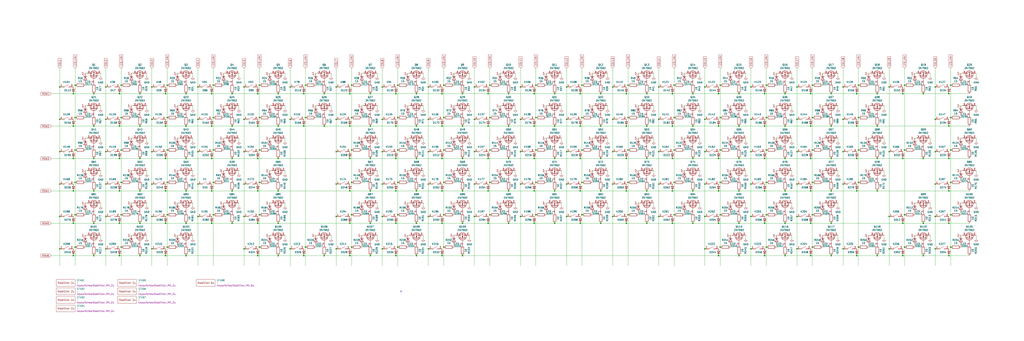
<source format=kicad_sch>
(kicad_sch (version 20231120) (generator "eeschema") (generator_version "8.0")
  (paper "User" 762 254)
  (title_block (title "McKeyboard Matrix") (company "AA Research"))
  (junction (at 524.51 88.9))
  (junction (at 593.09 185.42))
  (junction (at 671.83 190.5))
  (junction (at 181.61 113.03))
  (junction (at 558.8 113.03))
  (junction (at 54.61 166.37))
  (junction (at 157.48 142.24))
  (junction (at 55.88 184.15))
  (junction (at 193.04 135.89))
  (junction (at 501.65 160.02))
  (junction (at 661.67 113.03))
  (junction (at 295.91 184.15))
  (junction (at 241.3 93.98))
  (junction (at 467.36 87.63))
  (junction (at 706.12 190.5))
  (junction (at 433.07 111.76))
  (junction (at 378.46 93.98))
  (junction (at 90.17 160.02))
  (junction (at 260.35 93.98))
  (junction (at 113.03 137.16))
  (junction (at 638.81 63.5))
  (junction (at 104.14 93.98))
  (junction (at 55.88 135.89))
  (junction (at 481.33 166.37))
  (junction (at 707.39 111.76))
  (junction (at 433.07 135.89))
  (junction (at 652.78 69.85))
  (junction (at 603.25 142.24))
  (junction (at 481.33 118.11))
  (junction (at 157.48 69.85))
  (junction (at 603.25 118.11))
  (junction (at 55.88 160.02))
  (junction (at 455.93 64.77))
  (junction (at 344.17 93.98))
  (junction (at 90.17 135.89))
  (junction (at 433.07 63.5))
  (junction (at 181.61 137.16))
  (junction (at 69.85 142.24))
  (junction (at 695.96 88.9))
  (junction (at 707.39 184.15))
  (junction (at 455.93 161.29))
  (junction (at 90.17 87.63))
  (junction (at 104.14 142.24))
  (junction (at 90.17 63.5))
  (junction (at 284.48 64.77))
  (junction (at 524.51 137.16))
  (junction (at 353.06 64.77))
  (junction (at 261.62 111.76))
  (junction (at 330.2 87.63))
  (junction (at 88.9 190.5))
  (junction (at 207.01 142.24))
  (junction (at 78.74 137.16))
  (junction (at 138.43 142.24))
  (junction (at 695.96 161.29))
  (junction (at 295.91 63.5))
  (junction (at 467.36 63.5))
  (junction (at 695.96 64.77))
  (junction (at 104.14 69.85))
  (junction (at 275.59 142.24))
  (junction (at 104.14 166.37))
  (junction (at 671.83 69.85))
  (junction (at 191.77 166.37))
  (junction (at 387.35 88.9))
  (junction (at 55.88 111.76))
  (junction (at 378.46 166.37))
  (junction (at 455.93 88.9))
  (junction (at 398.78 135.89))
  (junction (at 275.59 166.37))
  (junction (at 363.22 166.37))
  (junction (at 295.91 135.89))
  (junction (at 328.93 190.5))
  (junction (at 467.36 160.02))
  (junction (at 104.14 190.5))
  (junction (at 328.93 93.98))
  (junction (at 344.17 166.37))
  (junction (at 318.77 113.03))
  (junction (at 627.38 113.03))
  (junction (at 260.35 166.37))
  (junction (at 467.36 111.76))
  (junction (at 433.07 87.63))
  (junction (at 570.23 63.5))
  (junction (at 44.45 113.03))
  (junction (at 603.25 166.37))
  (junction (at 124.46 135.89))
  (junction (at 78.74 161.29))
  (junction (at 113.03 113.03))
  (junction (at 363.22 118.11))
  (junction (at 181.61 88.9))
  (junction (at 534.67 166.37))
  (junction (at 158.75 87.63))
  (junction (at 294.64 69.85))
  (junction (at 363.22 142.24))
  (junction (at 637.54 69.85))
  (junction (at 284.48 88.9))
  (junction (at 353.06 161.29))
  (junction (at 535.94 184.15))
  (junction (at 193.04 87.63))
  (junction (at 593.09 88.9))
  (junction (at 695.96 113.03))
  (junction (at 172.72 69.85))
  (junction (at 227.33 63.5))
  (junction (at 397.51 93.98))
  (junction (at 328.93 166.37))
  (junction (at 309.88 166.37))
  (junction (at 330.2 184.15))
  (junction (at 549.91 118.11))
  (junction (at 673.1 184.15))
  (junction (at 549.91 190.5))
  (junction (at 637.54 93.98))
  (junction (at 88.9 142.24))
  (junction (at 363.22 93.98))
  (junction (at 226.06 69.85))
  (junction (at 661.67 64.77))
  (junction (at 295.91 160.02))
  (junction (at 250.19 185.42))
  (junction (at 412.75 166.37))
  (junction (at 584.2 93.98))
  (junction (at 500.38 93.98))
  (junction (at 549.91 93.98))
  (junction (at 568.96 190.5))
  (junction (at 707.39 135.89))
  (junction (at 421.64 88.9))
  (junction (at 78.74 113.03))
  (junction (at 138.43 190.5))
  (junction (at 570.23 135.89))
  (junction (at 364.49 63.5))
  (junction (at 490.22 137.16))
  (junction (at 412.75 118.11))
  (junction (at 638.81 111.76))
  (junction (at 88.9 118.11))
  (junction (at 172.72 166.37))
  (junction (at 466.09 69.85))
  (junction (at 318.77 161.29))
  (junction (at 207.01 190.5))
  (junction (at 707.39 87.63))
  (junction (at 88.9 69.85))
  (junction (at 226.06 93.98))
  (junction (at 294.64 190.5))
  (junction (at 138.43 166.37))
  (junction (at 330.2 111.76))
  (junction (at 706.12 93.98))
  (junction (at 328.93 118.11))
  (junction (at 638.81 184.15))
  (junction (at 328.93 142.24))
  (junction (at 191.77 69.85))
  (junction (at 490.22 88.9))
  (junction (at 455.93 137.16))
  (junction (at 707.39 160.02))
  (junction (at 284.48 161.29))
  (junction (at 481.33 69.85))
  (junction (at 431.8 142.24))
  (junction (at 138.43 118.11))
  (junction (at 481.33 142.24))
  (junction (at 687.07 166.37))
  (junction (at 673.1 63.5))
  (junction (at 534.67 118.11))
  (junction (at 652.78 190.5))
  (junction (at 363.22 69.85))
  (junction (at 604.52 87.63))
  (junction (at 294.64 118.11))
  (junction (at 123.19 166.37))
  (junction (at 535.94 87.63))
  (junction (at 387.35 161.29))
  (junction (at 294.64 142.24))
  (junction (at 673.1 160.02))
  (junction (at 671.83 118.11))
  (junction (at 534.67 69.85))
  (junction (at 568.96 166.37))
  (junction (at 309.88 93.98))
  (junction (at 535.94 160.02))
  (junction (at 250.19 137.16))
  (junction (at 157.48 93.98))
  (junction (at 431.8 69.85))
  (junction (at 172.72 118.11))
  (junction (at 69.85 69.85))
  (junction (at 147.32 88.9))
  (junction (at 78.74 64.77))
  (junction (at 138.43 93.98))
  (junction (at 191.77 142.24))
  (junction (at 627.38 64.77))
  (junction (at 673.1 111.76))
  (junction (at 158.75 63.5))
  (junction (at 147.32 161.29))
  (junction (at 124.46 87.63))
  (junction (at 558.8 88.9))
  (junction (at 123.19 69.85))
  (junction (at 147.32 113.03))
  (junction (at 568.96 142.24))
  (junction (at 638.81 135.89))
  (junction (at 353.06 88.9))
  (junction (at 593.09 137.16))
  (junction (at 558.8 137.16))
  (junction (at 54.61 142.24))
  (junction (at 421.64 64.77))
  (junction (at 695.96 185.42))
  (junction (at 387.35 64.77))
  (junction (at 124.46 184.15))
  (junction (at 353.06 137.16))
  (junction (at 558.8 185.42))
  (junction (at 618.49 166.37))
  (junction (at 54.61 93.98))
  (junction (at 330.2 160.02))
  (junction (at 627.38 137.16))
  (junction (at 123.19 118.11))
  (junction (at 490.22 64.77))
  (junction (at 294.64 93.98))
  (junction (at 364.49 111.76))
  (junction (at 604.52 111.76))
  (junction (at 466.09 142.24))
  (junction (at 618.49 142.24))
  (junction (at 535.94 135.89))
  (junction (at 364.49 160.02))
  (junction (at 250.19 88.9))
  (junction (at 261.62 135.89))
  (junction (at 344.17 118.11))
  (junction (at 44.45 88.9))
  (junction (at 124.46 111.76))
  (junction (at 447.04 93.98))
  (junction (at 309.88 190.5))
  (junction (at 412.75 142.24))
  (junction (at 421.64 137.16))
  (junction (at 181.61 64.77))
  (junction (at 55.88 87.63))
  (junction (at 490.22 161.29))
  (junction (at 638.81 87.63))
  (junction (at 207.01 166.37))
  (junction (at 241.3 69.85))
  (junction (at 157.48 118.11))
  (junction (at 387.35 137.16))
  (junction (at 104.14 118.11))
  (junction (at 90.17 184.15))
  (junction (at 378.46 69.85))
  (junction (at 318.77 88.9))
  (junction (at 618.49 190.5))
  (junction (at 627.38 185.42))
  (junction (at 275.59 93.98))
  (junction (at 637.54 190.5))
  (junction (at 397.51 142.24))
  (junction (at 534.67 142.24))
  (junction (at 113.03 161.29))
  (junction (at 344.17 69.85))
  (junction (at 447.04 142.24))
  (junction (at 524.51 161.29))
  (junction (at 570.23 111.76))
  (junction (at 69.85 190.5))
  (junction (at 687.07 118.11))
  (junction (at 558.8 161.29))
  (junction (at 124.46 160.02))
  (junction (at 412.75 93.98))
  (junction (at 707.39 63.5))
  (junction (at 558.8 64.77))
  (junction (at 284.48 185.42))
  (junction (at 261.62 87.63))
  (junction (at 215.9 185.42))
  (junction (at 397.51 166.37))
  (junction (at 570.23 87.63))
  (junction (at 207.01 118.11))
  (junction (at 706.12 69.85))
  (junction (at 706.12 118.11))
  (junction (at 113.03 64.77))
  (junction (at 604.52 160.02))
  (junction (at 275.59 69.85))
  (junction (at 226.06 190.5))
  (junction (at 397.51 118.11))
  (junction (at 412.75 69.85))
  (junction (at 671.83 166.37))
  (junction (at 500.38 142.24))
  (junction (at 431.8 93.98))
  (junction (at 593.09 113.03))
  (junction (at 618.49 69.85))
  (junction (at 309.88 142.24))
  (junction (at 466.09 166.37))
  (junction (at 398.78 63.5))
  (junction (at 260.35 142.24))
  (junction (at 207.01 93.98))
  (junction (at 330.2 135.89))
  (junction (at 191.77 118.11))
  (junction (at 207.01 69.85))
  (junction (at 604.52 184.15))
  (junction (at 481.33 93.98))
  (junction (at 433.07 160.02))
  (junction (at 515.62 93.98))
  (junction (at 344.17 190.5))
  (junction (at 250.19 161.29))
  (junction (at 191.77 190.5))
  (junction (at 157.48 166.37))
  (junction (at 193.04 184.15))
  (junction (at 534.67 190.5))
  (junction (at 584.2 142.24))
  (junction (at 215.9 64.77))
  (junction (at 309.88 118.11))
  (junction (at 318.77 64.77))
  (junction (at 113.03 88.9))
  (junction (at 78.74 185.42))
  (junction (at 652.78 118.11))
  (junction (at 250.19 113.03))
  (junction (at 604.52 135.89))
  (junction (at 158.75 160.02))
  (junction (at 78.74 88.9))
  (junction (at 455.93 113.03))
  (junction (at 69.85 93.98))
  (junction (at 227.33 184.15))
  (junction (at 466.09 93.98))
  (junction (at 54.61 118.11))
  (junction (at 193.04 111.76))
  (junction (at 627.38 88.9))
  (junction (at 500.38 118.11))
  (junction (at 398.78 87.63))
  (junction (at 431.8 118.11))
  (junction (at 501.65 63.5))
  (junction (at 515.62 69.85))
  (junction (at 431.8 166.37))
  (junction (at 593.09 161.29))
  (junction (at 181.61 185.42))
  (junction (at 123.19 93.98))
  (junction (at 260.35 190.5))
  (junction (at 284.48 113.03))
  (junction (at 570.23 160.02))
  (junction (at 260.35 69.85))
  (junction (at 524.51 113.03))
  (junction (at 54.61 190.5))
  (junction (at 515.62 166.37))
  (junction (at 158.75 111.76))
  (junction (at 568.96 93.98))
  (junction (at 637.54 118.11))
  (junction (at 618.49 118.11))
  (junction (at 158.75 135.89))
  (junction (at 652.78 93.98))
  (junction (at 54.61 69.85))
  (junction (at 501.65 87.63))
  (junction (at 275.59 118.11))
  (junction (at 549.91 166.37))
  (junction (at 90.17 111.76))
  (junction (at 524.51 185.42))
  (junction (at 637.54 142.24))
  (junction (at 652.78 142.24))
  (junction (at 330.2 63.5))
  (junction (at 397.51 69.85))
  (junction (at 447.04 69.85))
  (junction (at 364.49 87.63))
  (junction (at 501.65 135.89))
  (junction (at 147.32 64.77))
  (junction (at 328.93 69.85))
  (junction (at 378.46 142.24))
  (junction (at 88.9 93.98))
  (junction (at 88.9 166.37))
  (junction (at 603.25 69.85))
  (junction (at 138.43 69.85))
  (junction (at 378.46 118.11))
  (junction (at 535.94 111.76))
  (junction (at 603.25 190.5))
  (junction (at 250.19 64.77))
  (junction (at 534.67 93.98))
  (junction (at 398.78 160.02))
  (junction (at 568.96 118.11))
  (junction (at 191.77 93.98))
  (junction (at 467.36 135.89))
  (junction (at 44.45 161.29))
  (junction (at 695.96 137.16))
  (junction (at 421.64 113.03))
  (junction (at 353.06 113.03))
  (junction (at 261.62 63.5))
  (junction (at 69.85 118.11))
  (junction (at 549.91 142.24))
  (junction (at 466.09 118.11))
  (junction (at 172.72 142.24))
  (junction (at 618.49 93.98))
  (junction (at 549.91 69.85))
  (junction (at 181.61 161.29))
  (junction (at 515.62 118.11))
  (junction (at 44.45 185.42))
  (junction (at 124.46 63.5))
  (junction (at 318.77 185.42))
  (junction (at 584.2 69.85))
  (junction (at 447.04 166.37))
  (junction (at 570.23 184.15))
  (junction (at 309.88 69.85))
  (junction (at 661.67 161.29))
  (junction (at 603.25 93.98))
  (junction (at 501.65 111.76))
  (junction (at 490.22 113.03))
  (junction (at 55.88 63.5))
  (junction (at 398.78 111.76))
  (junction (at 687.07 190.5))
  (junction (at 295.91 87.63))
  (junction (at 147.32 137.16))
  (junction (at 524.51 64.77))
  (junction (at 275.59 190.5))
  (junction (at 535.94 63.5))
  (junction (at 500.38 166.37))
  (junction (at 193.04 63.5))
  (junction (at 344.17 142.24))
  (junction (at 318.77 137.16))
  (junction (at 261.62 160.02))
  (junction (at 706.12 166.37))
  (junction (at 364.49 135.89))
  (junction (at 294.64 166.37))
  (junction (at 295.91 111.76))
  (junction (at 387.35 113.03))
  (junction (at 44.45 64.77))
  (junction (at 260.35 118.11))
  (junction (at 261.62 184.15))
  (junction (at 661.67 185.42))
  (junction (at 123.19 142.24))
  (junction (at 227.33 87.63))
  (junction (at 687.07 69.85))
  (junction (at 500.38 69.85))
  (junction (at 568.96 69.85))
  (junction (at 447.04 118.11))
  (junction (at 284.48 137.16))
  (junction (at 241.3 190.5))
  (junction (at 44.45 137.16))
  (junction (at 123.19 190.5))
  (junction (at 593.09 64.77))
  (junction (at 584.2 166.37))
  (junction (at 584.2 190.5))
  (junction (at 515.62 142.24))
  (junction (at 421.64 161.29))
  (junction (at 215.9 88.9))
  (junction (at 193.04 160.02))
  (junction (at 706.12 142.24))
  (junction (at 69.85 166.37))
  (junction (at 584.2 118.11))
  (junction (at 113.03 185.42))
  (junction (at 172.72 93.98))
  (junction (at 604.52 63.5))
  (no_connect (at 298.45 217.17))
  (wire (pts (xy 543.56 175.26) (xy 544.83 175.26)))
  (wire (pts (xy 593.09 185.42) (xy 593.09 198.12)))
  (wire (pts (xy 275.59 69.85) (xy 294.64 69.85)))
  (wire (pts (xy 88.9 166.37) (xy 104.14 166.37)))
  (wire (pts (xy 147.32 88.9) (xy 147.32 113.03)))
  (wire (pts (xy 509.27 86.36) (xy 509.27 87.63)))
  (wire (pts (xy 207.01 69.85) (xy 226.06 69.85)))
  (wire (pts (xy 207.01 93.98) (xy 226.06 93.98)))
  (wire (pts (xy 147.32 64.77) (xy 147.32 88.9)))
  (wire (pts (xy 63.5 158.75) (xy 63.5 160.02)))
  (wire (pts (xy 328.93 118.11) (xy 344.17 118.11)))
  (wire (pts (xy 90.17 87.63) (xy 90.17 111.76)))
  (wire (pts (xy 452.12 102.87) (xy 452.12 105.41)))
  (wire (pts (xy 570.23 160.02) (xy 570.23 184.15)))
  (wire (pts (xy 549.91 190.5) (xy 568.96 190.5)))
  (wire (pts (xy 193.04 111.76) (xy 193.04 135.89)))
  (wire (pts (xy 318.77 137.16) (xy 318.77 161.29)))
  (wire (pts (xy 406.4 110.49) (xy 406.4 111.76)))
  (wire (pts (xy 260.35 93.98) (xy 275.59 93.98)))
  (wire (pts (xy 123.19 93.98) (xy 138.43 93.98)))
  (wire (pts (xy 603.25 190.5) (xy 618.49 190.5)))
  (wire (pts (xy 328.93 142.24) (xy 344.17 142.24)))
  (wire (pts (xy 612.14 102.87) (xy 613.41 102.87)))
  (wire (pts (xy 661.67 64.77) (xy 661.67 113.03)))
  (wire (pts (xy 707.39 184.15) (xy 707.39 198.12)))
  (wire (pts (xy 303.53 175.26) (xy 304.8 175.26)))
  (wire (pts (xy 466.09 69.85) (xy 481.33 69.85)))
  (wire (pts (xy 612.14 110.49) (xy 612.14 111.76)))
  (wire (pts (xy 398.78 63.5) (xy 398.78 87.63)))
  (wire (pts (xy 378.46 69.85) (xy 397.51 69.85)))
  (wire (pts (xy 706.12 190.5) (xy 721.36 190.5)))
  (wire (pts (xy 344.17 190.5) (xy 534.67 190.5)))
  (wire (pts (xy 406.4 86.36) (xy 406.4 87.63)))
  (wire (pts (xy 97.79 110.49) (xy 97.79 111.76)))
  (wire (pts (xy 191.77 118.11) (xy 207.01 118.11)))
  (wire (pts (xy 330.2 111.76) (xy 330.2 135.89)))
  (wire (pts (xy 715.01 134.62) (xy 715.01 135.89)))
  (wire (pts (xy 241.3 190.5) (xy 260.35 190.5)))
  (wire (pts (xy 269.24 182.88) (xy 269.24 184.15)))
  (wire (pts (xy 520.7 54.61) (xy 520.7 57.15)))
  (wire (pts (xy 124.46 87.63) (xy 124.46 111.76)))
  (wire (pts (xy 433.07 111.76) (xy 433.07 135.89)))
  (wire (pts (xy 113.03 137.16) (xy 113.03 161.29)))
  (wire (pts (xy 637.54 118.11) (xy 652.78 118.11)))
  (wire (pts (xy 123.19 166.37) (xy 138.43 166.37)))
  (wire (pts (xy 543.56 110.49) (xy 543.56 111.76)))
  (wire (pts (xy 97.79 182.88) (xy 97.79 184.15)))
  (wire (pts (xy 706.12 93.98) (xy 721.36 93.98)))
  (wire (pts (xy 554.99 127) (xy 554.99 129.54)))
  (wire (pts (xy 589.28 78.74) (xy 589.28 81.28)))
  (wire (pts (xy 78.74 113.03) (xy 78.74 137.16)))
  (wire (pts (xy 38.1 69.85) (xy 54.61 69.85)))
  (wire (pts (xy 623.57 102.87) (xy 623.57 105.41)))
  (wire (pts (xy 673.1 184.15) (xy 673.1 198.12)))
  (wire (pts (xy 200.66 78.74) (xy 201.93 78.74)))
  (wire (pts (xy 284.48 137.16) (xy 284.48 161.29)))
  (wire (pts (xy 55.88 87.63) (xy 55.88 111.76)))
  (wire (pts (xy 337.82 54.61) (xy 339.09 54.61)))
  (wire (pts (xy 543.56 151.13) (xy 544.83 151.13)))
  (wire (pts (xy 55.88 135.89) (xy 55.88 160.02)))
  (wire (pts (xy 455.93 161.29) (xy 455.93 198.12)))
  (wire (pts (xy 284.48 161.29) (xy 284.48 185.42)))
  (wire (pts (xy 568.96 93.98) (xy 584.2 93.98)))
  (wire (pts (xy 172.72 69.85) (xy 191.77 69.85)))
  (wire (pts (xy 63.5 62.23) (xy 63.5 63.5)))
  (wire (pts (xy 452.12 78.74) (xy 452.12 81.28)))
  (wire (pts (xy 330.2 50.8) (xy 330.2 63.5)))
  (wire (pts (xy 603.25 118.11) (xy 618.49 118.11)))
  (wire (pts (xy 421.64 137.16) (xy 421.64 161.29)))
  (wire (pts (xy 269.24 134.62) (xy 269.24 135.89)))
  (wire (pts (xy 90.17 160.02) (xy 90.17 184.15)))
  (wire (pts (xy 138.43 190.5) (xy 191.77 190.5)))
  (wire (pts (xy 294.64 69.85) (xy 309.88 69.85)))
  (wire (pts (xy 447.04 118.11) (xy 466.09 118.11)))
  (wire (pts (xy 509.27 78.74) (xy 510.54 78.74)))
  (wire (pts (xy 113.03 185.42) (xy 113.03 198.12)))
  (wire (pts (xy 524.51 137.16) (xy 524.51 161.29)))
  (wire (pts (xy 200.66 158.75) (xy 200.66 160.02)))
  (wire (pts (xy 337.82 134.62) (xy 337.82 135.89)))
  (wire (pts (xy 692.15 102.87) (xy 692.15 105.41)))
  (wire (pts (xy 234.95 54.61) (xy 236.22 54.61)))
  (wire (pts (xy 318.77 50.8) (xy 318.77 64.77)))
  (wire (pts (xy 280.67 54.61) (xy 280.67 57.15)))
  (wire (pts (xy 378.46 166.37) (xy 397.51 166.37)))
  (wire (pts (xy 181.61 161.29) (xy 181.61 185.42)))
  (wire (pts (xy 687.07 118.11) (xy 706.12 118.11)))
  (wire (pts (xy 577.85 110.49) (xy 577.85 111.76)))
  (wire (pts (xy 706.12 118.11) (xy 721.36 118.11)))
  (wire (pts (xy 603.25 93.98) (xy 618.49 93.98)))
  (wire (pts (xy 673.1 50.8) (xy 673.1 63.5)))
  (wire (pts (xy 212.09 78.74) (xy 212.09 81.28)))
  (wire (pts (xy 474.98 134.62) (xy 474.98 135.89)))
  (wire (pts (xy 604.52 87.63) (xy 604.52 111.76)))
  (wire (pts (xy 166.37 78.74) (xy 167.64 78.74)))
  (wire (pts (xy 55.88 160.02) (xy 55.88 184.15)))
  (wire (pts (xy 638.81 135.89) (xy 638.81 184.15)))
  (wire (pts (xy 412.75 93.98) (xy 431.8 93.98)))
  (wire (pts (xy 69.85 93.98) (xy 88.9 93.98)))
  (wire (pts (xy 486.41 151.13) (xy 486.41 153.67)))
  (wire (pts (xy 181.61 50.8) (xy 181.61 64.77)))
  (wire (pts (xy 275.59 190.5) (xy 294.64 190.5)))
  (wire (pts (xy 158.75 50.8) (xy 158.75 63.5)))
  (wire (pts (xy 535.94 160.02) (xy 535.94 184.15)))
  (wire (pts (xy 671.83 166.37) (xy 687.07 166.37)))
  (wire (pts (xy 549.91 93.98) (xy 568.96 93.98)))
  (wire (pts (xy 549.91 118.11) (xy 568.96 118.11)))
  (wire (pts (xy 406.4 54.61) (xy 407.67 54.61)))
  (wire (pts (xy 695.96 161.29) (xy 695.96 185.42)))
  (wire (pts (xy 104.14 93.98) (xy 123.19 93.98)))
  (wire (pts (xy 261.62 184.15) (xy 261.62 198.12)))
  (wire (pts (xy 226.06 190.5) (xy 241.3 190.5)))
  (wire (pts (xy 558.8 137.16) (xy 558.8 161.29)))
  (wire (pts (xy 158.75 87.63) (xy 158.75 111.76)))
  (wire (pts (xy 397.51 93.98) (xy 412.75 93.98)))
  (wire (pts (xy 715.01 127) (xy 716.28 127)))
  (wire (pts (xy 54.61 142.24) (xy 69.85 142.24)))
  (wire (pts (xy 474.98 110.49) (xy 474.98 111.76)))
  (wire (pts (xy 440.69 78.74) (xy 441.96 78.74)))
  (wire (pts (xy 275.59 118.11) (xy 294.64 118.11)))
  (wire (pts (xy 440.69 62.23) (xy 440.69 63.5)))
  (wire (pts (xy 109.22 102.87) (xy 109.22 105.41)))
  (wire (pts (xy 524.51 113.03) (xy 524.51 137.16)))
  (wire (pts (xy 398.78 50.8) (xy 398.78 63.5)))
  (wire (pts (xy 534.67 93.98) (xy 549.91 93.98)))
  (wire (pts (xy 618.49 69.85) (xy 637.54 69.85)))
  (wire (pts (xy 474.98 158.75) (xy 474.98 160.02)))
  (wire (pts (xy 275.59 93.98) (xy 294.64 93.98)))
  (wire (pts (xy 627.38 113.03) (xy 627.38 137.16)))
  (wire (pts (xy 344.17 118.11) (xy 363.22 118.11)))
  (wire (pts (xy 364.49 63.5) (xy 364.49 87.63)))
  (wire (pts (xy 534.67 190.5) (xy 549.91 190.5)))
  (wire (pts (xy 412.75 69.85) (xy 431.8 69.85)))
  (wire (pts (xy 314.96 54.61) (xy 314.96 57.15)))
  (wire (pts (xy 158.75 63.5) (xy 158.75 87.63)))
  (wire (pts (xy 269.24 54.61) (xy 270.51 54.61)))
  (wire (pts (xy 652.78 118.11) (xy 671.83 118.11)))
  (wire (pts (xy 554.99 78.74) (xy 554.99 81.28)))
  (wire (pts (xy 193.04 135.89) (xy 193.04 160.02)))
  (wire (pts (xy 452.12 54.61) (xy 452.12 57.15)))
  (wire (pts (xy 294.64 166.37) (xy 309.88 166.37)))
  (wire (pts (xy 612.14 134.62) (xy 612.14 135.89)))
  (wire (pts (xy 284.48 50.8) (xy 284.48 64.77)))
  (wire (pts (xy 328.93 69.85) (xy 344.17 69.85)))
  (wire (pts (xy 63.5 54.61) (xy 64.77 54.61)))
  (wire (pts (xy 78.74 161.29) (xy 78.74 185.42)))
  (wire (pts (xy 234.95 78.74) (xy 236.22 78.74)))
  (wire (pts (xy 177.8 127) (xy 177.8 129.54)))
  (wire (pts (xy 570.23 135.89) (xy 570.23 160.02)))
  (wire (pts (xy 707.39 111.76) (xy 707.39 135.89)))
  (wire (pts (xy 74.93 102.87) (xy 74.93 105.41)))
  (wire (pts (xy 364.49 160.02) (xy 364.49 198.12)))
  (wire (pts (xy 181.61 185.42) (xy 181.61 198.12)))
  (wire (pts (xy 250.19 50.8) (xy 250.19 64.77)))
  (wire (pts (xy 627.38 64.77) (xy 627.38 88.9)))
  (wire (pts (xy 535.94 50.8) (xy 535.94 63.5)))
  (wire (pts (xy 412.75 142.24) (xy 431.8 142.24)))
  (wire (pts (xy 612.14 78.74) (xy 613.41 78.74)))
  (wire (pts (xy 147.32 113.03) (xy 147.32 137.16)))
  (wire (pts (xy 509.27 62.23) (xy 509.27 63.5)))
  (wire (pts (xy 193.04 184.15) (xy 193.04 198.12)))
  (wire (pts (xy 406.4 158.75) (xy 406.4 160.02)))
  (wire (pts (xy 177.8 54.61) (xy 177.8 57.15)))
  (wire (pts (xy 500.38 69.85) (xy 515.62 69.85)))
  (wire (pts (xy 172.72 166.37) (xy 191.77 166.37)))
  (wire (pts (xy 330.2 135.89) (xy 330.2 160.02)))
  (wire (pts (xy 63.5 182.88) (xy 63.5 184.15)))
  (wire (pts (xy 467.36 160.02) (xy 467.36 198.12)))
  (wire (pts (xy 577.85 86.36) (xy 577.85 87.63)))
  (wire (pts (xy 104.14 69.85) (xy 123.19 69.85)))
  (wire (pts (xy 191.77 69.85) (xy 207.01 69.85)))
  (wire (pts (xy 212.09 175.26) (xy 212.09 177.8)))
  (wire (pts (xy 486.41 78.74) (xy 486.41 81.28)))
  (wire (pts (xy 440.69 151.13) (xy 441.96 151.13)))
  (wire (pts (xy 132.08 151.13) (xy 133.35 151.13)))
  (wire (pts (xy 455.93 50.8) (xy 455.93 64.77)))
  (wire (pts (xy 97.79 151.13) (xy 99.06 151.13)))
  (wire (pts (xy 294.64 93.98) (xy 309.88 93.98)))
  (wire (pts (xy 627.38 88.9) (xy 627.38 113.03)))
  (wire (pts (xy 383.54 78.74) (xy 383.54 81.28)))
  (wire (pts (xy 406.4 151.13) (xy 407.67 151.13)))
  (wire (pts (xy 309.88 166.37) (xy 328.93 166.37)))
  (wire (pts (xy 337.82 127) (xy 339.09 127)))
  (wire (pts (xy 637.54 190.5) (xy 652.78 190.5)))
  (wire (pts (xy 524.51 50.8) (xy 524.51 64.77)))
  (wire (pts (xy 88.9 93.98) (xy 104.14 93.98)))
  (wire (pts (xy 520.7 151.13) (xy 520.7 153.67)))
  (wire (pts (xy 417.83 151.13) (xy 417.83 153.67)))
  (wire (pts (xy 63.5 86.36) (xy 63.5 87.63)))
  (wire (pts (xy 113.03 50.8) (xy 113.03 64.77)))
  (wire (pts (xy 314.96 151.13) (xy 314.96 153.67)))
  (wire (pts (xy 318.77 161.29) (xy 318.77 185.42)))
  (wire (pts (xy 123.19 190.5) (xy 138.43 190.5)))
  (wire (pts (xy 104.14 118.11) (xy 123.19 118.11)))
  (wire (pts (xy 431.8 69.85) (xy 447.04 69.85)))
  (wire (pts (xy 318.77 185.42) (xy 318.77 198.12)))
  (wire (pts (xy 200.66 151.13) (xy 201.93 151.13)))
  (wire (pts (xy 570.23 50.8) (xy 570.23 63.5)))
  (wire (pts (xy 212.09 54.61) (xy 212.09 57.15)))
  (wire (pts (xy 474.98 78.74) (xy 476.25 78.74)))
  (wire (pts (xy 715.01 86.36) (xy 715.01 87.63)))
  (wire (pts (xy 132.08 78.74) (xy 133.35 78.74)))
  (wire (pts (xy 593.09 88.9) (xy 593.09 113.03)))
  (wire (pts (xy 269.24 110.49) (xy 269.24 111.76)))
  (wire (pts (xy 417.83 102.87) (xy 417.83 105.41)))
  (wire (pts (xy 227.33 87.63) (xy 227.33 184.15)))
  (wire (pts (xy 726.44 54.61) (xy 726.44 57.15)))
  (wire (pts (xy 193.04 160.02) (xy 193.04 184.15)))
  (wire (pts (xy 715.01 78.74) (xy 716.28 78.74)))
  (wire (pts (xy 181.61 113.03) (xy 181.61 137.16)))
  (wire (pts (xy 474.98 151.13) (xy 476.25 151.13)))
  (wire (pts (xy 706.12 166.37) (xy 721.36 166.37)))
  (wire (pts (xy 501.65 87.63) (xy 501.65 111.76)))
  (wire (pts (xy 109.22 151.13) (xy 109.22 153.67)))
  (wire (pts (xy 657.86 102.87) (xy 657.86 105.41)))
  (wire (pts (xy 657.86 78.74) (xy 657.86 81.28)))
  (wire (pts (xy 509.27 158.75) (xy 509.27 160.02)))
  (wire (pts (xy 349.25 102.87) (xy 349.25 105.41)))
  (wire (pts (xy 398.78 111.76) (xy 398.78 135.89)))
  (wire (pts (xy 671.83 69.85) (xy 687.07 69.85)))
  (wire (pts (xy 726.44 175.26) (xy 726.44 177.8)))
  (wire (pts (xy 113.03 64.77) (xy 113.03 88.9)))
  (wire (pts (xy 63.5 134.62) (xy 63.5 135.89)))
  (wire (pts (xy 534.67 69.85) (xy 549.91 69.85)))
  (wire (pts (xy 261.62 50.8) (xy 261.62 63.5)))
  (wire (pts (xy 501.65 63.5) (xy 501.65 87.63)))
  (wire (pts (xy 275.59 166.37) (xy 294.64 166.37)))
  (wire (pts (xy 490.22 137.16) (xy 490.22 161.29)))
  (wire (pts (xy 363.22 142.24) (xy 378.46 142.24)))
  (wire (pts (xy 433.07 135.89) (xy 433.07 160.02)))
  (wire (pts (xy 474.98 86.36) (xy 474.98 87.63)))
  (wire (pts (xy 431.8 166.37) (xy 447.04 166.37)))
  (wire (pts (xy 78.74 137.16) (xy 78.74 161.29)))
  (wire (pts (xy 337.82 86.36) (xy 337.82 87.63)))
  (wire (pts (xy 509.27 134.62) (xy 509.27 135.89)))
  (wire (pts (xy 455.93 88.9) (xy 455.93 113.03)))
  (wire (pts (xy 337.82 182.88) (xy 337.82 184.15)))
  (wire (pts (xy 280.67 175.26) (xy 280.67 177.8)))
  (wire (pts (xy 54.61 166.37) (xy 69.85 166.37)))
  (wire (pts (xy 109.22 127) (xy 109.22 129.54)))
  (wire (pts (xy 104.14 142.24) (xy 123.19 142.24)))
  (wire (pts (xy 63.5 175.26) (xy 64.77 175.26)))
  (wire (pts (xy 695.96 113.03) (xy 695.96 137.16)))
  (wire (pts (xy 706.12 69.85) (xy 721.36 69.85)))
  (wire (pts (xy 623.57 175.26) (xy 623.57 177.8)))
  (wire (pts (xy 474.98 54.61) (xy 476.25 54.61)))
  (wire (pts (xy 234.95 86.36) (xy 234.95 87.63)))
  (wire (pts (xy 143.51 151.13) (xy 143.51 153.67)))
  (wire (pts (xy 726.44 102.87) (xy 726.44 105.41)))
  (wire (pts (xy 589.28 102.87) (xy 589.28 105.41)))
  (wire (pts (xy 191.77 190.5) (xy 207.01 190.5)))
  (wire (pts (xy 474.98 102.87) (xy 476.25 102.87)))
  (wire (pts (xy 440.69 110.49) (xy 440.69 111.76)))
  (wire (pts (xy 260.35 190.5) (xy 275.59 190.5)))
  (wire (pts (xy 215.9 88.9) (xy 215.9 185.42)))
  (wire (pts (xy 295.91 87.63) (xy 295.91 111.76)))
  (wire (pts (xy 452.12 127) (xy 452.12 129.54)))
  (wire (pts (xy 181.61 137.16) (xy 181.61 161.29)))
  (wire (pts (xy 612.14 158.75) (xy 612.14 160.02)))
  (wire (pts (xy 303.53 151.13) (xy 304.8 151.13)))
  (wire (pts (xy 138.43 142.24) (xy 157.48 142.24)))
  (wire (pts (xy 344.17 69.85) (xy 363.22 69.85)))
  (wire (pts (xy 623.57 54.61) (xy 623.57 57.15)))
  (wire (pts (xy 44.45 88.9) (xy 44.45 113.03)))
  (wire (pts (xy 637.54 69.85) (xy 652.78 69.85)))
  (wire (pts (xy 627.38 50.8) (xy 627.38 64.77)))
  (wire (pts (xy 109.22 54.61) (xy 109.22 57.15)))
  (wire (pts (xy 78.74 50.8) (xy 78.74 64.77)))
  (wire (pts (xy 246.38 78.74) (xy 246.38 81.28)))
  (wire (pts (xy 132.08 62.23) (xy 132.08 63.5)))
  (wire (pts (xy 109.22 175.26) (xy 109.22 177.8)))
  (wire (pts (xy 715.01 175.26) (xy 716.28 175.26)))
  (wire (pts (xy 200.66 54.61) (xy 201.93 54.61)))
  (wire (pts (xy 261.62 111.76) (xy 261.62 135.89)))
  (wire (pts (xy 349.25 54.61) (xy 349.25 57.15)))
  (wire (pts (xy 269.24 158.75) (xy 269.24 160.02)))
  (wire (pts (xy 63.5 78.74) (xy 64.77 78.74)))
  (wire (pts (xy 113.03 88.9) (xy 113.03 113.03)))
  (wire (pts (xy 646.43 110.49) (xy 646.43 111.76)))
  (wire (pts (xy 303.53 110.49) (xy 303.53 111.76)))
  (wire (pts (xy 250.19 113.03) (xy 250.19 137.16)))
  (wire (pts (xy 234.95 175.26) (xy 236.22 175.26)))
  (wire (pts (xy 534.67 118.11) (xy 549.91 118.11)))
  (wire (pts (xy 387.35 161.29) (xy 387.35 198.12)))
  (wire (pts (xy 363.22 69.85) (xy 378.46 69.85)))
  (wire (pts (xy 440.69 86.36) (xy 440.69 87.63)))
  (wire (pts (xy 558.8 113.03) (xy 558.8 137.16)))
  (wire (pts (xy 604.52 160.02) (xy 604.52 184.15)))
  (wire (pts (xy 250.19 64.77) (xy 250.19 88.9)))
  (wire (pts (xy 269.24 78.74) (xy 270.51 78.74)))
  (wire (pts (xy 715.01 62.23) (xy 715.01 63.5)))
  (wire (pts (xy 726.44 78.74) (xy 726.44 81.28)))
  (wire (pts (xy 124.46 135.89) (xy 124.46 160.02)))
  (wire (pts (xy 604.52 50.8) (xy 604.52 63.5)))
  (wire (pts (xy 618.49 166.37) (xy 671.83 166.37)))
  (wire (pts (xy 467.36 135.89) (xy 467.36 160.02)))
  (wire (pts (xy 440.69 102.87) (xy 441.96 102.87)))
  (wire (pts (xy 535.94 63.5) (xy 535.94 87.63)))
  (wire (pts (xy 227.33 63.5) (xy 227.33 87.63)))
  (wire (pts (xy 680.72 182.88) (xy 680.72 184.15)))
  (wire (pts (xy 715.01 158.75) (xy 715.01 160.02)))
  (wire (pts (xy 337.82 110.49) (xy 337.82 111.76)))
  (wire (pts (xy 623.57 127) (xy 623.57 129.54)))
  (wire (pts (xy 303.53 134.62) (xy 303.53 135.89)))
  (wire (pts (xy 593.09 50.8) (xy 593.09 64.77)))
  (wire (pts (xy 589.28 54.61) (xy 589.28 57.15)))
  (wire (pts (xy 124.46 184.15) (xy 124.46 198.12)))
  (wire (pts (xy 260.35 69.85) (xy 275.59 69.85)))
  (wire (pts (xy 554.99 175.26) (xy 554.99 177.8)))
  (wire (pts (xy 707.39 135.89) (xy 707.39 160.02)))
  (wire (pts (xy 147.32 50.8) (xy 147.32 64.77)))
  (wire (pts (xy 318.77 88.9) (xy 318.77 113.03)))
  (wire (pts (xy 406.4 102.87) (xy 407.67 102.87)))
  (wire (pts (xy 378.46 118.11) (xy 397.51 118.11)))
  (wire (pts (xy 363.22 93.98) (xy 378.46 93.98)))
  (wire (pts (xy 577.85 54.61) (xy 579.12 54.61)))
  (wire (pts (xy 577.85 158.75) (xy 577.85 160.02)))
  (wire (pts (xy 481.33 166.37) (xy 500.38 166.37)))
  (wire (pts (xy 707.39 50.8) (xy 707.39 63.5)))
  (wire (pts (xy 364.49 111.76) (xy 364.49 135.89)))
  (wire (pts (xy 657.86 127) (xy 657.86 129.54)))
  (wire (pts (xy 604.52 111.76) (xy 604.52 135.89)))
  (wire (pts (xy 38.1 142.24) (xy 54.61 142.24)))
  (wire (pts (xy 191.77 166.37) (xy 207.01 166.37)))
  (wire (pts (xy 387.35 50.8) (xy 387.35 64.77)))
  (wire (pts (xy 138.43 166.37) (xy 157.48 166.37)))
  (wire (pts (xy 54.61 118.11) (xy 69.85 118.11)))
  (wire (pts (xy 260.35 166.37) (xy 275.59 166.37)))
  (wire (pts (xy 372.11 102.87) (xy 373.38 102.87)))
  (wire (pts (xy 314.96 102.87) (xy 314.96 105.41)))
  (wire (pts (xy 661.67 50.8) (xy 661.67 64.77)))
  (wire (pts (xy 637.54 93.98) (xy 652.78 93.98)))
  (wire (pts (xy 303.53 54.61) (xy 304.8 54.61)))
  (wire (pts (xy 363.22 166.37) (xy 378.46 166.37)))
  (wire (pts (xy 520.7 127) (xy 520.7 129.54)))
  (wire (pts (xy 535.94 184.15) (xy 535.94 198.12)))
  (wire (pts (xy 568.96 166.37) (xy 584.2 166.37)))
  (wire (pts (xy 501.65 50.8) (xy 501.65 63.5)))
  (wire (pts (xy 364.49 50.8) (xy 364.49 63.5)))
  (wire (pts (xy 455.93 113.03) (xy 455.93 137.16)))
  (wire (pts (xy 364.49 135.89) (xy 364.49 160.02)))
  (wire (pts (xy 387.35 137.16) (xy 387.35 161.29)))
  (wire (pts (xy 570.23 87.63) (xy 570.23 111.76)))
  (wire (pts (xy 38.1 118.11) (xy 54.61 118.11)))
  (wire (pts (xy 74.93 127) (xy 74.93 129.54)))
  (wire (pts (xy 157.48 166.37) (xy 172.72 166.37)))
  (wire (pts (xy 589.28 127) (xy 589.28 129.54)))
  (wire (pts (xy 261.62 160.02) (xy 261.62 184.15)))
  (wire (pts (xy 54.61 190.5) (xy 69.85 190.5)))
  (wire (pts (xy 568.96 142.24) (xy 584.2 142.24)))
  (wire (pts (xy 447.04 142.24) (xy 466.09 142.24)))
  (wire (pts (xy 143.51 175.26) (xy 143.51 177.8)))
  (wire (pts (xy 261.62 87.63) (xy 261.62 111.76)))
  (wire (pts (xy 490.22 113.03) (xy 490.22 137.16)))
  (wire (pts (xy 295.91 135.89) (xy 295.91 160.02)))
  (wire (pts (xy 226.06 93.98) (xy 241.3 93.98)))
  (wire (pts (xy 200.66 62.23) (xy 200.66 63.5)))
  (wire (pts (xy 627.38 185.42) (xy 627.38 198.12)))
  (wire (pts (xy 623.57 78.74) (xy 623.57 81.28)))
  (wire (pts (xy 638.81 63.5) (xy 638.81 87.63)))
  (wire (pts (xy 314.96 175.26) (xy 314.96 177.8)))
  (wire (pts (xy 344.17 93.98) (xy 363.22 93.98)))
  (wire (pts (xy 90.17 63.5) (xy 90.17 87.63)))
  (wire (pts (xy 124.46 160.02) (xy 124.46 184.15)))
  (wire (pts (xy 515.62 142.24) (xy 534.67 142.24)))
  (wire (pts (xy 275.59 142.24) (xy 294.64 142.24)))
  (wire (pts (xy 568.96 69.85) (xy 584.2 69.85)))
  (wire (pts (xy 138.43 93.98) (xy 157.48 93.98)))
  (wire (pts (xy 433.07 160.02) (xy 433.07 198.12)))
  (wire (pts (xy 524.51 64.77) (xy 524.51 88.9)))
  (wire (pts (xy 661.67 185.42) (xy 661.67 198.12)))
  (wire (pts (xy 337.82 78.74) (xy 339.09 78.74)))
  (wire (pts (xy 467.36 111.76) (xy 467.36 135.89)))
  (wire (pts (xy 726.44 151.13) (xy 726.44 153.67)))
  (wire (pts (xy 387.35 88.9) (xy 387.35 113.03)))
  (wire (pts (xy 661.67 113.03) (xy 661.67 161.29)))
  (wire (pts (xy 490.22 161.29) (xy 490.22 198.12)))
  (wire (pts (xy 246.38 54.61) (xy 246.38 57.15)))
  (wire (pts (xy 577.85 151.13) (xy 579.12 151.13)))
  (wire (pts (xy 157.48 118.11) (xy 172.72 118.11)))
  (wire (pts (xy 558.8 161.29) (xy 558.8 185.42)))
  (wire (pts (xy 284.48 88.9) (xy 284.48 113.03)))
  (wire (pts (xy 372.11 151.13) (xy 373.38 151.13)))
  (wire (pts (xy 673.1 160.02) (xy 673.1 184.15)))
  (wire (pts (xy 715.01 102.87) (xy 716.28 102.87)))
  (wire (pts (xy 397.51 142.24) (xy 412.75 142.24)))
  (wire (pts (xy 509.27 151.13) (xy 510.54 151.13)))
  (wire (pts (xy 500.38 142.24) (xy 515.62 142.24)))
  (wire (pts (xy 589.28 175.26) (xy 589.28 177.8)))
  (wire (pts (xy 269.24 62.23) (xy 269.24 63.5)))
  (wire (pts (xy 44.45 64.77) (xy 44.45 88.9)))
  (wire (pts (xy 490.22 64.77) (xy 490.22 88.9)))
  (wire (pts (xy 132.08 127) (xy 133.35 127)))
  (wire (pts (xy 554.99 151.13) (xy 554.99 153.67)))
  (wire (pts (xy 69.85 69.85) (xy 88.9 69.85)))
  (wire (pts (xy 227.33 184.15) (xy 227.33 198.12)))
  (wire (pts (xy 88.9 69.85) (xy 104.14 69.85)))
  (wire (pts (xy 421.64 161.29) (xy 421.64 198.12)))
  (wire (pts (xy 524.51 161.29) (xy 524.51 185.42)))
  (wire (pts (xy 200.66 102.87) (xy 201.93 102.87)))
  (wire (pts (xy 455.93 64.77) (xy 455.93 88.9)))
  (wire (pts (xy 157.48 93.98) (xy 172.72 93.98)))
  (wire (pts (xy 353.06 50.8) (xy 353.06 64.77)))
  (wire (pts (xy 241.3 93.98) (xy 260.35 93.98)))
  (wire (pts (xy 543.56 134.62) (xy 543.56 135.89)))
  (wire (pts (xy 330.2 63.5) (xy 330.2 87.63)))
  (wire (pts (xy 412.75 118.11) (xy 431.8 118.11)))
  (wire (pts (xy 353.06 137.16) (xy 353.06 161.29)))
  (wire (pts (xy 604.52 63.5) (xy 604.52 87.63)))
  (wire (pts (xy 398.78 160.02) (xy 398.78 198.12)))
  (wire (pts (xy 406.4 134.62) (xy 406.4 135.89)))
  (wire (pts (xy 74.93 175.26) (xy 74.93 177.8)))
  (wire (pts (xy 417.83 127) (xy 417.83 129.54)))
  (wire (pts (xy 234.95 182.88) (xy 234.95 184.15)))
  (wire (pts (xy 500.38 166.37) (xy 515.62 166.37)))
  (wire (pts (xy 680.72 110.49) (xy 680.72 111.76)))
  (wire (pts (xy 570.23 111.76) (xy 570.23 135.89)))
  (wire (pts (xy 687.07 190.5) (xy 706.12 190.5)))
  (wire (pts (xy 398.78 135.89) (xy 398.78 160.02)))
  (wire (pts (xy 481.33 118.11) (xy 500.38 118.11)))
  (wire (pts (xy 549.91 142.24) (xy 568.96 142.24)))
  (wire (pts (xy 612.14 182.88) (xy 612.14 184.15)))
  (wire (pts (xy 109.22 78.74) (xy 109.22 81.28)))
  (wire (pts (xy 166.37 110.49) (xy 166.37 111.76)))
  (wire (pts (xy 603.25 69.85) (xy 618.49 69.85)))
  (wire (pts (xy 250.19 185.42) (xy 250.19 198.12)))
  (wire (pts (xy 132.08 86.36) (xy 132.08 87.63)))
  (wire (pts (xy 372.11 78.74) (xy 373.38 78.74)))
  (wire (pts (xy 554.99 54.61) (xy 554.99 57.15)))
  (wire (pts (xy 543.56 102.87) (xy 544.83 102.87)))
  (wire (pts (xy 55.88 63.5) (xy 55.88 87.63)))
  (wire (pts (xy 520.7 78.74) (xy 520.7 81.28)))
  (wire (pts (xy 349.25 151.13) (xy 349.25 153.67)))
  (wire (pts (xy 328.93 166.37) (xy 344.17 166.37)))
  (wire (pts (xy 417.83 54.61) (xy 417.83 57.15)))
  (wire (pts (xy 246.38 175.26) (xy 246.38 177.8)))
  (wire (pts (xy 166.37 62.23) (xy 166.37 63.5)))
  (wire (pts (xy 309.88 118.11) (xy 328.93 118.11)))
  (wire (pts (xy 535.94 87.63) (xy 535.94 111.76)))
  (wire (pts (xy 524.51 185.42) (xy 524.51 198.12)))
  (wire (pts (xy 38.1 166.37) (xy 54.61 166.37)))
  (wire (pts (xy 577.85 62.23) (xy 577.85 63.5)))
  (wire (pts (xy 421.64 50.8) (xy 421.64 64.77)))
  (wire (pts (xy 577.85 78.74) (xy 579.12 78.74)))
  (wire (pts (xy 652.78 93.98) (xy 706.12 93.98)))
  (wire (pts (xy 577.85 175.26) (xy 579.12 175.26)))
  (wire (pts (xy 661.67 161.29) (xy 661.67 185.42)))
  (wire (pts (xy 680.72 158.75) (xy 680.72 160.02)))
  (wire (pts (xy 191.77 142.24) (xy 207.01 142.24)))
  (wire (pts (xy 687.07 69.85) (xy 706.12 69.85)))
  (wire (pts (xy 363.22 118.11) (xy 378.46 118.11)))
  (wire (pts (xy 534.67 142.24) (xy 549.91 142.24)))
  (wire (pts (xy 124.46 63.5) (xy 124.46 87.63)))
  (wire (pts (xy 314.96 127) (xy 314.96 129.54)))
  (wire (pts (xy 250.19 137.16) (xy 250.19 161.29)))
  (wire (pts (xy 295.91 111.76) (xy 295.91 135.89)))
  (wire (pts (xy 440.69 134.62) (xy 440.69 135.89)))
  (wire (pts (xy 646.43 62.23) (xy 646.43 63.5)))
  (wire (pts (xy 123.19 118.11) (xy 138.43 118.11)))
  (wire (pts (xy 500.38 118.11) (xy 515.62 118.11)))
  (wire (pts (xy 250.19 161.29) (xy 250.19 185.42)))
  (wire (pts (xy 158.75 160.02) (xy 158.75 198.12)))
  (wire (pts (xy 652.78 142.24) (xy 706.12 142.24)))
  (wire (pts (xy 520.7 102.87) (xy 520.7 105.41)))
  (wire (pts (xy 55.88 111.76) (xy 55.88 135.89)))
  (wire (pts (xy 172.72 93.98) (xy 191.77 93.98)))
  (wire (pts (xy 486.41 54.61) (xy 486.41 57.15)))
  (wire (pts (xy 295.91 160.02) (xy 295.91 184.15)))
  (wire (pts (xy 584.2 142.24) (xy 603.25 142.24)))
  (wire (pts (xy 568.96 190.5) (xy 584.2 190.5)))
  (wire (pts (xy 234.95 62.23) (xy 234.95 63.5)))
  (wire (pts (xy 501.65 160.02) (xy 501.65 198.12)))
  (wire (pts (xy 303.53 158.75) (xy 303.53 160.02)))
  (wire (pts (xy 294.64 142.24) (xy 309.88 142.24)))
  (wire (pts (xy 344.17 142.24) (xy 363.22 142.24)))
  (wire (pts (xy 193.04 50.8) (xy 193.04 63.5)))
  (wire (pts (xy 353.06 161.29) (xy 353.06 198.12)))
  (wire (pts (xy 372.11 158.75) (xy 372.11 160.02)))
  (wire (pts (xy 657.86 175.26) (xy 657.86 177.8)))
  (wire (pts (xy 387.35 113.03) (xy 387.35 137.16)))
  (wire (pts (xy 284.48 185.42) (xy 284.48 198.12)))
  (wire (pts (xy 328.93 93.98) (xy 344.17 93.98)))
  (wire (pts (xy 318.77 64.77) (xy 318.77 88.9)))
  (wire (pts (xy 433.07 87.63) (xy 433.07 111.76)))
  (wire (pts (xy 104.14 190.5) (xy 123.19 190.5)))
  (wire (pts (xy 652.78 69.85) (xy 671.83 69.85)))
  (wire (pts (xy 44.45 137.16) (xy 44.45 161.29)))
  (wire (pts (xy 577.85 182.88) (xy 577.85 184.15)))
  (wire (pts (xy 447.04 166.37) (xy 466.09 166.37)))
  (wire (pts (xy 90.17 111.76) (xy 90.17 135.89)))
  (wire (pts (xy 612.14 151.13) (xy 613.41 151.13)))
  (wire (pts (xy 337.82 62.23) (xy 337.82 63.5)))
  (wire (pts (xy 215.9 64.77) (xy 215.9 88.9)))
  (wire (pts (xy 372.11 127) (xy 373.38 127)))
  (wire (pts (xy 269.24 151.13) (xy 270.51 151.13)))
  (wire (pts (xy 501.65 111.76) (xy 501.65 135.89)))
  (wire (pts (xy 570.23 63.5) (xy 570.23 87.63)))
  (wire (pts (xy 715.01 151.13) (xy 716.28 151.13)))
  (wire (pts (xy 680.72 151.13) (xy 681.99 151.13)))
  (wire (pts (xy 337.82 158.75) (xy 337.82 160.02)))
  (wire (pts (xy 707.39 63.5) (xy 707.39 87.63)))
  (wire (pts (xy 349.25 127) (xy 349.25 129.54)))
  (wire (pts (xy 212.09 102.87) (xy 212.09 105.41)))
  (wire (pts (xy 44.45 161.29) (xy 44.45 185.42)))
  (wire (pts (xy 558.8 50.8) (xy 558.8 64.77)))
  (wire (pts (xy 181.61 64.77) (xy 181.61 88.9)))
  (wire (pts (xy 337.82 102.87) (xy 339.09 102.87)))
  (wire (pts (xy 74.93 78.74) (xy 74.93 81.28)))
  (wire (pts (xy 406.4 78.74) (xy 407.67 78.74)))
  (wire (pts (xy 177.8 78.74) (xy 177.8 81.28)))
  (wire (pts (xy 695.96 137.16) (xy 695.96 161.29)))
  (wire (pts (xy 687.07 166.37) (xy 706.12 166.37)))
  (wire (pts (xy 577.85 134.62) (xy 577.85 135.89)))
  (wire (pts (xy 97.79 62.23) (xy 97.79 63.5)))
  (wire (pts (xy 417.83 78.74) (xy 417.83 81.28)))
  (wire (pts (xy 69.85 190.5) (xy 88.9 190.5)))
  (wire (pts (xy 515.62 69.85) (xy 534.67 69.85)))
  (wire (pts (xy 604.52 184.15) (xy 604.52 198.12)))
  (wire (pts (xy 200.66 110.49) (xy 200.66 111.76)))
  (wire (pts (xy 543.56 86.36) (xy 543.56 87.63)))
  (wire (pts (xy 673.1 111.76) (xy 673.1 160.02)))
  (wire (pts (xy 200.66 175.26) (xy 201.93 175.26)))
  (wire (pts (xy 200.66 134.62) (xy 200.66 135.89)))
  (wire (pts (xy 707.39 87.63) (xy 707.39 111.76)))
  (wire (pts (xy 147.32 137.16) (xy 147.32 161.29)))
  (wire (pts (xy 269.24 86.36) (xy 269.24 87.63)))
  (wire (pts (xy 695.96 64.77) (xy 695.96 88.9)))
  (wire (pts (xy 466.09 142.24) (xy 481.33 142.24)))
  (wire (pts (xy 481.33 93.98) (xy 500.38 93.98)))
  (wire (pts (xy 618.49 93.98) (xy 637.54 93.98)))
  (wire (pts (xy 589.28 151.13) (xy 589.28 153.67)))
  (wire (pts (xy 692.15 151.13) (xy 692.15 153.67)))
  (wire (pts (xy 440.69 158.75) (xy 440.69 160.02)))
  (wire (pts (xy 372.11 54.61) (xy 373.38 54.61)))
  (wire (pts (xy 113.03 161.29) (xy 113.03 185.42)))
  (wire (pts (xy 295.91 63.5) (xy 295.91 87.63)))
  (wire (pts (xy 74.93 151.13) (xy 74.93 153.67)))
  (wire (pts (xy 200.66 86.36) (xy 200.66 87.63)))
  (wire (pts (xy 535.94 135.89) (xy 535.94 160.02)))
  (wire (pts (xy 207.01 166.37) (xy 260.35 166.37)))
  (wire (pts (xy 78.74 88.9) (xy 78.74 113.03)))
  (wire (pts (xy 603.25 142.24) (xy 618.49 142.24)))
  (wire (pts (xy 124.46 111.76) (xy 124.46 135.89)))
  (wire (pts (xy 500.38 93.98) (xy 515.62 93.98)))
  (wire (pts (xy 501.65 135.89) (xy 501.65 160.02)))
  (wire (pts (xy 38.1 93.98) (xy 54.61 93.98)))
  (wire (pts (xy 303.53 78.74) (xy 304.8 78.74)))
  (wire (pts (xy 707.39 160.02) (xy 707.39 184.15)))
  (wire (pts (xy 638.81 50.8) (xy 638.81 63.5)))
  (wire (pts (xy 593.09 113.03) (xy 593.09 137.16)))
  (wire (pts (xy 191.77 93.98) (xy 207.01 93.98)))
  (wire (pts (xy 303.53 102.87) (xy 304.8 102.87)))
  (wire (pts (xy 166.37 134.62) (xy 166.37 135.89)))
  (wire (pts (xy 618.49 118.11) (xy 637.54 118.11)))
  (wire (pts (xy 172.72 142.24) (xy 191.77 142.24)))
  (wire (pts (xy 715.01 182.88) (xy 715.01 184.15)))
  (wire (pts (xy 549.91 166.37) (xy 568.96 166.37)))
  (wire (pts (xy 558.8 185.42) (xy 558.8 198.12)))
  (wire (pts (xy 143.51 127) (xy 143.51 129.54)))
  (wire (pts (xy 294.64 190.5) (xy 309.88 190.5)))
  (wire (pts (xy 692.15 54.61) (xy 692.15 57.15)))
  (wire (pts (xy 431.8 93.98) (xy 447.04 93.98)))
  (wire (pts (xy 584.2 69.85) (xy 603.25 69.85)))
  (wire (pts (xy 69.85 166.37) (xy 88.9 166.37)))
  (wire (pts (xy 78.74 185.42) (xy 78.74 198.12)))
  (wire (pts (xy 695.96 185.42) (xy 695.96 198.12)))
  (wire (pts (xy 328.93 190.5) (xy 344.17 190.5)))
  (wire (pts (xy 558.8 88.9) (xy 558.8 113.03)))
  (wire (pts (xy 177.8 151.13) (xy 177.8 153.67)))
  (wire (pts (xy 123.19 142.24) (xy 138.43 142.24)))
  (wire (pts (xy 577.85 102.87) (xy 579.12 102.87)))
  (wire (pts (xy 200.66 182.88) (xy 200.66 184.15)))
  (wire (pts (xy 584.2 166.37) (xy 603.25 166.37)))
  (wire (pts (xy 412.75 166.37) (xy 431.8 166.37)))
  (wire (pts (xy 673.1 63.5) (xy 673.1 111.76)))
  (wire (pts (xy 447.04 93.98) (xy 466.09 93.98)))
  (wire (pts (xy 69.85 118.11) (xy 88.9 118.11)))
  (wire (pts (xy 612.14 54.61) (xy 613.41 54.61)))
  (wire (pts (xy 123.19 69.85) (xy 138.43 69.85)))
  (wire (pts (xy 383.54 102.87) (xy 383.54 105.41)))
  (wire (pts (xy 284.48 64.77) (xy 284.48 88.9)))
  (wire (pts (xy 44.45 50.8) (xy 44.45 64.77)))
  (wire (pts (xy 543.56 62.23) (xy 543.56 63.5)))
  (wire (pts (xy 269.24 127) (xy 270.51 127)))
  (wire (pts (xy 132.08 175.26) (xy 133.35 175.26)))
  (wire (pts (xy 652.78 190.5) (xy 671.83 190.5)))
  (wire (pts (xy 181.61 88.9) (xy 181.61 113.03)))
  (wire (pts (xy 147.32 161.29) (xy 147.32 198.12)))
  (wire (pts (xy 166.37 102.87) (xy 167.64 102.87)))
  (wire (pts (xy 303.53 127) (xy 304.8 127)))
  (wire (pts (xy 715.01 54.61) (xy 716.28 54.61)))
  (wire (pts (xy 612.14 175.26) (xy 613.41 175.26)))
  (wire (pts (xy 695.96 88.9) (xy 695.96 113.03)))
  (wire (pts (xy 398.78 87.63) (xy 398.78 111.76)))
  (wire (pts (xy 421.64 113.03) (xy 421.64 137.16)))
  (wire (pts (xy 535.94 111.76) (xy 535.94 135.89)))
  (wire (pts (xy 193.04 63.5) (xy 193.04 87.63)))
  (wire (pts (xy 97.79 175.26) (xy 99.06 175.26)))
  (wire (pts (xy 603.25 166.37) (xy 618.49 166.37)))
  (wire (pts (xy 158.75 111.76) (xy 158.75 135.89)))
  (wire (pts (xy 447.04 69.85) (xy 466.09 69.85)))
  (wire (pts (xy 166.37 54.61) (xy 167.64 54.61)))
  (wire (pts (xy 215.9 50.8) (xy 215.9 64.77)))
  (wire (pts (xy 490.22 50.8) (xy 490.22 64.77)))
  (wire (pts (xy 431.8 142.24) (xy 447.04 142.24)))
  (wire (pts (xy 143.51 78.74) (xy 143.51 81.28)))
  (wire (pts (xy 250.19 88.9) (xy 250.19 113.03)))
  (wire (pts (xy 97.79 134.62) (xy 97.79 135.89)))
  (wire (pts (xy 593.09 64.77) (xy 593.09 88.9)))
  (wire (pts (xy 260.35 118.11) (xy 275.59 118.11)))
  (wire (pts (xy 157.48 142.24) (xy 172.72 142.24)))
  (wire (pts (xy 193.04 87.63) (xy 193.04 111.76)))
  (wire (pts (xy 132.08 134.62) (xy 132.08 135.89)))
  (wire (pts (xy 44.45 185.42) (xy 44.45 198.12)))
  (wire (pts (xy 303.53 86.36) (xy 303.53 87.63)))
  (wire (pts (xy 309.88 93.98) (xy 328.93 93.98)))
  (wire (pts (xy 280.67 127) (xy 280.67 129.54)))
  (wire (pts (xy 241.3 69.85) (xy 260.35 69.85)))
  (wire (pts (xy 88.9 142.24) (xy 104.14 142.24)))
  (wire (pts (xy 646.43 182.88) (xy 646.43 184.15)))
  (wire (pts (xy 132.08 182.88) (xy 132.08 184.15)))
  (wire (pts (xy 132.08 54.61) (xy 133.35 54.61)))
  (wire (pts (xy 657.86 54.61) (xy 657.86 57.15)))
  (wire (pts (xy 54.61 93.98) (xy 69.85 93.98)))
  (wire (pts (xy 543.56 158.75) (xy 543.56 160.02)))
  (wire (pts (xy 269.24 175.26) (xy 270.51 175.26)))
  (wire (pts (xy 207.01 118.11) (xy 260.35 118.11)))
  (wire (pts (xy 372.11 110.49) (xy 372.11 111.76)))
  (wire (pts (xy 172.72 118.11) (xy 191.77 118.11)))
  (wire (pts (xy 166.37 86.36) (xy 166.37 87.63)))
  (wire (pts (xy 509.27 127) (xy 510.54 127)))
  (wire (pts (xy 158.75 135.89) (xy 158.75 160.02)))
  (wire (pts (xy 612.14 127) (xy 613.41 127)))
  (wire (pts (xy 671.83 118.11) (xy 687.07 118.11)))
  (wire (pts (xy 353.06 88.9) (xy 353.06 113.03)))
  (wire (pts (xy 433.07 50.8) (xy 433.07 63.5)))
  (wire (pts (xy 337.82 151.13) (xy 339.09 151.13)))
  (wire (pts (xy 490.22 88.9) (xy 490.22 113.03)))
  (wire (pts (xy 397.51 69.85) (xy 412.75 69.85)))
  (wire (pts (xy 138.43 118.11) (xy 157.48 118.11)))
  (wire (pts (xy 638.81 87.63) (xy 638.81 111.76)))
  (wire (pts (xy 558.8 64.77) (xy 558.8 88.9)))
  (wire (pts (xy 200.66 127) (xy 201.93 127)))
  (wire (pts (xy 646.43 127) (xy 647.7 127)))
  (wire (pts (xy 280.67 78.74) (xy 280.67 81.28)))
  (wire (pts (xy 612.14 62.23) (xy 612.14 63.5)))
  (wire (pts (xy 406.4 62.23) (xy 406.4 63.5)))
  (wire (pts (xy 618.49 142.24) (xy 637.54 142.24)))
  (wire (pts (xy 452.12 151.13) (xy 452.12 153.67)))
  (wire (pts (xy 309.88 69.85) (xy 328.93 69.85)))
  (wire (pts (xy 314.96 78.74) (xy 314.96 81.28)))
  (wire (pts (xy 353.06 64.77) (xy 353.06 88.9)))
  (wire (pts (xy 132.08 158.75) (xy 132.08 160.02)))
  (wire (pts (xy 330.2 87.63) (xy 330.2 111.76)))
  (wire (pts (xy 646.43 175.26) (xy 647.7 175.26)))
  (wire (pts (xy 372.11 62.23) (xy 372.11 63.5)))
  (wire (pts (xy 303.53 182.88) (xy 303.53 184.15)))
  (wire (pts (xy 440.69 127) (xy 441.96 127)))
  (wire (pts (xy 509.27 54.61) (xy 510.54 54.61)))
  (wire (pts (xy 74.93 54.61) (xy 74.93 57.15)))
  (wire (pts (xy 124.46 50.8) (xy 124.46 63.5)))
  (wire (pts (xy 383.54 54.61) (xy 383.54 57.15)))
  (wire (pts (xy 646.43 86.36) (xy 646.43 87.63)))
  (wire (pts (xy 157.48 69.85) (xy 172.72 69.85)))
  (wire (pts (xy 467.36 87.63) (xy 467.36 111.76)))
  (wire (pts (xy 63.5 110.49) (xy 63.5 111.76)))
  (wire (pts (xy 466.09 166.37) (xy 481.33 166.37)))
  (wire (pts (xy 406.4 127) (xy 407.67 127)))
  (wire (pts (xy 303.53 62.23) (xy 303.53 63.5)))
  (wire (pts (xy 637.54 142.24) (xy 652.78 142.24)))
  (wire (pts (xy 349.25 175.26) (xy 349.25 177.8)))
  (wire (pts (xy 515.62 166.37) (xy 534.67 166.37)))
  (wire (pts (xy 166.37 158.75) (xy 166.37 160.02)))
  (wire (pts (xy 90.17 50.8) (xy 90.17 63.5)))
  (wire (pts (xy 207.01 190.5) (xy 226.06 190.5)))
  (wire (pts (xy 318.77 113.03) (xy 318.77 137.16)))
  (wire (pts (xy 584.2 93.98) (xy 603.25 93.98)))
  (wire (pts (xy 397.51 118.11) (xy 412.75 118.11)))
  (wire (pts (xy 524.51 88.9) (xy 524.51 113.03)))
  (wire (pts (xy 638.81 111.76) (xy 638.81 135.89)))
  (wire (pts (xy 97.79 54.61) (xy 99.06 54.61)))
  (wire (pts (xy 706.12 142.24) (xy 721.36 142.24)))
  (wire (pts (xy 543.56 127) (xy 544.83 127)))
  (wire (pts (xy 284.48 113.03) (xy 284.48 137.16)))
  (wire (pts (xy 543.56 54.61) (xy 544.83 54.61)))
  (wire (pts (xy 612.14 86.36) (xy 612.14 87.63)))
  (wire (pts (xy 646.43 78.74) (xy 647.7 78.74)))
  (wire (pts (xy 726.44 127) (xy 726.44 129.54)))
  (wire (pts (xy 549.91 69.85) (xy 568.96 69.85)))
  (wire (pts (xy 261.62 135.89) (xy 261.62 160.02)))
  (wire (pts (xy 212.09 151.13) (xy 212.09 153.67)))
  (wire (pts (xy 55.88 50.8) (xy 55.88 63.5)))
  (wire (pts (xy 104.14 166.37) (xy 123.19 166.37)))
  (wire (pts (xy 55.88 184.15) (xy 55.88 198.12)))
  (wire (pts (xy 474.98 127) (xy 476.25 127)))
  (wire (pts (xy 260.35 142.24) (xy 275.59 142.24)))
  (wire (pts (xy 97.79 78.74) (xy 99.06 78.74)))
  (wire (pts (xy 372.11 86.36) (xy 372.11 87.63)))
  (wire (pts (xy 309.88 142.24) (xy 328.93 142.24)))
  (wire (pts (xy 695.96 50.8) (xy 695.96 64.77)))
  (wire (pts (xy 421.64 88.9) (xy 421.64 113.03)))
  (wire (pts (xy 215.9 185.42) (xy 215.9 198.12)))
  (wire (pts (xy 680.72 54.61) (xy 681.99 54.61)))
  (wire (pts (xy 680.72 62.23) (xy 680.72 63.5)))
  (wire (pts (xy 330.2 160.02) (xy 330.2 184.15)))
  (wire (pts (xy 481.33 69.85) (xy 500.38 69.85)))
  (wire (pts (xy 481.33 142.24) (xy 500.38 142.24)))
  (wire (pts (xy 261.62 63.5) (xy 261.62 87.63)))
  (wire (pts (xy 554.99 102.87) (xy 554.99 105.41)))
  (wire (pts (xy 543.56 78.74) (xy 544.83 78.74)))
  (wire (pts (xy 295.91 184.15) (xy 295.91 198.12)))
  (wire (pts (xy 433.07 63.5) (xy 433.07 87.63)))
  (wire (pts (xy 627.38 137.16) (xy 627.38 185.42)))
  (wire (pts (xy 294.64 118.11) (xy 309.88 118.11)))
  (wire (pts (xy 383.54 151.13) (xy 383.54 153.67)))
  (wire (pts (xy 466.09 118.11) (xy 481.33 118.11)))
  (wire (pts (xy 132.08 110.49) (xy 132.08 111.76)))
  (wire (pts (xy 143.51 102.87) (xy 143.51 105.41)))
  (wire (pts (xy 364.49 87.63) (xy 364.49 111.76)))
  (wire (pts (xy 344.17 166.37) (xy 363.22 166.37)))
  (wire (pts (xy 466.09 93.98) (xy 481.33 93.98)))
  (wire (pts (xy 515.62 93.98) (xy 534.67 93.98)))
  (wire (pts (xy 212.09 127) (xy 212.09 129.54)))
  (wire (pts (xy 646.43 54.61) (xy 647.7 54.61)))
  (wire (pts (xy 143.51 54.61) (xy 143.51 57.15)))
  (wire (pts (xy 486.41 127) (xy 486.41 129.54)))
  (wire (pts (xy 387.35 64.77) (xy 387.35 88.9)))
  (wire (pts (xy 69.85 142.24) (xy 88.9 142.24)))
  (wire (pts (xy 467.36 63.5) (xy 467.36 87.63)))
  (wire (pts (xy 570.23 184.15) (xy 570.23 198.12)))
  (wire (pts (xy 584.2 190.5) (xy 603.25 190.5)))
  (wire (pts (xy 680.72 102.87) (xy 681.99 102.87)))
  (wire (pts (xy 715.01 110.49) (xy 715.01 111.76)))
  (wire (pts (xy 280.67 102.87) (xy 280.67 105.41)))
  (wire (pts (xy 692.15 175.26) (xy 692.15 177.8)))
  (wire (pts (xy 38.1 190.5) (xy 54.61 190.5)))
  (wire (pts (xy 515.62 118.11) (xy 534.67 118.11)))
  (wire (pts (xy 467.36 50.8) (xy 467.36 63.5)))
  (wire (pts (xy 97.79 127) (xy 99.06 127)))
  (wire (pts (xy 177.8 102.87) (xy 177.8 105.41)))
  (wire (pts (xy 383.54 127) (xy 383.54 129.54)))
  (wire (pts (xy 63.5 127) (xy 64.77 127)))
  (wire (pts (xy 646.43 134.62) (xy 646.43 135.89)))
  (wire (pts (xy 568.96 118.11) (xy 584.2 118.11)))
  (wire (pts (xy 113.03 113.03) (xy 113.03 137.16)))
  (wire (pts (xy 88.9 190.5) (xy 104.14 190.5)))
  (wire (pts (xy 509.27 110.49) (xy 509.27 111.76)))
  (wire (pts (xy 309.88 190.5) (xy 328.93 190.5)))
  (wire (pts (xy 226.06 69.85) (xy 241.3 69.85)))
  (wire (pts (xy 618.49 190.5) (xy 637.54 190.5)))
  (wire (pts (xy 440.69 54.61) (xy 441.96 54.61)))
  (wire (pts (xy 207.01 142.24) (xy 260.35 142.24)))
  (wire (pts (xy 269.24 102.87) (xy 270.51 102.87)))
  (wire (pts (xy 337.82 175.26) (xy 339.09 175.26)))
  (wire (pts (xy 646.43 102.87) (xy 647.7 102.87)))
  (wire (pts (xy 353.06 113.03) (xy 353.06 137.16)))
  (wire (pts (xy 593.09 137.16) (xy 593.09 161.29)))
  (wire (pts (xy 166.37 151.13) (xy 167.64 151.13)))
  (wire (pts (xy 378.46 142.24) (xy 397.51 142.24)))
  (wire (pts (xy 638.81 184.15) (xy 638.81 198.12)))
  (wire (pts (xy 88.9 118.11) (xy 104.14 118.11)))
  (wire (pts (xy 593.09 161.29) (xy 593.09 185.42)))
  (wire (pts (xy 97.79 86.36) (xy 97.79 87.63)))
  (wire (pts (xy 584.2 118.11) (xy 603.25 118.11)))
  (wire (pts (xy 509.27 102.87) (xy 510.54 102.87)))
  (wire (pts (xy 63.5 102.87) (xy 64.77 102.87)))
  (wire (pts (xy 90.17 135.89) (xy 90.17 160.02)))
  (wire (pts (xy 474.98 62.23) (xy 474.98 63.5)))
  (wire (pts (xy 397.51 166.37) (xy 412.75 166.37)))
  (wire (pts (xy 671.83 190.5) (xy 687.07 190.5)))
  (wire (pts (xy 486.41 102.87) (xy 486.41 105.41)))
  (wire (pts (xy 280.67 151.13) (xy 280.67 153.67)))
  (wire (pts (xy 78.74 64.77) (xy 78.74 88.9)))
  (wire (pts (xy 166.37 127) (xy 167.64 127)))
  (wire (pts (xy 534.67 166.37) (xy 549.91 166.37)))
  (wire (pts (xy 680.72 175.26) (xy 681.99 175.26)))
  (wire (pts (xy 543.56 182.88) (xy 543.56 184.15)))
  (wire (pts (xy 97.79 158.75) (xy 97.79 160.02)))
  (wire (pts (xy 63.5 151.13) (xy 64.77 151.13)))
  (wire (pts (xy 421.64 64.77) (xy 421.64 88.9)))
  (wire (pts (xy 577.85 127) (xy 579.12 127)))
  (wire (pts (xy 227.33 50.8) (xy 227.33 63.5)))
  (wire (pts (xy 604.52 135.89) (xy 604.52 160.02)))
  (wire (pts (xy 44.45 113.03) (xy 44.45 137.16)))
  (wire (pts (xy 90.17 184.15) (xy 90.17 198.12)))
  (wire (pts (xy 349.25 78.74) (xy 349.25 81.28)))
  (wire (pts (xy 431.8 118.11) (xy 447.04 118.11)))
  (wire (pts (xy 97.79 102.87) (xy 99.06 102.87)))
  (wire (pts (xy 295.91 50.8) (xy 295.91 63.5)))
  (wire (pts (xy 54.61 69.85) (xy 69.85 69.85)))
  (wire (pts (xy 330.2 184.15) (xy 330.2 198.12)))
  (wire (pts (xy 623.57 151.13) (xy 623.57 153.67)))
  (wire (pts (xy 455.93 137.16) (xy 455.93 161.29)))
  (wire (pts (xy 378.46 93.98) (xy 397.51 93.98)))
  (wire (pts (xy 138.43 69.85) (xy 157.48 69.85)))
  (wire (pts (xy 132.08 102.87) (xy 133.35 102.87)))
  (wire (pts (xy 372.11 134.62) (xy 372.11 135.89)))
  (global_label "COL13" (shape input) (at 455.93 50.8 90) (property "Intersheetrefs" "${INTERSHEET_REFS}" (effects (hide yes))))
  (global_label "LED_VIN" (shape input) (at 570.23 50.8 90) (property "Intersheetrefs" "${INTERSHEET_REFS}" (effects (hide yes))))
  (global_label "LED_VIN" (shape input) (at 295.91 50.8 90) (property "Intersheetrefs" "${INTERSHEET_REFS}" (effects (hide yes))))
  (global_label "LED_VIN" (shape input) (at 55.88 50.8 90) (property "Intersheetrefs" "${INTERSHEET_REFS}" (effects (hide yes))))
  (global_label "COL7" (shape input) (at 250.19 50.8 90) (property "Intersheetrefs" "${INTERSHEET_REFS}" (effects (hide yes))))
  (global_label "LED_VIN" (shape input) (at 227.33 50.8 90) (property "Intersheetrefs" "${INTERSHEET_REFS}" (effects (hide yes))))
  (global_label "COL15" (shape input) (at 524.51 50.8 90) (property "Intersheetrefs" "${INTERSHEET_REFS}" (effects (hide yes))))
  (global_label "COL9" (shape input) (at 318.77 50.8 90) (property "Intersheetrefs" "${INTERSHEET_REFS}" (effects (hide yes))))
  (global_label "LED_VIN" (shape input) (at 90.17 50.8 90) (property "Intersheetrefs" "${INTERSHEET_REFS}" (effects (hide yes))))
  (global_label "LED_VIN" (shape input) (at 707.39 50.8 90) (property "Intersheetrefs" "${INTERSHEET_REFS}" (effects (hide yes))))
  (global_label "ROW3" (shape input) (at 38.1 118.11 180) (property "Intersheetrefs" "${INTERSHEET_REFS}" (effects (hide yes))))
  (global_label "ROW6" (shape input) (at 38.1 190.5 180) (property "Intersheetrefs" "${INTERSHEET_REFS}" (effects (hide yes))))
  (global_label "LED_VIN" (shape input) (at 673.1 50.8 90) (property "Intersheetrefs" "${INTERSHEET_REFS}" (effects (hide yes))))
  (global_label "COL18" (shape input) (at 627.38 50.8 90) (property "Intersheetrefs" "${INTERSHEET_REFS}" (effects (hide yes))))
  (global_label "LED_VIN" (shape input) (at 433.07 50.8 90) (property "Intersheetrefs" "${INTERSHEET_REFS}" (effects (hide yes))))
  (global_label "COL11" (shape input) (at 387.35 50.8 90) (property "Intersheetrefs" "${INTERSHEET_REFS}" (effects (hide yes))))
  (global_label "ROW1" (shape input) (at 38.1 69.85 180) (property "Intersheetrefs" "${INTERSHEET_REFS}" (effects (hide yes))))
  (global_label "COL4" (shape input) (at 147.32 50.8 90) (property "Intersheetrefs" "${INTERSHEET_REFS}" (effects (hide yes))))
  (global_label "LED_VIN" (shape input) (at 467.36 50.8 90) (property "Intersheetrefs" "${INTERSHEET_REFS}" (effects (hide yes))))
  (global_label "LED_VIN" (shape input) (at 158.75 50.8 90) (property "Intersheetrefs" "${INTERSHEET_REFS}" (effects (hide yes))))
  (global_label "LED_VIN" (shape input) (at 604.52 50.8 90) (property "Intersheetrefs" "${INTERSHEET_REFS}" (effects (hide yes))))
  (global_label "LED_VIN" (shape input) (at 330.2 50.8 90) (property "Intersheetrefs" "${INTERSHEET_REFS}" (effects (hide yes))))
  (global_label "LED_VIN" (shape input) (at 261.62 50.8 90) (property "Intersheetrefs" "${INTERSHEET_REFS}" (effects (hide yes))))
  (global_label "LED_VIN" (shape input) (at 501.65 50.8 90) (property "Intersheetrefs" "${INTERSHEET_REFS}" (effects (hide yes))))
  (global_label "COL8" (shape input) (at 284.48 50.8 90) (property "Intersheetrefs" "${INTERSHEET_REFS}" (effects (hide yes))))
  (global_label "LED_VIN" (shape input) (at 535.94 50.8 90) (property "Intersheetrefs" "${INTERSHEET_REFS}" (effects (hide yes))))
  (global_label "COL20" (shape input) (at 695.96 50.8 90) (property "Intersheetrefs" "${INTERSHEET_REFS}" (effects (hide yes))))
  (global_label "ROW2" (shape input) (at 38.1 93.98 180) (property "Intersheetrefs" "${INTERSHEET_REFS}" (effects (hide yes))))
  (global_label "LED_VIN" (shape input) (at 124.46 50.8 90) (property "Intersheetrefs" "${INTERSHEET_REFS}" (effects (hide yes))))
  (global_label "COL2" (shape input) (at 78.74 50.8 90) (property "Intersheetrefs" "${INTERSHEET_REFS}" (effects (hide yes))))
  (global_label "ROW4" (shape input) (at 38.1 142.24 180) (property "Intersheetrefs" "${INTERSHEET_REFS}" (effects (hide yes))))
  (global_label "COL3" (shape input) (at 113.03 50.8 90) (property "Intersheetrefs" "${INTERSHEET_REFS}" (effects (hide yes))))
  (global_label "ROW5" (shape input) (at 38.1 166.37 180) (property "Intersheetrefs" "${INTERSHEET_REFS}" (effects (hide yes))))
  (global_label "LED_VIN" (shape input) (at 193.04 50.8 90) (property "Intersheetrefs" "${INTERSHEET_REFS}" (effects (hide yes))))
  (global_label "COL12" (shape input) (at 421.64 50.8 90) (property "Intersheetrefs" "${INTERSHEET_REFS}" (effects (hide yes))))
  (global_label "COL1" (shape input) (at 44.45 50.8 90) (property "Intersheetrefs" "${INTERSHEET_REFS}" (effects (hide yes))))
  (global_label "LED_VIN" (shape input) (at 638.81 50.8 90) (property "Intersheetrefs" "${INTERSHEET_REFS}" (effects (hide yes))))
  (global_label "COL10" (shape input) (at 353.06 50.8 90) (property "Intersheetrefs" "${INTERSHEET_REFS}" (effects (hide yes))))
  (global_label "COL19" (shape input) (at 661.67 50.8 90) (property "Intersheetrefs" "${INTERSHEET_REFS}" (effects (hide yes))))
  (global_label "COL14" (shape input) (at 490.22 50.8 90) (property "Intersheetrefs" "${INTERSHEET_REFS}" (effects (hide yes))))
  (global_label "LED_VIN" (shape input) (at 364.49 50.8 90) (property "Intersheetrefs" "${INTERSHEET_REFS}" (effects (hide yes))))
  (global_label "COL16" (shape input) (at 558.8 50.8 90) (property "Intersheetrefs" "${INTERSHEET_REFS}" (effects (hide yes))))
  (global_label "COL6" (shape input) (at 215.9 50.8 90) (property "Intersheetrefs" "${INTERSHEET_REFS}" (effects (hide yes))))
  (global_label "COL5" (shape input) (at 181.61 50.8 90) (property "Intersheetrefs" "${INTERSHEET_REFS}" (effects (hide yes))))
  (global_label "COL17" (shape input) (at 593.09 50.8 90) (property "Intersheetrefs" "${INTERSHEET_REFS}" (effects (hide yes))))
  (global_label "LED_VIN" (shape input) (at 398.78 50.8 90) (property "Intersheetrefs" "${INTERSHEET_REFS}" (effects (hide yes))))
  (symbol (lib_id "dao-choc-ble:KEY_SWITCH") (at 289.56 185.42 0) (unit 1)
    (property "Reference" "K215" (at 289.56 181.7878 0))
    (property "Value" "KEY_SWITCH" (effects (hide yes)))
    (property "Footprint" "dao-choc-ble:Kailh_PG1350_hotswap" (effects (hide yes)))
  )
  (symbol (lib_id "Device:R") (at 275.59 138.43 180) (unit 1)
    (property "Reference" "R149" (at 280.416 138.43 90))
    (property "Value" "10" (at 278.1046 138.43 90))
    (property "Footprint" "Resistor_SMD:R_0603_1608Metric" (effects (hide yes)))
    (property "Description" "Resistor" (effects (hide yes)))
  )
  (symbol (lib_id "dao-choc-ble:KEY_SWITCH") (at 598.17 185.42 0) (unit 1)
    (property "Reference" "K224" (at 598.17 181.7878 0))
    (property "Value" "KEY_SWITCH" (effects (hide yes)))
    (property "Footprint" "dao-choc-ble:Kailh_PG1350_hotswap" (effects (hide yes)))
  )
  (symbol (lib_id "Device:LED") (at 166.37 154.94 270) (unit 1)
    (property "Reference" "D283" (at 166.624 159.258 90) (effects (justify left)))
    (property "Value" "LED" (at 166.624 157.48 90) (effects (justify left)))
    (property "Footprint" "LED_SMD:LED_0603_1608Metric" (effects (hide yes)))
    (property "Description" "Light emitting diode" (effects (hide yes)))
  )
  (symbol (lib_id "Device:R") (at 584.2 114.3 180) (unit 1)
    (property "Reference" "R127" (at 589.026 114.3 90))
    (property "Value" "10" (at 586.7146 114.3 90))
    (property "Footprint" "Resistor_SMD:R_0603_1608Metric" (effects (hide yes)))
    (property "Description" "Resistor" (effects (hide yes)))
  )
  (symbol (lib_id "Device:R") (at 515.62 66.04 180) (unit 1)
    (property "Reference" "R43" (at 520.446 66.04 90))
    (property "Value" "10" (at 518.1346 66.04 90))
    (property "Footprint" "Resistor_SMD:R_0603_1608Metric" (effects (hide yes)))
    (property "Description" "Resistor" (effects (hide yes)))
  )
  (symbol (lib_id "dao-choc-ble:KEY_SWITCH") (at 461.01 88.9 0) (unit 1)
    (property "Reference" "K140" (at 461.01 85.2678 0))
    (property "Value" "KEY_SWITCH" (effects (hide yes)))
    (property "Footprint" "dao-choc-ble:Kailh_PG1350_hotswap" (effects (hide yes)))
  )
  (symbol (lib_id "Device:LED") (at 372.11 106.68 270) (unit 1)
    (property "Reference" "D215" (at 372.364 110.998 90) (effects (justify left)))
    (property "Value" "LED" (at 372.364 109.22 90) (effects (justify left)))
    (property "Footprint" "LED_SMD:LED_0603_1608Metric" (effects (hide yes)))
    (property "Description" "Light emitting diode" (effects (hide yes)))
  )
  (symbol (lib_id "Device:R") (at 309.88 90.17 180) (unit 1)
    (property "Reference" "R71" (at 314.706 90.17 90))
    (property "Value" "10" (at 312.3946 90.17 90))
    (property "Footprint" "Resistor_SMD:R_0603_1608Metric" (effects (hide yes)))
    (property "Description" "Resistor" (effects (hide yes)))
  )
  (symbol (lib_id "Device:D_Small") (at 534.67 187.96 90) (unit 1)
    (property "Reference" "D344" (at 527.812 187.96 90) (effects (justify right)))
    (property "Value" "1N4148WS" (effects (hide yes)))
    (property "Footprint" "dao-choc-ble:D_SOD-323" (effects (hide yes)))
    (property "Description" "Diode, small symbol" (effects (hide yes)))
    (property "LCSC" "C57759" (effects (hide yes)))
    (property "Sim.Device" "D" (effects (hide yes)))
    (property "Sim.Pins" "1=K 2=A" (effects (hide yes)))
  )
  (symbol (lib_id "Device:R") (at 412.75 90.17 180) (unit 1)
    (property "Reference" "R77" (at 417.576 90.17 90))
    (property "Value" "10" (at 415.2646 90.17 90))
    (property "Footprint" "Resistor_SMD:R_0603_1608Metric" (effects (hide yes)))
    (property "Description" "Resistor" (effects (hide yes)))
  )
  (symbol (lib_id "Device:R") (at 549.91 66.04 180) (unit 1)
    (property "Reference" "R45" (at 554.736 66.04 90))
    (property "Value" "10" (at 552.4246 66.04 90))
    (property "Footprint" "Resistor_SMD:R_0603_1608Metric" (effects (hide yes)))
    (property "Description" "Resistor" (effects (hide yes)))
  )
  (symbol (lib_id "Device:R") (at 368.3 160.02 270) (unit 1)
    (property "Reference" "R194" (at 368.3 154.7622 90))
    (property "Value" "15" (at 368.3 157.0736 90))
    (property "Footprint" "Resistor_SMD:R_0603_1608Metric" (effects (hide yes)))
    (property "Description" "Resistor" (effects (hide yes)))
  )
  (symbol (lib_id "Device:LED") (at 97.79 154.94 270) (unit 1)
    (property "Reference" "D279" (at 98.044 159.258 90) (effects (justify left)))
    (property "Value" "LED" (at 98.044 157.48 90) (effects (justify left)))
    (property "Footprint" "LED_SMD:LED_0603_1608Metric" (effects (hide yes)))
    (property "Description" "Light emitting diode" (effects (hide yes)))
  )
  (symbol (lib_id "power:GND") (at 314.96 177.8 0) (unit 1)
    (property "Reference" "#PWR0142" (effects (hide yes)))
    (property "Value" "GND" (at 314.96 182.118 0))
    (property "Description" "Power symbol creates a global label with name \"GND\" , ground" (effects (hide yes)))
  )
  (symbol (lib_id "Transistor_FET:2N7002") (at 481.33 153.67 90) (unit 1)
    (property "Reference" "Q93" (at 481.33 144.78 90))
    (property "Value" "2N7002" (at 481.33 147.32 90))
    (property "Footprint" "Package_TO_SOT_SMD:SOT-23" (effects (hide yes)))
    (property "Datasheet" "https://www.onsemi.com/pub/Collateral/NDS7002A-D.PDF" (effects (hide yes)))
    (property "Description" "0.115A Id, 60V Vds, N-Channel MOSFET, SOT-23" (effects (hide yes)))
  )
  (symbol (lib_id "keyswitches proper:2u_stabilizer") (at 93.98 217.17 0) (unit 1)
    (property "Reference" "STAB6" (at 102.87 215.2649 0) (effects (justify left)))
    (property "Value" "~" (at 102.87 217.17 0) (effects (justify left)))
    (property "Footprint" "keyswitches:Stabilizer_MX_2u" (at 102.87 219.0749 0) (effects (justify left)))
  )
  (symbol (lib_id "dao-choc-ble:KEY_SWITCH") (at 598.17 64.77 0) (unit 1)
    (property "Reference" "K124" (at 598.17 61.1378 0))
    (property "Value" "KEY_SWITCH" (effects (hide yes)))
    (property "Footprint" "dao-choc-ble:Kailh_PG1350_hotswap" (effects (hide yes)))
  )
  (symbol (lib_id "dao-choc-ble:KEY_SWITCH") (at 289.56 137.16 0) (unit 1)
    (property "Reference" "K175" (at 289.56 133.5278 0))
    (property "Value" "KEY_SWITCH" (effects (hide yes)))
    (property "Footprint" "dao-choc-ble:Kailh_PG1350_hotswap" (effects (hide yes)))
  )
  (symbol (lib_id "Device:D_Small") (at 191.77 139.7 90) (unit 1)
    (property "Reference" "D244" (at 184.912 139.7 90) (effects (justify right)))
    (property "Value" "1N4148WS" (effects (hide yes)))
    (property "Footprint" "dao-choc-ble:D_SOD-323" (effects (hide yes)))
    (property "Description" "Diode, small symbol" (effects (hide yes)))
    (property "LCSC" "C57759" (effects (hide yes)))
    (property "Sim.Device" "D" (effects (hide yes)))
    (property "Sim.Pins" "1=K 2=A" (effects (hide yes)))
  )
  (symbol (lib_id "Device:R") (at 505.46 160.02 270) (unit 1)
    (property "Reference" "R202" (at 505.46 154.7622 90))
    (property "Value" "15" (at 505.46 157.0736 90))
    (property "Footprint" "Resistor_SMD:R_0603_1608Metric" (effects (hide yes)))
    (property "Description" "Resistor" (effects (hide yes)))
  )
  (symbol (lib_id "Device:R") (at 436.88 135.89 270) (unit 1)
    (property "Reference" "R158" (at 436.88 130.6322 90))
    (property "Value" "15" (at 436.88 132.9436 90))
    (property "Footprint" "Resistor_SMD:R_0603_1608Metric" (effects (hide yes)))
    (property "Description" "Resistor" (effects (hide yes)))
  )
  (symbol (lib_id "Device:R") (at 207.01 114.3 180) (unit 1)
    (property "Reference" "R105" (at 211.836 114.3 90))
    (property "Value" "10" (at 209.5246 114.3 90))
    (property "Footprint" "Resistor_SMD:R_0603_1608Metric" (effects (hide yes)))
    (property "Description" "Resistor" (effects (hide yes)))
  )
  (symbol (lib_id "keyswitches proper:2u_stabilizer") (at 48.26 223.52 0) (unit 1)
    (property "Reference" "STAB3" (at 57.15 221.6149 0) (effects (justify left)))
    (property "Value" "~" (at 57.15 223.52 0) (effects (justify left)))
    (property "Footprint" "keyswitches:Stabilizer_MX_2u" (at 57.15 225.4249 0) (effects (justify left)))
  )
  (symbol (lib_id "Device:D_Small") (at 88.9 187.96 90) (unit 1)
    (property "Reference" "D318" (at 82.042 187.96 90) (effects (justify right)))
    (property "Value" "1N4148WS" (effects (hide yes)))
    (property "Footprint" "dao-choc-ble:D_SOD-323" (effects (hide yes)))
    (property "Description" "Diode, small symbol" (effects (hide yes)))
    (property "LCSC" "C57759" (effects (hide yes)))
    (property "Sim.Device" "D" (effects (hide yes)))
    (property "Sim.Pins" "1=K 2=A" (effects (hide yes)))
  )
  (symbol (lib_id "power:GND") (at 520.7 153.67 0) (unit 1)
    (property "Reference" "#PWR0128" (effects (hide yes)))
    (property "Value" "GND" (at 520.7 157.988 0))
    (property "Description" "Power symbol creates a global label with name \"GND\" , ground" (effects (hide yes)))
  )
  (symbol (lib_id "Device:D_Small") (at 500.38 163.83 90) (unit 1)
    (property "Reference" "D302" (at 493.522 163.83 90) (effects (justify right)))
    (property "Value" "1N4148WS" (effects (hide yes)))
    (property "Footprint" "dao-choc-ble:D_SOD-323" (effects (hide yes)))
    (property "Description" "Diode, small symbol" (effects (hide yes)))
    (property "LCSC" "C57759" (effects (hide yes)))
    (property "Sim.Device" "D" (effects (hide yes)))
    (property "Sim.Pins" "1=K 2=A" (effects (hide yes)))
  )
  (symbol (lib_id "Device:R") (at 344.17 186.69 180) (unit 1)
    (property "Reference" "R233" (at 348.996 186.69 90))
    (property "Value" "10" (at 346.6846 186.69 90))
    (property "Footprint" "Resistor_SMD:R_0603_1608Metric" (effects (hide yes)))
    (property "Description" "Resistor" (effects (hide yes)))
  )
  (symbol (lib_id "Device:R") (at 59.69 63.5 270) (unit 1)
    (property "Reference" "R16" (at 59.69 58.2422 90))
    (property "Value" "15" (at 59.69 60.5536 90))
    (property "Footprint" "Resistor_SMD:R_0603_1608Metric" (effects (hide yes)))
    (property "Description" "Resistor" (effects (hide yes)))
  )
  (symbol (lib_id "dao-choc-ble:KEY_SWITCH") (at 289.56 64.77 0) (unit 1)
    (property "Reference" "K91" (at 289.56 61.1378 0))
    (property "Value" "KEY_SWITCH" (effects (hide yes)))
    (property "Footprint" "dao-choc-ble:Kailh_PG1350_hotswap" (effects (hide yes)))
  )
  (symbol (lib_id "power:GND") (at 74.93 129.54 0) (unit 1)
    (property "Reference" "#PWR095" (effects (hide yes)))
    (property "Value" "GND" (at 74.93 133.858 0))
    (property "Description" "Power symbol creates a global label with name \"GND\" , ground" (effects (hide yes)))
  )
  (symbol (lib_id "power:GND") (at 486.41 81.28 0) (unit 1)
    (property "Reference" "#PWR067" (effects (hide yes)))
    (property "Value" "GND" (at 486.41 85.598 0))
    (property "Description" "Power symbol creates a global label with name \"GND\" , ground" (effects (hide yes)))
  )
  (symbol (lib_id "Device:D_Small") (at 397.51 139.7 90) (unit 1)
    (property "Reference" "D256" (at 390.652 139.7 90) (effects (justify right)))
    (property "Value" "1N4148WS" (effects (hide yes)))
    (property "Footprint" "dao-choc-ble:D_SOD-323" (effects (hide yes)))
    (property "Description" "Diode, small symbol" (effects (hide yes)))
    (property "LCSC" "C57759" (effects (hide yes)))
    (property "Sim.Device" "D" (effects (hide yes)))
    (property "Sim.Pins" "1=K 2=A" (effects (hide yes)))
  )
  (symbol (lib_id "dao-choc-ble:KEY_SWITCH") (at 632.46 185.42 0) (unit 1)
    (property "Reference" "K225" (at 632.46 181.7878 0))
    (property "Value" "KEY_SWITCH" (effects (hide yes)))
    (property "Footprint" "dao-choc-ble:Kailh_PG1350_hotswap" (effects (hide yes)))
  )
  (symbol (lib_id "Device:R") (at 162.56 87.63 270) (unit 1)
    (property "Reference" "R62" (at 162.56 82.3722 90))
    (property "Value" "15" (at 162.56 84.6836 90))
    (property "Footprint" "Resistor_SMD:R_0603_1608Metric" (effects (hide yes)))
    (property "Description" "Resistor" (effects (hide yes)))
  )
  (symbol (lib_id "power:GND") (at 692.15 57.15 0) (unit 1)
    (property "Reference" "#PWR053" (effects (hide yes)))
    (property "Value" "GND" (at 692.15 61.468 0))
    (property "Description" "Power symbol creates a global label with name \"GND\" , ground" (effects (hide yes)))
  )
  (symbol (lib_id "Device:LED") (at 303.53 106.68 270) (unit 1)
    (property "Reference" "D211" (at 303.784 110.998 90) (effects (justify left)))
    (property "Value" "LED" (at 303.784 109.22 90) (effects (justify left)))
    (property "Footprint" "LED_SMD:LED_0603_1608Metric" (effects (hide yes)))
    (property "Description" "Light emitting diode" (effects (hide yes)))
  )
  (symbol (lib_id "dao-choc-ble:KEY_SWITCH") (at 118.11 137.16 0) (unit 1)
    (property "Reference" "K170" (at 118.11 133.5278 0))
    (property "Value" "KEY_SWITCH" (effects (hide yes)))
    (property "Footprint" "dao-choc-ble:Kailh_PG1350_hotswap" (effects (hide yes)))
  )
  (symbol (lib_id "Device:R") (at 59.69 111.76 270) (unit 1)
    (property "Reference" "R96" (at 59.69 106.5022 90))
    (property "Value" "15" (at 59.69 108.8136 90))
    (property "Footprint" "Resistor_SMD:R_0603_1608Metric" (effects (hide yes)))
    (property "Description" "Resistor" (effects (hide yes)))
  )
  (symbol (lib_id "Device:LED") (at 509.27 58.42 270) (unit 1)
    (property "Reference" "D143" (at 509.524 62.738 90) (effects (justify left)))
    (property "Value" "LED" (at 509.524 60.96 90) (effects (justify left)))
    (property "Footprint" "LED_SMD:LED_0603_1608Metric" (effects (hide yes)))
    (property "Description" "Light emitting diode" (effects (hide yes)))
  )
  (symbol (lib_id "Device:R") (at 309.88 66.04 180) (unit 1)
    (property "Reference" "R31" (at 314.706 66.04 90))
    (property "Value" "10" (at 312.3946 66.04 90))
    (property "Footprint" "Resistor_SMD:R_0603_1608Metric" (effects (hide yes)))
    (property "Description" "Resistor" (effects (hide yes)))
  )
  (symbol (lib_id "Device:R") (at 162.56 111.76 270) (unit 1)
    (property "Reference" "R102" (at 162.56 106.5022 90))
    (property "Value" "15" (at 162.56 108.8136 90))
    (property "Footprint" "Resistor_SMD:R_0603_1608Metric" (effects (hide yes)))
    (property "Description" "Resistor" (effects (hide yes)))
  )
  (symbol (lib_id "Device:R") (at 505.46 87.63 270) (unit 1)
    (property "Reference" "R82" (at 505.46 82.3722 90))
    (property "Value" "15" (at 505.46 84.6836 90))
    (property "Footprint" "Resistor_SMD:R_0603_1608Metric" (effects (hide yes)))
    (property "Description" "Resistor" (effects (hide yes)))
  )
  (symbol (lib_id "Device:LED") (at 680.72 58.42 270) (unit 1)
    (property "Reference" "D153" (at 680.974 62.738 90) (effects (justify left)))
    (property "Value" "LED" (at 680.974 60.96 90) (effects (justify left)))
    (property "Footprint" "LED_SMD:LED_0603_1608Metric" (effects (hide yes)))
    (property "Description" "Light emitting diode" (effects (hide yes)))
  )
  (symbol (lib_id "Device:R") (at 584.2 90.17 180) (unit 1)
    (property "Reference" "R87" (at 589.026 90.17 90))
    (property "Value" "10" (at 586.7146 90.17 90))
    (property "Footprint" "Resistor_SMD:R_0603_1608Metric" (effects (hide yes)))
    (property "Description" "Resistor" (effects (hide yes)))
  )
  (symbol (lib_id "power:GND") (at 109.22 153.67 0) (unit 1)
    (property "Reference" "#PWR0116" (effects (hide yes)))
    (property "Value" "GND" (at 109.22 157.988 0))
    (property "Description" "Power symbol creates a global label with name \"GND\" , ground" (effects (hide yes)))
  )
  (symbol (lib_id "Device:D_Small") (at 431.8 139.7 90) (unit 1)
    (property "Reference" "D258" (at 424.942 139.7 90) (effects (justify right)))
    (property "Value" "1N4148WS" (effects (hide yes)))
    (property "Footprint" "dao-choc-ble:D_SOD-323" (effects (hide yes)))
    (property "Description" "Diode, small symbol" (effects (hide yes)))
    (property "LCSC" "C57759" (effects (hide yes)))
    (property "Sim.Device" "D" (effects (hide yes)))
    (property "Sim.Pins" "1=K 2=A" (effects (hide yes)))
  )
  (symbol (lib_id "Transistor_FET:2N7002") (at 515.62 81.28 90) (unit 1)
    (property "Reference" "Q34" (at 515.62 72.39 90))
    (property "Value" "2N7002" (at 515.62 74.93 90))
    (property "Footprint" "Package_TO_SOT_SMD:SOT-23" (effects (hide yes)))
    (property "Datasheet" "https://www.onsemi.com/pub/Collateral/NDS7002A-D.PDF" (effects (hide yes)))
    (property "Description" "0.115A Id, 60V Vds, N-Channel MOSFET, SOT-23" (effects (hide yes)))
  )
  (symbol (lib_id "dao-choc-ble:KEY_SWITCH") (at 426.72 88.9 0) (unit 1)
    (property "Reference" "K139" (at 426.72 85.2678 0))
    (property "Value" "KEY_SWITCH" (effects (hide yes)))
    (property "Footprint" "dao-choc-ble:Kailh_PG1350_hotswap" (effects (hide yes)))
  )
  (symbol (lib_id "Device:R") (at 299.72 160.02 270) (unit 1)
    (property "Reference" "R190" (at 299.72 154.7622 90))
    (property "Value" "15" (at 299.72 157.0736 90))
    (property "Footprint" "Resistor_SMD:R_0603_1608Metric" (effects (hide yes)))
    (property "Description" "Resistor" (effects (hide yes)))
  )
  (symbol (lib_id "Transistor_FET:2N7002") (at 138.43 81.28 90) (unit 1)
    (property "Reference" "Q23" (at 138.43 72.39 90))
    (property "Value" "2N7002" (at 138.43 74.93 90))
    (property "Footprint" "Package_TO_SOT_SMD:SOT-23" (effects (hide yes)))
    (property "Datasheet" "https://www.onsemi.com/pub/Collateral/NDS7002A-D.PDF" (effects (hide yes)))
    (property "Description" "0.115A Id, 60V Vds, N-Channel MOSFET, SOT-23" (effects (hide yes)))
  )
  (symbol (lib_id "Transistor_FET:2N7002") (at 344.17 129.54 90) (unit 1)
    (property "Reference" "Q69" (at 344.17 120.65 90))
    (property "Value" "2N7002" (at 344.17 123.19 90))
    (property "Footprint" "Package_TO_SOT_SMD:SOT-23" (effects (hide yes)))
    (property "Datasheet" "https://www.onsemi.com/pub/Collateral/NDS7002A-D.PDF" (effects (hide yes)))
    (property "Description" "0.115A Id, 60V Vds, N-Channel MOSFET, SOT-23" (effects (hide yes)))
  )
  (symbol (lib_id "Transistor_FET:2N7002") (at 687.07 153.67 90) (unit 1)
    (property "Reference" "Q99" (at 687.07 144.78 90))
    (property "Value" "2N7002" (at 687.07 147.32 90))
    (property "Footprint" "Package_TO_SOT_SMD:SOT-23" (effects (hide yes)))
    (property "Datasheet" "https://www.onsemi.com/pub/Collateral/NDS7002A-D.PDF" (effects (hide yes)))
    (property "Description" "0.115A Id, 60V Vds, N-Channel MOSFET, SOT-23" (effects (hide yes)))
  )
  (symbol (lib_id "Device:D_Small") (at 157.48 67.31 90) (unit 1)
    (property "Reference" "D86" (at 150.622 67.31 90) (effects (justify right)))
    (property "Value" "1N4148WS" (effects (hide yes)))
    (property "Footprint" "dao-choc-ble:D_SOD-323" (effects (hide yes)))
    (property "Description" "Diode, small symbol" (effects (hide yes)))
    (property "LCSC" "C57759" (effects (hide yes)))
    (property "Sim.Device" "D" (effects (hide yes)))
    (property "Sim.Pins" "1=K 2=A" (effects (hide yes)))
  )
  (symbol (lib_id "power:GND") (at 177.8 129.54 0) (unit 1)
    (property "Reference" "#PWR080" (effects (hide yes)))
    (property "Value" "GND" (at 177.8 133.858 0))
    (property "Description" "Power symbol creates a global label with name \"GND\" , ground" (effects (hide yes)))
  )
  (symbol (lib_id "dao-choc-ble:KEY_SWITCH") (at 495.3 137.16 0) (unit 1)
    (property "Reference" "K181" (at 495.3 133.5278 0))
    (property "Value" "KEY_SWITCH" (effects (hide yes)))
    (property "Footprint" "dao-choc-ble:Kailh_PG1350_hotswap" (effects (hide yes)))
  )
  (symbol (lib_id "Device:R") (at 231.14 184.15 270) (unit 1)
    (property "Reference" "R226" (at 231.14 178.8922 90))
    (property "Value" "15" (at 231.14 181.2036 90))
    (property "Footprint" "Resistor_SMD:R_0603_1608Metric" (effects (hide yes)))
    (property "Description" "Resistor" (effects (hide yes)))
  )
  (symbol (lib_id "Device:R") (at 447.04 162.56 180) (unit 1)
    (property "Reference" "R199" (at 451.866 162.56 90))
    (property "Value" "10" (at 449.5546 162.56 90))
    (property "Footprint" "Resistor_SMD:R_0603_1608Metric" (effects (hide yes)))
    (property "Description" "Resistor" (effects (hide yes)))
  )
  (symbol (lib_id "Device:LED") (at 680.72 179.07 270) (unit 1)
    (property "Reference" "D353" (at 680.974 183.388 90) (effects (justify left)))
    (property "Value" "LED" (at 680.974 181.61 90) (effects (justify left)))
    (property "Footprint" "LED_SMD:LED_0603_1608Metric" (effects (hide yes)))
    (property "Description" "Light emitting diode" (effects (hide yes)))
  )
  (symbol (lib_id "Transistor_FET:2N7002") (at 104.14 177.8 90) (unit 1)
    (property "Reference" "Q102" (at 104.14 168.91 90))
    (property "Value" "2N7002" (at 104.14 171.45 90))
    (property "Footprint" "Package_TO_SOT_SMD:SOT-23" (effects (hide yes)))
    (property "Datasheet" "https://www.onsemi.com/pub/Collateral/NDS7002A-D.PDF" (effects (hide yes)))
    (property "Description" "0.115A Id, 60V Vds, N-Channel MOSFET, SOT-23" (effects (hide yes)))
  )
  (symbol (lib_id "Device:R") (at 207.01 90.17 180) (unit 1)
    (property "Reference" "R65" (at 211.836 90.17 90))
    (property "Value" "10" (at 209.5246 90.17 90))
    (property "Footprint" "Resistor_SMD:R_0603_1608Metric" (effects (hide yes)))
    (property "Description" "Resistor" (effects (hide yes)))
  )
  (symbol (lib_id "power:GND") (at 417.83 81.28 0) (unit 1)
    (property "Reference" "#PWR065" (effects (hide yes)))
    (property "Value" "GND" (at 417.83 85.598 0))
    (property "Description" "Power symbol creates a global label with name \"GND\" , ground" (effects (hide yes)))
  )
  (symbol (lib_id "Device:R") (at 676.91 160.02 270) (unit 1)
    (property "Reference" "R212" (at 676.91 154.7622 90))
    (property "Value" "15" (at 676.91 157.0736 90))
    (property "Footprint" "Resistor_SMD:R_0603_1608Metric" (effects (hide yes)))
    (property "Description" "Resistor" (effects (hide yes)))
  )
  (symbol (lib_id "keyswitches proper:2u_stabilizer") (at 48.26 210.82 0) (unit 1)
    (property "Reference" "STAB1" (at 57.15 208.9149 0) (effects (justify left)))
    (property "Value" "~" (at 57.15 210.82 0) (effects (justify left)))
    (property "Footprint" "keyswitches:Stabilizer_MX_2u" (at 57.15 212.7249 0) (effects (justify left)))
  )
  (symbol (lib_id "Transistor_FET:2N7002") (at 481.33 57.15 90) (unit 1)
    (property "Reference" "Q13" (at 481.33 48.26 90))
    (property "Value" "2N7002" (at 481.33 50.8 90))
    (property "Footprint" "Package_TO_SOT_SMD:SOT-23" (effects (hide yes)))
    (property "Datasheet" "https://www.onsemi.com/pub/Collateral/NDS7002A-D.PDF" (effects (hide yes)))
    (property "Description" "0.115A Id, 60V Vds, N-Channel MOSFET, SOT-23" (effects (hide yes)))
  )
  (symbol (lib_id "Device:LED") (at 646.43 130.81 270) (unit 1)
    (property "Reference" "D271" (at 646.684 135.128 90) (effects (justify left)))
    (property "Value" "LED" (at 646.684 133.35 90) (effects (justify left)))
    (property "Footprint" "LED_SMD:LED_0603_1608Metric" (effects (hide yes)))
    (property "Description" "Light emitting diode" (effects (hide yes)))
  )
  (symbol (lib_id "Device:LED") (at 509.27 82.55 270) (unit 1)
    (property "Reference" "D183" (at 509.524 86.868 90) (effects (justify left)))
    (property "Value" "LED" (at 509.524 85.09 90) (effects (justify left)))
    (property "Footprint" "LED_SMD:LED_0603_1608Metric" (effects (hide yes)))
    (property "Description" "Light emitting diode" (effects (hide yes)))
  )
  (symbol (lib_id "Device:R") (at 265.43 135.89 270) (unit 1)
    (property "Reference" "R148" (at 265.43 130.6322 90))
    (property "Value" "15" (at 265.43 132.9436 90))
    (property "Footprint" "Resistor_SMD:R_0603_1608Metric" (effects (hide yes)))
    (property "Description" "Resistor" (effects (hide yes)))
  )
  (symbol (lib_id "Transistor_FET:2N7002") (at 69.85 105.41 90) (unit 1)
    (property "Reference" "Q41" (at 69.85 96.52 90))
    (property "Value" "2N7002" (at 69.85 99.06 90))
    (property "Footprint" "Package_TO_SOT_SMD:SOT-23" (effects (hide yes)))
    (property "Datasheet" "https://www.onsemi.com/pub/Collateral/NDS7002A-D.PDF" (effects (hide yes)))
    (property "Description" "0.115A Id, 60V Vds, N-Channel MOSFET, SOT-23" (effects (hide yes)))
  )
  (symbol (lib_id "power:GND") (at 623.57 105.41 0) (unit 1)
    (property "Reference" "#PWR091" (effects (hide yes)))
    (property "Value" "GND" (at 623.57 109.728 0))
    (property "Description" "Power symbol creates a global label with name \"GND\" , ground" (effects (hide yes)))
  )
  (symbol (lib_id "power:GND") (at 589.28 105.41 0) (unit 1)
    (property "Reference" "#PWR090" (effects (hide yes)))
    (property "Value" "GND" (at 589.28 109.728 0))
    (property "Description" "Power symbol creates a global label with name \"GND\" , ground" (effects (hide yes)))
  )
  (symbol (lib_id "power:GND") (at 589.28 57.15 0) (unit 1)
    (property "Reference" "#PWR050" (effects (hide yes)))
    (property "Value" "GND" (at 589.28 61.468 0))
    (property "Description" "Power symbol creates a global label with name \"GND\" , ground" (effects (hide yes)))
  )
  (symbol (lib_id "Device:R") (at 378.46 114.3 180) (unit 1)
    (property "Reference" "R115" (at 383.286 114.3 90))
    (property "Value" "10" (at 380.9746 114.3 90))
    (property "Footprint" "Resistor_SMD:R_0603_1608Metric" (effects (hide yes)))
    (property "Description" "Resistor" (effects (hide yes)))
  )
  (symbol (lib_id "Device:D_Small") (at 568.96 139.7 90) (unit 1)
    (property "Reference" "D266" (at 562.102 139.7 90) (effects (justify right)))
    (property "Value" "1N4148WS" (effects (hide yes)))
    (property "Footprint" "dao-choc-ble:D_SOD-323" (effects (hide yes)))
    (property "Description" "Diode, small symbol" (effects (hide yes)))
    (property "LCSC" "C57759" (effects (hide yes)))
    (property "Sim.Device" "D" (effects (hide yes)))
    (property "Sim.Pins" "1=K 2=A" (effects (hide yes)))
  )
  (symbol (lib_id "Device:R") (at 652.78 186.69 180) (unit 1)
    (property "Reference" "R251" (at 657.606 186.69 90))
    (property "Value" "10" (at 655.2946 186.69 90))
    (property "Footprint" "Resistor_SMD:R_0603_1608Metric" (effects (hide yes)))
    (property "Description" "Resistor" (effects (hide yes)))
  )
  (symbol (lib_id "Device:D_Small") (at 500.38 91.44 90) (unit 1)
    (property "Reference" "D182" (at 493.522 91.44 90) (effects (justify right)))
    (property "Value" "1N4148WS" (effects (hide yes)))
    (property "Footprint" "dao-choc-ble:D_SOD-323" (effects (hide yes)))
    (property "Description" "Diode, small symbol" (effects (hide yes)))
    (property "LCSC" "C57759" (effects (hide yes)))
    (property "Sim.Device" "D" (effects (hide yes)))
    (property "Sim.Pins" "1=K 2=A" (effects (hide yes)))
  )
  (symbol (lib_id "Device:R") (at 275.59 90.17 180) (unit 1)
    (property "Reference" "R69" (at 280.416 90.17 90))
    (property "Value" "10" (at 278.1046 90.17 90))
    (property "Footprint" "Resistor_SMD:R_0603_1608Metric" (effects (hide yes)))
    (property "Description" "Resistor" (effects (hide yes)))
  )
  (symbol (lib_id "Device:LED") (at 474.98 58.42 270) (unit 1)
    (property "Reference" "D141" (at 475.234 62.738 90) (effects (justify left)))
    (property "Value" "LED" (at 475.234 60.96 90) (effects (justify left)))
    (property "Footprint" "LED_SMD:LED_0603_1608Metric" (effects (hide yes)))
    (property "Description" "Light emitting diode" (effects (hide yes)))
  )
  (symbol (lib_id "Device:D_Small") (at 431.8 67.31 90) (unit 1)
    (property "Reference" "D138" (at 424.942 67.31 90) (effects (justify right)))
    (property "Value" "1N4148WS" (effects (hide yes)))
    (property "Footprint" "dao-choc-ble:D_SOD-323" (effects (hide yes)))
    (property "Description" "Diode, small symbol" (effects (hide yes)))
    (property "LCSC" "C57759" (effects (hide yes)))
    (property "Sim.Device" "D" (effects (hide yes)))
    (property "Sim.Pins" "1=K 2=A" (effects (hide yes)))
  )
  (symbol (lib_id "Device:LED") (at 166.37 130.81 270) (unit 1)
    (property "Reference" "D11" (at 166.624 135.128 90) (effects (justify left)))
    (property "Value" "LED" (at 166.624 133.35 90) (effects (justify left)))
    (property "Footprint" "LED_SMD:LED_0603_1608Metric" (effects (hide yes)))
    (property "Description" "Light emitting diode" (effects (hide yes)))
  )
  (symbol (lib_id "power:GND") (at 314.96 129.54 0) (unit 1)
    (property "Reference" "#PWR0102" (effects (hide yes)))
    (property "Value" "GND" (at 314.96 133.858 0))
    (property "Description" "Power symbol creates a global label with name \"GND\" , ground" (effects (hide yes)))
  )
  (symbol (lib_id "Device:D_Small") (at 637.54 67.31 90) (unit 1)
    (property "Reference" "D150" (at 630.682 67.31 90) (effects (justify right)))
    (property "Value" "1N4148WS" (effects (hide yes)))
    (property "Footprint" "dao-choc-ble:D_SOD-323" (effects (hide yes)))
    (property "Description" "Diode, small symbol" (effects (hide yes)))
    (property "LCSC" "C57759" (effects (hide yes)))
    (property "Sim.Device" "D" (effects (hide yes)))
    (property "Sim.Pins" "1=K 2=A" (effects (hide yes)))
  )
  (symbol (lib_id "dao-choc-ble:KEY_SWITCH") (at 632.46 64.77 0) (unit 1)
    (property "Reference" "K125" (at 632.46 61.1378 0))
    (property "Value" "KEY_SWITCH" (effects (hide yes)))
    (property "Footprint" "dao-choc-ble:Kailh_PG1350_hotswap" (effects (hide yes)))
  )
  (symbol (lib_id "power:GND") (at 74.93 153.67 0) (unit 1)
    (property "Reference" "#PWR0115" (effects (hide yes)))
    (property "Value" "GND" (at 74.93 157.988 0))
    (property "Description" "Power symbol creates a global label with name \"GND\" , ground" (effects (hide yes)))
  )
  (symbol (lib_id "Device:LED") (at 269.24 106.68 270) (unit 1)
    (property "Reference" "D209" (at 269.494 110.998 90) (effects (justify left)))
    (property "Value" "LED" (at 269.494 109.22 90) (effects (justify left)))
    (property "Footprint" "LED_SMD:LED_0603_1608Metric" (effects (hide yes)))
    (property "Description" "Light emitting diode" (effects (hide yes)))
  )
  (symbol (lib_id "Device:R") (at 574.04 160.02 270) (unit 1)
    (property "Reference" "R206" (at 574.04 154.7622 90))
    (property "Value" "15" (at 574.04 157.0736 90))
    (property "Footprint" "Resistor_SMD:R_0603_1608Metric" (effects (hide yes)))
    (property "Description" "Resistor" (effects (hide yes)))
  )
  (symbol (lib_id "Device:R") (at 69.85 90.17 180) (unit 1)
    (property "Reference" "R57" (at 74.676 90.17 90))
    (property "Value" "10" (at 72.3646 90.17 90))
    (property "Footprint" "Resistor_SMD:R_0603_1608Metric" (effects (hide yes)))
    (property "Description" "Resistor" (effects (hide yes)))
  )
  (symbol (lib_id "dao-choc-ble:KEY_SWITCH") (at 666.75 185.42 0) (unit 1)
    (property "Reference" "K226" (at 666.75 181.7878 0))
    (property "Value" "KEY_SWITCH" (effects (hide yes)))
    (property "Footprint" "dao-choc-ble:Kailh_PG1350_hotswap" (effects (hide yes)))
  )
  (symbol (lib_id "Device:R") (at 368.3 111.76 270) (unit 1)
    (property "Reference" "R114" (at 368.3 106.5022 90))
    (property "Value" "15" (at 368.3 108.8136 90))
    (property "Footprint" "Resistor_SMD:R_0603_1608Metric" (effects (hide yes)))
    (property "Description" "Resistor" (effects (hide yes)))
  )
  (symbol (lib_id "Transistor_FET:2N7002") (at 241.3 81.28 90) (unit 1)
    (property "Reference" "Q26" (at 241.3 72.39 90))
    (property "Value" "2N7002" (at 241.3 74.93 90))
    (property "Footprint" "Package_TO_SOT_SMD:SOT-23" (effects (hide yes)))
    (property "Datasheet" "https://www.onsemi.com/pub/Collateral/NDS7002A-D.PDF" (effects (hide yes)))
    (property "Description" "0.115A Id, 60V Vds, N-Channel MOSFET, SOT-23" (effects (hide yes)))
  )
  (symbol (lib_id "Device:D_Small") (at 226.06 67.31 90) (unit 1)
    (property "Reference" "D110" (at 219.202 67.31 90) (effects (justify right)))
    (property "Value" "1N4148WS" (effects (hide yes)))
    (property "Footprint" "dao-choc-ble:D_SOD-323" (effects (hide yes)))
    (property "Description" "Diode, small symbol" (effects (hide yes)))
    (property "LCSC" "C57759" (effects (hide yes)))
    (property "Sim.Device" "D" (effects (hide yes)))
    (property "Sim.Pins" "1=K 2=A" (effects (hide yes)))
  )
  (symbol (lib_id "Device:D_Small") (at 431.8 163.83 90) (unit 1)
    (property "Reference" "D298" (at 424.942 163.83 90) (effects (justify right)))
    (property "Value" "1N4148WS" (effects (hide yes)))
    (property "Footprint" "dao-choc-ble:D_SOD-323" (effects (hide yes)))
    (property "Description" "Diode, small symbol" (effects (hide yes)))
    (property "LCSC" "C57759" (effects (hide yes)))
    (property "Sim.Device" "D" (effects (hide yes)))
    (property "Sim.Pins" "1=K 2=A" (effects (hide yes)))
  )
  (symbol (lib_id "power:GND") (at 554.99 153.67 0) (unit 1)
    (property "Reference" "#PWR0129" (effects (hide yes)))
    (property "Value" "GND" (at 554.99 157.988 0))
    (property "Description" "Power symbol creates a global label with name \"GND\" , ground" (effects (hide yes)))
  )
  (symbol (lib_id "Device:R") (at 574.04 111.76 270) (unit 1)
    (property "Reference" "R126" (at 574.04 106.5022 90))
    (property "Value" "15" (at 574.04 108.8136 90))
    (property "Footprint" "Resistor_SMD:R_0603_1608Metric" (effects (hide yes)))
    (property "Description" "Resistor" (effects (hide yes)))
  )
  (symbol (lib_id "Device:D_Small") (at 191.77 163.83 90) (unit 1)
    (property "Reference" "D284" (at 184.912 163.83 90) (effects (justify right)))
    (property "Value" "1N4148WS" (effects (hide yes)))
    (property "Footprint" "dao-choc-ble:D_SOD-323" (effects (hide yes)))
    (property "Description" "Diode, small symbol" (effects (hide yes)))
    (property "LCSC" "C57759" (effects (hide yes)))
    (property "Sim.Device" "D" (effects (hide yes)))
    (property "Sim.Pins" "1=K 2=A" (effects (hide yes)))
  )
  (symbol (lib_id "Device:D_Small") (at 260.35 187.96 90) (unit 1)
    (property "Reference" "D328" (at 253.492 187.96 90) (effects (justify right)))
    (property "Value" "1N4148WS" (effects (hide yes)))
    (property "Footprint" "dao-choc-ble:D_SOD-323" (effects (hide yes)))
    (property "Description" "Diode, small symbol" (effects (hide yes)))
    (property "LCSC" "C57759" (effects (hide yes)))
    (property "Sim.Device" "D" (effects (hide yes)))
    (property "Sim.Pins" "1=K 2=A" (effects (hide yes)))
  )
  (symbol (lib_id "dao-choc-ble:KEY_SWITCH") (at 323.85 64.77 0) (unit 1)
    (property "Reference" "K100" (at 323.85 61.1378 0))
    (property "Value" "KEY_SWITCH" (effects (hide yes)))
    (property "Footprint" "dao-choc-ble:Kailh_PG1350_hotswap" (effects (hide yes)))
  )
  (symbol (lib_id "power:GND") (at 143.51 177.8 0) (unit 1)
    (property "Reference" "#PWR0137" (effects (hide yes)))
    (property "Value" "GND" (at 143.51 182.118 0))
    (property "Description" "Power symbol creates a global label with name \"GND\" , ground" (effects (hide yes)))
  )
  (symbol (lib_id "Device:R") (at 676.91 111.76 270) (unit 1)
    (property "Reference" "R132" (at 676.91 106.5022 90))
    (property "Value" "15" (at 676.91 108.8136 90))
    (property "Footprint" "Resistor_SMD:R_0603_1608Metric" (effects (hide yes)))
    (property "Description" "Resistor" (effects (hide yes)))
  )
  (symbol (lib_id "Device:R") (at 481.33 162.56 180) (unit 1)
    (property "Reference" "R201" (at 486.156 162.56 90))
    (property "Value" "10" (at 483.8446 162.56 90))
    (property "Footprint" "Resistor_SMD:R_0603_1608Metric" (effects (hide yes)))
    (property "Description" "Resistor" (effects (hide yes)))
  )
  (symbol (lib_id "Device:D_Small") (at 363.22 163.83 90) (unit 1)
    (property "Reference" "D294" (at 356.362 163.83 90) (effects (justify right)))
    (property "Value" "1N4148WS" (effects (hide yes)))
    (property "Footprint" "dao-choc-ble:D_SOD-323" (effects (hide yes)))
    (property "Description" "Diode, small symbol" (effects (hide yes)))
    (property "LCSC" "C57759" (effects (hide yes)))
    (property "Sim.Device" "D" (effects (hide yes)))
    (property "Sim.Pins" "1=K 2=A" (effects (hide yes)))
  )
  (symbol (lib_id "power:GND") (at 212.09 153.67 0) (unit 1)
    (property "Reference" "#PWR0119" (effects (hide yes)))
    (property "Value" "GND" (at 212.09 157.988 0))
    (property "Description" "Power symbol creates a global label with name \"GND\" , ground" (effects (hide yes)))
  )
  (symbol (lib_id "Device:R") (at 265.43 184.15 270) (unit 1)
    (property "Reference" "R228" (at 265.43 178.8922 90))
    (property "Value" "15" (at 265.43 181.2036 90))
    (property "Footprint" "Resistor_SMD:R_0603_1608Metric" (effects (hide yes)))
    (property "Description" "Resistor" (effects (hide yes)))
  )
  (symbol (lib_id "Transistor_FET:2N7002") (at 138.43 153.67 90) (unit 1)
    (property "Reference" "Q83" (at 138.43 144.78 90))
    (property "Value" "2N7002" (at 138.43 147.32 90))
    (property "Footprint" "Package_TO_SOT_SMD:SOT-23" (effects (hide yes)))
    (property "Datasheet" "https://www.onsemi.com/pub/Collateral/NDS7002A-D.PDF" (effects (hide yes)))
    (property "Description" "0.115A Id, 60V Vds, N-Channel MOSFET, SOT-23" (effects (hide yes)))
  )
  (symbol (lib_id "Device:D_Small") (at 294.64 91.44 90) (unit 1)
    (property "Reference" "D170" (at 287.782 91.44 90) (effects (justify right)))
    (property "Value" "1N4148WS" (effects (hide yes)))
    (property "Footprint" "dao-choc-ble:D_SOD-323" (effects (hide yes)))
    (property "Description" "Diode, small symbol" (effects (hide yes)))
    (property "LCSC" "C57759" (effects (hide yes)))
    (property "Sim.Device" "D" (effects (hide yes)))
    (property "Sim.Pins" "1=K 2=A" (effects (hide yes)))
  )
  (symbol (lib_id "Device:D_Small") (at 328.93 163.83 90) (unit 1)
    (property "Reference" "D292" (at 322.072 163.83 90) (effects (justify right)))
    (property "Value" "1N4148WS" (effects (hide yes)))
    (property "Footprint" "dao-choc-ble:D_SOD-323" (effects (hide yes)))
    (property "Description" "Diode, small symbol" (effects (hide yes)))
    (property "LCSC" "C57759" (effects (hide yes)))
    (property "Sim.Device" "D" (effects (hide yes)))
    (property "Sim.Pins" "1=K 2=A" (effects (hide yes)))
  )
  (symbol (lib_id "Transistor_FET:2N7002") (at 687.07 177.8 90) (unit 1)
    (property "Reference" "Q119" (at 687.07 168.91 90))
    (property "Value" "2N7002" (at 687.07 171.45 90))
    (property "Footprint" "Package_TO_SOT_SMD:SOT-23" (effects (hide yes)))
    (property "Datasheet" "https://www.onsemi.com/pub/Collateral/NDS7002A-D.PDF" (effects (hide yes)))
    (property "Description" "0.115A Id, 60V Vds, N-Channel MOSFET, SOT-23" (effects (hide yes)))
  )
  (symbol (lib_id "Device:LED") (at 372.11 154.94 270) (unit 1)
    (property "Reference" "D295" (at 372.364 159.258 90) (effects (justify left)))
    (property "Value" "LED" (at 372.364 157.48 90) (effects (justify left)))
    (property "Footprint" "LED_SMD:LED_0603_1608Metric" (effects (hide yes)))
    (property "Description" "Light emitting diode" (effects (hide yes)))
  )
  (symbol (lib_id "Device:D_Small") (at 603.25 139.7 90) (unit 1)
    (property "Reference" "D268" (at 596.392 139.7 90) (effects (justify right)))
    (property "Value" "1N4148WS" (effects (hide yes)))
    (property "Footprint" "dao-choc-ble:D_SOD-323" (effects (hide yes)))
    (property "Description" "Diode, small symbol" (effects (hide yes)))
    (property "LCSC" "C57759" (effects (hide yes)))
    (property "Sim.Device" "D" (effects (hide yes)))
    (property "Sim.Pins" "1=K 2=A" (effects (hide yes)))
  )
  (symbol (lib_id "Device:R") (at 196.85 63.5 270) (unit 1)
    (property "Reference" "R24" (at 196.85 58.2422 90))
    (property "Value" "15" (at 196.85 60.5536 90))
    (property "Footprint" "Resistor_SMD:R_0603_1608Metric" (effects (hide yes)))
    (property "Description" "Resistor" (effects (hide yes)))
  )
  (symbol (lib_id "power:GND") (at 143.51 57.15 0) (unit 1)
    (property "Reference" "#PWR037" (effects (hide yes)))
    (property "Value" "GND" (at 143.51 61.468 0))
    (property "Description" "Power symbol creates a global label with name \"GND\" , ground" (effects (hide yes)))
  )
  (symbol (lib_id "Device:D_Small") (at 157.48 115.57 90) (unit 1)
    (property "Reference" "D202" (at 150.622 115.57 90) (effects (justify right)))
    (property "Value" "1N4148WS" (effects (hide yes)))
    (property "Footprint" "dao-choc-ble:D_SOD-323" (effects (hide yes)))
    (property "Description" "Diode, small symbol" (effects (hide yes)))
    (property "LCSC" "C57759" (effects (hide yes)))
    (property "Sim.Device" "D" (effects (hide yes)))
    (property "Sim.Pins" "1=K 2=A" (effects (hide yes)))
  )
  (symbol (lib_id "Device:LED") (at 337.82 179.07 270) (unit 1)
    (property "Reference" "D333" (at 338.074 183.388 90) (effects (justify left)))
    (property "Value" "LED" (at 338.074 181.61 90) (effects (justify left)))
    (property "Footprint" "LED_SMD:LED_0603_1608Metric" (effects (hide yes)))
    (property "Description" "Light emitting diode" (effects (hide yes)))
  )
  (symbol (lib_id "Device:LED") (at 97.79 106.68 270) (unit 1)
    (property "Reference" "D199" (at 98.044 110.998 90) (effects (justify left)))
    (property "Value" "LED" (at 98.044 109.22 90) (effects (justify left)))
    (property "Footprint" "LED_SMD:LED_0603_1608Metric" (effects (hide yes)))
    (property "Description" "Light emitting diode" (effects (hide yes)))
  )
  (symbol (lib_id "Device:R") (at 138.43 186.69 180) (unit 1)
    (property "Reference" "R221" (at 143.256 186.69 90))
    (property "Value" "10" (at 140.9446 186.69 90))
    (property "Footprint" "Resistor_SMD:R_0603_1608Metric" (effects (hide yes)))
    (property "Description" "Resistor" (effects (hide yes)))
  )
  (symbol (lib_id "Device:R") (at 721.36 162.56 180) (unit 1)
    (property "Reference" "R215" (at 726.186 162.56 90))
    (property "Value" "10" (at 723.8746 162.56 90))
    (property "Footprint" "Resistor_SMD:R_0603_1608Metric" (effects (hide yes)))
    (property "Description" "Resistor" (effects (hide yes)))
  )
  (symbol (lib_id "dao-choc-ble:KEY_SWITCH") (at 529.59 113.03 0) (unit 1)
    (property "Reference" "K162" (at 529.59 109.3978 0))
    (property "Value" "KEY_SWITCH" (effects (hide yes)))
    (property "Footprint" "dao-choc-ble:Kailh_PG1350_hotswap" (effects (hide yes)))
  )
  (symbol (lib_id "Device:LED") (at 303.53 154.94 270) (unit 1)
    (property "Reference" "D291" (at 303.784 159.258 90) (effects (justify left)))
    (property "Value" "LED" (at 303.784 157.48 90) (effects (justify left)))
    (property "Footprint" "LED_SMD:LED_0603_1608Metric" (effects (hide yes)))
    (property "Description" "Light emitting diode" (effects (hide yes)))
  )
  (symbol (lib_id "Transistor_FET:2N7002") (at 207.01 105.41 90) (unit 1)
    (property "Reference" "Q45" (at 207.01 96.52 90))
    (property "Value" "2N7002" (at 207.01 99.06 90))
    (property "Footprint" "Package_TO_SOT_SMD:SOT-23" (effects (hide yes)))
    (property "Datasheet" "https://www.onsemi.com/pub/Collateral/NDS7002A-D.PDF" (effects (hide yes)))
    (property "Description" "0.115A Id, 60V Vds, N-Channel MOSFET, SOT-23" (effects (hide yes)))
  )
  (symbol (lib_id "Device:R") (at 128.27 87.63 270) (unit 1)
    (property "Reference" "R60" (at 128.27 82.3722 90))
    (property "Value" "15" (at 128.27 84.6836 90))
    (property "Footprint" "Resistor_SMD:R_0603_1608Metric" (effects (hide yes)))
    (property "Description" "Resistor" (effects (hide yes)))
  )
  (symbol (lib_id "dao-choc-ble:KEY_SWITCH") (at 529.59 64.77 0) (unit 1)
    (property "Reference" "K122" (at 529.59 61.1378 0))
    (property "Value" "KEY_SWITCH" (effects (hide yes)))
    (property "Footprint" "dao-choc-ble:Kailh_PG1350_hotswap" (effects (hide yes)))
  )
  (symbol (lib_id "Transistor_FET:2N7002") (at 549.91 153.67 90) (unit 1)
    (property "Reference" "Q95" (at 549.91 144.78 90))
    (property "Value" "2N7002" (at 549.91 147.32 90))
    (property "Footprint" "Package_TO_SOT_SMD:SOT-23" (effects (hide yes)))
    (property "Datasheet" "https://www.onsemi.com/pub/Collateral/NDS7002A-D.PDF" (effects (hide yes)))
    (property "Description" "0.115A Id, 60V Vds, N-Channel MOSFET, SOT-23" (effects (hide yes)))
  )
  (symbol (lib_id "Device:R") (at 378.46 138.43 180) (unit 1)
    (property "Reference" "R155" (at 383.286 138.43 90))
    (property "Value" "10" (at 380.9746 138.43 90))
    (property "Footprint" "Resistor_SMD:R_0603_1608Metric" (effects (hide yes)))
    (property "Description" "Resistor" (effects (hide yes)))
  )
  (symbol (lib_id "power:GND") (at 349.25 129.54 0) (unit 1)
    (property "Reference" "#PWR0103" (effects (hide yes)))
    (property "Value" "GND" (at 349.25 133.858 0))
    (property "Description" "Power symbol creates a global label with name \"GND\" , ground" (effects (hide yes)))
  )
  (symbol (lib_id "power:GND") (at 109.22 57.15 0) (unit 1)
    (property "Reference" "#PWR036" (effects (hide yes)))
    (property "Value" "GND" (at 109.22 61.468 0))
    (property "Description" "Power symbol creates a global label with name \"GND\" , ground" (effects (hide yes)))
  )
  (symbol (lib_id "power:GND") (at 280.67 57.15 0) (unit 1)
    (property "Reference" "#PWR041" (effects (hide yes)))
    (property "Value" "GND" (at 280.67 61.468 0))
    (property "Description" "Power symbol creates a global label with name \"GND\" , ground" (effects (hide yes)))
  )
  (symbol (lib_id "dao-choc-ble:KEY_SWITCH") (at 426.72 113.03 0) (unit 1)
    (property "Reference" "K159" (at 426.72 109.3978 0))
    (property "Value" "KEY_SWITCH" (effects (hide yes)))
    (property "Footprint" "dao-choc-ble:Kailh_PG1350_hotswap" (effects (hide yes)))
  )
  (symbol (lib_id "Device:R") (at 162.56 63.5 270) (unit 1)
    (property "Reference" "R22" (at 162.56 58.2422 90))
    (property "Value" "15" (at 162.56 60.5536 90))
    (property "Footprint" "Resistor_SMD:R_0603_1608Metric" (effects (hide yes)))
    (property "Description" "Resistor" (effects (hide yes)))
  )
  (symbol (lib_id "power:GND") (at 623.57 153.67 0) (unit 1)
    (property "Reference" "#PWR0131" (effects (hide yes)))
    (property "Value" "GND" (at 623.57 157.988 0))
    (property "Description" "Power symbol creates a global label with name \"GND\" , ground" (effects (hide yes)))
  )
  (symbol (lib_id "Device:LED") (at 680.72 154.94 270) (unit 1)
    (property "Reference" "D313" (at 680.974 159.258 90) (effects (justify left)))
    (property "Value" "LED" (at 680.974 157.48 90) (effects (justify left)))
    (property "Footprint" "LED_SMD:LED_0603_1608Metric" (effects (hide yes)))
    (property "Description" "Light emitting diode" (effects (hide yes)))
  )
  (symbol (lib_id "Device:LED") (at 63.5 130.81 270) (unit 1)
    (property "Reference" "D237" (at 63.754 135.128 90) (effects (justify left)))
    (property "Value" "LED" (at 63.754 133.35 90) (effects (justify left)))
    (property "Footprint" "LED_SMD:LED_0603_1608Metric" (effects (hide yes)))
    (property "Description" "Light emitting diode" (effects (hide yes)))
  )
  (symbol (lib_id "Device:D_Small") (at 466.09 139.7 90) (unit 1)
    (property "Reference" "D260" (at 459.232 139.7 90) (effects (justify right)))
    (property "Value" "1N4148WS" (effects (hide yes)))
    (property "Footprint" "dao-choc-ble:D_SOD-323" (effects (hide yes)))
    (property "Description" "Diode, small symbol" (effects (hide yes)))
    (property "LCSC" "C57759" (effects (hide yes)))
    (property "Sim.Device" "D" (effects (hide yes)))
    (property "Sim.Pins" "1=K 2=A" (effects (hide yes)))
  )
  (symbol (lib_id "power:GND") (at 280.67 81.28 0) (unit 1)
    (property "Reference" "#PWR061" (effects (hide yes)))
    (property "Value" "GND" (at 280.67 85.598 0))
    (property "Description" "Power symbol creates a global label with name \"GND\" , ground" (effects (hide yes)))
  )
  (symbol (lib_id "power:GND") (at 589.28 81.28 0) (unit 1)
    (property "Reference" "#PWR070" (effects (hide yes)))
    (property "Value" "GND" (at 589.28 85.598 0))
    (property "Description" "Power symbol creates a global label with name \"GND\" , ground" (effects (hide yes)))
  )
  (symbol (lib_id "Device:LED") (at 474.98 106.68 270) (unit 1)
    (property "Reference" "D221" (at 475.234 110.998 90) (effects (justify left)))
    (property "Value" "LED" (at 475.234 109.22 90) (effects (justify left)))
    (property "Footprint" "LED_SMD:LED_0603_1608Metric" (effects (hide yes)))
    (property "Description" "Light emitting diode" (effects (hide yes)))
  )
  (symbol (lib_id "Device:R") (at 721.36 186.69 180) (unit 1)
    (property "Reference" "R255" (at 726.186 186.69 90))
    (property "Value" "10" (at 723.8746 186.69 90))
    (property "Footprint" "Resistor_SMD:R_0603_1608Metric" (effects (hide yes)))
    (property "Description" "Resistor" (effects (hide yes)))
  )
  (symbol (lib_id "Device:D_Small") (at 706.12 91.44 90) (unit 1)
    (property "Reference" "D194" (at 699.262 91.44 90) (effects (justify right)))
    (property "Value" "1N4148WS" (effects (hide yes)))
    (property "Footprint" "dao-choc-ble:D_SOD-323" (effects (hide yes)))
    (property "Description" "Diode, small symbol" (effects (hide yes)))
    (property "LCSC" "C57759" (effects (hide yes)))
    (property "Sim.Device" "D" (effects (hide yes)))
    (property "Sim.Pins" "1=K 2=A" (effects (hide yes)))
  )
  (symbol (lib_id "dao-choc-ble:KEY_SWITCH") (at 495.3 64.77 0) (unit 1)
    (property "Reference" "K121" (at 495.3 61.1378 0))
    (property "Value" "KEY_SWITCH" (effects (hide yes)))
    (property "Footprint" "dao-choc-ble:Kailh_PG1350_hotswap" (effects (hide yes)))
  )
  (symbol (lib_id "Device:R") (at 128.27 184.15 270) (unit 1)
    (property "Reference" "R220" (at 128.27 178.8922 90))
    (property "Value" "15" (at 128.27 181.2036 90))
    (property "Footprint" "Resistor_SMD:R_0603_1608Metric" (effects (hide yes)))
    (property "Description" "Resistor" (effects (hide yes)))
  )
  (symbol (lib_id "dao-choc-ble:KEY_SWITCH") (at 598.17 161.29 0) (unit 1)
    (property "Reference" "K204" (at 598.17 157.6578 0))
    (property "Value" "KEY_SWITCH" (effects (hide yes)))
    (property "Footprint" "dao-choc-ble:Kailh_PG1350_hotswap" (effects (hide yes)))
  )
  (symbol (lib_id "keyswitches proper:2u_stabilizer") (at 93.98 210.82 0) (unit 1)
    (property "Reference" "STAB5" (at 102.87 208.9149 0) (effects (justify left)))
    (property "Value" "~" (at 102.87 210.82 0) (effects (justify left)))
    (property "Footprint" "keyswitches:Stabilizer_MX_2u" (at 102.87 212.7249 0) (effects (justify left)))
  )
  (symbol (lib_id "Device:LED") (at 406.4 106.68 270) (unit 1)
    (property "Reference" "D217" (at 406.654 110.998 90) (effects (justify left)))
    (property "Value" "LED" (at 406.654 109.22 90) (effects (justify left)))
    (property "Footprint" "LED_SMD:LED_0603_1608Metric" (effects (hide yes)))
    (property "Description" "Light emitting diode" (effects (hide yes)))
  )
  (symbol (lib_id "power:GND") (at 692.15 105.41 0) (unit 1)
    (property "Reference" "#PWR093" (effects (hide yes)))
    (property "Value" "GND" (at 692.15 109.728 0))
    (property "Description" "Power symbol creates a global label with name \"GND\" , ground" (effects (hide yes)))
  )
  (symbol (lib_id "Device:R") (at 138.43 114.3 180) (unit 1)
    (property "Reference" "R101" (at 143.256 114.3 90))
    (property "Value" "10" (at 140.9446 114.3 90))
    (property "Footprint" "Resistor_SMD:R_0603_1608Metric" (effects (hide yes)))
    (property "Description" "Resistor" (effects (hide yes)))
  )
  (symbol (lib_id "Device:LED") (at 97.79 58.42 270) (unit 1)
    (property "Reference" "D56" (at 98.044 62.738 90) (effects (justify left)))
    (property "Value" "LED" (at 98.044 60.96 90) (effects (justify left)))
    (property "Footprint" "LED_SMD:LED_0603_1608Metric" (effects (hide yes)))
    (property "Description" "Light emitting diode" (effects (hide yes)))
  )
  (symbol (lib_id "Transistor_FET:2N7002") (at 721.36 129.54 90) (unit 1)
    (property "Reference" "Q80" (at 721.36 120.65 90))
    (property "Value" "2N7002" (at 721.36 123.19 90))
    (property "Footprint" "Package_TO_SOT_SMD:SOT-23" (effects (hide yes)))
    (property "Datasheet" "https://www.onsemi.com/pub/Collateral/NDS7002A-D.PDF" (effects (hide yes)))
    (property "Description" "0.115A Id, 60V Vds, N-Channel MOSFET, SOT-23" (effects (hide yes)))
  )
  (symbol (lib_id "Device:R") (at 299.72 87.63 270) (unit 1)
    (property "Reference" "R70" (at 299.72 82.3722 90))
    (property "Value" "15" (at 299.72 84.6836 90))
    (property "Footprint" "Resistor_SMD:R_0603_1608Metric" (effects (hide yes)))
    (property "Description" "Resistor" (effects (hide yes)))
  )
  (symbol (lib_id "Device:LED") (at 200.66 106.68 270) (unit 1)
    (property "Reference" "D205" (at 200.914 110.998 90) (effects (justify left)))
    (property "Value" "LED" (at 200.914 109.22 90) (effects (justify left)))
    (property "Footprint" "LED_SMD:LED_0603_1608Metric" (effects (hide yes)))
    (property "Description" "Light emitting diode" (effects (hide yes)))
  )
  (symbol (lib_id "Transistor_FET:2N7002") (at 69.85 177.8 90) (unit 1)
    (property "Reference" "Q101" (at 69.85 168.91 90))
    (property "Value" "2N7002" (at 69.85 171.45 90))
    (property "Footprint" "Package_TO_SOT_SMD:SOT-23" (effects (hide yes)))
    (property "Datasheet" "https://www.onsemi.com/pub/Collateral/NDS7002A-D.PDF" (effects (hide yes)))
    (property "Description" "0.115A Id, 60V Vds, N-Channel MOSFET, SOT-23" (effects (hide yes)))
  )
  (symbol (lib_id "Transistor_FET:2N7002") (at 378.46 105.41 90) (unit 1)
    (property "Reference" "Q50" (at 378.46 96.52 90))
    (property "Value" "2N7002" (at 378.46 99.06 90))
    (property "Footprint" "Package_TO_SOT_SMD:SOT-23" (effects (hide yes)))
    (property "Datasheet" "https://www.onsemi.com/pub/Collateral/NDS7002A-D.PDF" (effects (hide yes)))
    (property "Description" "0.115A Id, 60V Vds, N-Channel MOSFET, SOT-23" (effects (hide yes)))
  )
  (symbol (lib_id "power:GND") (at 554.99 177.8 0) (unit 1)
    (property "Reference" "#PWR0149" (effects (hide yes)))
    (property "Value" "GND" (at 554.99 182.118 0))
    (property "Description" "Power symbol creates a global label with name \"GND\" , ground" (effects (hide yes)))
  )
  (symbol (lib_id "power:GND") (at 246.38 57.15 0) (unit 1)
    (property "Reference" "#PWR040" (effects (hide yes)))
    (property "Value" "GND" (at 246.38 61.468 0))
    (property "Description" "Power symbol creates a global label with name \"GND\" , ground" (effects (hide yes)))
  )
  (symbol (lib_id "Transistor_FET:2N7002") (at 447.04 81.28 90) (unit 1)
    (property "Reference" "Q32" (at 447.04 72.39 90))
    (property "Value" "2N7002" (at 447.04 74.93 90))
    (property "Footprint" "Package_TO_SOT_SMD:SOT-23" (effects (hide yes)))
    (property "Datasheet" "https://www.onsemi.com/pub/Collateral/NDS7002A-D.PDF" (effects (hide yes)))
    (property "Description" "0.115A Id, 60V Vds, N-Channel MOSFET, SOT-23" (effects (hide yes)))
  )
  (symbol (lib_id "Device:LED") (at 406.4 154.94 270) (unit 1)
    (property "Reference" "D297" (at 406.654 159.258 90) (effects (justify left)))
    (property "Value" "LED" (at 406.654 157.48 90) (effects (justify left)))
    (property "Footprint" "LED_SMD:LED_0603_1608Metric" (effects (hide yes)))
    (property "Description" "Light emitting diode" (effects (hide yes)))
  )
  (symbol (lib_id "Device:R") (at 549.91 186.69 180) (unit 1)
    (property "Reference" "R245" (at 554.736 186.69 90))
    (property "Value" "10" (at 552.4246 186.69 90))
    (property "Footprint" "Resistor_SMD:R_0603_1608Metric" (effects (hide yes)))
    (property "Description" "Resistor" (effects (hide yes)))
  )
  (symbol (lib_id "Device:D_Small") (at 123.19 187.96 90) (unit 1)
    (property "Reference" "D320" (at 116.332 187.96 90) (effects (justify right)))
    (property "Value" "1N4148WS" (effects (hide yes)))
    (property "Footprint" "dao-choc-ble:D_SOD-323" (effects (hide yes)))
    (property "Description" "Diode, small symbol" (effects (hide yes)))
    (property "LCSC" "C57759" (effects (hide yes)))
    (property "Sim.Device" "D" (effects (hide yes)))
    (property "Sim.Pins" "1=K 2=A" (effects (hide yes)))
  )
  (symbol (lib_id "Transistor_FET:2N7002") (at 549.91 129.54 90) (unit 1)
    (property "Reference" "Q75" (at 549.91 120.65 90))
    (property "Value" "2N7002" (at 549.91 123.19 90))
    (property "Footprint" "Package_TO_SOT_SMD:SOT-23" (effects (hide yes)))
    (property "Datasheet" "https://www.onsemi.com/pub/Collateral/NDS7002A-D.PDF" (effects (hide yes)))
    (property "Description" "0.115A Id, 60V Vds, N-Channel MOSFET, SOT-23" (effects (hide yes)))
  )
  (symbol (lib_id "Device:LED") (at 543.56 179.07 270) (unit 1)
    (property "Reference" "D345" (at 543.814 183.388 90) (effects (justify left)))
    (property "Value" "LED" (at 543.814 181.61 90) (effects (justify left)))
    (property "Footprint" "LED_SMD:LED_0603_1608Metric" (effects (hide yes)))
    (property "Description" "Light emitting diode" (effects (hide yes)))
  )
  (symbol (lib_id "Transistor_FET:2N7002") (at 378.46 129.54 90) (unit 1)
    (property "Reference" "Q70" (at 378.46 120.65 90))
    (property "Value" "2N7002" (at 378.46 123.19 90))
    (property "Footprint" "Package_TO_SOT_SMD:SOT-23" (effects (hide yes)))
    (property "Datasheet" "https://www.onsemi.com/pub/Collateral/NDS7002A-D.PDF" (effects (hide yes)))
    (property "Description" "0.115A Id, 60V Vds, N-Channel MOSFET, SOT-23" (effects (hide yes)))
  )
  (symbol (lib_id "Device:R") (at 471.17 111.76 270) (unit 1)
    (property "Reference" "R120" (at 471.17 106.5022 90))
    (property "Value" "15" (at 471.17 108.8136 90))
    (property "Footprint" "Resistor_SMD:R_0603_1608Metric" (effects (hide yes)))
    (property "Description" "Resistor" (effects (hide yes)))
  )
  (symbol (lib_id "dao-choc-ble:KEY_SWITCH") (at 186.69 161.29 0) (unit 1)
    (property "Reference" "K192" (at 186.69 157.6578 0))
    (property "Value" "KEY_SWITCH" (effects (hide yes)))
    (property "Footprint" "dao-choc-ble:Kailh_PG1350_hotswap" (effects (hide yes)))
  )
  (symbol (lib_id "Transistor_FET:2N7002") (at 652.78 105.41 90) (unit 1)
    (property "Reference" "Q58" (at 652.78 96.52 90))
    (property "Value" "2N7002" (at 652.78 99.06 90))
    (property "Footprint" "Package_TO_SOT_SMD:SOT-23" (effects (hide yes)))
    (property "Datasheet" "https://www.onsemi.com/pub/Collateral/NDS7002A-D.PDF" (effects (hide yes)))
    (property "Description" "0.115A Id, 60V Vds, N-Channel MOSFET, SOT-23" (effects (hide yes)))
  )
  (symbol (lib_id "Device:LED") (at 63.5 82.55 270) (unit 1)
    (property "Reference" "D157" (at 63.754 86.868 90) (effects (justify left)))
    (property "Value" "LED" (at 63.754 85.09 90) (effects (justify left)))
    (property "Footprint" "LED_SMD:LED_0603_1608Metric" (effects (hide yes)))
    (property "Description" "Light emitting diode" (effects (hide yes)))
  )
  (symbol (lib_id "Device:R") (at 59.69 135.89 270) (unit 1)
    (property "Reference" "R136" (at 59.69 130.6322 90))
    (property "Value" "15" (at 59.69 132.9436 90))
    (property "Footprint" "Resistor_SMD:R_0603_1608Metric" (effects (hide yes)))
    (property "Description" "Resistor" (effects (hide yes)))
  )
  (symbol (lib_id "power:GND") (at 212.09 105.41 0) (unit 1)
    (property "Reference" "#PWR079" (effects (hide yes)))
    (property "Value" "GND" (at 212.09 109.728 0))
    (property "Description" "Power symbol creates a global label with name \"GND\" , ground" (effects (hide yes)))
  )
  (symbol (lib_id "Transistor_FET:2N7002") (at 584.2 57.15 90) (unit 1)
    (property "Reference" "Q16" (at 584.2 48.26 90))
    (property "Value" "2N7002" (at 584.2 50.8 90))
    (property "Footprint" "Package_TO_SOT_SMD:SOT-23" (effects (hide yes)))
    (property "Datasheet" "https://www.onsemi.com/pub/Collateral/NDS7002A-D.PDF" (effects (hide yes)))
    (property "Description" "0.115A Id, 60V Vds, N-Channel MOSFET, SOT-23" (effects (hide yes)))
  )
  (symbol (lib_id "Transistor_FET:2N7002") (at 138.43 57.15 90) (unit 1)
    (property "Reference" "Q3" (at 138.43 48.26 90))
    (property "Value" "2N7002" (at 138.43 50.8 90))
    (property "Footprint" "Package_TO_SOT_SMD:SOT-23" (effects (hide yes)))
    (property "Datasheet" "https://www.onsemi.com/pub/Collateral/NDS7002A-D.PDF" (effects (hide yes)))
    (property "Description" "0.115A Id, 60V Vds, N-Channel MOSFET, SOT-23" (effects (hide yes)))
  )
  (symbol (lib_id "Device:R") (at 574.04 87.63 270) (unit 1)
    (property "Reference" "R86" (at 574.04 82.3722 90))
    (property "Value" "15" (at 574.04 84.6836 90))
    (property "Footprint" "Resistor_SMD:R_0603_1608Metric" (effects (hide yes)))
    (property "Description" "Resistor" (effects (hide yes)))
  )
  (symbol (lib_id "Device:R") (at 618.49 186.69 180) (unit 1)
    (property "Reference" "R249" (at 623.316 186.69 90))
    (property "Value" "10" (at 621.0046 186.69 90))
    (property "Footprint" "Resistor_SMD:R_0603_1608Metric" (effects (hide yes)))
    (property "Description" "Resistor" (effects (hide yes)))
  )
  (symbol (lib_id "Device:R") (at 93.98 135.89 270) (unit 1)
    (property "Reference" "R138" (at 93.98 130.6322 90))
    (property "Value" "15" (at 93.98 132.9436 90))
    (property "Footprint" "Resistor_SMD:R_0603_1608Metric" (effects (hide yes)))
    (property "Description" "Resistor" (effects (hide yes)))
  )
  (symbol (lib_id "Device:LED") (at 200.66 82.55 270) (unit 1)
    (property "Reference" "D165" (at 200.914 86.868 90) (effects (justify left)))
    (property "Value" "LED" (at 200.914 85.09 90) (effects (justify left)))
    (property "Footprint" "LED_SMD:LED_0603_1608Metric" (effects (hide yes)))
    (property "Description" "Light emitting diode" (effects (hide yes)))
  )
  (symbol (lib_id "Transistor_FET:2N7002") (at 309.88 105.41 90) (unit 1)
    (property "Reference" "Q48" (at 309.88 96.52 90))
    (property "Value" "2N7002" (at 309.88 99.06 90))
    (property "Footprint" "Package_TO_SOT_SMD:SOT-23" (effects (hide yes)))
    (property "Datasheet" "https://www.onsemi.com/pub/Collateral/NDS7002A-D.PDF" (effects (hide yes)))
    (property "Description" "0.115A Id, 60V Vds, N-Channel MOSFET, SOT-23" (effects (hide yes)))
  )
  (symbol (lib_id "power:GND") (at 177.8 105.41 0) (unit 1)
    (property "Reference" "#PWR078" (effects (hide yes)))
    (property "Value" "GND" (at 177.8 109.728 0))
    (property "Description" "Power symbol creates a global label with name \"GND\" , ground" (effects (hide yes)))
  )
  (symbol (lib_id "Transistor_FET:2N7002") (at 104.14 153.67 90) (unit 1)
    (property "Reference" "Q82" (at 104.14 144.78 90))
    (property "Value" "2N7002" (at 104.14 147.32 90))
    (property "Footprint" "Package_TO_SOT_SMD:SOT-23" (effects (hide yes)))
    (property "Datasheet" "https://www.onsemi.com/pub/Collateral/NDS7002A-D.PDF" (effects (hide yes)))
    (property "Description" "0.115A Id, 60V Vds, N-Channel MOSFET, SOT-23" (effects (hide yes)))
  )
  (symbol (lib_id "dao-choc-ble:KEY_SWITCH") (at 666.75 113.03 0) (unit 1)
    (property "Reference" "K166" (at 666.75 109.3978 0))
    (property "Value" "KEY_SWITCH" (effects (hide yes)))
    (property "Footprint" "dao-choc-ble:Kailh_PG1350_hotswap" (effects (hide yes)))
  )
  (symbol (lib_id "Device:R") (at 344.17 90.17 180) (unit 1)
    (property "Reference" "R73" (at 348.996 90.17 90))
    (property "Value" "10" (at 346.6846 90.17 90))
    (property "Footprint" "Resistor_SMD:R_0603_1608Metric" (effects (hide yes)))
    (property "Description" "Resistor" (effects (hide yes)))
  )
  (symbol (lib_id "Device:R") (at 69.85 138.43 180) (unit 1)
    (property "Reference" "R137" (at 74.676 138.43 90))
    (property "Value" "10" (at 72.3646 138.43 90))
    (property "Footprint" "Resistor_SMD:R_0603_1608Metric" (effects (hide yes)))
    (property "Description" "Resistor" (effects (hide yes)))
  )
  (symbol (lib_id "Device:R") (at 642.62 111.76 270) (unit 1)
    (property "Reference" "R130" (at 642.62 106.5022 90))
    (property "Value" "15" (at 642.62 108.8136 90))
    (property "Footprint" "Resistor_SMD:R_0603_1608Metric" (effects (hide yes)))
    (property "Description" "Resistor" (effects (hide yes)))
  )
  (symbol (lib_id "Transistor_FET:2N7002") (at 207.01 153.67 90) (unit 1)
    (property "Reference" "Q85" (at 207.01 144.78 90))
    (property "Value" "2N7002" (at 207.01 147.32 90))
    (property "Footprint" "Package_TO_SOT_SMD:SOT-23" (effects (hide yes)))
    (property "Datasheet" "https://www.onsemi.com/pub/Collateral/NDS7002A-D.PDF" (effects (hide yes)))
    (property "Description" "0.115A Id, 60V Vds, N-Channel MOSFET, SOT-23" (effects (hide yes)))
  )
  (symbol (lib_id "Device:D_Small") (at 363.22 91.44 90) (unit 1)
    (property "Reference" "D174" (at 356.362 91.44 90) (effects (justify right)))
    (property "Value" "1N4148WS" (effects (hide yes)))
    (property "Footprint" "dao-choc-ble:D_SOD-323" (effects (hide yes)))
    (property "Description" "Diode, small symbol" (effects (hide yes)))
    (property "LCSC" "C57759" (effects (hide yes)))
    (property "Sim.Device" "D" (effects (hide yes)))
    (property "Sim.Pins" "1=K 2=A" (effects (hide yes)))
  )
  (symbol (lib_id "Device:R") (at 608.33 111.76 270) (unit 1)
    (property "Reference" "R128" (at 608.33 106.5022 90))
    (property "Value" "15" (at 608.33 108.8136 90))
    (property "Footprint" "Resistor_SMD:R_0603_1608Metric" (effects (hide yes)))
    (property "Description" "Resistor" (effects (hide yes)))
  )
  (symbol (lib_id "power:GND") (at 349.25 177.8 0) (unit 1)
    (property "Reference" "#PWR0143" (effects (hide yes)))
    (property "Value" "GND" (at 349.25 182.118 0))
    (property "Description" "Power symbol creates a global label with name \"GND\" , ground" (effects (hide yes)))
  )
  (symbol (lib_id "dao-choc-ble:KEY_SWITCH") (at 392.43 88.9 0) (unit 1)
    (property "Reference" "K138" (at 392.43 85.2678 0))
    (property "Value" "KEY_SWITCH" (effects (hide yes)))
    (property "Footprint" "dao-choc-ble:Kailh_PG1350_hotswap" (effects (hide yes)))
  )
  (symbol (lib_id "Transistor_FET:2N7002") (at 207.01 129.54 90) (unit 1)
    (property "Reference" "Q65" (at 207.01 120.65 90))
    (property "Value" "2N7002" (at 207.01 123.19 90))
    (property "Footprint" "Package_TO_SOT_SMD:SOT-23" (effects (hide yes)))
    (property "Datasheet" "https://www.onsemi.com/pub/Collateral/NDS7002A-D.PDF" (effects (hide yes)))
    (property "Description" "0.115A Id, 60V Vds, N-Channel MOSFET, SOT-23" (effects (hide yes)))
  )
  (symbol (lib_id "Device:LED") (at 132.08 58.42 270) (unit 1)
    (property "Reference" "D60" (at 132.334 62.738 90) (effects (justify left)))
    (property "Value" "LED" (at 132.334 60.96 90) (effects (justify left)))
    (property "Footprint" "LED_SMD:LED_0603_1608Metric" (effects (hide yes)))
    (property "Description" "Light emitting diode" (effects (hide yes)))
  )
  (symbol (lib_id "dao-choc-ble:KEY_SWITCH") (at 392.43 64.77 0) (unit 1)
    (property "Reference" "K106" (at 392.43 61.1378 0))
    (property "Value" "KEY_SWITCH" (effects (hide yes)))
    (property "Footprint" "dao-choc-ble:Kailh_PG1350_hotswap" (effects (hide yes)))
  )
  (symbol (lib_id "Device:D_Small") (at 706.12 187.96 90) (unit 1)
    (property "Reference" "D354" (at 699.262 187.96 90) (effects (justify right)))
    (property "Value" "1N4148WS" (effects (hide yes)))
    (property "Footprint" "dao-choc-ble:D_SOD-323" (effects (hide yes)))
    (property "Description" "Diode, small symbol" (effects (hide yes)))
    (property "LCSC" "C57759" (effects (hide yes)))
    (property "Sim.Device" "D" (effects (hide yes)))
    (property "Sim.Pins" "1=K 2=A" (effects (hide yes)))
  )
  (symbol (lib_id "Device:R") (at 574.04 184.15 270) (unit 1)
    (property "Reference" "R246" (at 574.04 178.8922 90))
    (property "Value" "15" (at 574.04 181.2036 90))
    (property "Footprint" "Resistor_SMD:R_0603_1608Metric" (effects (hide yes)))
    (property "Description" "Resistor" (effects (hide yes)))
  )
  (symbol (lib_id "Device:R") (at 69.85 66.04 180) (unit 1)
    (property "Reference" "R17" (at 74.676 66.04 90))
    (property "Value" "10" (at 72.3646 66.04 90))
    (property "Footprint" "Resistor_SMD:R_0603_1608Metric" (effects (hide yes)))
    (property "Description" "Resistor" (effects (hide yes)))
  )
  (symbol (lib_id "Device:D_Small") (at 637.54 115.57 90) (unit 1)
    (property "Reference" "D230" (at 630.682 115.57 90) (effects (justify right)))
    (property "Value" "1N4148WS" (effects (hide yes)))
    (property "Footprint" "dao-choc-ble:D_SOD-323" (effects (hide yes)))
    (property "Description" "Diode, small symbol" (effects (hide yes)))
    (property "LCSC" "C57759" (effects (hide yes)))
    (property "Sim.Device" "D" (effects (hide yes)))
    (property "Sim.Pins" "1=K 2=A" (effects (hide yes)))
  )
  (symbol (lib_id "Device:R") (at 196.85 87.63 270) (unit 1)
    (property "Reference" "R64" (at 196.85 82.3722 90))
    (property "Value" "15" (at 196.85 84.6836 90))
    (property "Footprint" "Resistor_SMD:R_0603_1608Metric" (effects (hide yes)))
    (property "Description" "Resistor" (effects (hide yes)))
  )
  (symbol (lib_id "dao-choc-ble:KEY_SWITCH") (at 392.43 137.16 0) (unit 1)
    (property "Reference" "K178" (at 392.43 133.5278 0))
    (property "Value" "KEY_SWITCH" (effects (hide yes)))
    (property "Footprint" "dao-choc-ble:Kailh_PG1350_hotswap" (effects (hide yes)))
  )
  (symbol (lib_id "Device:LED") (at 440.69 58.42 270) (unit 1)
    (property "Reference" "D139" (at 440.944 62.738 90) (effects (justify left)))
    (property "Value" "LED" (at 440.944 60.96 90) (effects (justify left)))
    (property "Footprint" "LED_SMD:LED_0603_1608Metric" (effects (hide yes)))
    (property "Description" "Light emitting diode" (effects (hide yes)))
  )
  (symbol (lib_id "power:GND") (at 177.8 57.15 0) (unit 1)
    (property "Reference" "#PWR038" (effects (hide yes)))
    (property "Value" "GND" (at 177.8 61.468 0))
    (property "Description" "Power symbol creates a global label with name \"GND\" , ground" (effects (hide yes)))
  )
  (symbol (lib_id "Transistor_FET:2N7002") (at 652.78 81.28 90) (unit 1)
    (property "Reference" "Q38" (at 652.78 72.39 90))
    (property "Value" "2N7002" (at 652.78 74.93 90))
    (property "Footprint" "Package_TO_SOT_SMD:SOT-23" (effects (hide yes)))
    (property "Datasheet" "https://www.onsemi.com/pub/Collateral/NDS7002A-D.PDF" (effects (hide yes)))
    (property "Description" "0.115A Id, 60V Vds, N-Channel MOSFET, SOT-23" (effects (hide yes)))
  )
  (symbol (lib_id "Device:R") (at 138.43 138.43 180) (unit 1)
    (property "Reference" "R141" (at 143.256 138.43 90))
    (property "Value" "10" (at 140.9446 138.43 90))
    (property "Footprint" "Resistor_SMD:R_0603_1608Metric" (effects (hide yes)))
    (property "Description" "Resistor" (effects (hide yes)))
  )
  (symbol (lib_id "Device:D_Small") (at 54.61 163.83 90) (unit 1)
    (property "Reference" "D276" (at 47.752 163.83 90) (effects (justify right)))
    (property "Value" "1N4148WS" (effects (hide yes)))
    (property "Footprint" "dao-choc-ble:D_SOD-323" (effects (hide yes)))
    (property "Description" "Diode, small symbol" (effects (hide yes)))
    (property "LCSC" "C57759" (effects (hide yes)))
    (property "Sim.Device" "D" (effects (hide yes)))
    (property "Sim.Pins" "1=K 2=A" (effects (hide yes)))
  )
  (symbol (lib_id "dao-choc-ble:KEY_SWITCH") (at 598.17 88.9 0) (unit 1)
    (property "Reference" "K144" (at 598.17 85.2678 0))
    (property "Value" "KEY_SWITCH" (effects (hide yes)))
    (property "Footprint" "dao-choc-ble:Kailh_PG1350_hotswap" (effects (hide yes)))
  )
  (symbol (lib_id "Transistor_FET:2N7002") (at 138.43 105.41 90) (unit 1)
    (property "Reference" "Q43" (at 138.43 96.52 90))
    (property "Value" "2N7002" (at 138.43 99.06 90))
    (property "Footprint" "Package_TO_SOT_SMD:SOT-23" (effects (hide yes)))
    (property "Datasheet" "https://www.onsemi.com/pub/Collateral/NDS7002A-D.PDF" (effects (hide yes)))
    (property "Description" "0.115A Id, 60V Vds, N-Channel MOSFET, SOT-23" (effects (hide yes)))
  )
  (symbol (lib_id "Transistor_FET:2N7002") (at 378.46 57.15 90) (unit 1)
    (property "Reference" "Q10" (at 378.46 48.26 90))
    (property "Value" "2N7002" (at 378.46 50.8 90))
    (property "Footprint" "Package_TO_SOT_SMD:SOT-23" (effects (hide yes)))
    (property "Datasheet" "https://www.onsemi.com/pub/Collateral/NDS7002A-D.PDF" (effects (hide yes)))
    (property "Description" "0.115A Id, 60V Vds, N-Channel MOSFET, SOT-23" (effects (hide yes)))
  )
  (symbol (lib_id "Transistor_FET:2N7002") (at 549.91 57.15 90) (unit 1)
    (property "Reference" "Q15" (at 549.91 48.26 90))
    (property "Value" "2N7002" (at 549.91 50.8 90))
    (property "Footprint" "Package_TO_SOT_SMD:SOT-23" (effects (hide yes)))
    (property "Datasheet" "https://www.onsemi.com/pub/Collateral/NDS7002A-D.PDF" (effects (hide yes)))
    (property "Description" "0.115A Id, 60V Vds, N-Channel MOSFET, SOT-23" (effects (hide yes)))
  )
  (symbol (lib_id "Transistor_FET:2N7002") (at 549.91 177.8 90) (unit 1)
    (property "Reference" "Q115" (at 549.91 168.91 90))
    (property "Value" "2N7002" (at 549.91 171.45 90))
    (property "Footprint" "Package_TO_SOT_SMD:SOT-23" (effects (hide yes)))
    (property "Datasheet" "https://www.onsemi.com/pub/Collateral/NDS7002A-D.PDF" (effects (hide yes)))
    (property "Description" "0.115A Id, 60V Vds, N-Channel MOSFET, SOT-23" (effects (hide yes)))
  )
  (symbol (lib_id "Transistor_FET:2N7002") (at 584.2 105.41 90) (unit 1)
    (property "Reference" "Q56" (at 584.2 96.52 90))
    (property "Value" "2N7002" (at 584.2 99.06 90))
    (property "Footprint" "Package_TO_SOT_SMD:SOT-23" (effects (hide yes)))
    (property "Datasheet" "https://www.onsemi.com/pub/Collateral/NDS7002A-D.PDF" (effects (hide yes)))
    (property "Description" "0.115A Id, 60V Vds, N-Channel MOSFET, SOT-23" (effects (hide yes)))
  )
  (symbol (lib_id "Device:R") (at 309.88 186.69 180) (unit 1)
    (property "Reference" "R231" (at 314.706 186.69 90))
    (property "Value" "10" (at 312.3946 186.69 90))
    (property "Footprint" "Resistor_SMD:R_0603_1608Metric" (effects (hide yes)))
    (property "Description" "Resistor" (effects (hide yes)))
  )
  (symbol (lib_id "Device:R") (at 138.43 66.04 180) (unit 1)
    (property "Reference" "R21" (at 143.256 66.04 90))
    (property "Value" "10" (at 140.9446 66.04 90))
    (property "Footprint" "Resistor_SMD:R_0603_1608Metric" (effects (hide yes)))
    (property "Description" "Resistor" (effects (hide yes)))
  )
  (symbol (lib_id "Device:D_Small") (at 500.38 67.31 90) (unit 1)
    (property "Reference" "D142" (at 493.522 67.31 90) (effects (justify right)))
    (property "Value" "1N4148WS" (effects (hide yes)))
    (property "Footprint" "dao-choc-ble:D_SOD-323" (effects (hide yes)))
    (property "Description" "Diode, small symbol" (effects (hide yes)))
    (property "LCSC" "C57759" (effects (hide yes)))
    (property "Sim.Device" "D" (effects (hide yes)))
    (property "Sim.Pins" "1=K 2=A" (effects (hide yes)))
  )
  (symbol (lib_id "Device:R") (at 721.36 114.3 180) (unit 1)
    (property "Reference" "R135" (at 726.186 114.3 90))
    (property "Value" "10" (at 723.8746 114.3 90))
    (property "Footprint" "Resistor_SMD:R_0603_1608Metric" (effects (hide yes)))
    (property "Description" "Resistor" (effects (hide yes)))
  )
  (symbol (lib_id "Device:R") (at 687.07 66.04 180) (unit 1)
    (property "Reference" "R53" (at 691.896 66.04 90))
    (property "Value" "10" (at 689.5846 66.04 90))
    (property "Footprint" "Resistor_SMD:R_0603_1608Metric" (effects (hide yes)))
    (property "Description" "Resistor" (effects (hide yes)))
  )
  (symbol (lib_id "Device:R") (at 505.46 63.5 270) (unit 1)
    (property "Reference" "R42" (at 505.46 58.2422 90))
    (property "Value" "15" (at 505.46 60.5536 90))
    (property "Footprint" "Resistor_SMD:R_0603_1608Metric" (effects (hide yes)))
    (property "Description" "Resistor" (effects (hide yes)))
  )
  (symbol (lib_id "dao-choc-ble:KEY_SWITCH") (at 701.04 185.42 0) (unit 1)
    (property "Reference" "K227" (at 701.04 181.7878 0))
    (property "Value" "KEY_SWITCH" (effects (hide yes)))
    (property "Footprint" "dao-choc-ble:Kailh_PG1350_hotswap" (effects (hide yes)))
  )
  (symbol (lib_id "Device:R") (at 275.59 66.04 180) (unit 1)
    (property "Reference" "R29" (at 280.416 66.04 90))
    (property "Value" "10" (at 278.1046 66.04 90))
    (property "Footprint" "Resistor_SMD:R_0603_1608Metric" (effects (hide yes)))
    (property "Description" "Resistor" (effects (hide yes)))
  )
  (symbol (lib_id "Device:R") (at 59.69 87.63 270) (unit 1)
    (property "Reference" "R56" (at 59.69 82.3722 90))
    (property "Value" "15" (at 59.69 84.6836 90))
    (property "Footprint" "Resistor_SMD:R_0603_1608Metric" (effects (hide yes)))
    (property "Description" "Resistor" (effects (hide yes)))
  )
  (symbol (lib_id "power:GND") (at 520.7 129.54 0) (unit 1)
    (property "Reference" "#PWR0108" (effects (hide yes)))
    (property "Value" "GND" (at 520.7 133.858 0))
    (property "Description" "Power symbol creates a global label with name \"GND\" , ground" (effects (hide yes)))
  )
  (symbol (lib_id "Device:LED") (at 63.5 154.94 270) (unit 1)
    (property "Reference" "D277" (at 63.754 159.258 90) (effects (justify left)))
    (property "Value" "LED" (at 63.754 157.48 90) (effects (justify left)))
    (property "Footprint" "LED_SMD:LED_0603_1608Metric" (effects (hide yes)))
    (property "Description" "Light emitting diode" (effects (hide yes)))
  )
  (symbol (lib_id "Transistor_FET:2N7002") (at 104.14 57.15 90) (unit 1)
    (property "Reference" "Q2" (at 104.14 48.26 90))
    (property "Value" "2N7002" (at 104.14 50.8 90))
    (property "Footprint" "Package_TO_SOT_SMD:SOT-23" (effects (hide yes)))
    (property "Datasheet" "https://www.onsemi.com/pub/Collateral/NDS7002A-D.PDF" (effects (hide yes)))
    (property "Description" "0.115A Id, 60V Vds, N-Channel MOSFET, SOT-23" (effects (hide yes)))
  )
  (symbol (lib_id "Device:R") (at 721.36 66.04 180) (unit 1)
    (property "Reference" "R55" (at 726.186 66.04 90))
    (property "Value" "10" (at 723.8746 66.04 90))
    (property "Footprint" "Resistor_SMD:R_0603_1608Metric" (effects (hide yes)))
    (property "Description" "Resistor" (effects (hide yes)))
  )
  (symbol (lib_id "power:GND") (at 383.54 57.15 0) (unit 1)
    (property "Reference" "#PWR044" (effects (hide yes)))
    (property "Value" "GND" (at 383.54 61.468 0))
    (property "Description" "Power symbol creates a global label with name \"GND\" , ground" (effects (hide yes)))
  )
  (symbol (lib_id "Device:LED") (at 577.85 106.68 270) (unit 1)
    (property "Reference" "D227" (at 578.104 110.998 90) (effects (justify left)))
    (property "Value" "LED" (at 578.104 109.22 90) (effects (justify left)))
    (property "Footprint" "LED_SMD:LED_0603_1608Metric" (effects (hide yes)))
    (property "Description" "Light emitting diode" (effects (hide yes)))
  )
  (symbol (lib_id "power:GND") (at 452.12 129.54 0) (unit 1)
    (property "Reference" "#PWR0106" (effects (hide yes)))
    (property "Value" "GND" (at 452.12 133.858 0))
    (property "Description" "Power symbol creates a global label with name \"GND\" , ground" (effects (hide yes)))
  )
  (symbol (lib_id "Device:D_Small") (at 397.51 67.31 90) (unit 1)
    (property "Reference" "D136" (at 390.652 67.31 90) (effects (justify right)))
    (property "Value" "1N4148WS" (effects (hide yes)))
    (property "Footprint" "dao-choc-ble:D_SOD-323" (effects (hide yes)))
    (property "Description" "Diode, small symbol" (effects (hide yes)))
    (property "LCSC" "C57759" (effects (hide yes)))
    (property "Sim.Device" "D" (effects (hide yes)))
    (property "Sim.Pins" "1=K 2=A" (effects (hide yes)))
  )
  (symbol (lib_id "Transistor_FET:2N7002") (at 207.01 177.8 90) (unit 1)
    (property "Reference" "Q105" (at 207.01 168.91 90))
    (property "Value" "2N7002" (at 207.01 171.45 90))
    (property "Footprint" "Package_TO_SOT_SMD:SOT-23" (effects (hide yes)))
    (property "Datasheet" "https://www.onsemi.com/pub/Collateral/NDS7002A-D.PDF" (effects (hide yes)))
    (property "Description" "0.115A Id, 60V Vds, N-Channel MOSFET, SOT-23" (effects (hide yes)))
  )
  (symbol (lib_id "Device:D_Small") (at 260.35 163.83 90) (unit 1)
    (property "Reference" "D288" (at 253.492 163.83 90) (effects (justify right)))
    (property "Value" "1N4148WS" (effects (hide yes)))
    (property "Footprint" "dao-choc-ble:D_SOD-323" (effects (hide yes)))
    (property "Description" "Diode, small symbol" (effects (hide yes)))
    (property "LCSC" "C57759" (effects (hide yes)))
    (property "Sim.Device" "D" (effects (hide yes)))
    (property "Sim.Pins" "1=K 2=A" (effects (hide yes)))
  )
  (symbol (lib_id "Device:LED") (at 612.14 106.68 270) (unit 1)
    (property "Reference" "D229" (at 612.394 110.998 90) (effects (justify left)))
    (property "Value" "LED" (at 612.394 109.22 90) (effects (justify left)))
    (property "Footprint" "LED_SMD:LED_0603_1608Metric" (effects (hide yes)))
    (property "Description" "Light emitting diode" (effects (hide yes)))
  )
  (symbol (lib_id "Transistor_FET:2N7002") (at 309.88 129.54 90) (unit 1)
    (property "Reference" "Q68" (at 309.88 120.65 90))
    (property "Value" "2N7002" (at 309.88 123.19 90))
    (property "Footprint" "Package_TO_SOT_SMD:SOT-23" (effects (hide yes)))
    (property "Datasheet" "https://www.onsemi.com/pub/Collateral/NDS7002A-D.PDF" (effects (hide yes)))
    (property "Description" "0.115A Id, 60V Vds, N-Channel MOSFET, SOT-23" (effects (hide yes)))
  )
  (symbol (lib_id "power:GND") (at 74.93 81.28 0) (unit 1)
    (property "Reference" "#PWR055" (effects (hide yes)))
    (property "Value" "GND" (at 74.93 85.598 0))
    (property "Description" "Power symbol creates a global label with name \"GND\" , ground" (effects (hide yes)))
  )
  (symbol (lib_id "Device:R") (at 447.04 138.43 180) (unit 1)
    (property "Reference" "R159" (at 451.866 138.43 90))
    (property "Value" "10" (at 449.5546 138.43 90))
    (property "Footprint" "Resistor_SMD:R_0603_1608Metric" (effects (hide yes)))
    (property "Description" "Resistor" (effects (hide yes)))
  )
  (symbol (lib_id "Device:D_Small") (at 637.54 187.96 90) (unit 1)
    (property "Reference" "D350" (at 630.682 187.96 90) (effects (justify right)))
    (property "Value" "1N4148WS" (effects (hide yes)))
    (property "Footprint" "dao-choc-ble:D_SOD-323" (effects (hide yes)))
    (property "Description" "Diode, small symbol" (effects (hide yes)))
    (property "LCSC" "C57759" (effects (hide yes)))
    (property "Sim.Device" "D" (effects (hide yes)))
    (property "Sim.Pins" "1=K 2=A" (effects (hide yes)))
  )
  (symbol (lib_id "Device:D_Small") (at 534.67 163.83 90) (unit 1)
    (property "Reference" "D304" (at 527.812 163.83 90) (effects (justify right)))
    (property "Value" "1N4148WS" (effects (hide yes)))
    (property "Footprint" "dao-choc-ble:D_SOD-323" (effects (hide yes)))
    (property "Description" "Diode, small symbol" (effects (hide yes)))
    (property "LCSC" "C57759" (effects (hide yes)))
    (property "Sim.Device" "D" (effects (hide yes)))
    (property "Sim.Pins" "1=K 2=A" (effects (hide yes)))
  )
  (symbol (lib_id "Device:LED") (at 303.53 58.42 270) (unit 1)
    (property "Reference" "D131" (at 303.784 62.738 90) (effects (justify left)))
    (property "Value" "LED" (at 303.784 60.96 90) (effects (justify left)))
    (property "Footprint" "LED_SMD:LED_0603_1608Metric" (effects (hide yes)))
    (property "Description" "Light emitting diode" (effects (hide yes)))
  )
  (symbol (lib_id "power:GND") (at 657.86 105.41 0) (unit 1)
    (property "Reference" "#PWR092" (effects (hide yes)))
    (property "Value" "GND" (at 657.86 109.728 0))
    (property "Description" "Power symbol creates a global label with name \"GND\" , ground" (effects (hide yes)))
  )
  (symbol (lib_id "Device:D_Small") (at 294.64 115.57 90) (unit 1)
    (property "Reference" "D210" (at 287.782 115.57 90) (effects (justify right)))
    (property "Value" "1N4148WS" (effects (hide yes)))
    (property "Footprint" "dao-choc-ble:D_SOD-323" (effects (hide yes)))
    (property "Description" "Diode, small symbol" (effects (hide yes)))
    (property "LCSC" "C57759" (effects (hide yes)))
    (property "Sim.Device" "D" (effects (hide yes)))
    (property "Sim.Pins" "1=K 2=A" (effects (hide yes)))
  )
  (symbol (lib_id "Device:R") (at 608.33 87.63 270) (unit 1)
    (property "Reference" "R88" (at 608.33 82.3722 90))
    (property "Value" "15" (at 608.33 84.6836 90))
    (property "Footprint" "Resistor_SMD:R_0603_1608Metric" (effects (hide yes)))
    (property "Description" "Resistor" (effects (hide yes)))
  )
  (symbol (lib_id "Transistor_FET:2N7002") (at 344.17 57.15 90) (unit 1)
    (property "Reference" "Q9" (at 344.17 48.26 90))
    (property "Value" "2N7002" (at 344.17 50.8 90))
    (property "Footprint" "Package_TO_SOT_SMD:SOT-23" (effects (hide yes)))
    (property "Datasheet" "https://www.onsemi.com/pub/Collateral/NDS7002A-D.PDF" (effects (hide yes)))
    (property "Description" "0.115A Id, 60V Vds, N-Channel MOSFET, SOT-23" (effects (hide yes)))
  )
  (symbol (lib_id "Device:R") (at 549.91 162.56 180) (unit 1)
    (property "Reference" "R205" (at 554.736 162.56 90))
    (property "Value" "10" (at 552.4246 162.56 90))
    (property "Footprint" "Resistor_SMD:R_0603_1608Metric" (effects (hide yes)))
    (property "Description" "Resistor" (effects (hide yes)))
  )
  (symbol (lib_id "Device:D_Small") (at 191.77 187.96 90) (unit 1)
    (property "Reference" "D324" (at 184.912 187.96 90) (effects (justify right)))
    (property "Value" "1N4148WS" (effects (hide yes)))
    (property "Footprint" "dao-choc-ble:D_SOD-323" (effects (hide yes)))
    (property "Description" "Diode, small symbol" (effects (hide yes)))
    (property "LCSC" "C57759" (effects (hide yes)))
    (property "Sim.Device" "D" (effects (hide yes)))
    (property "Sim.Pins" "1=K 2=A" (effects (hide yes)))
  )
  (symbol (lib_id "Device:R") (at 275.59 186.69 180) (unit 1)
    (property "Reference" "R229" (at 280.416 186.69 90))
    (property "Value" "10" (at 278.1046 186.69 90))
    (property "Footprint" "Resistor_SMD:R_0603_1608Metric" (effects (hide yes)))
    (property "Description" "Resistor" (effects (hide yes)))
  )
  (symbol (lib_id "Transistor_FET:2N7002") (at 207.01 57.15 90) (unit 1)
    (property "Reference" "Q5" (at 207.01 48.26 90))
    (property "Value" "2N7002" (at 207.01 50.8 90))
    (property "Footprint" "Package_TO_SOT_SMD:SOT-23" (effects (hide yes)))
    (property "Datasheet" "https://www.onsemi.com/pub/Collateral/NDS7002A-D.PDF" (effects (hide yes)))
    (property "Description" "0.115A Id, 60V Vds, N-Channel MOSFET, SOT-23" (effects (hide yes)))
  )
  (symbol (lib_id "Device:R") (at 618.49 114.3 180) (unit 1)
    (property "Reference" "R129" (at 623.316 114.3 90))
    (property "Value" "10" (at 621.0046 114.3 90))
    (property "Footprint" "Resistor_SMD:R_0603_1608Metric" (effects (hide yes)))
    (property "Description" "Resistor" (effects (hide yes)))
  )
  (symbol (lib_id "dao-choc-ble:KEY_SWITCH") (at 323.85 185.42 0) (unit 1)
    (property "Reference" "K216" (at 323.85 181.7878 0))
    (property "Value" "KEY_SWITCH" (effects (hide yes)))
    (property "Footprint" "dao-choc-ble:Kailh_PG1350_hotswap" (effects (hide yes)))
  )
  (symbol (lib_id "dao-choc-ble:KEY_SWITCH") (at 701.04 137.16 0) (unit 1)
    (property "Reference" "K187" (at 701.04 133.5278 0))
    (property "Value" "KEY_SWITCH" (effects (hide yes)))
    (property "Footprint" "dao-choc-ble:Kailh_PG1350_hotswap" (effects (hide yes)))
  )
  (symbol (lib_id "keyswitches proper:2u_stabilizer") (at 48.26 217.17 0) (unit 1)
    (property "Reference" "STAB2" (at 57.15 215.2649 0) (effects (justify left)))
    (property "Value" "~" (at 57.15 217.17 0) (effects (justify left)))
    (property "Footprint" "keyswitches:Stabilizer_MX_2u" (at 57.15 219.0749 0) (effects (justify left)))
  )
  (symbol (lib_id "Device:R") (at 207.01 66.04 180) (unit 1)
    (property "Reference" "R25" (at 211.836 66.04 90))
    (property "Value" "10" (at 209.5246 66.04 90))
    (property "Footprint" "Resistor_SMD:R_0603_1608Metric" (effects (hide yes)))
    (property "Description" "Resistor" (effects (hide yes)))
  )
  (symbol (lib_id "power:GND") (at 109.22 177.8 0) (unit 1)
    (property "Reference" "#PWR0136" (effects (hide yes)))
    (property "Value" "GND" (at 109.22 182.118 0))
    (property "Description" "Power symbol creates a global label with name \"GND\" , ground" (effects (hide yes)))
  )
  (symbol (lib_id "power:GND") (at 589.28 153.67 0) (unit 1)
    (property "Reference" "#PWR0130" (effects (hide yes)))
    (property "Value" "GND" (at 589.28 157.988 0))
    (property "Description" "Power symbol creates a global label with name \"GND\" , ground" (effects (hide yes)))
  )
  (symbol (lib_id "Device:D_Small") (at 466.09 91.44 90) (unit 1)
    (property "Reference" "D180" (at 459.232 91.44 90) (effects (justify right)))
    (property "Value" "1N4148WS" (effects (hide yes)))
    (property "Footprint" "dao-choc-ble:D_SOD-323" (effects (hide yes)))
    (property "Description" "Diode, small symbol" (effects (hide yes)))
    (property "LCSC" "C57759" (effects (hide yes)))
    (property "Sim.Device" "D" (effects (hide yes)))
    (property "Sim.Pins" "1=K 2=A" (effects (hide yes)))
  )
  (symbol (lib_id "Transistor_FET:2N7002") (at 309.88 177.8 90) (unit 1)
    (property "Reference" "Q108" (at 309.88 168.91 90))
    (property "Value" "2N7002" (at 309.88 171.45 90))
    (property "Footprint" "Package_TO_SOT_SMD:SOT-23" (effects (hide yes)))
    (property "Datasheet" "https://www.onsemi.com/pub/Collateral/NDS7002A-D.PDF" (effects (hide yes)))
    (property "Description" "0.115A Id, 60V Vds, N-Channel MOSFET, SOT-23" (effects (hide yes)))
  )
  (symbol (lib_id "Device:R") (at 549.91 90.17 180) (unit 1)
    (property "Reference" "R85" (at 554.736 90.17 90))
    (property "Value" "10" (at 552.4246 90.17 90))
    (property "Footprint" "Resistor_SMD:R_0603_1608Metric" (effects (hide yes)))
    (property "Description" "Resistor" (effects (hide yes)))
  )
  (symbol (lib_id "Device:R") (at 481.33 114.3 180) (unit 1)
    (property "Reference" "R121" (at 486.156 114.3 90))
    (property "Value" "10" (at 483.8446 114.3 90))
    (property "Footprint" "Resistor_SMD:R_0603_1608Metric" (effects (hide yes)))
    (property "Description" "Resistor" (effects (hide yes)))
  )
  (symbol (lib_id "dao-choc-ble:KEY_SWITCH") (at 461.01 161.29 0) (unit 1)
    (property "Reference" "K200" (at 461.01 157.6578 0))
    (property "Value" "KEY_SWITCH" (effects (hide yes)))
    (property "Footprint" "dao-choc-ble:Kailh_PG1350_hotswap" (effects (hide yes)))
  )
  (symbol (lib_id "dao-choc-ble:KEY_SWITCH") (at 118.11 64.77 0) (unit 1)
    (property "Reference" "K48" (at 118.11 61.1378 0))
    (property "Value" "KEY_SWITCH" (effects (hide yes)))
    (property "Footprint" "dao-choc-ble:Kailh_PG1350_hotswap" (effects (hide yes)))
  )
  (symbol (lib_id "power:GND") (at 726.44 105.41 0) (unit 1)
    (property "Reference" "#PWR094" (effects (hide yes)))
    (property "Value" "GND" (at 726.44 109.728 0))
    (property "Description" "Power symbol creates a global label with name \"GND\" , ground" (effects (hide yes)))
  )
  (symbol (lib_id "Device:LED") (at 440.69 130.81 270) (unit 1)
    (property "Reference" "D259" (at 440.944 135.128 90) (effects (justify left)))
    (property "Value" "LED" (at 440.944 133.35 90) (effects (justify left)))
    (property "Footprint" "LED_SMD:LED_0603_1608Metric" (effects (hide yes)))
    (property "Description" "Light emitting diode" (effects (hide yes)))
  )
  (symbol (lib_id "Device:R") (at 104.14 66.04 180) (unit 1)
    (property "Reference" "R19" (at 108.966 66.04 90))
    (property "Value" "10" (at 106.6546 66.04 90))
    (property "Footprint" "Resistor_SMD:R_0603_1608Metric" (effects (hide yes)))
    (property "Description" "Resistor" (effects (hide yes)))
  )
  (symbol (lib_id "Device:R") (at 368.3 135.89 270) (unit 1)
    (property "Reference" "R154" (at 368.3 130.6322 90))
    (property "Value" "15" (at 368.3 132.9436 90))
    (property "Footprint" "Resistor_SMD:R_0603_1608Metric" (effects (hide yes)))
    (property "Description" "Resistor" (effects (hide yes)))
  )
  (symbol (lib_id "Transistor_FET:2N7002") (at 447.04 153.67 90) (unit 1)
    (property "Reference" "Q92" (at 447.04 144.78 90))
    (property "Value" "2N7002" (at 447.04 147.32 90))
    (property "Footprint" "Package_TO_SOT_SMD:SOT-23" (effects (hide yes)))
    (property "Datasheet" "https://www.onsemi.com/pub/Collateral/NDS7002A-D.PDF" (effects (hide yes)))
    (property "Description" "0.115A Id, 60V Vds, N-Channel MOSFET, SOT-23" (effects (hide yes)))
  )
  (symbol (lib_id "dao-choc-ble:KEY_SWITCH") (at 701.04 113.03 0) (unit 1)
    (property "Reference" "K167" (at 701.04 109.3978 0))
    (property "Value" "KEY_SWITCH" (effects (hide yes)))
    (property "Footprint" "dao-choc-ble:Kailh_PG1350_hotswap" (effects (hide yes)))
  )
  (symbol (lib_id "Device:D_Small") (at 706.12 139.7 90) (unit 1)
    (property "Reference" "D274" (at 699.262 139.7 90) (effects (justify right)))
    (property "Value" "1N4148WS" (effects (hide yes)))
    (property "Footprint" "dao-choc-ble:D_SOD-323" (effects (hide yes)))
    (property "Description" "Diode, small symbol" (effects (hide yes)))
    (property "LCSC" "C57759" (effects (hide yes)))
    (property "Sim.Device" "D" (effects (hide yes)))
    (property "Sim.Pins" "1=K 2=A" (effects (hide yes)))
  )
  (symbol (lib_id "Device:LED") (at 337.82 130.81 270) (unit 1)
    (property "Reference" "D253" (at 338.074 135.128 90) (effects (justify left)))
    (property "Value" "LED" (at 338.074 133.35 90) (effects (justify left)))
    (property "Footprint" "LED_SMD:LED_0603_1608Metric" (effects (hide yes)))
    (property "Description" "Light emitting diode" (effects (hide yes)))
  )
  (symbol (lib_id "Device:LED") (at 200.66 130.81 270) (unit 1)
    (property "Reference" "D245" (at 200.914 135.128 90) (effects (justify left)))
    (property "Value" "LED" (at 200.914 133.35 90) (effects (justify left)))
    (property "Footprint" "LED_SMD:LED_0603_1608Metric" (effects (hide yes)))
    (property "Description" "Light emitting diode" (effects (hide yes)))
  )
  (symbol (lib_id "dao-choc-ble:KEY_SWITCH") (at 118.11 161.29 0) (unit 1)
    (property "Reference" "K190" (at 118.11 157.6578 0))
    (property "Value" "KEY_SWITCH" (effects (hide yes)))
    (property "Footprint" "dao-choc-ble:Kailh_PG1350_hotswap" (effects (hide yes)))
  )
  (symbol (lib_id "Device:LED") (at 474.98 154.94 270) (unit 1)
    (property "Reference" "D301" (at 475.234 159.258 90) (effects (justify left)))
    (property "Value" "LED" (at 475.234 157.48 90) (effects (justify left)))
    (property "Footprint" "LED_SMD:LED_0603_1608Metric" (effects (hide yes)))
    (property "Description" "Light emitting diode" (effects (hide yes)))
  )
  (symbol (lib_id "Transistor_FET:2N7002") (at 412.75 57.15 90) (unit 1)
    (property "Reference" "Q11" (at 412.75 48.26 90))
    (property "Value" "2N7002" (at 412.75 50.8 90))
    (property "Footprint" "Package_TO_SOT_SMD:SOT-23" (effects (hide yes)))
    (property "Datasheet" "https://www.onsemi.com/pub/Collateral/NDS7002A-D.PDF" (effects (hide yes)))
    (property "Description" "0.115A Id, 60V Vds, N-Channel MOSFET, SOT-23" (effects (hide yes)))
  )
  (symbol (lib_id "Device:R") (at 344.17 162.56 180) (unit 1)
    (property "Reference" "R193" (at 348.996 162.56 90))
    (property "Value" "10" (at 346.6846 162.56 90))
    (property "Footprint" "Resistor_SMD:R_0603_1608Metric" (effects (hide yes)))
    (property "Description" "Resistor" (effects (hide yes)))
  )
  (symbol (lib_id "Device:D_Small") (at 260.35 67.31 90) (unit 1)
    (property "Reference" "D123" (at 253.492 67.31 90) (effects (justify right)))
    (property "Value" "1N4148WS" (effects (hide yes)))
    (property "Footprint" "dao-choc-ble:D_SOD-323" (effects (hide yes)))
    (property "Description" "Diode, small symbol" (effects (hide yes)))
    (property "LCSC" "C57759" (effects (hide yes)))
    (property "Sim.Device" "D" (effects (hide yes)))
    (property "Sim.Pins" "1=K 2=A" (effects (hide yes)))
  )
  (symbol (lib_id "Device:D_Small") (at 671.83 67.31 90) (unit 1)
    (property "Reference" "D152" (at 664.972 67.31 90) (effects (justify right)))
    (property "Value" "1N4148WS" (effects (hide yes)))
    (property "Footprint" "dao-choc-ble:D_SOD-323" (effects (hide yes)))
    (property "Description" "Diode, small symbol" (effects (hide yes)))
    (property "LCSC" "C57759" (effects (hide yes)))
    (property "Sim.Device" "D" (effects (hide yes)))
    (property "Sim.Pins" "1=K 2=A" (effects (hide yes)))
  )
  (symbol (lib_id "Device:D_Small") (at 466.09 163.83 90) (unit 1)
    (property "Reference" "D300" (at 459.232 163.83 90) (effects (justify right)))
    (property "Value" "1N4148WS" (effects (hide yes)))
    (property "Footprint" "dao-choc-ble:D_SOD-323" (effects (hide yes)))
    (property "Description" "Diode, small symbol" (effects (hide yes)))
    (property "LCSC" "C57759" (effects (hide yes)))
    (property "Sim.Device" "D" (effects (hide yes)))
    (property "Sim.Pins" "1=K 2=A" (effects (hide yes)))
  )
  (symbol (lib_id "dao-choc-ble:KEY_SWITCH") (at 152.4 137.16 0) (unit 1)
    (property "Reference" "K1" (at 152.4 133.5278 0))
    (property "Value" "KEY_SWITCH" (effects (hide yes)))
    (property "Footprint" "dao-choc-ble:Kailh_PG1350_hotswap" (effects (hide yes)))
  )
  (symbol (lib_id "Device:R") (at 471.17 160.02 270) (unit 1)
    (property "Reference" "R200" (at 471.17 154.7622 90))
    (property "Value" "15" (at 471.17 157.0736 90))
    (property "Footprint" "Resistor_SMD:R_0603_1608Metric" (effects (hide yes)))
    (property "Description" "Resistor" (effects (hide yes)))
  )
  (symbol (lib_id "Device:R") (at 436.88 87.63 270) (unit 1)
    (property "Reference" "R78" (at 436.88 82.3722 90))
    (property "Value" "15" (at 436.88 84.6836 90))
    (property "Footprint" "Resistor_SMD:R_0603_1608Metric" (effects (hide yes)))
    (property "Description" "Resistor" (effects (hide yes)))
  )
  (symbol (lib_id "power:GND") (at 383.54 81.28 0) (unit 1)
    (property "Reference" "#PWR064" (effects (hide yes)))
    (property "Value" "GND" (at 383.54 85.598 0))
    (property "Description" "Power symbol creates a global label with name \"GND\" , ground" (effects (hide yes)))
  )
  (symbol (lib_id "dao-choc-ble:KEY_SWITCH") (at 563.88 185.42 0) (unit 1)
    (property "Reference" "K223" (at 563.88 181.7878 0))
    (property "Value" "KEY_SWITCH" (effects (hide yes)))
    (property "Footprint" "dao-choc-ble:Kailh_PG1350_hotswap" (effects (hide yes)))
  )
  (symbol (lib_id "Transistor_FET:2N7002") (at 584.2 153.67 90) (unit 1)
    (property "Reference" "Q96" (at 584.2 144.78 90))
    (property "Value" "2N7002" (at 584.2 147.32 90))
    (property "Footprint" "Package_TO_SOT_SMD:SOT-23" (effects (hide yes)))
    (property "Datasheet" "https://www.onsemi.com/pub/Collateral/NDS7002A-D.PDF" (effects (hide yes)))
    (property "Description" "0.115A Id, 60V Vds, N-Channel MOSFET, SOT-23" (effects (hide yes)))
  )
  (symbol (lib_id "Device:LED") (at 132.08 106.68 270) (unit 1)
    (property "Reference" "D201" (at 132.334 110.998 90) (effects (justify left)))
    (property "Value" "LED" (at 132.334 109.22 90) (effects (justify left)))
    (property "Footprint" "LED_SMD:LED_0603_1608Metric" (effects (hide yes)))
    (property "Description" "Light emitting diode" (effects (hide yes)))
  )
  (symbol (lib_id "Device:R") (at 104.14 186.69 180) (unit 1)
    (property "Reference" "R219" (at 108.966 186.69 90))
    (property "Value" "10" (at 106.6546 186.69 90))
    (property "Footprint" "Resistor_SMD:R_0603_1608Metric" (effects (hide yes)))
    (property "Description" "Resistor" (effects (hide yes)))
  )
  (symbol (lib_id "Device:LED") (at 200.66 58.42 270) (unit 1)
    (property "Reference" "D108" (at 200.914 62.738 90) (effects (justify left)))
    (property "Value" "LED" (at 200.914 60.96 90) (effects (justify left)))
    (property "Footprint" "LED_SMD:LED_0603_1608Metric" (effects (hide yes)))
    (property "Description" "Light emitting diode" (effects (hide yes)))
  )
  (symbol (lib_id "Device:D_Small") (at 54.61 67.31 90) (unit 1)
    (property "Reference" "D112" (at 47.752 67.31 90) (effects (justify right)))
    (property "Value" "1N4148WS" (effects (hide yes)))
    (property "Footprint" "dao-choc-ble:D_SOD-323" (effects (hide yes)))
    (property "Description" "Diode, small symbol" (effects (hide yes)))
    (property "LCSC" "C57759" (effects (hide yes)))
    (property "Sim.Device" "D" (effects (hide yes)))
    (property "Sim.Pins" "1=K 2=A" (effects (hide yes)))
  )
  (symbol (lib_id "dao-choc-ble:KEY_SWITCH") (at 563.88 113.03 0) (unit 1)
    (property "Reference" "K163" (at 563.88 109.3978 0))
    (property "Value" "KEY_SWITCH" (effects (hide yes)))
    (property "Footprint" "dao-choc-ble:Kailh_PG1350_hotswap" (effects (hide yes)))
  )
  (symbol (lib_id "Transistor_FET:2N7002") (at 275.59 129.54 90) (unit 1)
    (property "Reference" "Q67" (at 275.59 120.65 90))
    (property "Value" "2N7002" (at 275.59 123.19 90))
    (property "Footprint" "Package_TO_SOT_SMD:SOT-23" (effects (hide yes)))
    (property "Datasheet" "https://www.onsemi.com/pub/Collateral/NDS7002A-D.PDF" (effects (hide yes)))
    (property "Description" "0.115A Id, 60V Vds, N-Channel MOSFET, SOT-23" (effects (hide yes)))
  )
  (symbol (lib_id "Device:R") (at 334.01 87.63 270) (unit 1)
    (property "Reference" "R72" (at 334.01 82.3722 90))
    (property "Value" "15" (at 334.01 84.6836 90))
    (property "Footprint" "Resistor_SMD:R_0603_1608Metric" (effects (hide yes)))
    (property "Description" "Resistor" (effects (hide yes)))
  )
  (symbol (lib_id "Device:LED") (at 303.53 130.81 270) (unit 1)
    (property "Reference" "D251" (at 303.784 135.128 90) (effects (justify left)))
    (property "Value" "LED" (at 303.784 133.35 90) (effects (justify left)))
    (property "Footprint" "LED_SMD:LED_0603_1608Metric" (effects (hide yes)))
    (property "Description" "Light emitting diode" (effects (hide yes)))
  )
  (symbol (lib_id "Device:LED") (at 543.56 130.81 270) (unit 1)
    (property "Reference" "D265" (at 543.814 135.128 90) (effects (justify left)))
    (property "Value" "LED" (at 543.814 133.35 90) (effects (justify left)))
    (property "Footprint" "LED_SMD:LED_0603_1608Metric" (effects (hide yes)))
    (property "Description" "Light emitting diode" (effects (hide yes)))
  )
  (symbol (lib_id "dao-choc-ble:KEY_SWITCH") (at 358.14 113.03 0) (unit 1)
    (property "Reference" "K157" (at 358.14 109.3978 0))
    (property "Value" "KEY_SWITCH" (effects (hide yes)))
    (property "Footprint" "dao-choc-ble:Kailh_PG1350_hotswap" (effects (hide yes)))
  )
  (symbol (lib_id "Device:R") (at 608.33 160.02 270) (unit 1)
    (property "Reference" "R208" (at 608.33 154.7622 90))
    (property "Value" "15" (at 608.33 157.0736 90))
    (property "Footprint" "Resistor_SMD:R_0603_1608Metric" (effects (hide yes)))
    (property "Description" "Resistor" (effects (hide yes)))
  )
  (symbol (lib_id "power:GND") (at 109.22 81.28 0) (unit 1)
    (property "Reference" "#PWR056" (effects (hide yes)))
    (property "Value" "GND" (at 109.22 85.598 0))
    (property "Description" "Power symbol creates a global label with name \"GND\" , ground" (effects (hide yes)))
  )
  (symbol (lib_id "power:GND") (at 657.86 81.28 0) (unit 1)
    (property "Reference" "#PWR072" (effects (hide yes)))
    (property "Value" "GND" (at 657.86 85.598 0))
    (property "Description" "Power symbol creates a global label with name \"GND\" , ground" (effects (hide yes)))
  )
  (symbol (lib_id "Device:R") (at 447.04 66.04 180) (unit 1)
    (property "Reference" "R39" (at 451.866 66.04 90))
    (property "Value" "10" (at 449.5546 66.04 90))
    (property "Footprint" "Resistor_SMD:R_0603_1608Metric" (effects (hide yes)))
    (property "Description" "Resistor" (effects (hide yes)))
  )
  (symbol (lib_id "Device:R") (at 172.72 138.43 180) (unit 1)
    (property "Reference" "R106" (at 177.546 138.43 90))
    (property "Value" "10" (at 175.2346 138.43 90))
    (property "Footprint" "Resistor_SMD:R_0603_1608Metric" (effects (hide yes)))
    (property "Description" "Resistor" (effects (hide yes)))
  )
  (symbol (lib_id "Device:R") (at 412.75 114.3 180) (unit 1)
    (property "Reference" "R117" (at 417.576 114.3 90))
    (property "Value" "10" (at 415.2646 114.3 90))
    (property "Footprint" "Resistor_SMD:R_0603_1608Metric" (effects (hide yes)))
    (property "Description" "Resistor" (effects (hide yes)))
  )
  (symbol (lib_id "dao-choc-ble:KEY_SWITCH") (at 255.27 137.16 0) (unit 1)
    (property "Reference" "K174" (at 255.27 133.5278 0))
    (property "Value" "KEY_SWITCH" (effects (hide yes)))
    (property "Footprint" "dao-choc-ble:Kailh_PG1350_hotswap" (effects (hide yes)))
  )
  (symbol (lib_id "Device:LED") (at 577.85 179.07 270) (unit 1)
    (property "Reference" "D347" (at 578.104 183.388 90) (effects (justify left)))
    (property "Value" "LED" (at 578.104 181.61 90) (effects (justify left)))
    (property "Footprint" "LED_SMD:LED_0603_1608Metric" (effects (hide yes)))
    (property "Description" "Light emitting diode" (effects (hide yes)))
  )
  (symbol (lib_id "Device:R") (at 505.46 111.76 270) (unit 1)
    (property "Reference" "R122" (at 505.46 106.5022 90))
    (property "Value" "15" (at 505.46 108.8136 90))
    (property "Footprint" "Resistor_SMD:R_0603_1608Metric" (effects (hide yes)))
    (property "Description" "Resistor" (effects (hide yes)))
  )
  (symbol (lib_id "Device:LED") (at 63.5 179.07 270) (unit 1)
    (property "Reference" "D317" (at 63.754 183.388 90) (effects (justify left)))
    (property "Value" "LED" (at 63.754 181.61 90) (effects (justify left)))
    (property "Footprint" "LED_SMD:LED_0603_1608Metric" (effects (hide yes)))
    (property "Description" "Light emitting diode" (effects (hide yes)))
  )
  (symbol (lib_id "Device:LED") (at 200.66 179.07 270) (unit 1)
    (property "Reference" "D325" (at 200.914 183.388 90) (effects (justify left)))
    (property "Value" "LED" (at 200.914 181.61 90) (effects (justify left)))
    (property "Footprint" "LED_SMD:LED_0603_1608Metric" (effects (hide yes)))
    (property "Description" "Light emitting diode" (effects (hide yes)))
  )
  (symbol (lib_id "power:GND") (at 177.8 153.67 0) (unit 1)
    (property "Reference" "#PWR0118" (effects (hide yes)))
    (property "Value" "GND" (at 177.8 157.988 0))
    (property "Description" "Power symbol creates a global label with name \"GND\" , ground" (effects (hide yes)))
  )
  (symbol (lib_id "dao-choc-ble:KEY_SWITCH") (at 461.01 113.03 0) (unit 1)
    (property "Reference" "K160" (at 461.01 109.3978 0))
    (property "Value" "KEY_SWITCH" (effects (hide yes)))
    (property "Footprint" "dao-choc-ble:Kailh_PG1350_hotswap" (effects (hide yes)))
  )
  (symbol (lib_id "power:GND") (at 623.57 177.8 0) (unit 1)
    (property "Reference" "#PWR0151" (effects (hide yes)))
    (property "Value" "GND" (at 623.57 182.118 0))
    (property "Description" "Power symbol creates a global label with name \"GND\" , ground" (effects (hide yes)))
  )
  (symbol (lib_id "Device:D_Small") (at 328.93 91.44 90) (unit 1)
    (property "Reference" "D172" (at 322.072 91.44 90) (effects (justify right)))
    (property "Value" "1N4148WS" (effects (hide yes)))
    (property "Footprint" "dao-choc-ble:D_SOD-323" (effects (hide yes)))
    (property "Description" "Diode, small symbol" (effects (hide yes)))
    (property "LCSC" "C57759" (effects (hide yes)))
    (property "Sim.Device" "D" (effects (hide yes)))
    (property "Sim.Pins" "1=K 2=A" (effects (hide yes)))
  )
  (symbol (lib_id "Transistor_FET:2N7002") (at 344.17 81.28 90) (unit 1)
    (property "Reference" "Q29" (at 344.17 72.39 90))
    (property "Value" "2N7002" (at 344.17 74.93 90))
    (property "Footprint" "Package_TO_SOT_SMD:SOT-23" (effects (hide yes)))
    (property "Datasheet" "https://www.onsemi.com/pub/Collateral/NDS7002A-D.PDF" (effects (hide yes)))
    (property "Description" "0.115A Id, 60V Vds, N-Channel MOSFET, SOT-23" (effects (hide yes)))
  )
  (symbol (lib_id "Device:LED") (at 646.43 106.68 270) (unit 1)
    (property "Reference" "D231" (at 646.684 110.998 90) (effects (justify left)))
    (property "Value" "LED" (at 646.684 109.22 90) (effects (justify left)))
    (property "Footprint" "LED_SMD:LED_0603_1608Metric" (effects (hide yes)))
    (property "Description" "Light emitting diode" (effects (hide yes)))
  )
  (symbol (lib_id "Device:R") (at 574.04 135.89 270) (unit 1)
    (property "Reference" "R166" (at 574.04 130.6322 90))
    (property "Value" "15" (at 574.04 132.9436 90))
    (property "Footprint" "Resistor_SMD:R_0603_1608Metric" (effects (hide yes)))
    (property "Description" "Resistor" (effects (hide yes)))
  )
  (symbol (lib_id "Transistor_FET:2N7002") (at 618.49 153.67 90) (unit 1)
    (property "Reference" "Q97" (at 618.49 144.78 90))
    (property "Value" "2N7002" (at 618.49 147.32 90))
    (property "Footprint" "Package_TO_SOT_SMD:SOT-23" (effects (hide yes)))
    (property "Datasheet" "https://www.onsemi.com/pub/Collateral/NDS7002A-D.PDF" (effects (hide yes)))
    (property "Description" "0.115A Id, 60V Vds, N-Channel MOSFET, SOT-23" (effects (hide yes)))
  )
  (symbol (lib_id "Transistor_FET:2N7002") (at 309.88 153.67 90) (unit 1)
    (property "Reference" "Q88" (at 309.88 144.78 90))
    (property "Value" "2N7002" (at 309.88 147.32 90))
    (property "Footprint" "Package_TO_SOT_SMD:SOT-23" (effects (hide yes)))
    (property "Datasheet" "https://www.onsemi.com/pub/Collateral/NDS7002A-D.PDF" (effects (hide yes)))
    (property "Description" "0.115A Id, 60V Vds, N-Channel MOSFET, SOT-23" (effects (hide yes)))
  )
  (symbol (lib_id "Device:LED") (at 715.01 130.81 270) (unit 1)
    (property "Reference" "D275" (at 715.264 135.128 90) (effects (justify left)))
    (property "Value" "LED" (at 715.264 133.35 90) (effects (justify left)))
    (property "Footprint" "LED_SMD:LED_0603_1608Metric" (effects (hide yes)))
    (property "Description" "Light emitting diode" (effects (hide yes)))
  )
  (symbol (lib_id "power:GND") (at 554.99 105.41 0) (unit 1)
    (property "Reference" "#PWR089" (effects (hide yes)))
    (property "Value" "GND" (at 554.99 109.728 0))
    (property "Description" "Power symbol creates a global label with name \"GND\" , ground" (effects (hide yes)))
  )
  (symbol (lib_id "Device:R") (at 172.72 162.56 180) (unit 1)
    (property "Reference" "R183" (at 177.546 162.56 90))
    (property "Value" "10" (at 175.2346 162.56 90))
    (property "Footprint" "Resistor_SMD:R_0603_1608Metric" (effects (hide yes)))
    (property "Description" "Resistor" (effects (hide yes)))
  )
  (symbol (lib_id "Device:D_Small") (at 637.54 91.44 90) (unit 1)
    (property "Reference" "D190" (at 630.682 91.44 90) (effects (justify right)))
    (property "Value" "1N4148WS" (effects (hide yes)))
    (property "Footprint" "dao-choc-ble:D_SOD-323" (effects (hide yes)))
    (property "Description" "Diode, small symbol" (effects (hide yes)))
    (property "LCSC" "C57759" (effects (hide yes)))
    (property "Sim.Device" "D" (effects (hide yes)))
    (property "Sim.Pins" "1=K 2=A" (effects (hide yes)))
  )
  (symbol (lib_id "Device:D_Small") (at 191.77 91.44 90) (unit 1)
    (property "Reference" "D164" (at 184.912 91.44 90) (effects (justify right)))
    (property "Value" "1N4148WS" (effects (hide yes)))
    (property "Footprint" "dao-choc-ble:D_SOD-323" (effects (hide yes)))
    (property "Description" "Diode, small symbol" (effects (hide yes)))
    (property "LCSC" "C57759" (effects (hide yes)))
    (property "Sim.Device" "D" (effects (hide yes)))
    (property "Sim.Pins" "1=K 2=A" (effects (hide yes)))
  )
  (symbol (lib_id "Device:D_Small") (at 294.64 187.96 90) (unit 1)
    (property "Reference" "D330" (at 287.782 187.96 90) (effects (justify right)))
    (property "Value" "1N4148WS" (effects (hide yes)))
    (property "Footprint" "dao-choc-ble:D_SOD-323" (effects (hide yes)))
    (property "Description" "Diode, small symbol" (effects (hide yes)))
    (property "LCSC" "C57759" (effects (hide yes)))
    (property "Sim.Device" "D" (effects (hide yes)))
    (property "Sim.Pins" "1=K 2=A" (effects (hide yes)))
  )
  (symbol (lib_id "Device:R") (at 412.75 66.04 180) (unit 1)
    (property "Reference" "R37" (at 417.576 66.04 90))
    (property "Value" "10" (at 415.2646 66.04 90))
    (property "Footprint" "Resistor_SMD:R_0603_1608Metric" (effects (hide yes)))
    (property "Description" "Resistor" (effects (hide yes)))
  )
  (symbol (lib_id "Transistor_FET:2N7002") (at 515.62 57.15 90) (unit 1)
    (property "Reference" "Q14" (at 515.62 48.26 90))
    (property "Value" "2N7002" (at 515.62 50.8 90))
    (property "Footprint" "Package_TO_SOT_SMD:SOT-23" (effects (hide yes)))
    (property "Datasheet" "https://www.onsemi.com/pub/Collateral/NDS7002A-D.PDF" (effects (hide yes)))
    (property "Description" "0.115A Id, 60V Vds, N-Channel MOSFET, SOT-23" (effects (hide yes)))
  )
  (symbol (lib_id "Device:R") (at 402.59 160.02 270) (unit 1)
    (property "Reference" "R196" (at 402.59 154.7622 90))
    (property "Value" "15" (at 402.59 157.0736 90))
    (property "Footprint" "Resistor_SMD:R_0603_1608Metric" (effects (hide yes)))
    (property "Description" "Resistor" (effects (hide yes)))
  )
  (symbol (lib_id "Device:R") (at 515.62 162.56 180) (unit 1)
    (property "Reference" "R203" (at 520.446 162.56 90))
    (property "Value" "10" (at 518.1346 162.56 90))
    (property "Footprint" "Resistor_SMD:R_0603_1608Metric" (effects (hide yes)))
    (property "Description" "Resistor" (effects (hide yes)))
  )
  (symbol (lib_id "power:GND") (at 726.44 129.54 0) (unit 1)
    (property "Reference" "#PWR0114" (effects (hide yes)))
    (property "Value" "GND" (at 726.44 133.858 0))
    (property "Description" "Power symbol creates a global label with name \"GND\" , ground" (effects (hide yes)))
  )
  (symbol (lib_id "dao-choc-ble:KEY_SWITCH") (at 255.27 88.9 0) (unit 1)
    (property "Reference" "K134" (at 255.27 85.2678 0))
    (property "Value" "KEY_SWITCH" (effects (hide yes)))
    (property "Footprint" "dao-choc-ble:Kailh_PG1350_hotswap" (effects (hide yes)))
  )
  (symbol (lib_id "dao-choc-ble:KEY_SWITCH") (at 666.75 64.77 0) (unit 1)
    (property "Reference" "K126" (at 666.75 61.1378 0))
    (property "Value" "KEY_SWITCH" (effects (hide yes)))
    (property "Footprint" "dao-choc-ble:Kailh_PG1350_hotswap" (effects (hide yes)))
  )
  (symbol (lib_id "Device:D_Small") (at 157.48 139.7 90) (unit 1)
    (property "Reference" "D10" (at 150.622 139.7 90) (effects (justify right)))
    (property "Value" "1N4148WS" (effects (hide yes)))
    (property "Footprint" "dao-choc-ble:D_SOD-323" (effects (hide yes)))
    (property "Description" "Diode, small symbol" (effects (hide yes)))
    (property "LCSC" "C57759" (effects (hide yes)))
    (property "Sim.Device" "D" (effects (hide yes)))
    (property "Sim.Pins" "1=K 2=A" (effects (hide yes)))
  )
  (symbol (lib_id "Device:D_Small") (at 54.61 115.57 90) (unit 1)
    (property "Reference" "D196" (at 47.752 115.57 90) (effects (justify right)))
    (property "Value" "1N4148WS" (effects (hide yes)))
    (property "Footprint" "dao-choc-ble:D_SOD-323" (effects (hide yes)))
    (property "Description" "Diode, small symbol" (effects (hide yes)))
    (property "LCSC" "C57759" (effects (hide yes)))
    (property "Sim.Device" "D" (effects (hide yes)))
    (property "Sim.Pins" "1=K 2=A" (effects (hide yes)))
  )
  (symbol (lib_id "Device:D_Small") (at 226.06 91.44 90) (unit 1)
    (property "Reference" "D166" (at 219.202 91.44 90) (effects (justify right)))
    (property "Value" "1N4148WS" (effects (hide yes)))
    (property "Footprint" "dao-choc-ble:D_SOD-323" (effects (hide yes)))
    (property "Description" "Diode, small symbol" (effects (hide yes)))
    (property "LCSC" "C57759" (effects (hide yes)))
    (property "Sim.Device" "D" (effects (hide yes)))
    (property "Sim.Pins" "1=K 2=A" (effects (hide yes)))
  )
  (symbol (lib_id "Device:R") (at 69.85 186.69 180) (unit 1)
    (property "Reference" "R217" (at 74.676 186.69 90))
    (property "Value" "10" (at 72.3646 186.69 90))
    (property "Footprint" "Resistor_SMD:R_0603_1608Metric" (effects (hide yes)))
    (property "Description" "Resistor" (effects (hide yes)))
  )
  (symbol (lib_id "Device:R") (at 402.59 135.89 270) (unit 1)
    (property "Reference" "R156" (at 402.59 130.6322 90))
    (property "Value" "15" (at 402.59 132.9436 90))
    (property "Footprint" "Resistor_SMD:R_0603_1608Metric" (effects (hide yes)))
    (property "Description" "Resistor" (effects (hide yes)))
  )
  (symbol (lib_id "Device:D_Small") (at 706.12 67.31 90) (unit 1)
    (property "Reference" "D154" (at 699.262 67.31 90) (effects (justify right)))
    (property "Value" "1N4148WS" (effects (hide yes)))
    (property "Footprint" "dao-choc-ble:D_SOD-323" (effects (hide yes)))
    (property "Description" "Diode, small symbol" (effects (hide yes)))
    (property "LCSC" "C57759" (effects (hide yes)))
    (property "Sim.Device" "D" (effects (hide yes)))
    (property "Sim.Pins" "1=K 2=A" (effects (hide yes)))
  )
  (symbol (lib_id "Device:R") (at 642.62 184.15 270) (unit 1)
    (property "Reference" "R250" (at 642.62 178.8922 90))
    (property "Value" "15" (at 642.62 181.2036 90))
    (property "Footprint" "Resistor_SMD:R_0603_1608Metric" (effects (hide yes)))
    (property "Description" "Resistor" (effects (hide yes)))
  )
  (symbol (lib_id "Device:D_Small") (at 88.9 91.44 90) (unit 1)
    (property "Reference" "D158" (at 82.042 91.44 90) (effects (justify right)))
    (property "Value" "1N4148WS" (effects (hide yes)))
    (property "Footprint" "dao-choc-ble:D_SOD-323" (effects (hide yes)))
    (property "Description" "Diode, small symbol" (effects (hide yes)))
    (property "LCSC" "C57759" (effects (hide yes)))
    (property "Sim.Device" "D" (effects (hide yes)))
    (property "Sim.Pins" "1=K 2=A" (effects (hide yes)))
  )
  (symbol (lib_id "Device:LED") (at 646.43 179.07 270) (unit 1)
    (property "Reference" "D351" (at 646.684 183.388 90) (effects (justify left)))
    (property "Value" "LED" (at 646.684 181.61 90) (effects (justify left)))
    (property "Footprint" "LED_SMD:LED_0603_1608Metric" (effects (hide yes)))
    (property "Description" "Light emitting diode" (effects (hide yes)))
  )
  (symbol (lib_id "Device:LED") (at 303.53 82.55 270) (unit 1)
    (property "Reference" "D171" (at 303.784 86.868 90) (effects (justify left)))
    (property "Value" "LED" (at 303.784 85.09 90) (effects (justify left)))
    (property "Footprint" "LED_SMD:LED_0603_1608Metric" (effects (hide yes)))
    (property "Description" "Light emitting diode" (effects (hide yes)))
  )
  (symbol (lib_id "Device:R") (at 642.62 87.63 270) (unit 1)
    (property "Reference" "R90" (at 642.62 82.3722 90))
    (property "Value" "15" (at 642.62 84.6836 90))
    (property "Footprint" "Resistor_SMD:R_0603_1608Metric" (effects (hide yes)))
    (property "Description" "Resistor" (effects (hide yes)))
  )
  (symbol (lib_id "Transistor_FET:2N7002") (at 412.75 81.28 90) (unit 1)
    (property "Reference" "Q31" (at 412.75 72.39 90))
    (property "Value" "2N7002" (at 412.75 74.93 90))
    (property "Footprint" "Package_TO_SOT_SMD:SOT-23" (effects (hide yes)))
    (property "Datasheet" "https://www.onsemi.com/pub/Collateral/NDS7002A-D.PDF" (effects (hide yes)))
    (property "Description" "0.115A Id, 60V Vds, N-Channel MOSFET, SOT-23" (effects (hide yes)))
  )
  (symbol (lib_id "Device:R") (at 652.78 138.43 180) (unit 1)
    (property "Reference" "R171" (at 657.606 138.43 90))
    (property "Value" "10" (at 655.2946 138.43 90))
    (property "Footprint" "Resistor_SMD:R_0603_1608Metric" (effects (hide yes)))
    (property "Description" "Resistor" (effects (hide yes)))
  )
  (symbol (lib_id "dao-choc-ble:KEY_SWITCH") (at 632.46 88.9 0) (unit 1)
    (property "Reference" "K145" (at 632.46 85.2678 0))
    (property "Value" "KEY_SWITCH" (effects (hide yes)))
    (property "Footprint" "dao-choc-ble:Kailh_PG1350_hotswap" (effects (hide yes)))
  )
  (symbol (lib_id "Transistor_FET:2N7002") (at 275.59 153.67 90) (unit 1)
    (property "Reference" "Q87" (at 275.59 144.78 90))
    (property "Value" "2N7002" (at 275.59 147.32 90))
    (property "Footprint" "Package_TO_SOT_SMD:SOT-23" (effects (hide yes)))
    (property "Datasheet" "https://www.onsemi.com/pub/Collateral/NDS7002A-D.PDF" (effects (hide yes)))
    (property "Description" "0.115A Id, 60V Vds, N-Channel MOSFET, SOT-23" (effects (hide yes)))
  )
  (symbol (lib_id "Device:R") (at 378.46 90.17 180) (unit 1)
    (property "Reference" "R75" (at 383.286 90.17 90))
    (property "Value" "10" (at 380.9746 90.17 90))
    (property "Footprint" "Resistor_SMD:R_0603_1608Metric" (effects (hide yes)))
    (property "Description" "Resistor" (effects (hide yes)))
  )
  (symbol (lib_id "Transistor_FET:2N7002") (at 584.2 129.54 90) (unit 1)
    (property "Reference" "Q76" (at 584.2 120.65 90))
    (property "Value" "2N7002" (at 584.2 123.19 90))
    (property "Footprint" "Package_TO_SOT_SMD:SOT-23" (effects (hide yes)))
    (property "Datasheet" "https://www.onsemi.com/pub/Collateral/NDS7002A-D.PDF" (effects (hide yes)))
    (property "Description" "0.115A Id, 60V Vds, N-Channel MOSFET, SOT-23" (effects (hide yes)))
  )
  (symbol (lib_id "Device:R") (at 275.59 162.56 180) (unit 1)
    (property "Reference" "R189" (at 280.416 162.56 90))
    (property "Value" "10" (at 278.1046 162.56 90))
    (property "Footprint" "Resistor_SMD:R_0603_1608Metric" (effects (hide yes)))
    (property "Description" "Resistor" (effects (hide yes)))
  )
  (symbol (lib_id "Device:R") (at 687.07 186.69 180) (unit 1)
    (property "Reference" "R253" (at 691.896 186.69 90))
    (property "Value" "10" (at 689.5846 186.69 90))
    (property "Footprint" "Resistor_SMD:R_0603_1608Metric" (effects (hide yes)))
    (property "Description" "Resistor" (effects (hide yes)))
  )
  (symbol (lib_id "Transistor_FET:2N7002") (at 618.49 57.15 90) (unit 1)
    (property "Reference" "Q17" (at 618.49 48.26 90))
    (property "Value" "2N7002" (at 618.49 50.8 90))
    (property "Footprint" "Package_TO_SOT_SMD:SOT-23" (effects (hide yes)))
    (property "Datasheet" "https://www.onsemi.com/pub/Collateral/NDS7002A-D.PDF" (effects (hide yes)))
    (property "Description" "0.115A Id, 60V Vds, N-Channel MOSFET, SOT-23" (effects (hide yes)))
  )
  (symbol (lib_id "dao-choc-ble:KEY_SWITCH") (at 152.4 113.03 0) (unit 1)
    (property "Reference" "K151" (at 152.4 109.3978 0))
    (property "Value" "KEY_SWITCH" (effects (hide yes)))
    (property "Footprint" "dao-choc-ble:Kailh_PG1350_hotswap" (effects (hide yes)))
  )
  (symbol (lib_id "dao-choc-ble:KEY_SWITCH") (at 563.88 137.16 0) (unit 1)
    (property "Reference" "K183" (at 563.88 133.5278 0))
    (property "Value" "KEY_SWITCH" (effects (hide yes)))
    (property "Footprint" "dao-choc-ble:Kailh_PG1350_hotswap" (effects (hide yes)))
  )
  (symbol (lib_id "dao-choc-ble:KEY_SWITCH") (at 358.14 88.9 0) (unit 1)
    (property "Reference" "K137" (at 358.14 85.2678 0))
    (property "Value" "KEY_SWITCH" (effects (hide yes)))
    (property "Footprint" "dao-choc-ble:Kailh_PG1350_hotswap" (effects (hide yes)))
  )
  (symbol (lib_id "dao-choc-ble:KEY_SWITCH") (at 289.56 113.03 0) (unit 1)
    (property "Reference" "K155" (at 289.56 109.3978 0))
    (property "Value" "KEY_SWITCH" (effects (hide yes)))
    (property "Footprint" "dao-choc-ble:Kailh_PG1350_hotswap" (effects (hide yes)))
  )
  (symbol (lib_id "Transistor_FET:2N7002") (at 344.17 105.41 90) (unit 1)
    (property "Reference" "Q49" (at 344.17 96.52 90))
    (property "Value" "2N7002" (at 344.17 99.06 90))
    (property "Footprint" "Package_TO_SOT_SMD:SOT-23" (effects (hide yes)))
    (property "Datasheet" "https://www.onsemi.com/pub/Collateral/NDS7002A-D.PDF" (effects (hide yes)))
    (property "Description" "0.115A Id, 60V Vds, N-Channel MOSFET, SOT-23" (effects (hide yes)))
  )
  (symbol (lib_id "dao-choc-ble:KEY_SWITCH") (at 220.98 185.42 0) (unit 1)
    (property "Reference" "K213" (at 220.98 181.7878 0))
    (property "Value" "KEY_SWITCH" (effects (hide yes)))
    (property "Footprint" "dao-choc-ble:Kailh_PG1350_hotswap" (effects (hide yes)))
  )
  (symbol (lib_id "dao-choc-ble:KEY_SWITCH") (at 632.46 137.16 0) (unit 1)
    (property "Reference" "K185" (at 632.46 133.5278 0))
    (property "Value" "KEY_SWITCH" (effects (hide yes)))
    (property "Footprint" "dao-choc-ble:Kailh_PG1350_hotswap" (effects (hide yes)))
  )
  (symbol (lib_id "dao-choc-ble:KEY_SWITCH") (at 152.4 161.29 0) (unit 1)
    (property "Reference" "K191" (at 152.4 157.6578 0))
    (property "Value" "KEY_SWITCH" (effects (hide yes)))
    (property "Footprint" "dao-choc-ble:Kailh_PG1350_hotswap" (effects (hide yes)))
  )
  (symbol (lib_id "Device:R") (at 69.85 162.56 180) (unit 1)
    (property "Reference" "R177" (at 74.676 162.56 90))
    (property "Value" "10" (at 72.3646 162.56 90))
    (property "Footprint" "Resistor_SMD:R_0603_1608Metric" (effects (hide yes)))
    (property "Description" "Resistor" (effects (hide yes)))
  )
  (symbol (lib_id "Device:D_Small") (at 191.77 67.31 90) (unit 1)
    (property "Reference" "D99" (at 184.912 67.31 90) (effects (justify right)))
    (property "Value" "1N4148WS" (effects (hide yes)))
    (property "Footprint" "dao-choc-ble:D_SOD-323" (effects (hide yes)))
    (property "Description" "Diode, small symbol" (effects (hide yes)))
    (property "LCSC" "C57759" (effects (hide yes)))
    (property "Sim.Device" "D" (effects (hide yes)))
    (property "Sim.Pins" "1=K 2=A" (effects (hide yes)))
  )
  (symbol (lib_id "Device:LED") (at 715.01 82.55 270) (unit 1)
    (property "Reference" "D195" (at 715.264 86.868 90) (effects (justify left)))
    (property "Value" "LED" (at 715.264 85.09 90) (effects (justify left)))
    (property "Footprint" "LED_SMD:LED_0603_1608Metric" (effects (hide yes)))
    (property "Description" "Light emitting diode" (effects (hide yes)))
  )
  (symbol (lib_id "power:GND") (at 314.96 81.28 0) (unit 1)
    (property "Reference" "#PWR062" (effects (hide yes)))
    (property "Value" "GND" (at 314.96 85.598 0))
    (property "Description" "Power symbol creates a global label with name \"GND\" , ground" (effects (hide yes)))
  )
  (symbol (lib_id "Device:R") (at 207.01 138.43 180) (unit 1)
    (property "Reference" "R145" (at 211.836 138.43 90))
    (property "Value" "10" (at 209.5246 138.43 90))
    (property "Footprint" "Resistor_SMD:R_0603_1608Metric" (effects (hide yes)))
    (property "Description" "Resistor" (effects (hide yes)))
  )
  (symbol (lib_id "power:GND") (at 177.8 81.28 0) (unit 1)
    (property "Reference" "#PWR058" (effects (hide yes)))
    (property "Value" "GND" (at 177.8 85.598 0))
    (property "Description" "Power symbol creates a global label with name \"GND\" , ground" (effects (hide yes)))
  )
  (symbol (lib_id "dao-choc-ble:KEY_SWITCH") (at 152.4 64.77 0) (unit 1)
    (property "Reference" "K51" (at 152.4 61.1378 0))
    (property "Value" "KEY_SWITCH" (effects (hide yes)))
    (property "Footprint" "dao-choc-ble:Kailh_PG1350_hotswap" (effects (hide yes)))
  )
  (symbol (lib_id "dao-choc-ble:KEY_SWITCH") (at 529.59 88.9 0) (unit 1)
    (property "Reference" "K142" (at 529.59 85.2678 0))
    (property "Value" "KEY_SWITCH" (effects (hide yes)))
    (property "Footprint" "dao-choc-ble:Kailh_PG1350_hotswap" (effects (hide yes)))
  )
  (symbol (lib_id "Device:D_Small") (at 54.61 187.96 90) (unit 1)
    (property "Reference" "D316" (at 47.752 187.96 90) (effects (justify right)))
    (property "Value" "1N4148WS" (effects (hide yes)))
    (property "Footprint" "dao-choc-ble:D_SOD-323" (effects (hide yes)))
    (property "Description" "Diode, small symbol" (effects (hide yes)))
    (property "LCSC" "C57759" (effects (hide yes)))
    (property "Sim.Device" "D" (effects (hide yes)))
    (property "Sim.Pins" "1=K 2=A" (effects (hide yes)))
  )
  (symbol (lib_id "Device:R") (at 104.14 162.56 180) (unit 1)
    (property "Reference" "R179" (at 108.966 162.56 90))
    (property "Value" "10" (at 106.6546 162.56 90))
    (property "Footprint" "Resistor_SMD:R_0603_1608Metric" (effects (hide yes)))
    (property "Description" "Resistor" (effects (hide yes)))
  )
  (symbol (lib_id "Device:D_Small") (at 157.48 163.83 90) (unit 1)
    (property "Reference" "D282" (at 150.622 163.83 90) (effects (justify right)))
    (property "Value" "1N4148WS" (effects (hide yes)))
    (property "Footprint" "dao-choc-ble:D_SOD-323" (effects (hide yes)))
    (property "Description" "Diode, small symbol" (effects (hide yes)))
    (property "LCSC" "C57759" (effects (hide yes)))
    (property "Sim.Device" "D" (effects (hide yes)))
    (property "Sim.Pins" "1=K 2=A" (effects (hide yes)))
  )
  (symbol (lib_id "Device:R") (at 539.75 160.02 270) (unit 1)
    (property "Reference" "R204" (at 539.75 154.7622 90))
    (property "Value" "15" (at 539.75 157.0736 90))
    (property "Footprint" "Resistor_SMD:R_0603_1608Metric" (effects (hide yes)))
    (property "Description" "Resistor" (effects (hide yes)))
  )
  (symbol (lib_id "dao-choc-ble:KEY_SWITCH") (at 152.4 88.9 0) (unit 1)
    (property "Reference" "K131" (at 152.4 85.2678 0))
    (property "Value" "KEY_SWITCH" (effects (hide yes)))
    (property "Footprint" "dao-choc-ble:Kailh_PG1350_hotswap" (effects (hide yes)))
  )
  (symbol (lib_id "Device:LED") (at 543.56 154.94 270) (unit 1)
    (property "Reference" "D305" (at 543.814 159.258 90) (effects (justify left)))
    (property "Value" "LED" (at 543.814 157.48 90) (effects (justify left)))
    (property "Footprint" "LED_SMD:LED_0603_1608Metric" (effects (hide yes)))
    (property "Description" "Light emitting diode" (effects (hide yes)))
  )
  (symbol (lib_id "dao-choc-ble:KEY_SWITCH") (at 83.82 161.29 0) (unit 1)
    (property "Reference" "K189" (at 83.82 157.6578 0))
    (property "Value" "KEY_SWITCH" (effects (hide yes)))
    (property "Footprint" "dao-choc-ble:Kailh_PG1350_hotswap" (effects (hide yes)))
  )
  (symbol (lib_id "dao-choc-ble:KEY_SWITCH") (at 186.69 113.03 0) (unit 1)
    (property "Reference" "K152" (at 186.69 109.3978 0))
    (property "Value" "KEY_SWITCH" (effects (hide yes)))
    (property "Footprint" "dao-choc-ble:Kailh_PG1350_hotswap" (effects (hide yes)))
  )
  (symbol (lib_id "Device:LED") (at 166.37 82.55 270) (unit 1)
    (property "Reference" "D163" (at 166.624 86.868 90) (effects (justify left)))
    (property "Value" "LED" (at 166.624 85.09 90) (effects (justify left)))
    (property "Footprint" "LED_SMD:LED_0603_1608Metric" (effects (hide yes)))
    (property "Description" "Light emitting diode" (effects (hide yes)))
  )
  (symbol (lib_id "Device:D_Small") (at 603.25 163.83 90) (unit 1)
    (property "Reference" "D308" (at 596.392 163.83 90) (effects (justify right)))
    (property "Value" "1N4148WS" (effects (hide yes)))
    (property "Footprint" "dao-choc-ble:D_SOD-323" (effects (hide yes)))
    (property "Description" "Diode, small symbol" (effects (hide yes)))
    (property "LCSC" "C57759" (effects (hide yes)))
    (property "Sim.Device" "D" (effects (hide yes)))
    (property "Sim.Pins" "1=K 2=A" (effects (hide yes)))
  )
  (symbol (lib_id "Transistor_FET:2N7002") (at 104.14 129.54 90) (unit 1)
    (property "Reference" "Q62" (at 104.14 120.65 90))
    (property "Value" "2N7002" (at 104.14 123.19 90))
    (property "Footprint" "Package_TO_SOT_SMD:SOT-23" (effects (hide yes)))
    (property "Datasheet" "https://www.onsemi.com/pub/Collateral/NDS7002A-D.PDF" (effects (hide yes)))
    (property "Description" "0.115A Id, 60V Vds, N-Channel MOSFET, SOT-23" (effects (hide yes)))
  )
  (symbol (lib_id "Device:R") (at 334.01 63.5 270) (unit 1)
    (property "Reference" "R32" (at 334.01 58.2422 90))
    (property "Value" "15" (at 334.01 60.5536 90))
    (property "Footprint" "Resistor_SMD:R_0603_1608Metric" (effects (hide yes)))
    (property "Description" "Resistor" (effects (hide yes)))
  )
  (symbol (lib_id "Device:R") (at 539.75 111.76 270) (unit 1)
    (property "Reference" "R124" (at 539.75 106.5022 90))
    (property "Value" "15" (at 539.75 108.8136 90))
    (property "Footprint" "Resistor_SMD:R_0603_1608Metric" (effects (hide yes)))
    (property "Description" "Resistor" (effects (hide yes)))
  )
  (symbol (lib_id "Device:R") (at 59.69 160.02 270) (unit 1)
    (property "Reference" "R176" (at 59.69 154.7622 90))
    (property "Value" "15" (at 59.69 157.0736 90))
    (property "Footprint" "Resistor_SMD:R_0603_1608Metric" (effects (hide yes)))
    (property "Description" "Resistor" (effects (hide yes)))
  )
  (symbol (lib_id "power:GND") (at 212.09 129.54 0) (unit 1)
    (property "Reference" "#PWR099" (effects (hide yes)))
    (property "Value" "GND" (at 212.09 133.858 0))
    (property "Description" "Power symbol creates a global label with name \"GND\" , ground" (effects (hide yes)))
  )
  (symbol (lib_id "Device:R") (at 104.14 114.3 180) (unit 1)
    (property "Reference" "R99" (at 108.966 114.3 90))
    (property "Value" "10" (at 106.6546 114.3 90))
    (property "Footprint" "Resistor_SMD:R_0603_1608Metric" (effects (hide yes)))
    (property "Description" "Resistor" (effects (hide yes)))
  )
  (symbol (lib_id "Device:R") (at 402.59 63.5 270) (unit 1)
    (property "Reference" "R36" (at 402.59 58.2422 90))
    (property "Value" "15" (at 402.59 60.5536 90))
    (property "Footprint" "Resistor_SMD:R_0603_1608Metric" (effects (hide yes)))
    (property "Description" "Resistor" (effects (hide yes)))
  )
  (symbol (lib_id "power:GND") (at 726.44 57.15 0) (unit 1)
    (property "Reference" "#PWR054" (effects (hide yes)))
    (property "Value" "GND" (at 726.44 61.468 0))
    (property "Description" "Power symbol creates a global label with name \"GND\" , ground" (effects (hide yes)))
  )
  (symbol (lib_id "dao-choc-ble:KEY_SWITCH") (at 255.27 64.77 0) (unit 1)
    (property "Reference" "K88" (at 255.27 61.1378 0))
    (property "Value" "KEY_SWITCH" (effects (hide yes)))
    (property "Footprint" "dao-choc-ble:Kailh_PG1350_hotswap" (effects (hide yes)))
  )
  (symbol (lib_id "dao-choc-ble:KEY_SWITCH") (at 220.98 88.9 0) (unit 1)
    (property "Reference" "K133" (at 220.98 85.2678 0))
    (property "Value" "KEY_SWITCH" (effects (hide yes)))
    (property "Footprint" "dao-choc-ble:Kailh_PG1350_hotswap" (effects (hide yes)))
  )
  (symbol (lib_id "Transistor_FET:2N7002") (at 138.43 129.54 90) (unit 1)
    (property "Reference" "Q63" (at 138.43 120.65 90))
    (property "Value" "2N7002" (at 138.43 123.19 90))
    (property "Footprint" "Package_TO_SOT_SMD:SOT-23" (effects (hide yes)))
    (property "Datasheet" "https://www.onsemi.com/pub/Collateral/NDS7002A-D.PDF" (effects (hide yes)))
    (property "Description" "0.115A Id, 60V Vds, N-Channel MOSFET, SOT-23" (effects (hide yes)))
  )
  (symbol (lib_id "Device:R") (at 711.2 184.15 270) (unit 1)
    (property "Reference" "R254" (at 711.2 178.8922 90))
    (property "Value" "15" (at 711.2 181.2036 90))
    (property "Footprint" "Resistor_SMD:R_0603_1608Metric" (effects (hide yes)))
    (property "Description" "Resistor" (effects (hide yes)))
  )
  (symbol (lib_id "Device:D_Small") (at 500.38 139.7 90) (unit 1)
    (property "Reference" "D262" (at 493.522 139.7 90) (effects (justify right)))
    (property "Value" "1N4148WS" (effects (hide yes)))
    (property "Footprint" "dao-choc-ble:D_SOD-323" (effects (hide yes)))
    (property "Description" "Diode, small symbol" (effects (hide yes)))
    (property "LCSC" "C57759" (effects (hide yes)))
    (property "Sim.Device" "D" (effects (hide yes)))
    (property "Sim.Pins" "1=K 2=A" (effects (hide yes)))
  )
  (symbol (lib_id "dao-choc-ble:KEY_SWITCH") (at 666.75 161.29 0) (unit 1)
    (property "Reference" "K206" (at 666.75 157.6578 0))
    (property "Value" "KEY_SWITCH" (effects (hide yes)))
    (property "Footprint" "dao-choc-ble:Kailh_PG1350_hotswap" (effects (hide yes)))
  )
  (symbol (lib_id "Device:R") (at 299.72 135.89 270) (unit 1)
    (property "Reference" "R150" (at 299.72 130.6322 90))
    (property "Value" "15" (at 299.72 132.9436 90))
    (property "Footprint" "Resistor_SMD:R_0603_1608Metric" (effects (hide yes)))
    (property "Description" "Resistor" (effects (hide yes)))
  )
  (symbol (lib_id "Device:R") (at 128.27 111.76 270) (unit 1)
    (property "Reference" "R100" (at 128.27 106.5022 90))
    (property "Value" "15" (at 128.27 108.8136 90))
    (property "Footprint" "Resistor_SMD:R_0603_1608Metric" (effects (hide yes)))
    (property "Description" "Resistor" (effects (hide yes)))
  )
  (symbol (lib_id "Device:LED") (at 234.95 58.42 270) (unit 1)
    (property "Reference" "D116" (at 235.204 62.738 90) (effects (justify left)))
    (property "Value" "LED" (at 235.204 60.96 90) (effects (justify left)))
    (property "Footprint" "LED_SMD:LED_0603_1608Metric" (effects (hide yes)))
    (property "Description" "Light emitting diode" (effects (hide yes)))
  )
  (symbol (lib_id "Device:R") (at 436.88 160.02 270) (unit 1)
    (property "Reference" "R198" (at 436.88 154.7622 90))
    (property "Value" "15" (at 436.88 157.0736 90))
    (property "Footprint" "Resistor_SMD:R_0603_1608Metric" (effects (hide yes)))
    (property "Description" "Resistor" (effects (hide yes)))
  )
  (symbol (lib_id "Device:R") (at 309.88 162.56 180) (unit 1)
    (property "Reference" "R191" (at 314.706 162.56 90))
    (property "Value" "10" (at 312.3946 162.56 90))
    (property "Footprint" "Resistor_SMD:R_0603_1608Metric" (effects (hide yes)))
    (property "Description" "Resistor" (effects (hide yes)))
  )
  (symbol (lib_id "Transistor_FET:2N7002") (at 652.78 177.8 90) (unit 1)
    (property "Reference" "Q118" (at 652.78 168.91 90))
    (property "Value" "2N7002" (at 652.78 171.45 90))
    (property "Footprint" "Package_TO_SOT_SMD:SOT-23" (effects (hide yes)))
    (property "Datasheet" "https://www.onsemi.com/pub/Collateral/NDS7002A-D.PDF" (effects (hide yes)))
    (property "Description" "0.115A Id, 60V Vds, N-Channel MOSFET, SOT-23" (effects (hide yes)))
  )
  (symbol (lib_id "Device:R") (at 447.04 114.3 180) (unit 1)
    (property "Reference" "R119" (at 451.866 114.3 90))
    (property "Value" "10" (at 449.5546 114.3 90))
    (property "Footprint" "Resistor_SMD:R_0603_1608Metric" (effects (hide yes)))
    (property "Description" "Resistor" (effects (hide yes)))
  )
  (symbol (lib_id "dao-choc-ble:KEY_SWITCH") (at 289.56 161.29 0) (unit 1)
    (property "Reference" "K195" (at 289.56 157.6578 0))
    (property "Value" "KEY_SWITCH" (effects (hide yes)))
    (property "Footprint" "dao-choc-ble:Kailh_PG1350_hotswap" (effects (hide yes)))
  )
  (symbol (lib_id "Transistor_FET:2N7002") (at 344.17 153.67 90) (unit 1)
    (property "Reference" "Q89" (at 344.17 144.78 90))
    (property "Value" "2N7002" (at 344.17 147.32 90))
    (property "Footprint" "Package_TO_SOT_SMD:SOT-23" (effects (hide yes)))
    (property "Datasheet" "https://www.onsemi.com/pub/Collateral/NDS7002A-D.PDF" (effects (hide yes)))
    (property "Description" "0.115A Id, 60V Vds, N-Channel MOSFET, SOT-23" (effects (hide yes)))
  )
  (symbol (lib_id "Device:R") (at 265.43 63.5 270) (unit 1)
    (property "Reference" "R28" (at 265.43 58.2422 90))
    (property "Value" "15" (at 265.43 60.5536 90))
    (property "Footprint" "Resistor_SMD:R_0603_1608Metric" (effects (hide yes)))
    (property "Description" "Resistor" (effects (hide yes)))
  )
  (symbol (lib_id "Transistor_FET:2N7002") (at 721.36 177.8 90) (unit 1)
    (property "Reference" "Q120" (at 721.36 168.91 90))
    (property "Value" "2N7002" (at 721.36 171.45 90))
    (property "Footprint" "Package_TO_SOT_SMD:SOT-23" (effects (hide yes)))
    (property "Datasheet" "https://www.onsemi.com/pub/Collateral/NDS7002A-D.PDF" (effects (hide yes)))
    (property "Description" "0.115A Id, 60V Vds, N-Channel MOSFET, SOT-23" (effects (hide yes)))
  )
  (symbol (lib_id "Device:D_Small") (at 191.77 115.57 90) (unit 1)
    (property "Reference" "D204" (at 184.912 115.57 90) (effects (justify right)))
    (property "Value" "1N4148WS" (effects (hide yes)))
    (property "Footprint" "dao-choc-ble:D_SOD-323" (effects (hide yes)))
    (property "Description" "Diode, small symbol" (effects (hide yes)))
    (property "LCSC" "C57759" (effects (hide yes)))
    (property "Sim.Device" "D" (effects (hide yes)))
    (property "Sim.Pins" "1=K 2=A" (effects (hide yes)))
  )
  (symbol (lib_id "power:GND") (at 726.44 177.8 0) (unit 1)
    (property "Reference" "#PWR0154" (effects (hide yes)))
    (property "Value" "GND" (at 726.44 182.118 0))
    (property "Description" "Power symbol creates a global label with name \"GND\" , ground" (effects (hide yes)))
  )
  (symbol (lib_id "dao-choc-ble:KEY_SWITCH") (at 186.69 137.16 0) (unit 1)
    (property "Reference" "K172" (at 186.69 133.5278 0))
    (property "Value" "KEY_SWITCH" (effects (hide yes)))
    (property "Footprint" "dao-choc-ble:Kailh_PG1350_hotswap" (effects (hide yes)))
  )
  (symbol (lib_id "dao-choc-ble:KEY_SWITCH") (at 632.46 113.03 0) (unit 1)
    (property "Reference" "K165" (at 632.46 109.3978 0))
    (property "Value" "KEY_SWITCH" (effects (hide yes)))
    (property "Footprint" "dao-choc-ble:Kailh_PG1350_hotswap" (effects (hide yes)))
  )
  (symbol (lib_id "dao-choc-ble:KEY_SWITCH") (at 529.59 185.42 0) (unit 1)
    (property "Reference" "K222" (at 529.59 181.7878 0))
    (property "Value" "KEY_SWITCH" (effects (hide yes)))
    (property "Footprint" "dao-choc-ble:Kailh_PG1350_hotswap" (effects (hide yes)))
  )
  (symbol (lib_id "Device:D_Small") (at 466.09 67.31 90) (unit 1)
    (property "Reference" "D140" (at 459.232 67.31 90) (effects (justify right)))
    (property "Value" "1N4148WS" (effects (hide yes)))
    (property "Footprint" "dao-choc-ble:D_SOD-323" (effects (hide yes)))
    (property "Description" "Diode, small symbol" (effects (hide yes)))
    (property "LCSC" "C57759" (effects (hide yes)))
    (property "Sim.Device" "D" (effects (hide yes)))
    (property "Sim.Pins" "1=K 2=A" (effects (hide yes)))
  )
  (symbol (lib_id "Device:LED") (at 612.14 82.55 270) (unit 1)
    (property "Reference" "D189" (at 612.394 86.868 90) (effects (justify left)))
    (property "Value" "LED" (at 612.394 85.09 90) (effects (justify left)))
    (property "Footprint" "LED_SMD:LED_0603_1608Metric" (effects (hide yes)))
    (property "Description" "Light emitting diode" (effects (hide yes)))
  )
  (symbol (lib_id "Device:R") (at 128.27 160.02 270) (unit 1)
    (property "Reference" "R180" (at 128.27 154.7622 90))
    (property "Value" "15" (at 128.27 157.0736 90))
    (property "Footprint" "Resistor_SMD:R_0603_1608Metric" (effects (hide yes)))
    (property "Description" "Resistor" (effects (hide yes)))
  )
  (symbol (lib_id "Device:R") (at 711.2 160.02 270) (unit 1)
    (property "Reference" "R214" (at 711.2 154.7622 90))
    (property "Value" "15" (at 711.2 157.0736 90))
    (property "Footprint" "Resistor_SMD:R_0603_1608Metric" (effects (hide yes)))
    (property "Description" "Resistor" (effects (hide yes)))
  )
  (symbol (lib_id "Device:D_Small") (at 328.93 139.7 90) (unit 1)
    (property "Reference" "D252" (at 322.072 139.7 90) (effects (justify right)))
    (property "Value" "1N4148WS" (effects (hide yes)))
    (property "Footprint" "dao-choc-ble:D_SOD-323" (effects (hide yes)))
    (property "Description" "Diode, small symbol" (effects (hide yes)))
    (property "LCSC" "C57759" (effects (hide yes)))
    (property "Sim.Device" "D" (effects (hide yes)))
    (property "Sim.Pins" "1=K 2=A" (effects (hide yes)))
  )
  (symbol (lib_id "Transistor_FET:2N7002") (at 447.04 129.54 90) (unit 1)
    (property "Reference" "Q72" (at 447.04 120.65 90))
    (property "Value" "2N7002" (at 447.04 123.19 90))
    (property "Footprint" "Package_TO_SOT_SMD:SOT-23" (effects (hide yes)))
    (property "Datasheet" "https://www.onsemi.com/pub/Collateral/NDS7002A-D.PDF" (effects (hide yes)))
    (property "Description" "0.115A Id, 60V Vds, N-Channel MOSFET, SOT-23" (effects (hide yes)))
  )
  (symbol (lib_id "Device:D_Small") (at 534.67 139.7 90) (unit 1)
    (property "Reference" "D264" (at 527.812 139.7 90) (effects (justify right)))
    (property "Value" "1N4148WS" (effects (hide yes)))
    (property "Footprint" "dao-choc-ble:D_SOD-323" (effects (hide yes)))
    (property "Description" "Diode, small symbol" (effects (hide yes)))
    (property "LCSC" "C57759" (effects (hide yes)))
    (property "Sim.Device" "D" (effects (hide yes)))
    (property "Sim.Pins" "1=K 2=A" (effects (hide yes)))
  )
  (symbol (lib_id "dao-choc-ble:KEY_SWITCH") (at 426.72 161.29 0) (unit 1)
    (property "Reference" "K199" (at 426.72 157.6578 0))
    (property "Value" "KEY_SWITCH" (effects (hide yes)))
    (property "Footprint" "dao-choc-ble:Kailh_PG1350_hotswap" (effects (hide yes)))
  )
  (symbol (lib_id "Device:LED") (at 132.08 130.81 270) (unit 1)
    (property "Reference" "D241" (at 132.334 135.128 90) (effects (justify left)))
    (property "Value" "LED" (at 132.334 133.35 90) (effects (justify left)))
    (property "Footprint" "LED_SMD:LED_0603_1608Metric" (effects (hide yes)))
    (property "Description" "Light emitting diode" (effects (hide yes)))
  )
  (symbol (lib_id "Device:LED") (at 509.27 130.81 270) (unit 1)
    (property "Reference" "D263" (at 509.524 135.128 90) (effects (justify left)))
    (property "Value" "LED" (at 509.524 133.35 90) (effects (justify left)))
    (property "Footprint" "LED_SMD:LED_0603_1608Metric" (effects (hide yes)))
    (property "Description" "Light emitting diode" (effects (hide yes)))
  )
  (symbol (lib_id "Transistor_FET:2N7002") (at 412.75 105.41 90) (unit 1)
    (property "Reference" "Q51" (at 412.75 96.52 90))
    (property "Value" "2N7002" (at 412.75 99.06 90))
    (property "Footprint" "Package_TO_SOT_SMD:SOT-23" (effects (hide yes)))
    (property "Datasheet" "https://www.onsemi.com/pub/Collateral/NDS7002A-D.PDF" (effects (hide yes)))
    (property "Description" "0.115A Id, 60V Vds, N-Channel MOSFET, SOT-23" (effects (hide yes)))
  )
  (symbol (lib_id "power:GND") (at 417.83 153.67 0) (unit 1)
    (property "Reference" "#PWR0125" (effects (hide yes)))
    (property "Value" "GND" (at 417.83 157.988 0))
    (property "Description" "Power symbol creates a global label with name \"GND\" , ground" (effects (hide yes)))
  )
  (symbol (lib_id "Device:D_Small") (at 431.8 91.44 90) (unit 1)
    (property "Reference" "D178" (at 424.942 91.44 90) (effects (justify right)))
    (property "Value" "1N4148WS" (effects (hide yes)))
    (property "Footprint" "dao-choc-ble:D_SOD-323" (effects (hide yes)))
    (property "Description" "Diode, small symbol" (effects (hide yes)))
    (property "LCSC" "C57759" (effects (hide yes)))
    (property "Sim.Device" "D" (effects (hide yes)))
    (property "Sim.Pins" "1=K 2=A" (effects (hide yes)))
  )
  (symbol (lib_id "dao-choc-ble:KEY_SWITCH") (at 49.53 113.03 0) (unit 1)
    (property "Reference" "K148" (at 49.53 109.3978 0))
    (property "Value" "KEY_SWITCH" (effects (hide yes)))
    (property "Footprint" "dao-choc-ble:Kailh_PG1350_hotswap" (effects (hide yes)))
  )
  (symbol (lib_id "Device:R") (at 642.62 135.89 270) (unit 1)
    (property "Reference" "R170" (at 642.62 130.6322 90))
    (property "Value" "15" (at 642.62 132.9436 90))
    (property "Footprint" "Resistor_SMD:R_0603_1608Metric" (effects (hide yes)))
    (property "Description" "Resistor" (effects (hide yes)))
  )
  (symbol (lib_id "dao-choc-ble:KEY_SWITCH") (at 701.04 161.29 0) (unit 1)
    (property "Reference" "K207" (at 701.04 157.6578 0))
    (property "Value" "KEY_SWITCH" (effects (hide yes)))
    (property "Footprint" "dao-choc-ble:Kailh_PG1350_hotswap" (effects (hide yes)))
  )
  (symbol (lib_id "Device:R") (at 344.17 66.04 180) (unit 1)
    (property "Reference" "R33" (at 348.996 66.04 90))
    (property "Value" "10" (at 346.6846 66.04 90))
    (property "Footprint" "Resistor_SMD:R_0603_1608Metric" (effects (hide yes)))
    (property "Description" "Resistor" (effects (hide yes)))
  )
  (symbol (lib_id "Device:R") (at 344.17 114.3 180) (unit 1)
    (property "Reference" "R113" (at 348.996 114.3 90))
    (property "Value" "10" (at 346.6846 114.3 90))
    (property "Footprint" "Resistor_SMD:R_0603_1608Metric" (effects (hide yes)))
    (property "Description" "Resistor" (effects (hide yes)))
  )
  (symbol (lib_id "Transistor_FET:2N7002") (at 618.49 105.41 90) (unit 1)
    (property "Reference" "Q57" (at 618.49 96.52 90))
    (property "Value" "2N7002" (at 618.49 99.06 90))
    (property "Footprint" "Package_TO_SOT_SMD:SOT-23" (effects (hide yes)))
    (property "Datasheet" "https://www.onsemi.com/pub/Collateral/NDS7002A-D.PDF" (effects (hide yes)))
    (property "Description" "0.115A Id, 60V Vds, N-Channel MOSFET, SOT-23" (effects (hide yes)))
  )
  (symbol (lib_id "Device:D_Small") (at 294.64 67.31 90) (unit 1)
    (property "Reference" "D130" (at 287.782 67.31 90) (effects (justify right)))
    (property "Value" "1N4148WS" (effects (hide yes)))
    (property "Footprint" "dao-choc-ble:D_SOD-323" (effects (hide yes)))
    (property "Description" "Diode, small symbol" (effects (hide yes)))
    (property "LCSC" "C57759" (effects (hide yes)))
    (property "Sim.Device" "D" (effects (hide yes)))
    (property "Sim.Pins" "1=K 2=A" (effects (hide yes)))
  )
  (symbol (lib_id "Device:LED") (at 543.56 58.42 270) (unit 1)
    (property "Reference" "D145" (at 543.814 62.738 90) (effects (justify left)))
    (property "Value" "LED" (at 543.814 60.96 90) (effects (justify left)))
    (property "Footprint" "LED_SMD:LED_0603_1608Metric" (effects (hide yes)))
    (property "Description" "Light emitting diode" (effects (hide yes)))
  )
  (symbol (lib_id "dao-choc-ble:KEY_SWITCH") (at 701.04 64.77 0) (unit 1)
    (property "Reference" "K127" (at 701.04 61.1378 0))
    (property "Value" "KEY_SWITCH" (effects (hide yes)))
    (property "Footprint" "dao-choc-ble:Kailh_PG1350_hotswap" (effects (hide yes)))
  )
  (symbol (lib_id "Device:D_Small") (at 706.12 163.83 90) (unit 1)
    (property "Reference" "D314" (at 699.262 163.83 90) (effects (justify right)))
    (property "Value" "1N4148WS" (effects (hide yes)))
    (property "Footprint" "dao-choc-ble:D_SOD-323" (effects (hide yes)))
    (property "Description" "Diode, small symbol" (effects (hide yes)))
    (property "LCSC" "C57759" (effects (hide yes)))
    (property "Sim.Device" "D" (effects (hide yes)))
    (property "Sim.Pins" "1=K 2=A" (effects (hide yes)))
  )
  (symbol (lib_id "power:GND") (at 623.57 81.28 0) (unit 1)
    (property "Reference" "#PWR071" (effects (hide yes)))
    (property "Value" "GND" (at 623.57 85.598 0))
    (property "Description" "Power symbol creates a global label with name \"GND\" , ground" (effects (hide yes)))
  )
  (symbol (lib_id "Device:D_Small") (at 294.64 139.7 90) (unit 1)
    (property "Reference" "D250" (at 287.782 139.7 90) (effects (justify right)))
    (property "Value" "1N4148WS" (effects (hide yes)))
    (property "Footprint" "dao-choc-ble:D_SOD-323" (effects (hide yes)))
    (property "Description" "Diode, small symbol" (effects (hide yes)))
    (property "LCSC" "C57759" (effects (hide yes)))
    (property "Sim.Device" "D" (effects (hide yes)))
    (property "Sim.Pins" "1=K 2=A" (effects (hide yes)))
  )
  (symbol (lib_id "Device:R") (at 196.85 184.15 270) (unit 1)
    (property "Reference" "R224" (at 196.85 178.8922 90))
    (property "Value" "15" (at 196.85 181.2036 90))
    (property "Footprint" "Resistor_SMD:R_0603_1608Metric" (effects (hide yes)))
    (property "Description" "Resistor" (effects (hide yes)))
  )
  (symbol (lib_id "power:GND") (at 246.38 177.8 0) (unit 1)
    (property "Reference" "#PWR0140" (effects (hide yes)))
    (property "Value" "GND" (at 246.38 182.118 0))
    (property "Description" "Power symbol creates a global label with name \"GND\" , ground" (effects (hide yes)))
  )
  (symbol (lib_id "power:GND") (at 589.28 177.8 0) (unit 1)
    (property "Reference" "#PWR0150" (effects (hide yes)))
    (property "Value" "GND" (at 589.28 182.118 0))
    (property "Description" "Power symbol creates a global label with name \"GND\" , ground" (effects (hide yes)))
  )
  (symbol (lib_id "Device:D_Small") (at 363.22 139.7 90) (unit 1)
    (property "Reference" "D254" (at 356.362 139.7 90) (effects (justify right)))
    (property "Value" "1N4148WS" (effects (hide yes)))
    (property "Footprint" "dao-choc-ble:D_SOD-323" (effects (hide yes)))
    (property "Description" "Diode, small symbol" (effects (hide yes)))
    (property "LCSC" "C57759" (effects (hide yes)))
    (property "Sim.Device" "D" (effects (hide yes)))
    (property "Sim.Pins" "1=K 2=A" (effects (hide yes)))
  )
  (symbol (lib_id "Device:R") (at 687.07 162.56 180) (unit 1)
    (property "Reference" "R213" (at 691.896 162.56 90))
    (property "Value" "10" (at 689.5846 162.56 90))
    (property "Footprint" "Resistor_SMD:R_0603_1608Metric" (effects (hide yes)))
    (property "Description" "Resistor" (effects (hide yes)))
  )
  (symbol (lib_id "dao-choc-ble:KEY_SWITCH") (at 255.27 161.29 0) (unit 1)
    (property "Reference" "K194" (at 255.27 157.6578 0))
    (property "Value" "KEY_SWITCH" (effects (hide yes)))
    (property "Footprint" "dao-choc-ble:Kailh_PG1350_hotswap" (effects (hide yes)))
  )
  (symbol (lib_id "Transistor_FET:2N7002") (at 69.85 153.67 90) (unit 1)
    (property "Reference" "Q81" (at 69.85 144.78 90))
    (property "Value" "2N7002" (at 69.85 147.32 90))
    (property "Footprint" "Package_TO_SOT_SMD:SOT-23" (effects (hide yes)))
    (property "Datasheet" "https://www.onsemi.com/pub/Collateral/NDS7002A-D.PDF" (effects (hide yes)))
    (property "Description" "0.115A Id, 60V Vds, N-Channel MOSFET, SOT-23" (effects (hide yes)))
  )
  (symbol (lib_id "Transistor_FET:2N7002") (at 687.07 105.41 90) (unit 1)
    (property "Reference" "Q59" (at 687.07 96.52 90))
    (property "Value" "2N7002" (at 687.07 99.06 90))
    (property "Footprint" "Package_TO_SOT_SMD:SOT-23" (effects (hide yes)))
    (property "Datasheet" "https://www.onsemi.com/pub/Collateral/NDS7002A-D.PDF" (effects (hide yes)))
    (property "Description" "0.115A Id, 60V Vds, N-Channel MOSFET, SOT-23" (effects (hide yes)))
  )
  (symbol (lib_id "Device:R") (at 539.75 184.15 270) (unit 1)
    (property "Reference" "R244" (at 539.75 178.8922 90))
    (property "Value" "15" (at 539.75 181.2036 90))
    (property "Footprint" "Resistor_SMD:R_0603_1608Metric" (effects (hide yes)))
    (property "Description" "Resistor" (effects (hide yes)))
  )
  (symbol (lib_id "Device:R") (at 721.36 138.43 180) (unit 1)
    (property "Reference" "R175" (at 726.186 138.43 90))
    (property "Value" "10" (at 723.8746 138.43 90))
    (property "Footprint" "Resistor_SMD:R_0603_1608Metric" (effects (hide yes)))
    (property "Description" "Resistor" (effects (hide yes)))
  )
  (symbol (lib_id "Device:LED") (at 577.85 130.81 270) (unit 1)
    (property "Reference" "D267" (at 578.104 135.128 90) (effects (justify left)))
    (property "Value" "LED" (at 578.104 133.35 90) (effects (justify left)))
    (property "Footprint" "LED_SMD:LED_0603_1608Metric" (effects (hide yes)))
    (property "Description" "Light emitting diode" (effects (hide yes)))
  )
  (symbol (lib_id "Transistor_FET:2N7002") (at 241.3 177.8 90) (unit 1)
    (property "Reference" "Q106" (at 241.3 168.91 90))
    (property "Value" "2N7002" (at 241.3 171.45 90))
    (property "Footprint" "Package_TO_SOT_SMD:SOT-23" (effects (hide yes)))
    (property "Datasheet" "https://www.onsemi.com/pub/Collateral/NDS7002A-D.PDF" (effects (hide yes)))
    (property "Description" "0.115A Id, 60V Vds, N-Channel MOSFET, SOT-23" (effects (hide yes)))
  )
  (symbol (lib_id "power:GND") (at 349.25 81.28 0) (unit 1)
    (property "Reference" "#PWR063" (effects (hide yes)))
    (property "Value" "GND" (at 349.25 85.598 0))
    (property "Description" "Power symbol creates a global label with name \"GND\" , ground" (effects (hide yes)))
  )
  (symbol (lib_id "dao-choc-ble:KEY_SWITCH") (at 118.11 113.03 0) (unit 1)
    (property "Reference" "K150" (at 118.11 109.3978 0))
    (property "Value" "KEY_SWITCH" (effects (hide yes)))
    (property "Footprint" "dao-choc-ble:Kailh_PG1350_hotswap" (effects (hide yes)))
  )
  (symbol (lib_id "power:GND") (at 692.15 153.67 0) (unit 1)
    (property "Reference" "#PWR0133" (effects (hide yes)))
    (property "Value" "GND" (at 692.15 157.988 0))
    (property "Description" "Power symbol creates a global label with name \"GND\" , ground" (effects (hide yes)))
  )
  (symbol (lib_id "Device:R") (at 162.56 135.89 270) (unit 1)
    (property "Reference" "R93" (at 162.56 130.6322 90))
    (property "Value" "15" (at 162.56 132.9436 90))
    (property "Footprint" "Resistor_SMD:R_0603_1608Metric" (effects (hide yes)))
    (property "Description" "Resistor" (effects (hide yes)))
  )
  (symbol (lib_id "Device:R") (at 539.75 87.63 270) (unit 1)
    (property "Reference" "R84" (at 539.75 82.3722 90))
    (property "Value" "15" (at 539.75 84.6836 90))
    (property "Footprint" "Resistor_SMD:R_0603_1608Metric" (effects (hide yes)))
    (property "Description" "Resistor" (effects (hide yes)))
  )
  (symbol (lib_id "Device:LED") (at 269.24 130.81 270) (unit 1)
    (property "Reference" "D249" (at 269.494 135.128 90) (effects (justify left)))
    (property "Value" "LED" (at 269.494 133.35 90) (effects (justify left)))
    (property "Footprint" "LED_SMD:LED_0603_1608Metric" (effects (hide yes)))
    (property "Description" "Light emitting diode" (effects (hide yes)))
  )
  (symbol (lib_id "Device:LED") (at 234.95 179.07 270) (unit 1)
    (property "Reference" "D327" (at 235.204 183.388 90) (effects (justify left)))
    (property "Value" "LED" (at 235.204 181.61 90) (effects (justify left)))
    (property "Footprint" "LED_SMD:LED_0603_1608Metric" (effects (hide yes)))
    (property "Description" "Light emitting diode" (effects (hide yes)))
  )
  (symbol (lib_id "power:GND") (at 74.93 177.8 0) (unit 1)
    (property "Reference" "#PWR0135" (effects (hide yes)))
    (property "Value" "GND" (at 74.93 182.118 0))
    (property "Description" "Power symbol creates a global label with name \"GND\" , ground" (effects (hide yes)))
  )
  (symbol (lib_id "Transistor_FET:2N7002") (at 481.33 105.41 90) (unit 1)
    (property "Reference" "Q53" (at 481.33 96.52 90))
    (property "Value" "2N7002" (at 481.33 99.06 90))
    (property "Footprint" "Package_TO_SOT_SMD:SOT-23" (effects (hide yes)))
    (property "Datasheet" "https://www.onsemi.com/pub/Collateral/NDS7002A-D.PDF" (effects (hide yes)))
    (property "Description" "0.115A Id, 60V Vds, N-Channel MOSFET, SOT-23" (effects (hide yes)))
  )
  (symbol (lib_id "Device:R") (at 618.49 138.43 180) (unit 1)
    (property "Reference" "R169" (at 623.316 138.43 90))
    (property "Value" "10" (at 621.0046 138.43 90))
    (property "Footprint" "Resistor_SMD:R_0603_1608Metric" (effects (hide yes)))
    (property "Description" "Resistor" (effects (hide yes)))
  )
  (symbol (lib_id "Device:R") (at 241.3 90.17 180) (unit 1)
    (property "Reference" "R67" (at 246.126 90.17 90))
    (property "Value" "10" (at 243.8146 90.17 90))
    (property "Footprint" "Resistor_SMD:R_0603_1608Metric" (effects (hide yes)))
    (property "Description" "Resistor" (effects (hide yes)))
  )
  (symbol (lib_id "Device:LED") (at 440.69 106.68 270) (unit 1)
    (property "Reference" "D219" (at 440.944 110.998 90) (effects (justify left)))
    (property "Value" "LED" (at 440.944 109.22 90) (effects (justify left)))
    (property "Footprint" "LED_SMD:LED_0603_1608Metric" (effects (hide yes)))
    (property "Description" "Light emitting diode" (effects (hide yes)))
  )
  (symbol (lib_id "Device:LED") (at 269.24 154.94 270) (unit 1)
    (property "Reference" "D289" (at 269.494 159.258 90) (effects (justify left)))
    (property "Value" "LED" (at 269.494 157.48 90) (effects (justify left)))
    (property "Footprint" "LED_SMD:LED_0603_1608Metric" (effects (hide yes)))
    (property "Description" "Light emitting diode" (effects (hide yes)))
  )
  (symbol (lib_id "Device:LED") (at 97.79 82.55 270) (unit 1)
    (property "Reference" "D159" (at 98.044 86.868 90) (effects (justify left)))
    (property "Value" "LED" (at 98.044 85.09 90) (effects (justify left)))
    (property "Footprint" "LED_SMD:LED_0603_1608Metric" (effects (hide yes)))
    (property "Description" "Light emitting diode" (effects (hide yes)))
  )
  (symbol (lib_id "Device:LED") (at 132.08 154.94 270) (unit 1)
    (property "Reference" "D281" (at 132.334 159.258 90) (effects (justify left)))
    (property "Value" "LED" (at 132.334 157.48 90) (effects (justify left)))
    (property "Footprint" "LED_SMD:LED_0603_1608Metric" (effects (hide yes)))
    (property "Description" "Light emitting diode" (effects (hide yes)))
  )
  (symbol (lib_id "Device:R") (at 138.43 162.56 180) (unit 1)
    (property "Reference" "R181" (at 143.256 162.56 90))
    (property "Value" "10" (at 140.9446 162.56 90))
    (property "Footprint" "Resistor_SMD:R_0603_1608Metric" (effects (hide yes)))
    (property "Description" "Resistor" (effects (hide yes)))
  )
  (symbol (lib_id "Device:R") (at 299.72 111.76 270) (unit 1)
    (property "Reference" "R110" (at 299.72 106.5022 90))
    (property "Value" "15" (at 299.72 108.8136 90))
    (property "Footprint" "Resistor_SMD:R_0603_1608Metric" (effects (hide yes)))
    (property "Description" "Resistor" (effects (hide yes)))
  )
  (symbol (lib_id "power:GND") (at 452.12 153.67 0) (unit 1)
    (property "Reference" "#PWR0126" (effects (hide yes)))
    (property "Value" "GND" (at 452.12 157.988 0))
    (property "Description" "Power symbol creates a global label with name \"GND\" , ground" (effects (hide yes)))
  )
  (symbol (lib_id "power:GND") (at 623.57 129.54 0) (unit 1)
    (property "Reference" "#PWR0111" (effects (hide yes)))
    (property "Value" "GND" (at 623.57 133.858 0))
    (property "Description" "Power symbol creates a global label with name \"GND\" , ground" (effects (hide yes)))
  )
  (symbol (lib_id "Device:LED") (at 97.79 179.07 270) (unit 1)
    (property "Reference" "D319" (at 98.044 183.388 90) (effects (justify left)))
    (property "Value" "LED" (at 98.044 181.61 90) (effects (justify left)))
    (property "Footprint" "LED_SMD:LED_0603_1608Metric" (effects (hide yes)))
    (property "Description" "Light emitting diode" (effects (hide yes)))
  )
  (symbol (lib_id "dao-choc-ble:KEY_SWITCH") (at 49.53 185.42 0) (unit 1)
    (property "Reference" "K208" (at 49.53 181.7878 0))
    (property "Value" "KEY_SWITCH" (effects (hide yes)))
    (property "Footprint" "dao-choc-ble:Kailh_PG1350_hotswap" (effects (hide yes)))
  )
  (symbol (lib_id "Device:LED") (at 612.14 58.42 270) (unit 1)
    (property "Reference" "D149" (at 612.394 62.738 90) (effects (justify left)))
    (property "Value" "LED" (at 612.394 60.96 90) (effects (justify left)))
    (property "Footprint" "LED_SMD:LED_0603_1608Metric" (effects (hide yes)))
    (property "Description" "Light emitting diode" (effects (hide yes)))
  )
  (symbol (lib_id "Device:LED") (at 372.11 130.81 270) (unit 1)
    (property "Reference" "D255" (at 372.364 135.128 90) (effects (justify left)))
    (property "Value" "LED" (at 372.364 133.35 90) (effects (justify left)))
    (property "Footprint" "LED_SMD:LED_0603_1608Metric" (effects (hide yes)))
    (property "Description" "Light emitting diode" (effects (hide yes)))
  )
  (symbol (lib_id "Device:D_Small") (at 88.9 139.7 90) (unit 1)
    (property "Reference" "D238" (at 82.042 139.7 90) (effects (justify right)))
    (property "Value" "1N4148WS" (effects (hide yes)))
    (property "Footprint" "dao-choc-ble:D_SOD-323" (effects (hide yes)))
    (property "Description" "Diode, small symbol" (effects (hide yes)))
    (property "LCSC" "C57759" (effects (hide yes)))
    (property "Sim.Device" "D" (effects (hide yes)))
    (property "Sim.Pins" "1=K 2=A" (effects (hide yes)))
  )
  (symbol (lib_id "dao-choc-ble:KEY_SWITCH") (at 49.53 137.16 0) (unit 1)
    (property "Reference" "K168" (at 49.53 133.5278 0))
    (property "Value" "KEY_SWITCH" (effects (hide yes)))
    (property "Footprint" "dao-choc-ble:Kailh_PG1350_hotswap" (effects (hide yes)))
  )
  (symbol (lib_id "dao-choc-ble:KEY_SWITCH") (at 83.82 113.03 0) (unit 1)
    (property "Reference" "K149" (at 83.82 109.3978 0))
    (property "Value" "KEY_SWITCH" (effects (hide yes)))
    (property "Footprint" "dao-choc-ble:Kailh_PG1350_hotswap" (effects (hide yes)))
  )
  (symbol (lib_id "power:GND") (at 143.51 81.28 0) (unit 1)
    (property "Reference" "#PWR057" (effects (hide yes)))
    (property "Value" "GND" (at 143.51 85.598 0))
    (property "Description" "Power symbol creates a global label with name \"GND\" , ground" (effects (hide yes)))
  )
  (symbol (lib_id "Transistor_FET:2N7002") (at 69.85 129.54 90) (unit 1)
    (property "Reference" "Q61" (at 69.85 120.65 90))
    (property "Value" "2N7002" (at 69.85 123.19 90))
    (property "Footprint" "Package_TO_SOT_SMD:SOT-23" (effects (hide yes)))
    (property "Datasheet" "https://www.onsemi.com/pub/Collateral/NDS7002A-D.PDF" (effects (hide yes)))
    (property "Description" "0.115A Id, 60V Vds, N-Channel MOSFET, SOT-23" (effects (hide yes)))
  )
  (symbol (lib_id "Device:R") (at 608.33 63.5 270) (unit 1)
    (property "Reference" "R48" (at 608.33 58.2422 90))
    (property "Value" "15" (at 608.33 60.5536 90))
    (property "Footprint" "Resistor_SMD:R_0603_1608Metric" (effects (hide yes)))
    (property "Description" "Resistor" (effects (hide yes)))
  )
  (symbol (lib_id "Device:LED") (at 166.37 106.68 270) (unit 1)
    (property "Reference" "D203" (at 166.624 110.998 90) (effects (justify left)))
    (property "Value" "LED" (at 166.624 109.22 90) (effects (justify left)))
    (property "Footprint" "LED_SMD:LED_0603_1608Metric" (effects (hide yes)))
    (property "Description" "Light emitting diode" (effects (hide yes)))
  )
  (symbol (lib_id "Device:R") (at 481.33 138.43 180) (unit 1)
    (property "Reference" "R161" (at 486.156 138.43 90))
    (property "Value" "10" (at 483.8446 138.43 90))
    (property "Footprint" "Resistor_SMD:R_0603_1608Metric" (effects (hide yes)))
    (property "Description" "Resistor" (effects (hide yes)))
  )
  (symbol (lib_id "dao-choc-ble:KEY_SWITCH") (at 289.56 88.9 0) (unit 1)
    (property "Reference" "K135" (at 289.56 85.2678 0))
    (property "Value" "KEY_SWITCH" (effects (hide yes)))
    (property "Footprint" "dao-choc-ble:Kailh_PG1350_hotswap" (effects (hide yes)))
  )
  (symbol (lib_id "Device:D_Small") (at 88.9 163.83 90) (unit 1)
    (property "Reference" "D278" (at 82.042 163.83 90) (effects (justify right)))
    (property "Value" "1N4148WS" (effects (hide yes)))
    (property "Footprint" "dao-choc-ble:D_SOD-323" (effects (hide yes)))
    (property "Description" "Diode, small symbol" (effects (hide yes)))
    (property "LCSC" "C57759" (effects (hide yes)))
    (property "Sim.Device" "D" (effects (hide yes)))
    (property "Sim.Pins" "1=K 2=A" (effects (hide yes)))
  )
  (symbol (lib_id "dao-choc-ble:KEY_SWITCH") (at 255.27 185.42 0) (unit 1)
    (property "Reference" "K214" (at 255.27 181.7878 0))
    (property "Value" "KEY_SWITCH" (effects (hide yes)))
    (property "Footprint" "dao-choc-ble:Kailh_PG1350_hotswap" (effects (hide yes)))
  )
  (symbol (lib_id "Device:R") (at 676.91 184.15 270) (unit 1)
    (property "Reference" "R252" (at 676.91 178.8922 90))
    (property "Value" "15" (at 676.91 181.2036 90))
    (property "Footprint" "Resistor_SMD:R_0603_1608Metric" (effects (hide yes)))
    (property "Description" "Resistor" (effects (hide yes)))
  )
  (symbol (lib_id "dao-choc-ble:KEY_SWITCH") (at 255.27 113.03 0) (unit 1)
    (property "Reference" "K154" (at 255.27 109.3978 0))
    (property "Value" "KEY_SWITCH" (effects (hide yes)))
    (property "Footprint" "dao-choc-ble:Kailh_PG1350_hotswap" (effects (hide yes)))
  )
  (symbol (lib_id "Transistor_FET:2N7002") (at 344.17 177.8 90) (unit 1)
    (property "Reference" "Q109" (at 344.17 168.91 90))
    (property "Value" "2N7002" (at 344.17 171.45 90))
    (property "Footprint" "Package_TO_SOT_SMD:SOT-23" (effects (hide yes)))
    (property "Datasheet" "https://www.onsemi.com/pub/Collateral/NDS7002A-D.PDF" (effects (hide yes)))
    (property "Description" "0.115A Id, 60V Vds, N-Channel MOSFET, SOT-23" (effects (hide yes)))
  )
  (symbol (lib_id "Transistor_FET:2N7002") (at 515.62 105.41 90) (unit 1)
    (property "Reference" "Q54" (at 515.62 96.52 90))
    (property "Value" "2N7002" (at 515.62 99.06 90))
    (property "Footprint" "Package_TO_SOT_SMD:SOT-23" (effects (hide yes)))
    (property "Datasheet" "https://www.onsemi.com/pub/Collateral/NDS7002A-D.PDF" (effects (hide yes)))
    (property "Description" "0.115A Id, 60V Vds, N-Channel MOSFET, SOT-23" (effects (hide yes)))
  )
  (symbol (lib_id "dao-choc-ble:KEY_SWITCH") (at 49.53 88.9 0) (unit 1)
    (property "Reference" "K128" (at 49.53 85.2678 0))
    (property "Value" "KEY_SWITCH" (effects (hide yes)))
    (property "Footprint" "dao-choc-ble:Kailh_PG1350_hotswap" (effects (hide yes)))
  )
  (symbol (lib_id "Device:R") (at 711.2 111.76 270) (unit 1)
    (property "Reference" "R134" (at 711.2 106.5022 90))
    (property "Value" "15" (at 711.2 108.8136 90))
    (property "Footprint" "Resistor_SMD:R_0603_1608Metric" (effects (hide yes)))
    (property "Description" "Resistor" (effects (hide yes)))
  )
  (symbol (lib_id "Transistor_FET:2N7002") (at 618.49 81.28 90) (unit 1)
    (property "Reference" "Q37" (at 618.49 72.39 90))
    (property "Value" "2N7002" (at 618.49 74.93 90))
    (property "Footprint" "Package_TO_SOT_SMD:SOT-23" (effects (hide yes)))
    (property "Datasheet" "https://www.onsemi.com/pub/Collateral/NDS7002A-D.PDF" (effects (hide yes)))
    (property "Description" "0.115A Id, 60V Vds, N-Channel MOSFET, SOT-23" (effects (hide yes)))
  )
  (symbol (lib_id "power:GND") (at 349.25 57.15 0) (unit 1)
    (property "Reference" "#PWR043" (effects (hide yes)))
    (property "Value" "GND" (at 349.25 61.468 0))
    (property "Description" "Power symbol creates a global label with name \"GND\" , ground" (effects (hide yes)))
  )
  (symbol (lib_id "Device:R") (at 172.72 90.17 180) (unit 1)
    (property "Reference" "R63" (at 177.546 90.17 90))
    (property "Value" "10" (at 175.2346 90.17 90))
    (property "Footprint" "Resistor_SMD:R_0603_1608Metric" (effects (hide yes)))
    (property "Description" "Resistor" (effects (hide yes)))
  )
  (symbol (lib_id "Transistor_FET:2N7002") (at 104.14 81.28 90) (unit 1)
    (property "Reference" "Q22" (at 104.14 72.39 90))
    (property "Value" "2N7002" (at 104.14 74.93 90))
    (property "Footprint" "Package_TO_SOT_SMD:SOT-23" (effects (hide yes)))
    (property "Datasheet" "https://www.onsemi.com/pub/Collateral/NDS7002A-D.PDF" (effects (hide yes)))
    (property "Description" "0.115A Id, 60V Vds, N-Channel MOSFET, SOT-23" (effects (hide yes)))
  )
  (symbol (lib_id "Device:R") (at 93.98 184.15 270) (unit 1)
    (property "Reference" "R218" (at 93.98 178.8922 90))
    (property "Value" "15" (at 93.98 181.2036 90))
    (property "Footprint" "Resistor_SMD:R_0603_1608Metric" (effects (hide yes)))
    (property "Description" "Resistor" (effects (hide yes)))
  )
  (symbol (lib_id "Transistor_FET:2N7002") (at 309.88 81.28 90) (unit 1)
    (property "Reference" "Q28" (at 309.88 72.39 90))
    (property "Value" "2N7002" (at 309.88 74.93 90))
    (property "Footprint" "Package_TO_SOT_SMD:SOT-23" (effects (hide yes)))
    (property "Datasheet" "https://www.onsemi.com/pub/Collateral/NDS7002A-D.PDF" (effects (hide yes)))
    (property "Description" "0.115A Id, 60V Vds, N-Channel MOSFET, SOT-23" (effects (hide yes)))
  )
  (symbol (lib_id "dao-choc-ble:KEY_SWITCH") (at 461.01 137.16 0) (unit 1)
    (property "Reference" "K180" (at 461.01 133.5278 0))
    (property "Value" "KEY_SWITCH" (effects (hide yes)))
    (property "Footprint" "dao-choc-ble:Kailh_PG1350_hotswap" (effects (hide yes)))
  )
  (symbol (lib_id "Device:R") (at 299.72 184.15 270) (unit 1)
    (property "Reference" "R230" (at 299.72 178.8922 90))
    (property "Value" "15" (at 299.72 181.2036 90))
    (property "Footprint" "Resistor_SMD:R_0603_1608Metric" (effects (hide yes)))
    (property "Description" "Resistor" (effects (hide yes)))
  )
  (symbol (lib_id "Device:R") (at 436.88 111.76 270) (unit 1)
    (property "Reference" "R118" (at 436.88 106.5022 90))
    (property "Value" "15" (at 436.88 108.8136 90))
    (property "Footprint" "Resistor_SMD:R_0603_1608Metric" (effects (hide yes)))
    (property "Description" "Resistor" (effects (hide yes)))
  )
  (symbol (lib_id "Device:LED") (at 577.85 82.55 270) (unit 1)
    (property "Reference" "D187" (at 578.104 86.868 90) (effects (justify left)))
    (property "Value" "LED" (at 578.104 85.09 90) (effects (justify left)))
    (property "Footprint" "LED_SMD:LED_0603_1608Metric" (effects (hide yes)))
    (property "Description" "Light emitting diode" (effects (hide yes)))
  )
  (symbol (lib_id "dao-choc-ble:KEY_SWITCH") (at 49.53 161.29 0) (unit 1)
    (property "Reference" "K188" (at 49.53 157.6578 0))
    (property "Value" "KEY_SWITCH" (effects (hide yes)))
    (property "Footprint" "dao-choc-ble:Kailh_PG1350_hotswap" (effects (hide yes)))
  )
  (symbol (lib_id "Device:R") (at 241.3 186.69 180) (unit 1)
    (property "Reference" "R227" (at 246.126 186.69 90))
    (property "Value" "10" (at 243.8146 186.69 90))
    (property "Footprint" "Resistor_SMD:R_0603_1608Metric" (effects (hide yes)))
    (property "Description" "Resistor" (effects (hide yes)))
  )
  (symbol (lib_id "Device:R") (at 231.14 87.63 270) (unit 1)
    (property "Reference" "R66" (at 231.14 82.3722 90))
    (property "Value" "15" (at 231.14 84.6836 90))
    (property "Footprint" "Resistor_SMD:R_0603_1608Metric" (effects (hide yes)))
    (property "Description" "Resistor" (effects (hide yes)))
  )
  (symbol (lib_id "Transistor_FET:2N7002") (at 104.14 105.41 90) (unit 1)
    (property "Reference" "Q42" (at 104.14 96.52 90))
    (property "Value" "2N7002" (at 104.14 99.06 90))
    (property "Footprint" "Package_TO_SOT_SMD:SOT-23" (effects (hide yes)))
    (property "Datasheet" "https://www.onsemi.com/pub/Collateral/NDS7002A-D.PDF" (effects (hide yes)))
    (property "Description" "0.115A Id, 60V Vds, N-Channel MOSFET, SOT-23" (effects (hide yes)))
  )
  (symbol (lib_id "Device:LED") (at 474.98 130.81 270) (unit 1)
    (property "Reference" "D261" (at 475.234 135.128 90) (effects (justify left)))
    (property "Value" "LED" (at 475.234 133.35 90) (effects (justify left)))
    (property "Footprint" "LED_SMD:LED_0603_1608Metric" (effects (hide yes)))
    (property "Description" "Light emitting diode" (effects (hide yes)))
  )
  (symbol (lib_id "Transistor_FET:2N7002") (at 447.04 57.15 90) (unit 1)
    (property "Reference" "Q12" (at 447.04 48.26 90))
    (property "Value" "2N7002" (at 447.04 50.8 90))
    (property "Footprint" "Package_TO_SOT_SMD:SOT-23" (effects (hide yes)))
    (property "Datasheet" "https://www.onsemi.com/pub/Collateral/NDS7002A-D.PDF" (effects (hide yes)))
    (property "Description" "0.115A Id, 60V Vds, N-Channel MOSFET, SOT-23" (effects (hide yes)))
  )
  (symbol (lib_id "Device:LED") (at 337.82 106.68 270) (unit 1)
    (property "Reference" "D213" (at 338.074 110.998 90) (effects (justify left)))
    (property "Value" "LED" (at 338.074 109.22 90) (effects (justify left)))
    (property "Footprint" "LED_SMD:LED_0603_1608Metric" (effects (hide yes)))
    (property "Description" "Light emitting diode" (effects (hide yes)))
  )
  (symbol (lib_id "Device:R") (at 93.98 111.76 270) (unit 1)
    (property "Reference" "R98" (at 93.98 106.5022 90))
    (property "Value" "15" (at 93.98 108.8136 90))
    (property "Footprint" "Resistor_SMD:R_0603_1608Metric" (effects (hide yes)))
    (property "Description" "Resistor" (effects (hide yes)))
  )
  (symbol (lib_id "Transistor_FET:2N7002") (at 412.75 153.67 90) (unit 1)
    (property "Reference" "Q91" (at 412.75 144.78 90))
    (property "Value" "2N7002" (at 412.75 147.32 90))
    (property "Footprint" "Package_TO_SOT_SMD:SOT-23" (effects (hide yes)))
    (property "Datasheet" "https://www.onsemi.com/pub/Collateral/NDS7002A-D.PDF" (effects (hide yes)))
    (property "Description" "0.115A Id, 60V Vds, N-Channel MOSFET, SOT-23" (effects (hide yes)))
  )
  (symbol (lib_id "Device:R") (at 93.98 63.5 270) (unit 1)
    (property "Reference" "R18" (at 93.98 58.2422 90))
    (property "Value" "15" (at 93.98 60.5536 90))
    (property "Footprint" "Resistor_SMD:R_0603_1608Metric" (effects (hide yes)))
    (property "Description" "Resistor" (effects (hide yes)))
  )
  (symbol (lib_id "Device:R") (at 207.01 186.69 180) (unit 1)
    (property "Reference" "R225" (at 211.836 186.69 90))
    (property "Value" "10" (at 209.5246 186.69 90))
    (property "Footprint" "Resistor_SMD:R_0603_1608Metric" (effects (hide yes)))
    (property "Description" "Resistor" (effects (hide yes)))
  )
  (symbol (lib_id "Device:R") (at 412.75 162.56 180) (unit 1)
    (property "Reference" "R197" (at 417.576 162.56 90))
    (property "Value" "10" (at 415.2646 162.56 90))
    (property "Footprint" "Resistor_SMD:R_0603_1608Metric" (effects (hide yes)))
    (property "Description" "Resistor" (effects (hide yes)))
  )
  (symbol (lib_id "power:GND") (at 452.12 57.15 0) (unit 1)
    (property "Reference" "#PWR046" (effects (hide yes)))
    (property "Value" "GND" (at 452.12 61.468 0))
    (property "Description" "Power symbol creates a global label with name \"GND\" , ground" (effects (hide yes)))
  )
  (symbol (lib_id "Device:D_Small") (at 534.67 67.31 90) (unit 1)
    (property "Reference" "D144" (at 527.812 67.31 90) (effects (justify right)))
    (property "Value" "1N4148WS" (effects (hide yes)))
    (property "Footprint" "dao-choc-ble:D_SOD-323" (effects (hide yes)))
    (property "Description" "Diode, small symbol" (effects (hide yes)))
    (property "LCSC" "C57759" (effects (hide yes)))
    (property "Sim.Device" "D" (effects (hide yes)))
    (property "Sim.Pins" "1=K 2=A" (effects (hide yes)))
  )
  (symbol (lib_id "Transistor_FET:2N7002") (at 378.46 153.67 90) (unit 1)
    (property "Reference" "Q90" (at 378.46 144.78 90))
    (property "Value" "2N7002" (at 378.46 147.32 90))
    (property "Footprint" "Package_TO_SOT_SMD:SOT-23" (effects (hide yes)))
    (property "Datasheet" "https://www.onsemi.com/pub/Collateral/NDS7002A-D.PDF" (effects (hide yes)))
    (property "Description" "0.115A Id, 60V Vds, N-Channel MOSFET, SOT-23" (effects (hide yes)))
  )
  (symbol (lib_id "Device:D_Small") (at 603.25 91.44 90) (unit 1)
    (property "Reference" "D188" (at 596.392 91.44 90) (effects (justify right)))
    (property "Value" "1N4148WS" (effects (hide yes)))
    (property "Footprint" "dao-choc-ble:D_SOD-323" (effects (hide yes)))
    (property "Description" "Diode, small symbol" (effects (hide yes)))
    (property "LCSC" "C57759" (effects (hide yes)))
    (property "Sim.Device" "D" (effects (hide yes)))
    (property "Sim.Pins" "1=K 2=A" (effects (hide yes)))
  )
  (symbol (lib_id "power:GND") (at 486.41 129.54 0) (unit 1)
    (property "Reference" "#PWR0107" (effects (hide yes)))
    (property "Value" "GND" (at 486.41 133.858 0))
    (property "Description" "Power symbol creates a global label with name \"GND\" , ground" (effects (hide yes)))
  )
  (symbol (lib_id "Device:LED") (at 337.82 82.55 270) (unit 1)
    (property "Reference" "D173" (at 338.074 86.868 90) (effects (justify left)))
    (property "Value" "LED" (at 338.074 85.09 90) (effects (justify left)))
    (property "Footprint" "LED_SMD:LED_0603_1608Metric" (effects (hide yes)))
    (property "Description" "Light emitting diode" (effects (hide yes)))
  )
  (symbol (lib_id "Device:R") (at 412.75 138.43 180) (unit 1)
    (property "Reference" "R157" (at 417.576 138.43 90))
    (property "Value" "10" (at 415.2646 138.43 90))
    (property "Footprint" "Resistor_SMD:R_0603_1608Metric" (effects (hide yes)))
    (property "Description" "Resistor" (effects (hide yes)))
  )
  (symbol (lib_id "Device:R") (at 549.91 138.43 180) (unit 1)
    (property "Reference" "R165" (at 554.736 138.43 90))
    (property "Value" "10" (at 552.4246 138.43 90))
    (property "Footprint" "Resistor_SMD:R_0603_1608Metric" (effects (hide yes)))
    (property "Description" "Resistor" (effects (hide yes)))
  )
  (symbol (lib_id "power:GND") (at 486.41 105.41 0) (unit 1)
    (property "Reference" "#PWR087" (effects (hide yes)))
    (property "Value" "GND" (at 486.41 109.728 0))
    (property "Description" "Power symbol creates a global label with name \"GND\" , ground" (effects (hide yes)))
  )
  (symbol (lib_id "Transistor_FET:2N7002") (at 721.36 105.41 90) (unit 1)
    (property "Reference" "Q60" (at 721.36 96.52 90))
    (property "Value" "2N7002" (at 721.36 99.06 90))
    (property "Footprint" "Package_TO_SOT_SMD:SOT-23" (effects (hide yes)))
    (property "Datasheet" "https://www.onsemi.com/pub/Collateral/NDS7002A-D.PDF" (effects (hide yes)))
    (property "Description" "0.115A Id, 60V Vds, N-Channel MOSFET, SOT-23" (effects (hide yes)))
  )
  (symbol (lib_id "Transistor_FET:2N7002") (at 138.43 177.8 90) (unit 1)
    (property "Reference" "Q103" (at 138.43 168.91 90))
    (property "Value" "2N7002" (at 138.43 171.45 90))
    (property "Footprint" "Package_TO_SOT_SMD:SOT-23" (effects (hide yes)))
    (property "Datasheet" "https://www.onsemi.com/pub/Collateral/NDS7002A-D.PDF" (effects (hide yes)))
    (property "Description" "0.115A Id, 60V Vds, N-Channel MOSFET, SOT-23" (effects (hide yes)))
  )
  (symbol (lib_id "keyswitches proper:2u_stabilizer") (at 48.26 229.87 0) (unit 1)
    (property "Reference" "STAB4" (at 57.15 227.9649 0) (effects (justify left)))
    (property "Value" "~" (at 57.15 229.87 0) (effects (justify left)))
    (property "Footprint" "keyswitches:Stabilizer_MX_2u" (at 57.15 231.7749 0) (effects (justify left)))
  )
  (symbol (lib_id "Transistor_FET:2N7002") (at 69.85 57.15 90) (unit 1)
    (property "Reference" "Q1" (at 69.85 48.26 90))
    (property "Value" "2N7002" (at 69.85 50.8 90))
    (property "Footprint" "Package_TO_SOT_SMD:SOT-23" (effects (hide yes)))
    (property "Datasheet" "https://www.onsemi.com/pub/Collateral/NDS7002A-D.PDF" (effects (hide yes)))
    (property "Description" "0.115A Id, 60V Vds, N-Channel MOSFET, SOT-23" (effects (hide yes)))
  )
  (symbol (lib_id "power:GND") (at 383.54 153.67 0) (unit 1)
    (property "Reference" "#PWR0124" (effects (hide yes)))
    (property "Value" "GND" (at 383.54 157.988 0))
    (property "Description" "Power symbol creates a global label with name \"GND\" , ground" (effects (hide yes)))
  )
  (symbol (lib_id "Device:R") (at 402.59 111.76 270) (unit 1)
    (property "Reference" "R116" (at 402.59 106.5022 90))
    (property "Value" "15" (at 402.59 108.8136 90))
    (property "Footprint" "Resistor_SMD:R_0603_1608Metric" (effects (hide yes)))
    (property "Description" "Resistor" (effects (hide yes)))
  )
  (symbol (lib_id "Device:LED") (at 132.08 82.55 270) (unit 1)
    (property "Reference" "D161" (at 132.334 86.868 90) (effects (justify left)))
    (property "Value" "LED" (at 132.334 85.09 90) (effects (justify left)))
    (property "Footprint" "LED_SMD:LED_0603_1608Metric" (effects (hide yes)))
    (property "Description" "Light emitting diode" (effects (hide yes)))
  )
  (symbol (lib_id "Device:LED") (at 612.14 154.94 270) (unit 1)
    (property "Reference" "D309" (at 612.394 159.258 90) (effects (justify left)))
    (property "Value" "LED" (at 612.394 157.48 90) (effects (justify left)))
    (property "Footprint" "LED_SMD:LED_0603_1608Metric" (effects (hide yes)))
    (property "Description" "Light emitting diode" (effects (hide yes)))
  )
  (symbol (lib_id "Device:D_Small") (at 637.54 139.7 90) (unit 1)
    (property "Reference" "D270" (at 630.682 139.7 90) (effects (justify right)))
    (property "Value" "1N4148WS" (effects (hide yes)))
    (property "Footprint" "dao-choc-ble:D_SOD-323" (effects (hide yes)))
    (property "Description" "Diode, small symbol" (effects (hide yes)))
    (property "LCSC" "C57759" (effects (hide yes)))
    (property "Sim.Device" "D" (effects (hide yes)))
    (property "Sim.Pins" "1=K 2=A" (effects (hide yes)))
  )
  (symbol (lib_id "Device:D_Small") (at 603.25 67.31 90) (unit 1)
    (property "Reference" "D148" (at 596.392 67.31 90) (effects (justify right)))
    (property "Value" "1N4148WS" (effects (hide yes)))
    (property "Footprint" "dao-choc-ble:D_SOD-323" (effects (hide yes)))
    (property "Description" "Diode, small symbol" (effects (hide yes)))
    (property "LCSC" "C57759" (effects (hide yes)))
    (property "Sim.Device" "D" (effects (hide yes)))
    (property "Sim.Pins" "1=K 2=A" (effects (hide yes)))
  )
  (symbol (lib_id "Device:R") (at 471.17 87.63 270) (unit 1)
    (property "Reference" "R80" (at 471.17 82.3722 90))
    (property "Value" "15" (at 471.17 84.6836 90))
    (property "Footprint" "Resistor_SMD:R_0603_1608Metric" (effects (hide yes)))
    (property "Description" "Resistor" (effects (hide yes)))
  )
  (symbol (lib_id "Device:D_Small") (at 397.51 115.57 90) (unit 1)
    (property "Reference" "D216" (at 390.652 115.57 90) (effects (justify right)))
    (property "Value" "1N4148WS" (effects (hide yes)))
    (property "Footprint" "dao-choc-ble:D_SOD-323" (effects (hide yes)))
    (property "Description" "Diode, small symbol" (effects (hide yes)))
    (property "LCSC" "C57759" (effects (hide yes)))
    (property "Sim.Device" "D" (effects (hide yes)))
    (property "Sim.Pins" "1=K 2=A" (effects (hide yes)))
  )
  (symbol (lib_id "Device:LED") (at 715.01 106.68 270) (unit 1)
    (property "Reference" "D235" (at 715.264 110.998 90) (effects (justify left)))
    (property "Value" "LED" (at 715.264 109.22 90) (effects (justify left)))
    (property "Footprint" "LED_SMD:LED_0603_1608Metric" (effects (hide yes)))
    (property "Description" "Light emitting diode" (effects (hide yes)))
  )
  (symbol (lib_id "power:GND") (at 417.83 105.41 0) (unit 1)
    (property "Reference" "#PWR085" (effects (hide yes)))
    (property "Value" "GND" (at 417.83 109.728 0))
    (property "Description" "Power symbol creates a global label with name \"GND\" , ground" (effects (hide yes)))
  )
  (symbol (lib_id "Device:R") (at 69.85 114.3 180) (unit 1)
    (property "Reference" "R97" (at 74.676 114.3 90))
    (property "Value" "10" (at 72.3646 114.3 90))
    (property "Footprint" "Resistor_SMD:R_0603_1608Metric" (effects (hide yes)))
    (property "Description" "Resistor" (effects (hide yes)))
  )
  (symbol (lib_id "Device:D_Small") (at 568.96 91.44 90) (unit 1)
    (property "Reference" "D186" (at 562.102 91.44 90) (effects (justify right)))
    (property "Value" "1N4148WS" (effects (hide yes)))
    (property "Footprint" "dao-choc-ble:D_SOD-323" (effects (hide yes)))
    (property "Description" "Diode, small symbol" (effects (hide yes)))
    (property "LCSC" "C57759" (effects (hide yes)))
    (property "Sim.Device" "D" (effects (hide yes)))
    (property "Sim.Pins" "1=K 2=A" (effects (hide yes)))
  )
  (symbol (lib_id "dao-choc-ble:KEY_SWITCH") (at 495.3 161.29 0) (unit 1)
    (property "Reference" "K201" (at 495.3 157.6578 0))
    (property "Value" "KEY_SWITCH" (effects (hide yes)))
    (property "Footprint" "dao-choc-ble:Kailh_PG1350_hotswap" (effects (hide yes)))
  )
  (symbol (lib_id "Device:R") (at 104.14 90.17 180) (unit 1)
    (property "Reference" "R59" (at 108.966 90.17 90))
    (property "Value" "10" (at 106.6546 90.17 90))
    (property "Footprint" "Resistor_SMD:R_0603_1608Metric" (effects (hide yes)))
    (property "Description" "Resistor" (effects (hide yes)))
  )
  (symbol (lib_id "Transistor_FET:2N7002") (at 207.01 81.28 90) (unit 1)
    (property "Reference" "Q25" (at 207.01 72.39 90))
    (property "Value" "2N7002" (at 207.01 74.93 90))
    (property "Footprint" "Package_TO_SOT_SMD:SOT-23" (effects (hide yes)))
    (property "Datasheet" "https://www.onsemi.com/pub/Collateral/NDS7002A-D.PDF" (effects (hide yes)))
    (property "Description" "0.115A Id, 60V Vds, N-Channel MOSFET, SOT-23" (effects (hide yes)))
  )
  (symbol (lib_id "Device:LED") (at 406.4 82.55 270) (unit 1)
    (property "Reference" "D177" (at 406.654 86.868 90) (effects (justify left)))
    (property "Value" "LED" (at 406.654 85.09 90) (effects (justify left)))
    (property "Footprint" "LED_SMD:LED_0603_1608Metric" (effects (hide yes)))
    (property "Description" "Light emitting diode" (effects (hide yes)))
  )
  (symbol (lib_id "keyswitches proper:6u_stabilizer") (at 146.05 214.63 0) (unit 1)
    (property "Reference" "STAB8" (at 161.29 208.9149 0) (effects (justify left)))
    (property "Value" "~" (at 161.29 210.82 0) (effects (justify left)))
    (property "Footprint" "keyswitches:Stabilizer_MX_6u" (at 161.29 212.7249 0) (effects (justify left)))
  )
  (symbol (lib_id "Transistor_FET:2N7002") (at 721.36 153.67 90) (unit 1)
    (property "Reference" "Q100" (at 721.36 144.78 90))
    (property "Value" "2N7002" (at 721.36 147.32 90))
    (property "Footprint" "Package_TO_SOT_SMD:SOT-23" (effects (hide yes)))
    (property "Datasheet" "https://www.onsemi.com/pub/Collateral/NDS7002A-D.PDF" (effects (hide yes)))
    (property "Description" "0.115A Id, 60V Vds, N-Channel MOSFET, SOT-23" (effects (hide yes)))
  )
  (symbol (lib_id "Device:R") (at 196.85 160.02 270) (unit 1)
    (property "Reference" "R184" (at 196.85 154.7622 90))
    (property "Value" "15" (at 196.85 157.0736 90))
    (property "Footprint" "Resistor_SMD:R_0603_1608Metric" (effects (hide yes)))
    (property "Description" "Resistor" (effects (hide yes)))
  )
  (symbol (lib_id "power:GND") (at 486.41 57.15 0) (unit 1)
    (property "Reference" "#PWR047" (effects (hide yes)))
    (property "Value" "GND" (at 486.41 61.468 0))
    (property "Description" "Power symbol creates a global label with name \"GND\" , ground" (effects (hide yes)))
  )
  (symbol (lib_id "Device:R") (at 265.43 111.76 270) (unit 1)
    (property "Reference" "R108" (at 265.43 106.5022 90))
    (property "Value" "15" (at 265.43 108.8136 90))
    (property "Footprint" "Resistor_SMD:R_0603_1608Metric" (effects (hide yes)))
    (property "Description" "Resistor" (effects (hide yes)))
  )
  (symbol (lib_id "Device:R") (at 584.2 162.56 180) (unit 1)
    (property "Reference" "R207" (at 589.026 162.56 90))
    (property "Value" "10" (at 586.7146 162.56 90))
    (property "Footprint" "Resistor_SMD:R_0603_1608Metric" (effects (hide yes)))
    (property "Description" "Resistor" (effects (hide yes)))
  )
  (symbol (lib_id "Device:R") (at 618.49 90.17 180) (unit 1)
    (property "Reference" "R89" (at 623.316 90.17 90))
    (property "Value" "10" (at 621.0046 90.17 90))
    (property "Footprint" "Resistor_SMD:R_0603_1608Metric" (effects (hide yes)))
    (property "Description" "Resistor" (effects (hide yes)))
  )
  (symbol (lib_id "Device:D_Small") (at 260.35 115.57 90) (unit 1)
    (property "Reference" "D208" (at 253.492 115.57 90) (effects (justify right)))
    (property "Value" "1N4148WS" (effects (hide yes)))
    (property "Footprint" "dao-choc-ble:D_SOD-323" (effects (hide yes)))
    (property "Description" "Diode, small symbol" (effects (hide yes)))
    (property "LCSC" "C57759" (effects (hide yes)))
    (property "Sim.Device" "D" (effects (hide yes)))
    (property "Sim.Pins" "1=K 2=A" (effects (hide yes)))
  )
  (symbol (lib_id "Device:D_Small") (at 54.61 139.7 90) (unit 1)
    (property "Reference" "D236" (at 47.752 139.7 90) (effects (justify right)))
    (property "Value" "1N4148WS" (effects (hide yes)))
    (property "Footprint" "dao-choc-ble:D_SOD-323" (effects (hide yes)))
    (property "Description" "Diode, small symbol" (effects (hide yes)))
    (property "LCSC" "C57759" (effects (hide yes)))
    (property "Sim.Device" "D" (effects (hide yes)))
    (property "Sim.Pins" "1=K 2=A" (effects (hide yes)))
  )
  (symbol (lib_id "power:GND") (at 554.99 129.54 0) (unit 1)
    (property "Reference" "#PWR0109" (effects (hide yes)))
    (property "Value" "GND" (at 554.99 133.858 0))
    (property "Description" "Power symbol creates a global label with name \"GND\" , ground" (effects (hide yes)))
  )
  (symbol (lib_id "Device:LED") (at 269.24 179.07 270) (unit 1)
    (property "Reference" "D329" (at 269.494 183.388 90) (effects (justify left)))
    (property "Value" "LED" (at 269.494 181.61 90) (effects (justify left)))
    (property "Footprint" "LED_SMD:LED_0603_1608Metric" (effects (hide yes)))
    (property "Description" "Light emitting diode" (effects (hide yes)))
  )
  (symbol (lib_id "dao-choc-ble:KEY_SWITCH") (at 323.85 161.29 0) (unit 1)
    (property "Reference" "K196" (at 323.85 157.6578 0))
    (property "Value" "KEY_SWITCH" (effects (hide yes)))
    (property "Footprint" "dao-choc-ble:Kailh_PG1350_hotswap" (effects (hide yes)))
  )
  (symbol (lib_id "Device:R") (at 471.17 135.89 270) (unit 1)
    (property "Reference" "R160" (at 471.17 130.6322 90))
    (property "Value" "15" (at 471.17 132.9436 90))
    (property "Footprint" "Resistor_SMD:R_0603_1608Metric" (effects (hide yes)))
    (property "Description" "Resistor" (effects (hide yes)))
  )
  (symbol (lib_id "Device:D_Small") (at 123.19 139.7 90) (unit 1)
    (property "Reference" "D240" (at 116.332 139.7 90) (effects (justify right)))
    (property "Value" "1N4148WS" (effects (hide yes)))
    (property "Footprint" "dao-choc-ble:D_SOD-323" (effects (hide yes)))
    (property "Description" "Diode, small symbol" (effects (hide yes)))
    (property "LCSC" "C57759" (effects (hide yes)))
    (property "Sim.Device" "D" (effects (hide yes)))
    (property "Sim.Pins" "1=K 2=A" (effects (hide yes)))
  )
  (symbol (lib_id "power:GND") (at 623.57 57.15 0) (unit 1)
    (property "Reference" "#PWR051" (effects (hide yes)))
    (property "Value" "GND" (at 623.57 61.468 0))
    (property "Description" "Power symbol creates a global label with name \"GND\" , ground" (effects (hide yes)))
  )
  (symbol (lib_id "power:GND") (at 520.7 81.28 0) (unit 1)
    (property "Reference" "#PWR068" (effects (hide yes)))
    (property "Value" "GND" (at 520.7 85.598 0))
    (property "Description" "Power symbol creates a global label with name \"GND\" , ground" (effects (hide yes)))
  )
  (symbol (lib_id "Device:D_Small") (at 123.19 91.44 90) (unit 1)
    (property "Reference" "D160" (at 116.332 91.44 90) (effects (justify right)))
    (property "Value" "1N4148WS" (effects (hide yes)))
    (property "Footprint" "dao-choc-ble:D_SOD-323" (effects (hide yes)))
    (property "Description" "Diode, small symbol" (effects (hide yes)))
    (property "LCSC" "C57759" (effects (hide yes)))
    (property "Sim.Device" "D" (effects (hide yes)))
    (property "Sim.Pins" "1=K 2=A" (effects (hide yes)))
  )
  (symbol (lib_id "keyswitches proper:2u_stabilizer") (at 93.98 223.52 0) (unit 1)
    (property "Reference" "STAB7" (at 102.87 221.6149 0) (effects (justify left)))
    (property "Value" "~" (at 102.87 223.52 0) (effects (justify left)))
    (property "Footprint" "keyswitches:Stabilizer_MX_2u" (at 102.87 225.4249 0) (effects (justify left)))
  )
  (symbol (lib_id "Device:R") (at 505.46 135.89 270) (unit 1)
    (property "Reference" "R162" (at 505.46 130.6322 90))
    (property "Value" "15" (at 505.46 132.9436 90))
    (property "Footprint" "Resistor_SMD:R_0603_1608Metric" (effects (hide yes)))
    (property "Description" "Resistor" (effects (hide yes)))
  )
  (symbol (lib_id "Device:R") (at 539.75 135.89 270) (unit 1)
    (property "Reference" "R164" (at 539.75 130.6322 90))
    (property "Value" "15" (at 539.75 132.9436 90))
    (property "Footprint" "Resistor_SMD:R_0603_1608Metric" (effects (hide yes)))
    (property "Description" "Resistor" (effects (hide yes)))
  )
  (symbol (lib_id "Device:D_Small") (at 534.67 115.57 90) (unit 1)
    (property "Reference" "D224" (at 527.812 115.57 90) (effects (justify right)))
    (property "Value" "1N4148WS" (effects (hide yes)))
    (property "Footprint" "dao-choc-ble:D_SOD-323" (effects (hide yes)))
    (property "Description" "Diode, small symbol" (effects (hide yes)))
    (property "LCSC" "C57759" (effects (hide yes)))
    (property "Sim.Device" "D" (effects (hide yes)))
    (property "Sim.Pins" "1=K 2=A" (effects (hide yes)))
  )
  (symbol (lib_id "Device:D_Small") (at 226.06 187.96 90) (unit 1)
    (property "Reference" "D326" (at 219.202 187.96 90) (effects (justify right)))
    (property "Value" "1N4148WS" (effects (hide yes)))
    (property "Footprint" "dao-choc-ble:D_SOD-323" (effects (hide yes)))
    (property "Description" "Diode, small symbol" (effects (hide yes)))
    (property "LCSC" "C57759" (effects (hide yes)))
    (property "Sim.Device" "D" (effects (hide yes)))
    (property "Sim.Pins" "1=K 2=A" (effects (hide yes)))
  )
  (symbol (lib_id "Device:R") (at 162.56 160.02 270) (unit 1)
    (property "Reference" "R182" (at 162.56 154.7622 90))
    (property "Value" "15" (at 162.56 157.0736 90))
    (property "Footprint" "Resistor_SMD:R_0603_1608Metric" (effects (hide yes)))
    (property "Description" "Resistor" (effects (hide yes)))
  )
  (symbol (lib_id "Device:R") (at 196.85 135.89 270) (unit 1)
    (property "Reference" "R144" (at 196.85 130.6322 90))
    (property "Value" "15" (at 196.85 132.9436 90))
    (property "Footprint" "Resistor_SMD:R_0603_1608Metric" (effects (hide yes)))
    (property "Description" "Resistor" (effects (hide yes)))
  )
  (symbol (lib_id "Device:R") (at 652.78 66.04 180) (unit 1)
    (property "Reference" "R51" (at 657.606 66.04 90))
    (property "Value" "10" (at 655.2946 66.04 90))
    (property "Footprint" "Resistor_SMD:R_0603_1608Metric" (effects (hide yes)))
    (property "Description" "Resistor" (effects (hide yes)))
  )
  (symbol (lib_id "Device:LED") (at 440.69 82.55 270) (unit 1)
    (property "Reference" "D179" (at 440.944 86.868 90) (effects (justify left)))
    (property "Value" "LED" (at 440.944 85.09 90) (effects (justify left)))
    (property "Footprint" "LED_SMD:LED_0603_1608Metric" (effects (hide yes)))
    (property "Description" "Light emitting diode" (effects (hide yes)))
  )
  (symbol (lib_id "Transistor_FET:2N7002") (at 172.72 81.28 90) (unit 1)
    (property "Reference" "Q24" (at 172.72 72.39 90))
    (property "Value" "2N7002" (at 172.72 74.93 90))
    (property "Footprint" "Package_TO_SOT_SMD:SOT-23" (effects (hide yes)))
    (property "Datasheet" "https://www.onsemi.com/pub/Collateral/NDS7002A-D.PDF" (effects (hide yes)))
    (property "Description" "0.115A Id, 60V Vds, N-Channel MOSFET, SOT-23" (effects (hide yes)))
  )
  (symbol (lib_id "Device:R") (at 471.17 63.5 270) (unit 1)
    (property "Reference" "R40" (at 471.17 58.2422 90))
    (property "Value" "15" (at 471.17 60.5536 90))
    (property "Footprint" "Resistor_SMD:R_0603_1608Metric" (effects (hide yes)))
    (property "Description" "Resistor" (effects (hide yes)))
  )
  (symbol (lib_id "power:GND") (at 452.12 105.41 0) (unit 1)
    (property "Reference" "#PWR086" (effects (hide yes)))
    (property "Value" "GND" (at 452.12 109.728 0))
    (property "Description" "Power symbol creates a global label with name \"GND\" , ground" (effects (hide yes)))
  )
  (symbol (lib_id "Device:R") (at 652.78 90.17 180) (unit 1)
    (property "Reference" "R91" (at 657.606 90.17 90))
    (property "Value" "10" (at 655.2946 90.17 90))
    (property "Footprint" "Resistor_SMD:R_0603_1608Metric" (effects (hide yes)))
    (property "Description" "Resistor" (effects (hide yes)))
  )
  (symbol (lib_id "Device:R") (at 128.27 135.89 270) (unit 1)
    (property "Reference" "R140" (at 128.27 130.6322 90))
    (property "Value" "15" (at 128.27 132.9436 90))
    (property "Footprint" "Resistor_SMD:R_0603_1608Metric" (effects (hide yes)))
    (property "Description" "Resistor" (effects (hide yes)))
  )
  (symbol (lib_id "power:GND") (at 74.93 105.41 0) (unit 1)
    (property "Reference" "#PWR075" (effects (hide yes)))
    (property "Value" "GND" (at 74.93 109.728 0))
    (property "Description" "Power symbol creates a global label with name \"GND\" , ground" (effects (hide yes)))
  )
  (symbol (lib_id "Device:LED") (at 406.4 130.81 270) (unit 1)
    (property "Reference" "D257" (at 406.654 135.128 90) (effects (justify left)))
    (property "Value" "LED" (at 406.654 133.35 90) (effects (justify left)))
    (property "Footprint" "LED_SMD:LED_0603_1608Metric" (effects (hide yes)))
    (property "Description" "Light emitting diode" (effects (hide yes)))
  )
  (symbol (lib_id "dao-choc-ble:KEY_SWITCH") (at 186.69 88.9 0) (unit 1)
    (property "Reference" "K132" (at 186.69 85.2678 0))
    (property "Value" "KEY_SWITCH" (effects (hide yes)))
    (property "Footprint" "dao-choc-ble:Kailh_PG1350_hotswap" (effects (hide yes)))
  )
  (symbol (lib_id "dao-choc-ble:KEY_SWITCH") (at 495.3 88.9 0) (unit 1)
    (property "Reference" "K141" (at 495.3 85.2678 0))
    (property "Value" "KEY_SWITCH" (effects (hide yes)))
    (property "Footprint" "dao-choc-ble:Kailh_PG1350_hotswap" (effects (hide yes)))
  )
  (symbol (lib_id "dao-choc-ble:KEY_SWITCH") (at 563.88 64.77 0) (unit 1)
    (property "Reference" "K123" (at 563.88 61.1378 0))
    (property "Value" "KEY_SWITCH" (effects (hide yes)))
    (property "Footprint" "dao-choc-ble:Kailh_PG1350_hotswap" (effects (hide yes)))
  )
  (symbol (lib_id "Device:D_Small") (at 671.83 163.83 90) (unit 1)
    (property "Reference" "D312" (at 664.972 163.83 90) (effects (justify right)))
    (property "Value" "1N4148WS" (effects (hide yes)))
    (property "Footprint" "dao-choc-ble:D_SOD-323" (effects (hide yes)))
    (property "Description" "Diode, small symbol" (effects (hide yes)))
    (property "LCSC" "C57759" (effects (hide yes)))
    (property "Sim.Device" "D" (effects (hide yes)))
    (property "Sim.Pins" "1=K 2=A" (effects (hide yes)))
  )
  (symbol (lib_id "Device:D_Small") (at 328.93 187.96 90) (unit 1)
    (property "Reference" "D332" (at 322.072 187.96 90) (effects (justify right)))
    (property "Value" "1N4148WS" (effects (hide yes)))
    (property "Footprint" "dao-choc-ble:D_SOD-323" (effects (hide yes)))
    (property "Description" "Diode, small symbol" (effects (hide yes)))
    (property "LCSC" "C57759" (effects (hide yes)))
    (property "Sim.Device" "D" (effects (hide yes)))
    (property "Sim.Pins" "1=K 2=A" (effects (hide yes)))
  )
  (symbol (lib_id "power:GND") (at 212.09 57.15 0) (unit 1)
    (property "Reference" "#PWR039" (effects (hide yes)))
    (property "Value" "GND" (at 212.09 61.468 0))
    (property "Description" "Power symbol creates a global label with name \"GND\" , ground" (effects (hide yes)))
  )
  (symbol (lib_id "Transistor_FET:2N7002") (at 378.46 81.28 90) (unit 1)
    (property "Reference" "Q30" (at 378.46 72.39 90))
    (property "Value" "2N7002" (at 378.46 74.93 90))
    (property "Footprint" "Package_TO_SOT_SMD:SOT-23" (effects (hide yes)))
    (property "Datasheet" "https://www.onsemi.com/pub/Collateral/NDS7002A-D.PDF" (effects (hide yes)))
    (property "Description" "0.115A Id, 60V Vds, N-Channel MOSFET, SOT-23" (effects (hide yes)))
  )
  (symbol (lib_id "Device:R") (at 368.3 63.5 270) (unit 1)
    (property "Reference" "R34" (at 368.3 58.2422 90))
    (property "Value" "15" (at 368.3 60.5536 90))
    (property "Footprint" "Resistor_SMD:R_0603_1608Metric" (effects (hide yes)))
    (property "Description" "Resistor" (effects (hide yes)))
  )
  (symbol (lib_id "power:GND") (at 520.7 57.15 0) (unit 1)
    (property "Reference" "#PWR048" (effects (hide yes)))
    (property "Value" "GND" (at 520.7 61.468 0))
    (property "Description" "Power symbol creates a global label with name \"GND\" , ground" (effects (hide yes)))
  )
  (symbol (lib_id "Device:R") (at 138.43 90.17 180) (unit 1)
    (property "Reference" "R61" (at 143.256 90.17 90))
    (property "Value" "10" (at 140.9446 90.17 90))
    (property "Footprint" "Resistor_SMD:R_0603_1608Metric" (effects (hide yes)))
    (property "Description" "Resistor" (effects (hide yes)))
  )
  (symbol (lib_id "power:GND") (at 280.67 153.67 0) (unit 1)
    (property "Reference" "#PWR0121" (effects (hide yes)))
    (property "Value" "GND" (at 280.67 157.988 0))
    (property "Description" "Power symbol creates a global label with name \"GND\" , ground" (effects (hide yes)))
  )
  (symbol (lib_id "Device:R") (at 334.01 111.76 270) (unit 1)
    (property "Reference" "R112" (at 334.01 106.5022 90))
    (property "Value" "15" (at 334.01 108.8136 90))
    (property "Footprint" "Resistor_SMD:R_0603_1608Metric" (effects (hide yes)))
    (property "Description" "Resistor" (effects (hide yes)))
  )
  (symbol (lib_id "Transistor_FET:2N7002") (at 652.78 129.54 90) (unit 1)
    (property "Reference" "Q78" (at 652.78 120.65 90))
    (property "Value" "2N7002" (at 652.78 123.19 90))
    (property "Footprint" "Package_TO_SOT_SMD:SOT-23" (effects (hide yes)))
    (property "Datasheet" "https://www.onsemi.com/pub/Collateral/NDS7002A-D.PDF" (effects (hide yes)))
    (property "Description" "0.115A Id, 60V Vds, N-Channel MOSFET, SOT-23" (effects (hide yes)))
  )
  (symbol (lib_id "Device:D_Small") (at 431.8 115.57 90) (unit 1)
    (property "Reference" "D218" (at 424.942 115.57 90) (effects (justify right)))
    (property "Value" "1N4148WS" (effects (hide yes)))
    (property "Footprint" "dao-choc-ble:D_SOD-323" (effects (hide yes)))
    (property "Description" "Diode, small symbol" (effects (hide yes)))
    (property "LCSC" "C57759" (effects (hide yes)))
    (property "Sim.Device" "D" (effects (hide yes)))
    (property "Sim.Pins" "1=K 2=A" (effects (hide yes)))
  )
  (symbol (lib_id "power:GND") (at 726.44 153.67 0) (unit 1)
    (property "Reference" "#PWR0134" (effects (hide yes)))
    (property "Value" "GND" (at 726.44 157.988 0))
    (property "Description" "Power symbol creates a global label with name \"GND\" , ground" (effects (hide yes)))
  )
  (symbol (lib_id "Device:R") (at 275.59 114.3 180) (unit 1)
    (property "Reference" "R109" (at 280.416 114.3 90))
    (property "Value" "10" (at 278.1046 114.3 90))
    (property "Footprint" "Resistor_SMD:R_0603_1608Metric" (effects (hide yes)))
    (property "Description" "Resistor" (effects (hide yes)))
  )
  (symbol (lib_id "power:GND") (at 417.83 129.54 0) (unit 1)
    (property "Reference" "#PWR0105" (effects (hide yes)))
    (property "Value" "GND" (at 417.83 133.858 0))
    (property "Description" "Power symbol creates a global label with name \"GND\" , ground" (effects (hide yes)))
  )
  (symbol (lib_id "Transistor_FET:2N7002") (at 481.33 81.28 90) (unit 1)
    (property "Reference" "Q33" (at 481.33 72.39 90))
    (property "Value" "2N7002" (at 481.33 74.93 90))
    (property "Footprint" "Package_TO_SOT_SMD:SOT-23" (effects (hide yes)))
    (property "Datasheet" "https://www.onsemi.com/pub/Collateral/NDS7002A-D.PDF" (effects (hide yes)))
    (property "Description" "0.115A Id, 60V Vds, N-Channel MOSFET, SOT-23" (effects (hide yes)))
  )
  (symbol (lib_id "Device:D_Small") (at 260.35 91.44 90) (unit 1)
    (property "Reference" "D168" (at 253.492 91.44 90) (effects (justify right)))
    (property "Value" "1N4148WS" (effects (hide yes)))
    (property "Footprint" "dao-choc-ble:D_SOD-323" (effects (hide yes)))
    (property "Description" "Diode, small symbol" (effects (hide yes)))
    (property "LCSC" "C57759" (effects (hide yes)))
    (property "Sim.Device" "D" (effects (hide yes)))
    (property "Sim.Pins" "1=K 2=A" (effects (hide yes)))
  )
  (symbol (lib_id "power:GND") (at 452.12 81.28 0) (unit 1)
    (property "Reference" "#PWR066" (effects (hide yes)))
    (property "Value" "GND" (at 452.12 85.598 0))
    (property "Description" "Power symbol creates a global label with name \"GND\" , ground" (effects (hide yes)))
  )
  (symbol (lib_id "dao-choc-ble:KEY_SWITCH") (at 49.53 64.77 0) (unit 1)
    (property "Reference" "K104" (at 49.53 61.1378 0))
    (property "Value" "KEY_SWITCH" (effects (hide yes)))
    (property "Footprint" "dao-choc-ble:Kailh_PG1350_hotswap" (effects (hide yes)))
  )
  (symbol (lib_id "Device:R") (at 104.14 138.43 180) (unit 1)
    (property "Reference" "R139" (at 108.966 138.43 90))
    (property "Value" "10" (at 106.6546 138.43 90))
    (property "Footprint" "Resistor_SMD:R_0603_1608Metric" (effects (hide yes)))
    (property "Description" "Resistor" (effects (hide yes)))
  )
  (symbol (lib_id "Device:R") (at 584.2 138.43 180) (unit 1)
    (property "Reference" "R167" (at 589.026 138.43 90))
    (property "Value" "10" (at 586.7146 138.43 90))
    (property "Footprint" "Resistor_SMD:R_0603_1608Metric" (effects (hide yes)))
    (property "Description" "Resistor" (effects (hide yes)))
  )
  (symbol (lib_id "Device:D_Small") (at 706.12 115.57 90) (unit 1)
    (property "Reference" "D234" (at 699.262 115.57 90) (effects (justify right)))
    (property "Value" "1N4148WS" (effects (hide yes)))
    (property "Footprint" "dao-choc-ble:D_SOD-323" (effects (hide yes)))
    (property "Description" "Diode, small symbol" (effects (hide yes)))
    (property "LCSC" "C57759" (effects (hide yes)))
    (property "Sim.Device" "D" (effects (hide yes)))
    (property "Sim.Pins" "1=K 2=A" (effects (hide yes)))
  )
  (symbol (lib_id "Device:D_Small") (at 603.25 187.96 90) (unit 1)
    (property "Reference" "D348" (at 596.392 187.96 90) (effects (justify right)))
    (property "Value" "1N4148WS" (effects (hide yes)))
    (property "Footprint" "dao-choc-ble:D_SOD-323" (effects (hide yes)))
    (property "Description" "Diode, small symbol" (effects (hide yes)))
    (property "LCSC" "C57759" (effects (hide yes)))
    (property "Sim.Device" "D" (effects (hide yes)))
    (property "Sim.Pins" "1=K 2=A" (effects (hide yes)))
  )
  (symbol (lib_id "dao-choc-ble:KEY_SWITCH") (at 118.11 88.9 0) (unit 1)
    (property "Reference" "K130" (at 118.11 85.2678 0))
    (property "Value" "KEY_SWITCH" (effects (hide yes)))
    (property "Footprint" "dao-choc-ble:Kailh_PG1350_hotswap" (effects (hide yes)))
  )
  (symbol (lib_id "Device:R") (at 436.88 63.5 270) (unit 1)
    (property "Reference" "R38" (at 436.88 58.2422 90))
    (property "Value" "15" (at 436.88 60.5536 90))
    (property "Footprint" "Resistor_SMD:R_0603_1608Metric" (effects (hide yes)))
    (property "Description" "Resistor" (effects (hide yes)))
  )
  (symbol (lib_id "dao-choc-ble:KEY_SWITCH") (at 83.82 137.16 0) (unit 1)
    (property "Reference" "K169" (at 83.82 133.5278 0))
    (property "Value" "KEY_SWITCH" (effects (hide yes)))
    (property "Footprint" "dao-choc-ble:Kailh_PG1350_hotswap" (effects (hide yes)))
  )
  (symbol (lib_id "Device:LED") (at 303.53 179.07 270) (unit 1)
    (property "Reference" "D331" (at 303.784 183.388 90) (effects (justify left)))
    (property "Value" "LED" (at 303.784 181.61 90) (effects (justify left)))
    (property "Footprint" "LED_SMD:LED_0603_1608Metric" (effects (hide yes)))
    (property "Description" "Light emitting diode" (effects (hide yes)))
  )
  (symbol (lib_id "Device:LED") (at 646.43 58.42 270) (unit 1)
    (property "Reference" "D151" (at 646.684 62.738 90) (effects (justify left)))
    (property "Value" "LED" (at 646.684 60.96 90) (effects (justify left)))
    (property "Footprint" "LED_SMD:LED_0603_1608Metric" (effects (hide yes)))
    (property "Description" "Light emitting diode" (effects (hide yes)))
  )
  (symbol (lib_id "Device:LED") (at 234.95 82.55 270) (unit 1)
    (property "Reference" "D167" (at 235.204 86.868 90) (effects (justify left)))
    (property "Value" "LED" (at 235.204 85.09 90) (effects (justify left)))
    (property "Footprint" "LED_SMD:LED_0603_1608Metric" (effects (hide yes)))
    (property "Description" "Light emitting diode" (effects (hide yes)))
  )
  (symbol (lib_id "Device:R") (at 711.2 87.63 270) (unit 1)
    (property "Reference" "R94" (at 711.2 82.3722 90))
    (property "Value" "15" (at 711.2 84.6836 90))
    (property "Footprint" "Resistor_SMD:R_0603_1608Metric" (effects (hide yes)))
    (property "Description" "Resistor" (effects (hide yes)))
  )
  (symbol (lib_id "power:GND") (at 143.51 153.67 0) (unit 1)
    (property "Reference" "#PWR0117" (effects (hide yes)))
    (property "Value" "GND" (at 143.51 157.988 0))
    (property "Description" "Power symbol creates a global label with name \"GND\" , ground" (effects (hide yes)))
  )
  (symbol (lib_id "Transistor_FET:2N7002") (at 275.59 81.28 90) (unit 1)
    (property "Reference" "Q27" (at 275.59 72.39 90))
    (property "Value" "2N7002" (at 275.59 74.93 90))
    (property "Footprint" "Package_TO_SOT_SMD:SOT-23" (effects (hide yes)))
    (property "Datasheet" "https://www.onsemi.com/pub/Collateral/NDS7002A-D.PDF" (effects (hide yes)))
    (property "Description" "0.115A Id, 60V Vds, N-Channel MOSFET, SOT-23" (effects (hide yes)))
  )
  (symbol (lib_id "Device:R") (at 207.01 162.56 180) (unit 1)
    (property "Reference" "R185" (at 211.836 162.56 90))
    (property "Value" "10" (at 209.5246 162.56 90))
    (property "Footprint" "Resistor_SMD:R_0603_1608Metric" (effects (hide yes)))
    (property "Description" "Resistor" (effects (hide yes)))
  )
  (symbol (lib_id "Device:D_Small") (at 534.67 91.44 90) (unit 1)
    (property "Reference" "D184" (at 527.812 91.44 90) (effects (justify right)))
    (property "Value" "1N4148WS" (effects (hide yes)))
    (property "Footprint" "dao-choc-ble:D_SOD-323" (effects (hide yes)))
    (property "Description" "Diode, small symbol" (effects (hide yes)))
    (property "LCSC" "C57759" (effects (hide yes)))
    (property "Sim.Device" "D" (effects (hide yes)))
    (property "Sim.Pins" "1=K 2=A" (effects (hide yes)))
  )
  (symbol (lib_id "Device:R") (at 265.43 160.02 270) (unit 1)
    (property "Reference" "R188" (at 265.43 154.7622 90))
    (property "Value" "15" (at 265.43 157.0736 90))
    (property "Footprint" "Resistor_SMD:R_0603_1608Metric" (effects (hide yes)))
    (property "Description" "Resistor" (effects (hide yes)))
  )
  (symbol (lib_id "power:GND") (at 589.28 129.54 0) (unit 1)
    (property "Reference" "#PWR0110" (effects (hide yes)))
    (property "Value" "GND" (at 589.28 133.858 0))
    (property "Description" "Power symbol creates a global label with name \"GND\" , ground" (effects (hide yes)))
  )
  (symbol (lib_id "Device:R") (at 128.27 63.5 270) (unit 1)
    (property "Reference" "R20" (at 128.27 58.2422 90))
    (property "Value" "15" (at 128.27 60.5536 90))
    (property "Footprint" "Resistor_SMD:R_0603_1608Metric" (effects (hide yes)))
    (property "Description" "Resistor" (effects (hide yes)))
  )
  (symbol (lib_id "dao-choc-ble:KEY_SWITCH") (at 323.85 137.16 0) (unit 1)
    (property "Reference" "K176" (at 323.85 133.5278 0))
    (property "Value" "KEY_SWITCH" (effects (hide yes)))
    (property "Footprint" "dao-choc-ble:Kailh_PG1350_hotswap" (effects (hide yes)))
  )
  (symbol (lib_id "power:GND") (at 657.86 129.54 0) (unit 1)
    (property "Reference" "#PWR0112" (effects (hide yes)))
    (property "Value" "GND" (at 657.86 133.858 0))
    (property "Description" "Power symbol creates a global label with name \"GND\" , ground" (effects (hide yes)))
  )
  (symbol (lib_id "power:GND") (at 143.51 105.41 0) (unit 1)
    (property "Reference" "#PWR077" (effects (hide yes)))
    (property "Value" "GND" (at 143.51 109.728 0))
    (property "Description" "Power symbol creates a global label with name \"GND\" , ground" (effects (hide yes)))
  )
  (symbol (lib_id "Device:R") (at 515.62 138.43 180) (unit 1)
    (property "Reference" "R163" (at 520.446 138.43 90))
    (property "Value" "10" (at 518.1346 138.43 90))
    (property "Footprint" "Resistor_SMD:R_0603_1608Metric" (effects (hide yes)))
    (property "Description" "Resistor" (effects (hide yes)))
  )
  (symbol (lib_id "dao-choc-ble:KEY_SWITCH") (at 358.14 161.29 0) (unit 1)
    (property "Reference" "K197" (at 358.14 157.6578 0))
    (property "Value" "KEY_SWITCH" (effects (hide yes)))
    (property "Footprint" "dao-choc-ble:Kailh_PG1350_hotswap" (effects (hide yes)))
  )
  (symbol (lib_id "Transistor_FET:2N7002") (at 172.72 57.15 90) (unit 1)
    (property "Reference" "Q4" (at 172.72 48.26 90))
    (property "Value" "2N7002" (at 172.72 50.8 90))
    (property "Footprint" "Package_TO_SOT_SMD:SOT-23" (effects (hide yes)))
    (property "Datasheet" "https://www.onsemi.com/pub/Collateral/NDS7002A-D.PDF" (effects (hide yes)))
    (property "Description" "0.115A Id, 60V Vds, N-Channel MOSFET, SOT-23" (effects (hide yes)))
  )
  (symbol (lib_id "Device:D_Small") (at 123.19 115.57 90) (unit 1)
    (property "Reference" "D200" (at 116.332 115.57 90) (effects (justify right)))
    (property "Value" "1N4148WS" (effects (hide yes)))
    (property "Footprint" "dao-choc-ble:D_SOD-323" (effects (hide yes)))
    (property "Description" "Diode, small symbol" (effects (hide yes)))
    (property "LCSC" "C57759" (effects (hide yes)))
    (property "Sim.Device" "D" (effects (hide yes)))
    (property "Sim.Pins" "1=K 2=A" (effects (hide yes)))
  )
  (symbol (lib_id "power:GND") (at 143.51 129.54 0) (unit 1)
    (property "Reference" "#PWR097" (effects (hide yes)))
    (property "Value" "GND" (at 143.51 133.858 0))
    (property "Description" "Power symbol creates a global label with name \"GND\" , ground" (effects (hide yes)))
  )
  (symbol (lib_id "Device:LED") (at 269.24 82.55 270) (unit 1)
    (property "Reference" "D169" (at 269.494 86.868 90) (effects (justify left)))
    (property "Value" "LED" (at 269.494 85.09 90) (effects (justify left)))
    (property "Footprint" "LED_SMD:LED_0603_1608Metric" (effects (hide yes)))
    (property "Description" "Light emitting diode" (effects (hide yes)))
  )
  (symbol (lib_id "Device:LED") (at 166.37 58.42 270) (unit 1)
    (property "Reference" "D96" (at 166.624 62.738 90) (effects (justify left)))
    (property "Value" "LED" (at 166.624 60.96 90) (effects (justify left)))
    (property "Footprint" "LED_SMD:LED_0603_1608Metric" (effects (hide yes)))
    (property "Description" "Light emitting diode" (effects (hide yes)))
  )
  (symbol (lib_id "Device:R") (at 584.2 186.69 180) (unit 1)
    (property "Reference" "R247" (at 589.026 186.69 90))
    (property "Value" "10" (at 586.7146 186.69 90))
    (property "Footprint" "Resistor_SMD:R_0603_1608Metric" (effects (hide yes)))
    (property "Description" "Resistor" (effects (hide yes)))
  )
  (symbol (lib_id "dao-choc-ble:KEY_SWITCH") (at 83.82 88.9 0) (unit 1)
    (property "Reference" "K129" (at 83.82 85.2678 0))
    (property "Value" "KEY_SWITCH" (effects (hide yes)))
    (property "Footprint" "dao-choc-ble:Kailh_PG1350_hotswap" (effects (hide yes)))
  )
  (symbol (lib_id "Transistor_FET:2N7002") (at 549.91 81.28 90) (unit 1)
    (property "Reference" "Q35" (at 549.91 72.39 90))
    (property "Value" "2N7002" (at 549.91 74.93 90))
    (property "Footprint" "Package_TO_SOT_SMD:SOT-23" (effects (hide yes)))
    (property "Datasheet" "https://www.onsemi.com/pub/Collateral/NDS7002A-D.PDF" (effects (hide yes)))
    (property "Description" "0.115A Id, 60V Vds, N-Channel MOSFET, SOT-23" (effects (hide yes)))
  )
  (symbol (lib_id "Device:D_Small") (at 466.09 115.57 90) (unit 1)
    (property "Reference" "D220" (at 459.232 115.57 90) (effects (justify right)))
    (property "Value" "1N4148WS" (effects (hide yes)))
    (property "Footprint" "dao-choc-ble:D_SOD-323" (effects (hide yes)))
    (property "Description" "Diode, small symbol" (effects (hide yes)))
    (property "LCSC" "C57759" (effects (hide yes)))
    (property "Sim.Device" "D" (effects (hide yes)))
    (property "Sim.Pins" "1=K 2=A" (effects (hide yes)))
  )
  (symbol (lib_id "Device:LED") (at 406.4 58.42 270) (unit 1)
    (property "Reference" "D137" (at 406.654 62.738 90) (effects (justify left)))
    (property "Value" "LED" (at 406.654 60.96 90) (effects (justify left)))
    (property "Footprint" "LED_SMD:LED_0603_1608Metric" (effects (hide yes)))
    (property "Description" "Light emitting diode" (effects (hide yes)))
  )
  (symbol (lib_id "Transistor_FET:2N7002") (at 652.78 57.15 90) (unit 1)
    (property "Reference" "Q18" (at 652.78 48.26 90))
    (property "Value" "2N7002" (at 652.78 50.8 90))
    (property "Footprint" "Package_TO_SOT_SMD:SOT-23" (effects (hide yes)))
    (property "Datasheet" "https://www.onsemi.com/pub/Collateral/NDS7002A-D.PDF" (effects (hide yes)))
    (property "Description" "0.115A Id, 60V Vds, N-Channel MOSFET, SOT-23" (effects (hide yes)))
  )
  (symbol (lib_id "Device:R") (at 309.88 114.3 180) (unit 1)
    (property "Reference" "R111" (at 314.706 114.3 90))
    (property "Value" "10" (at 312.3946 114.3 90))
    (property "Footprint" "Resistor_SMD:R_0603_1608Metric" (effects (hide yes)))
    (property "Description" "Resistor" (effects (hide yes)))
  )
  (symbol (lib_id "dao-choc-ble:KEY_SWITCH") (at 392.43 161.29 0) (unit 1)
    (property "Reference" "K198" (at 392.43 157.6578 0))
    (property "Value" "KEY_SWITCH" (effects (hide yes)))
    (property "Footprint" "dao-choc-ble:Kailh_PG1350_hotswap" (effects (hide yes)))
  )
  (symbol (lib_id "Device:R") (at 515.62 114.3 180) (unit 1)
    (property "Reference" "R123" (at 520.446 114.3 90))
    (property "Value" "10" (at 518.1346 114.3 90))
    (property "Footprint" "Resistor_SMD:R_0603_1608Metric" (effects (hide yes)))
    (property "Description" "Resistor" (effects (hide yes)))
  )
  (symbol (lib_id "Device:LED") (at 577.85 58.42 270) (unit 1)
    (property "Reference" "D147" (at 578.104 62.738 90) (effects (justify left)))
    (property "Value" "LED" (at 578.104 60.96 90) (effects (justify left)))
    (property "Footprint" "LED_SMD:LED_0603_1608Metric" (effects (hide yes)))
    (property "Description" "Light emitting diode" (effects (hide yes)))
  )
  (symbol (lib_id "Transistor_FET:2N7002") (at 69.85 81.28 90) (unit 1)
    (property "Reference" "Q21" (at 69.85 72.39 90))
    (property "Value" "2N7002" (at 69.85 74.93 90))
    (property "Footprint" "Package_TO_SOT_SMD:SOT-23" (effects (hide yes)))
    (property "Datasheet" "https://www.onsemi.com/pub/Collateral/NDS7002A-D.PDF" (effects (hide yes)))
    (property "Description" "0.115A Id, 60V Vds, N-Channel MOSFET, SOT-23" (effects (hide yes)))
  )
  (symbol (lib_id "dao-choc-ble:KEY_SWITCH") (at 563.88 88.9 0) (unit 1)
    (property "Reference" "K143" (at 563.88 85.2678 0))
    (property "Value" "KEY_SWITCH" (effects (hide yes)))
    (property "Footprint" "dao-choc-ble:Kailh_PG1350_hotswap" (effects (hide yes)))
  )
  (symbol (lib_id "Device:LED") (at 509.27 106.68 270) (unit 1)
    (property "Reference" "D223" (at 509.524 110.998 90) (effects (justify left)))
    (property "Value" "LED" (at 509.524 109.22 90) (effects (justify left)))
    (property "Footprint" "LED_SMD:LED_0603_1608Metric" (effects (hide yes)))
    (property "Description" "Light emitting diode" (effects (hide yes)))
  )
  (symbol (lib_id "dao-choc-ble:KEY_SWITCH") (at 186.69 185.42 0) (unit 1)
    (property "Reference" "K212" (at 186.69 181.7878 0))
    (property "Value" "KEY_SWITCH" (effects (hide yes)))
    (property "Footprint" "dao-choc-ble:Kailh_PG1350_hotswap" (effects (hide yes)))
  )
  (symbol (lib_id "power:GND") (at 212.09 177.8 0) (unit 1)
    (property "Reference" "#PWR0139" (effects (hide yes)))
    (property "Value" "GND" (at 212.09 182.118 0))
    (property "Description" "Power symbol creates a global label with name \"GND\" , ground" (effects (hide yes)))
  )
  (symbol (lib_id "Device:R") (at 652.78 114.3 180) (unit 1)
    (property "Reference" "R131" (at 657.606 114.3 90))
    (property "Value" "10" (at 655.2946 114.3 90))
    (property "Footprint" "Resistor_SMD:R_0603_1608Metric" (effects (hide yes)))
    (property "Description" "Resistor" (effects (hide yes)))
  )
  (symbol (lib_id "Device:R") (at 608.33 184.15 270) (unit 1)
    (property "Reference" "R248" (at 608.33 178.8922 90))
    (property "Value" "15" (at 608.33 181.2036 90))
    (property "Footprint" "Resistor_SMD:R_0603_1608Metric" (effects (hide yes)))
    (property "Description" "Resistor" (effects (hide yes)))
  )
  (symbol (lib_id "Device:D_Small") (at 54.61 91.44 90) (unit 1)
    (property "Reference" "D156" (at 47.752 91.44 90) (effects (justify right)))
    (property "Value" "1N4148WS" (effects (hide yes)))
    (property "Footprint" "dao-choc-ble:D_SOD-323" (effects (hide yes)))
    (property "Description" "Diode, small symbol" (effects (hide yes)))
    (property "LCSC" "C57759" (effects (hide yes)))
    (property "Sim.Device" "D" (effects (hide yes)))
    (property "Sim.Pins" "1=K 2=A" (effects (hide yes)))
  )
  (symbol (lib_id "Device:R") (at 59.69 184.15 270) (unit 1)
    (property "Reference" "R216" (at 59.69 178.8922 90))
    (property "Value" "15" (at 59.69 181.2036 90))
    (property "Footprint" "Resistor_SMD:R_0603_1608Metric" (effects (hide yes)))
    (property "Description" "Resistor" (effects (hide yes)))
  )
  (symbol (lib_id "Device:R") (at 618.49 66.04 180) (unit 1)
    (property "Reference" "R49" (at 623.316 66.04 90))
    (property "Value" "10" (at 621.0046 66.04 90))
    (property "Footprint" "Resistor_SMD:R_0603_1608Metric" (effects (hide yes)))
    (property "Description" "Resistor" (effects (hide yes)))
  )
  (symbol (lib_id "Device:R") (at 334.01 184.15 270) (unit 1)
    (property "Reference" "R232" (at 334.01 178.8922 90))
    (property "Value" "15" (at 334.01 181.2036 90))
    (property "Footprint" "Resistor_SMD:R_0603_1608Metric" (effects (hide yes)))
    (property "Description" "Resistor" (effects (hide yes)))
  )
  (symbol (lib_id "Device:R") (at 481.33 66.04 180) (unit 1)
    (property "Reference" "R41" (at 486.156 66.04 90))
    (property "Value" "10" (at 483.8446 66.04 90))
    (property "Footprint" "Resistor_SMD:R_0603_1608Metric" (effects (hide yes)))
    (property "Description" "Resistor" (effects (hide yes)))
  )
  (symbol (lib_id "Device:D_Small") (at 397.51 91.44 90) (unit 1)
    (property "Reference" "D176" (at 390.652 91.44 90) (effects (justify right)))
    (property "Value" "1N4148WS" (effects (hide yes)))
    (property "Footprint" "dao-choc-ble:D_SOD-323" (effects (hide yes)))
    (property "Description" "Diode, small symbol" (effects (hide yes)))
    (property "LCSC" "C57759" (effects (hide yes)))
    (property "Sim.Device" "D" (effects (hide yes)))
    (property "Sim.Pins" "1=K 2=A" (effects (hide yes)))
  )
  (symbol (lib_id "dao-choc-ble:KEY_SWITCH") (at 426.72 137.16 0) (unit 1)
    (property "Reference" "K179" (at 426.72 133.5278 0))
    (property "Value" "KEY_SWITCH" (effects (hide yes)))
    (property "Footprint" "dao-choc-ble:Kailh_PG1350_hotswap" (effects (hide yes)))
  )
  (symbol (lib_id "Transistor_FET:2N7002") (at 584.2 177.8 90) (unit 1)
    (property "Reference" "Q116" (at 584.2 168.91 90))
    (property "Value" "2N7002" (at 584.2 171.45 90))
    (property "Footprint" "Package_TO_SOT_SMD:SOT-23" (effects (hide yes)))
    (property "Datasheet" "https://www.onsemi.com/pub/Collateral/NDS7002A-D.PDF" (effects (hide yes)))
    (property "Description" "0.115A Id, 60V Vds, N-Channel MOSFET, SOT-23" (effects (hide yes)))
  )
  (symbol (lib_id "Transistor_FET:2N7002") (at 275.59 57.15 90) (unit 1)
    (property "Reference" "Q7" (at 275.59 48.26 90))
    (property "Value" "2N7002" (at 275.59 50.8 90))
    (property "Footprint" "Package_TO_SOT_SMD:SOT-23" (effects (hide yes)))
    (property "Datasheet" "https://www.onsemi.com/pub/Collateral/NDS7002A-D.PDF" (effects (hide yes)))
    (property "Description" "0.115A Id, 60V Vds, N-Channel MOSFET, SOT-23" (effects (hide yes)))
  )
  (symbol (lib_id "Transistor_FET:2N7002") (at 481.33 129.54 90) (unit 1)
    (property "Reference" "Q73" (at 481.33 120.65 90))
    (property "Value" "2N7002" (at 481.33 123.19 90))
    (property "Footprint" "Package_TO_SOT_SMD:SOT-23" (effects (hide yes)))
    (property "Datasheet" "https://www.onsemi.com/pub/Collateral/NDS7002A-D.PDF" (effects (hide yes)))
    (property "Description" "0.115A Id, 60V Vds, N-Channel MOSFET, SOT-23" (effects (hide yes)))
  )
  (symbol (lib_id "Device:D_Small") (at 671.83 187.96 90) (unit 1)
    (property "Reference" "D352" (at 664.972 187.96 90) (effects (justify right)))
    (property "Value" "1N4148WS" (effects (hide yes)))
    (property "Footprint" "dao-choc-ble:D_SOD-323" (effects (hide yes)))
    (property "Description" "Diode, small symbol" (effects (hide yes)))
    (property "LCSC" "C57759" (effects (hide yes)))
    (property "Sim.Device" "D" (effects (hide yes)))
    (property "Sim.Pins" "1=K 2=A" (effects (hide yes)))
  )
  (symbol (lib_id "dao-choc-ble:KEY_SWITCH") (at 392.43 113.03 0) (unit 1)
    (property "Reference" "K158" (at 392.43 109.3978 0))
    (property "Value" "KEY_SWITCH" (effects (hide yes)))
    (property "Footprint" "dao-choc-ble:Kailh_PG1350_hotswap" (effects (hide yes)))
  )
  (symbol (lib_id "Transistor_FET:2N7002") (at 172.72 153.67 90) (unit 1)
    (property "Reference" "Q84" (at 172.72 144.78 90))
    (property "Value" "2N7002" (at 172.72 147.32 90))
    (property "Footprint" "Package_TO_SOT_SMD:SOT-23" (effects (hide yes)))
    (property "Datasheet" "https://www.onsemi.com/pub/Collateral/NDS7002A-D.PDF" (effects (hide yes)))
    (property "Description" "0.115A Id, 60V Vds, N-Channel MOSFET, SOT-23" (effects (hide yes)))
  )
  (symbol (lib_id "dao-choc-ble:KEY_SWITCH") (at 461.01 64.77 0) (unit 1)
    (property "Reference" "K115" (at 461.01 61.1378 0))
    (property "Value" "KEY_SWITCH" (effects (hide yes)))
    (property "Footprint" "dao-choc-ble:Kailh_PG1350_hotswap" (effects (hide yes)))
  )
  (symbol (lib_id "dao-choc-ble:KEY_SWITCH") (at 323.85 113.03 0) (unit 1)
    (property "Reference" "K156" (at 323.85 109.3978 0))
    (property "Value" "KEY_SWITCH" (effects (hide yes)))
    (property "Footprint" "dao-choc-ble:Kailh_PG1350_hotswap" (effects (hide yes)))
  )
  (symbol (lib_id "Device:R") (at 549.91 114.3 180) (unit 1)
    (property "Reference" "R125" (at 554.736 114.3 90))
    (property "Value" "10" (at 552.4246 114.3 90))
    (property "Footprint" "Resistor_SMD:R_0603_1608Metric" (effects (hide yes)))
    (property "Description" "Resistor" (effects (hide yes)))
  )
  (symbol (lib_id "power:GND") (at 314.96 105.41 0) (unit 1)
    (property "Reference" "#PWR082" (effects (hide yes)))
    (property "Value" "GND" (at 314.96 109.728 0))
    (property "Description" "Power symbol creates a global label with name \"GND\" , ground" (effects (hide yes)))
  )
  (symbol (lib_id "dao-choc-ble:KEY_SWITCH") (at 426.72 64.77 0) (unit 1)
    (property "Reference" "K108" (at 426.72 61.1378 0))
    (property "Value" "KEY_SWITCH" (effects (hide yes)))
    (property "Footprint" "dao-choc-ble:Kailh_PG1350_hotswap" (effects (hide yes)))
  )
  (symbol (lib_id "Device:R") (at 172.72 114.3 180) (unit 1)
    (property "Reference" "R103" (at 177.546 114.3 90))
    (property "Value" "10" (at 175.2346 114.3 90))
    (property "Footprint" "Resistor_SMD:R_0603_1608Metric" (effects (hide yes)))
    (property "Description" "Resistor" (effects (hide yes)))
  )
  (symbol (lib_id "power:GND") (at 280.67 105.41 0) (unit 1)
    (property "Reference" "#PWR081" (effects (hide yes)))
    (property "Value" "GND" (at 280.67 109.728 0))
    (property "Description" "Power symbol creates a global label with name \"GND\" , ground" (effects (hide yes)))
  )
  (symbol (lib_id "Device:R") (at 172.72 66.04 180) (unit 1)
    (property "Reference" "R23" (at 177.546 66.04 90))
    (property "Value" "10" (at 175.2346 66.04 90))
    (property "Footprint" "Resistor_SMD:R_0603_1608Metric" (effects (hide yes)))
    (property "Description" "Resistor" (effects (hide yes)))
  )
  (symbol (lib_id "Transistor_FET:2N7002") (at 412.75 129.54 90) (unit 1)
    (property "Reference" "Q71" (at 412.75 120.65 90))
    (property "Value" "2N7002" (at 412.75 123.19 90))
    (property "Footprint" "Package_TO_SOT_SMD:SOT-23" (effects (hide yes)))
    (property "Datasheet" "https://www.onsemi.com/pub/Collateral/NDS7002A-D.PDF" (effects (hide yes)))
    (property "Description" "0.115A Id, 60V Vds, N-Channel MOSFET, SOT-23" (effects (hide yes)))
  )
  (symbol (lib_id "dao-choc-ble:KEY_SWITCH") (at 358.14 137.16 0) (unit 1)
    (property "Reference" "K177" (at 358.14 133.5278 0))
    (property "Value" "KEY_SWITCH" (effects (hide yes)))
    (property "Footprint" "dao-choc-ble:Kailh_PG1350_hotswap" (effects (hide yes)))
  )
  (symbol (lib_id "power:GND") (at 486.41 153.67 0) (unit 1)
    (property "Reference" "#PWR0127" (effects (hide yes)))
    (property "Value" "GND" (at 486.41 157.988 0))
    (property "Description" "Power symbol creates a global label with name \"GND\" , ground" (effects (hide yes)))
  )
  (symbol (lib_id "Transistor_FET:2N7002") (at 584.2 81.28 90) (unit 1)
    (property "Reference" "Q36" (at 584.2 72.39 90))
    (property "Value" "2N7002" (at 584.2 74.93 90))
    (property "Footprint" "Package_TO_SOT_SMD:SOT-23" (effects (hide yes)))
    (property "Datasheet" "https://www.onsemi.com/pub/Collateral/NDS7002A-D.PDF" (effects (hide yes)))
    (property "Description" "0.115A Id, 60V Vds, N-Channel MOSFET, SOT-23" (effects (hide yes)))
  )
  (symbol (lib_id "dao-choc-ble:KEY_SWITCH") (at 598.17 113.03 0) (unit 1)
    (property "Reference" "K164" (at 598.17 109.3978 0))
    (property "Value" "KEY_SWITCH" (effects (hide yes)))
    (property "Footprint" "dao-choc-ble:Kailh_PG1350_hotswap" (effects (hide yes)))
  )
  (symbol (lib_id "Device:D_Small") (at 568.96 67.31 90) (unit 1)
    (property "Reference" "D146" (at 562.102 67.31 90) (effects (justify right)))
    (property "Value" "1N4148WS" (effects (hide yes)))
    (property "Footprint" "dao-choc-ble:D_SOD-323" (effects (hide yes)))
    (property "Description" "Diode, small symbol" (effects (hide yes)))
    (property "LCSC" "C57759" (effects (hide yes)))
    (property "Sim.Device" "D" (effects (hide yes)))
    (property "Sim.Pins" "1=K 2=A" (effects (hide yes)))
  )
  (symbol (lib_id "power:GND") (at 109.22 129.54 0) (unit 1)
    (property "Reference" "#PWR096" (effects (hide yes)))
    (property "Value" "GND" (at 109.22 133.858 0))
    (property "Description" "Power symbol creates a global label with name \"GND\" , ground" (effects (hide yes)))
  )
  (symbol (lib_id "Device:R") (at 378.46 162.56 180) (unit 1)
    (property "Reference" "R195" (at 383.286 162.56 90))
    (property "Value" "10" (at 380.9746 162.56 90))
    (property "Footprint" "Resistor_SMD:R_0603_1608Metric" (effects (hide yes)))
    (property "Description" "Resistor" (effects (hide yes)))
  )
  (symbol (lib_id "Device:D_Small") (at 671.83 115.57 90) (unit 1)
    (property "Reference" "D232" (at 664.972 115.57 90) (effects (justify right)))
    (property "Value" "1N4148WS" (effects (hide yes)))
    (property "Footprint" "dao-choc-ble:D_SOD-323" (effects (hide yes)))
    (property "Description" "Diode, small symbol" (effects (hide yes)))
    (property "LCSC" "C57759" (effects (hide yes)))
    (property "Sim.Device" "D" (effects (hide yes)))
    (property "Sim.Pins" "1=K 2=A" (effects (hide yes)))
  )
  (symbol (lib_id "Device:LED") (at 646.43 82.55 270) (unit 1)
    (property "Reference" "D191" (at 646.684 86.868 90) (effects (justify left)))
    (property "Value" "LED" (at 646.684 85.09 90) (effects (justify left)))
    (property "Footprint" "LED_SMD:LED_0603_1608Metric" (effects (hide yes)))
    (property "Description" "Light emitting diode" (effects (hide yes)))
  )
  (symbol (lib_id "Device:R") (at 299.72 63.5 270) (unit 1)
    (property "Reference" "R30" (at 299.72 58.2422 90))
    (property "Value" "15" (at 299.72 60.5536 90))
    (property "Footprint" "Resistor_SMD:R_0603_1608Metric" (effects (hide yes)))
    (property "Description" "Resistor" (effects (hide yes)))
  )
  (symbol (lib_id "Device:LED") (at 715.01 179.07 270) (unit 1)
    (property "Reference" "D355" (at 715.264 183.388 90) (effects (justify left)))
    (property "Value" "LED" (at 715.264 181.61 90) (effects (justify left)))
    (property "Footprint" "LED_SMD:LED_0603_1608Metric" (effects (hide yes)))
    (property "Description" "Light emitting diode" (effects (hide yes)))
  )
  (symbol (lib_id "Device:R") (at 618.49 162.56 180) (unit 1)
    (property "Reference" "R209" (at 623.316 162.56 90))
    (property "Value" "10" (at 621.0046 162.56 90))
    (property "Footprint" "Resistor_SMD:R_0603_1608Metric" (effects (hide yes)))
    (property "Description" "Resistor" (effects (hide yes)))
  )
  (symbol (lib_id "Device:D_Small") (at 123.19 163.83 90) (unit 1)
    (property "Reference" "D280" (at 116.332 163.83 90) (effects (justify right)))
    (property "Value" "1N4148WS" (effects (hide yes)))
    (property "Footprint" "dao-choc-ble:D_SOD-323" (effects (hide yes)))
    (property "Description" "Diode, small symbol" (effects (hide yes)))
    (property "LCSC" "C57759" (effects (hide yes)))
    (property "Sim.Device" "D" (effects (hide yes)))
    (property "Sim.Pins" "1=K 2=A" (effects (hide yes)))
  )
  (symbol (lib_id "Device:LED") (at 612.14 130.81 270) (unit 1)
    (property "Reference" "D269" (at 612.394 135.128 90) (effects (justify left)))
    (property "Value" "LED" (at 612.394 133.35 90) (effects (justify left)))
    (property "Footprint" "LED_SMD:LED_0603_1608Metric" (effects (hide yes)))
    (property "Description" "Light emitting diode" (effects (hide yes)))
  )
  (symbol (lib_id "Device:D_Small") (at 363.22 67.31 90) (unit 1)
    (property "Reference" "D134" (at 356.362 67.31 90) (effects (justify right)))
    (property "Value" "1N4148WS" (effects (hide yes)))
    (property "Footprint" "dao-choc-ble:D_SOD-323" (effects (hide yes)))
    (property "Description" "Diode, small symbol" (effects (hide yes)))
    (property "LCSC" "C57759" (effects (hide yes)))
    (property "Sim.Device" "D" (effects (hide yes)))
    (property "Sim.Pins" "1=K 2=A" (effects (hide yes)))
  )
  (symbol (lib_id "Device:LED") (at 715.01 154.94 270) (unit 1)
    (property "Reference" "D315" (at 715.264 159.258 90) (effects (justify left)))
    (property "Value" "LED" (at 715.264 157.48 90) (effects (justify left)))
    (property "Footprint" "LED_SMD:LED_0603_1608Metric" (effects (hide yes)))
    (property "Description" "Light emitting diode" (effects (hide yes)))
  )
  (symbol (lib_id "power:GND") (at 246.38 81.28 0) (unit 1)
    (property "Reference" "#PWR060" (effects (hide yes)))
    (property "Value" "GND" (at 246.38 85.598 0))
    (property "Description" "Power symbol creates a global label with name \"GND\" , ground" (effects (hide yes)))
  )
  (symbol (lib_id "Device:R") (at 711.2 63.5 270) (unit 1)
    (property "Reference" "R54" (at 711.2 58.2422 90))
    (property "Value" "15" (at 711.2 60.5536 90))
    (property "Footprint" "Resistor_SMD:R_0603_1608Metric" (effects (hide yes)))
    (property "Description" "Resistor" (effects (hide yes)))
  )
  (symbol (lib_id "power:GND") (at 314.96 153.67 0) (unit 1)
    (property "Reference" "#PWR0122" (effects (hide yes)))
    (property "Value" "GND" (at 314.96 157.988 0))
    (property "Description" "Power symbol creates a global label with name \"GND\" , ground" (effects (hide yes)))
  )
  (symbol (lib_id "Device:D_Small") (at 363.22 115.57 90) (unit 1)
    (property "Reference" "D214" (at 356.362 115.57 90) (effects (justify right)))
    (property "Value" "1N4148WS" (effects (hide yes)))
    (property "Footprint" "dao-choc-ble:D_SOD-323" (effects (hide yes)))
    (property "Description" "Diode, small symbol" (effects (hide yes)))
    (property "LCSC" "C57759" (effects (hide yes)))
    (property "Sim.Device" "D" (effects (hide yes)))
    (property "Sim.Pins" "1=K 2=A" (effects (hide yes)))
  )
  (symbol (lib_id "Device:R") (at 196.85 111.76 270) (unit 1)
    (property "Reference" "R104" (at 196.85 106.5022 90))
    (property "Value" "15" (at 196.85 108.8136 90))
    (property "Footprint" "Resistor_SMD:R_0603_1608Metric" (effects (hide yes)))
    (property "Description" "Resistor" (effects (hide yes)))
  )
  (symbol (lib_id "Device:LED") (at 337.82 58.42 270) (unit 1)
    (property "Reference" "D133" (at 338.074 62.738 90) (effects (justify left)))
    (property "Value" "LED" (at 338.074 60.96 90) (effects (justify left)))
    (property "Footprint" "LED_SMD:LED_0603_1608Metric" (effects (hide yes)))
    (property "Description" "Light emitting diode" (effects (hide yes)))
  )
  (symbol (lib_id "Device:R") (at 676.91 63.5 270) (unit 1)
    (property "Reference" "R52" (at 676.91 58.2422 90))
    (property "Value" "15" (at 676.91 60.5536 90))
    (property "Footprint" "Resistor_SMD:R_0603_1608Metric" (effects (hide yes)))
    (property "Description" "Resistor" (effects (hide yes)))
  )
  (symbol (lib_id "power:GND") (at 657.86 57.15 0) (unit 1)
    (property "Reference" "#PWR052" (effects (hide yes)))
    (property "Value" "GND" (at 657.86 61.468 0))
    (property "Description" "Power symbol creates a global label with name \"GND\" , ground" (effects (hide yes)))
  )
  (symbol (lib_id "Device:LED") (at 509.27 154.94 270) (unit 1)
    (property "Reference" "D303" (at 509.524 159.258 90) (effects (justify left)))
    (property "Value" "LED" (at 509.524 157.48 90) (effects (justify left)))
    (property "Footprint" "LED_SMD:LED_0603_1608Metric" (effects (hide yes)))
    (property "Description" "Light emitting diode" (effects (hide yes)))
  )
  (symbol (lib_id "dao-choc-ble:KEY_SWITCH") (at 323.85 88.9 0) (unit 1)
    (property "Reference" "K136" (at 323.85 85.2678 0))
    (property "Value" "KEY_SWITCH" (effects (hide yes)))
    (property "Footprint" "dao-choc-ble:Kailh_PG1350_hotswap" (effects (hide yes)))
  )
  (symbol (lib_id "Device:D_Small") (at 88.9 67.31 90) (unit 1)
    (property "Reference" "D47" (at 82.042 67.31 90) (effects (justify right)))
    (property "Value" "1N4148WS" (effects (hide yes)))
    (property "Footprint" "dao-choc-ble:D_SOD-323" (effects (hide yes)))
    (property "Description" "Diode, small symbol" (effects (hide yes)))
    (property "LCSC" "C57759" (effects (hide yes)))
    (property "Sim.Device" "D" (effects (hide yes)))
    (property "Sim.Pins" "1=K 2=A" (effects (hide yes)))
  )
  (symbol (lib_id "Transistor_FET:2N7002") (at 241.3 57.15 90) (unit 1)
    (property "Reference" "Q6" (at 241.3 48.26 90))
    (property "Value" "2N7002" (at 241.3 50.8 90))
    (property "Footprint" "Package_TO_SOT_SMD:SOT-23" (effects (hide yes)))
    (property "Datasheet" "https://www.onsemi.com/pub/Collateral/NDS7002A-D.PDF" (effects (hide yes)))
    (property "Description" "0.115A Id, 60V Vds, N-Channel MOSFET, SOT-23" (effects (hide yes)))
  )
  (symbol (lib_id "Device:R") (at 93.98 160.02 270) (unit 1)
    (property "Reference" "R178" (at 93.98 154.7622 90))
    (property "Value" "15" (at 93.98 157.0736 90))
    (property "Footprint" "Resistor_SMD:R_0603_1608Metric" (effects (hide yes)))
    (property "Description" "Resistor" (effects (hide yes)))
  )
  (symbol (lib_id "Device:R") (at 539.75 63.5 270) (unit 1)
    (property "Reference" "R44" (at 539.75 58.2422 90))
    (property "Value" "15" (at 539.75 60.5536 90))
    (property "Footprint" "Resistor_SMD:R_0603_1608Metric" (effects (hide yes)))
    (property "Description" "Resistor" (effects (hide yes)))
  )
  (symbol (lib_id "power:GND") (at 383.54 129.54 0) (unit 1)
    (property "Reference" "#PWR0104" (effects (hide yes)))
    (property "Value" "GND" (at 383.54 133.858 0))
    (property "Description" "Power symbol creates a global label with name \"GND\" , ground" (effects (hide yes)))
  )
  (symbol (lib_id "Device:D_Small") (at 328.93 115.57 90) (unit 1)
    (property "Reference" "D212" (at 322.072 115.57 90) (effects (justify right)))
    (property "Value" "1N4148WS" (effects (hide yes)))
    (property "Footprint" "dao-choc-ble:D_SOD-323" (effects (hide yes)))
    (property "Description" "Diode, small symbol" (effects (hide yes)))
    (property "LCSC" "C57759" (effects (hide yes)))
    (property "Sim.Device" "D" (effects (hide yes)))
    (property "Sim.Pins" "1=K 2=A" (effects (hide yes)))
  )
  (symbol (lib_id "dao-choc-ble:KEY_SWITCH") (at 220.98 64.77 0) (unit 1)
    (property "Reference" "K78" (at 220.98 61.1378 0))
    (property "Value" "KEY_SWITCH" (effects (hide yes)))
    (property "Footprint" "dao-choc-ble:Kailh_PG1350_hotswap" (effects (hide yes)))
  )
  (symbol (lib_id "dao-choc-ble:KEY_SWITCH") (at 83.82 64.77 0) (unit 1)
    (property "Reference" "K39" (at 83.82 61.1378 0))
    (property "Value" "KEY_SWITCH" (effects (hide yes)))
    (property "Footprint" "dao-choc-ble:Kailh_PG1350_hotswap" (effects (hide yes)))
  )
  (symbol (lib_id "Device:LED") (at 543.56 82.55 270) (unit 1)
    (property "Reference" "D185" (at 543.814 86.868 90) (effects (justify left)))
    (property "Value" "LED" (at 543.814 85.09 90) (effects (justify left)))
    (property "Footprint" "LED_SMD:LED_0603_1608Metric" (effects (hide yes)))
    (property "Description" "Light emitting diode" (effects (hide yes)))
  )
  (symbol (lib_id "Device:R") (at 344.17 138.43 180) (unit 1)
    (property "Reference" "R153" (at 348.996 138.43 90))
    (property "Value" "10" (at 346.6846 138.43 90))
    (property "Footprint" "Resistor_SMD:R_0603_1608Metric" (effects (hide yes)))
    (property "Description" "Resistor" (effects (hide yes)))
  )
  (symbol (lib_id "Device:R") (at 309.88 138.43 180) (unit 1)
    (property "Reference" "R151" (at 314.706 138.43 90))
    (property "Value" "10" (at 312.3946 138.43 90))
    (property "Footprint" "Resistor_SMD:R_0603_1608Metric" (effects (hide yes)))
    (property "Description" "Resistor" (effects (hide yes)))
  )
  (symbol (lib_id "Device:D_Small") (at 568.96 163.83 90) (unit 1)
    (property "Reference" "D306" (at 562.102 163.83 90) (effects (justify right)))
    (property "Value" "1N4148WS" (effects (hide yes)))
    (property "Footprint" "dao-choc-ble:D_SOD-323" (effects (hide yes)))
    (property "Description" "Diode, small symbol" (effects (hide yes)))
    (property "LCSC" "C57759" (effects (hide yes)))
    (property "Sim.Device" "D" (effects (hide yes)))
    (property "Sim.Pins" "1=K 2=A" (effects (hide yes)))
  )
  (symbol (lib_id "dao-choc-ble:KEY_SWITCH") (at 358.14 64.77 0) (unit 1)
    (property "Reference" "K102" (at 358.14 61.1378 0))
    (property "Value" "KEY_SWITCH" (effects (hide yes)))
    (property "Footprint" "dao-choc-ble:Kailh_PG1350_hotswap" (effects (hide yes)))
  )
  (symbol (lib_id "Transistor_FET:2N7002") (at 275.59 177.8 90) (unit 1)
    (property "Reference" "Q107" (at 275.59 168.91 90))
    (property "Value" "2N7002" (at 275.59 171.45 90))
    (property "Footprint" "Package_TO_SOT_SMD:SOT-23" (effects (hide yes)))
    (property "Datasheet" "https://www.onsemi.com/pub/Collateral/NDS7002A-D.PDF" (effects (hide yes)))
    (property "Description" "0.115A Id, 60V Vds, N-Channel MOSFET, SOT-23" (effects (hide yes)))
  )
  (symbol (lib_id "dao-choc-ble:KEY_SWITCH") (at 186.69 64.77 0) (unit 1)
    (property "Reference" "K52" (at 186.69 61.1378 0))
    (property "Value" "KEY_SWITCH" (effects (hide yes)))
    (property "Footprint" "dao-choc-ble:Kailh_PG1350_hotswap" (effects (hide yes)))
  )
  (symbol (lib_id "Transistor_FET:2N7002") (at 618.49 129.54 90) (unit 1)
    (property "Reference" "Q77" (at 618.49 120.65 90))
    (property "Value" "2N7002" (at 618.49 123.19 90))
    (property "Footprint" "Package_TO_SOT_SMD:SOT-23" (effects (hide yes)))
    (property "Datasheet" "https://www.onsemi.com/pub/Collateral/NDS7002A-D.PDF" (effects (hide yes)))
    (property "Description" "0.115A Id, 60V Vds, N-Channel MOSFET, SOT-23" (effects (hide yes)))
  )
  (symbol (lib_id "Device:LED") (at 337.82 154.94 270) (unit 1)
    (property "Reference" "D293" (at 338.074 159.258 90) (effects (justify left)))
    (property "Value" "LED" (at 338.074 157.48 90) (effects (justify left)))
    (property "Footprint" "LED_SMD:LED_0603_1608Metric" (effects (hide yes)))
    (property "Description" "Light emitting diode" (effects (hide yes)))
  )
  (symbol (lib_id "power:GND") (at 520.7 105.41 0) (unit 1)
    (property "Reference" "#PWR088" (effects (hide yes)))
    (property "Value" "GND" (at 520.7 109.728 0))
    (property "Description" "Power symbol creates a global label with name \"GND\" , ground" (effects (hide yes)))
  )
  (symbol (lib_id "Device:R") (at 378.46 66.04 180) (unit 1)
    (property "Reference" "R35" (at 383.286 66.04 90))
    (property "Value" "10" (at 380.9746 66.04 90))
    (property "Footprint" "Resistor_SMD:R_0603_1608Metric" (effects (hide yes)))
    (property "Description" "Resistor" (effects (hide yes)))
  )
  (symbol (lib_id "Device:D_Small") (at 603.25 115.57 90) (unit 1)
    (property "Reference" "D228" (at 596.392 115.57 90) (effects (justify right)))
    (property "Value" "1N4148WS" (effects (hide yes)))
    (property "Footprint" "dao-choc-ble:D_SOD-323" (effects (hide yes)))
    (property "Description" "Diode, small symbol" (effects (hide yes)))
    (property "LCSC" "C57759" (effects (hide yes)))
    (property "Sim.Device" "D" (effects (hide yes)))
    (property "Sim.Pins" "1=K 2=A" (effects (hide yes)))
  )
  (symbol (lib_id "dao-choc-ble:KEY_SWITCH") (at 118.11 185.42 0) (unit 1)
    (property "Reference" "K210" (at 118.11 181.7878 0))
    (property "Value" "KEY_SWITCH" (effects (hide yes)))
    (property "Footprint" "dao-choc-ble:Kailh_PG1350_hotswap" (effects (hide yes)))
  )
  (symbol (lib_id "Device:D_Small") (at 88.9 115.57 90) (unit 1)
    (property "Reference" "D198" (at 82.042 115.57 90) (effects (justify right)))
    (property "Value" "1N4148WS" (effects (hide yes)))
    (property "Footprint" "dao-choc-ble:D_SOD-323" (effects (hide yes)))
    (property "Description" "Diode, small symbol" (effects (hide yes)))
    (property "LCSC" "C57759" (effects (hide yes)))
    (property "Sim.Device" "D" (effects (hide yes)))
    (property "Sim.Pins" "1=K 2=A" (effects (hide yes)))
  )
  (symbol (lib_id "power:GND") (at 349.25 105.41 0) (unit 1)
    (property "Reference" "#PWR083" (effects (hide yes)))
    (property "Value" "GND" (at 349.25 109.728 0))
    (property "Description" "Power symbol creates a global label with name \"GND\" , ground" (effects (hide yes)))
  )
  (symbol (lib_id "dao-choc-ble:KEY_SWITCH") (at 598.17 137.16 0) (unit 1)
    (property "Reference" "K184" (at 598.17 133.5278 0))
    (property "Value" "KEY_SWITCH" (effects (hide yes)))
    (property "Footprint" "dao-choc-ble:Kailh_PG1350_hotswap" (effects (hide yes)))
  )
  (symbol (lib_id "power:GND") (at 726.44 81.28 0) (unit 1)
    (property "Reference" "#PWR074" (effects (hide yes)))
    (property "Value" "GND" (at 726.44 85.598 0))
    (property "Description" "Power symbol creates a global label with name \"GND\" , ground" (effects (hide yes)))
  )
  (symbol (lib_id "dao-choc-ble:KEY_SWITCH") (at 495.3 113.03 0) (unit 1)
    (property "Reference" "K161" (at 495.3 109.3978 0))
    (property "Value" "KEY_SWITCH" (effects (hide yes)))
    (property "Footprint" "dao-choc-ble:Kailh_PG1350_hotswap" (effects (hide yes)))
  )
  (symbol (lib_id "Transistor_FET:2N7002") (at 515.62 153.67 90) (unit 1)
    (property "Reference" "Q94" (at 515.62 144.78 90))
    (property "Value" "2N7002" (at 515.62 147.32 90))
    (property "Footprint" "Package_TO_SOT_SMD:SOT-23" (effects (hide yes)))
    (property "Datasheet" "https://www.onsemi.com/pub/Collateral/NDS7002A-D.PDF" (effects (hide yes)))
    (property "Description" "0.115A Id, 60V Vds, N-Channel MOSFET, SOT-23" (effects (hide yes)))
  )
  (symbol (lib_id "Device:LED") (at 200.66 154.94 270) (unit 1)
    (property "Reference" "D285" (at 200.914 159.258 90) (effects (justify left)))
    (property "Value" "LED" (at 200.914 157.48 90) (effects (justify left)))
    (property "Footprint" "LED_SMD:LED_0603_1608Metric" (effects (hide yes)))
    (property "Description" "Light emitting diode" (effects (hide yes)))
  )
  (symbol (lib_id "Transistor_FET:2N7002") (at 309.88 57.15 90) (unit 1)
    (property "Reference" "Q8" (at 309.88 48.26 90))
    (property "Value" "2N7002" (at 309.88 50.8 90))
    (property "Footprint" "Package_TO_SOT_SMD:SOT-23" (effects (hide yes)))
    (property "Datasheet" "https://www.onsemi.com/pub/Collateral/NDS7002A-D.PDF" (effects (hide yes)))
    (property "Description" "0.115A Id, 60V Vds, N-Channel MOSFET, SOT-23" (effects (hide yes)))
  )
  (symbol (lib_id "power:GND") (at 417.83 57.15 0) (unit 1)
    (property "Reference" "#PWR045" (effects (hide yes)))
    (property "Value" "GND" (at 417.83 61.468 0))
    (property "Description" "Power symbol creates a global label with name \"GND\" , ground" (effects (hide yes)))
  )
  (symbol (lib_id "Device:LED") (at 612.14 179.07 270) (unit 1)
    (property "Reference" "D349" (at 612.394 183.388 90) (effects (justify left)))
    (property "Value" "LED" (at 612.394 181.61 90) (effects (justify left)))
    (property "Footprint" "LED_SMD:LED_0603_1608Metric" (effects (hide yes)))
    (property "Description" "Light emitting diode" (effects (hide yes)))
  )
  (symbol (lib_id "power:GND") (at 212.09 81.28 0) (unit 1)
    (property "Reference" "#PWR059" (effects (hide yes)))
    (property "Value" "GND" (at 212.09 85.598 0))
    (property "Description" "Power symbol creates a global label with name \"GND\" , ground" (effects (hide yes)))
  )
  (symbol (lib_id "Device:R") (at 721.36 90.17 180) (unit 1)
    (property "Reference" "R95" (at 726.186 90.17 90))
    (property "Value" "10" (at 723.8746 90.17 90))
    (property "Footprint" "Resistor_SMD:R_0603_1608Metric" (effects (hide yes)))
    (property "Description" "Resistor" (effects (hide yes)))
  )
  (symbol (lib_id "Device:R") (at 402.59 87.63 270) (unit 1)
    (property "Reference" "R76" (at 402.59 82.3722 90))
    (property "Value" "15" (at 402.59 84.6836 90))
    (property "Footprint" "Resistor_SMD:R_0603_1608Metric" (effects (hide yes)))
    (property "Description" "Resistor" (effects (hide yes)))
  )
  (symbol (lib_id "Device:R") (at 447.04 90.17 180) (unit 1)
    (property "Reference" "R79" (at 451.866 90.17 90))
    (property "Value" "10" (at 449.5546 90.17 90))
    (property "Footprint" "Resistor_SMD:R_0603_1608Metric" (effects (hide yes)))
    (property "Description" "Resistor" (effects (hide yes)))
  )
  (symbol (lib_id "Device:R") (at 608.33 135.89 270) (unit 1)
    (property "Reference" "R168" (at 608.33 130.6322 90))
    (property "Value" "15" (at 608.33 132.9436 90))
    (property "Footprint" "Resistor_SMD:R_0603_1608Metric" (effects (hide yes)))
    (property "Description" "Resistor" (effects (hide yes)))
  )
  (symbol (lib_id "Transistor_FET:2N7002") (at 172.72 105.41 90) (unit 1)
    (property "Reference" "Q44" (at 172.72 96.52 90))
    (property "Value" "2N7002" (at 172.72 99.06 90))
    (property "Footprint" "Package_TO_SOT_SMD:SOT-23" (effects (hide yes)))
    (property "Datasheet" "https://www.onsemi.com/pub/Collateral/NDS7002A-D.PDF" (effects (hide yes)))
    (property "Description" "0.115A Id, 60V Vds, N-Channel MOSFET, SOT-23" (effects (hide yes)))
  )
  (symbol (lib_id "Device:LED") (at 63.5 106.68 270) (unit 1)
    (property "Reference" "D197" (at 63.754 110.998 90) (effects (justify left)))
    (property "Value" "LED" (at 63.754 109.22 90) (effects (justify left)))
    (property "Footprint" "LED_SMD:LED_0603_1608Metric" (effects (hide yes)))
    (property "Description" "Light emitting diode" (effects (hide yes)))
  )
  (symbol (lib_id "Device:LED") (at 543.56 106.68 270) (unit 1)
    (property "Reference" "D225" (at 543.814 110.998 90) (effects (justify left)))
    (property "Value" "LED" (at 543.814 109.22 90) (effects (justify left)))
    (property "Footprint" "LED_SMD:LED_0603_1608Metric" (effects (hide yes)))
    (property "Description" "Light emitting diode" (effects (hide yes)))
  )
  (symbol (lib_id "power:GND") (at 280.67 129.54 0) (unit 1)
    (property "Reference" "#PWR0101" (effects (hide yes)))
    (property "Value" "GND" (at 280.67 133.858 0))
    (property "Description" "Power symbol creates a global label with name \"GND\" , ground" (effects (hide yes)))
  )
  (symbol (lib_id "Device:D_Small") (at 397.51 163.83 90) (unit 1)
    (property "Reference" "D296" (at 390.652 163.83 90) (effects (justify right)))
    (property "Value" "1N4148WS" (effects (hide yes)))
    (property "Footprint" "dao-choc-ble:D_SOD-323" (effects (hide yes)))
    (property "Description" "Diode, small symbol" (effects (hide yes)))
    (property "LCSC" "C57759" (effects (hide yes)))
    (property "Sim.Device" "D" (effects (hide yes)))
    (property "Sim.Pins" "1=K 2=A" (effects (hide yes)))
  )
  (symbol (lib_id "power:GND") (at 657.86 177.8 0) (unit 1)
    (property "Reference" "#PWR0152" (effects (hide yes)))
    (property "Value" "GND" (at 657.86 182.118 0))
    (property "Description" "Power symbol creates a global label with name \"GND\" , ground" (effects (hide yes)))
  )
  (symbol (lib_id "power:GND") (at 349.25 153.67 0) (unit 1)
    (property "Reference" "#PWR0123" (effects (hide yes)))
    (property "Value" "GND" (at 349.25 157.988 0))
    (property "Description" "Power symbol creates a global label with name \"GND\" , ground" (effects (hide yes)))
  )
  (symbol (lib_id "Transistor_FET:2N7002") (at 721.36 81.28 90) (unit 1)
    (property "Reference" "Q40" (at 721.36 72.39 90))
    (property "Value" "2N7002" (at 721.36 74.93 90))
    (property "Footprint" "Package_TO_SOT_SMD:SOT-23" (effects (hide yes)))
    (property "Datasheet" "https://www.onsemi.com/pub/Collateral/NDS7002A-D.PDF" (effects (hide yes)))
    (property "Description" "0.115A Id, 60V Vds, N-Channel MOSFET, SOT-23" (effects (hide yes)))
  )
  (symbol (lib_id "dao-choc-ble:KEY_SWITCH") (at 529.59 161.29 0) (unit 1)
    (property "Reference" "K202" (at 529.59 157.6578 0))
    (property "Value" "KEY_SWITCH" (effects (hide yes)))
    (property "Footprint" "dao-choc-ble:Kailh_PG1350_hotswap" (effects (hide yes)))
  )
  (symbol (lib_id "Device:LED") (at 63.5 58.42 270) (unit 1)
    (property "Reference" "D114" (at 63.754 62.738 90) (effects (justify left)))
    (property "Value" "LED" (at 63.754 60.96 90) (effects (justify left)))
    (property "Footprint" "LED_SMD:LED_0603_1608Metric" (effects (hide yes)))
    (property "Description" "Light emitting diode" (effects (hide yes)))
  )
  (symbol (lib_id "power:GND") (at 554.99 81.28 0) (unit 1)
    (property "Reference" "#PWR069" (effects (hide yes)))
    (property "Value" "GND" (at 554.99 85.598 0))
    (property "Description" "Power symbol creates a global label with name \"GND\" , ground" (effects (hide yes)))
  )
  (symbol (lib_id "Transistor_FET:2N7002") (at 721.36 57.15 90) (unit 1)
    (property "Reference" "Q20" (at 721.36 48.26 90))
    (property "Value" "2N7002" (at 721.36 50.8 90))
    (property "Footprint" "Package_TO_SOT_SMD:SOT-23" (effects (hide yes)))
    (property "Datasheet" "https://www.onsemi.com/pub/Collateral/NDS7002A-D.PDF" (effects (hide yes)))
    (property "Description" "0.115A Id, 60V Vds, N-Channel MOSFET, SOT-23" (effects (hide yes)))
  )
  (symbol (lib_id "power:GND") (at 314.96 57.15 0) (unit 1)
    (property "Reference" "#PWR042" (effects (hide yes)))
    (property "Value" "GND" (at 314.96 61.468 0))
    (property "Description" "Power symbol creates a global label with name \"GND\" , ground" (effects (hide yes)))
  )
  (symbol (lib_id "Device:D_Small") (at 568.96 115.57 90) (unit 1)
    (property "Reference" "D226" (at 562.102 115.57 90) (effects (justify right)))
    (property "Value" "1N4148WS" (effects (hide yes)))
    (property "Footprint" "dao-choc-ble:D_SOD-323" (effects (hide yes)))
    (property "Description" "Diode, small symbol" (effects (hide yes)))
    (property "LCSC" "C57759" (effects (hide yes)))
    (property "Sim.Device" "D" (effects (hide yes)))
    (property "Sim.Pins" "1=K 2=A" (effects (hide yes)))
  )
  (symbol (lib_id "Device:D_Small") (at 328.93 67.31 90) (unit 1)
    (property "Reference" "D132" (at 322.072 67.31 90) (effects (justify right)))
    (property "Value" "1N4148WS" (effects (hide yes)))
    (property "Footprint" "dao-choc-ble:D_SOD-323" (effects (hide yes)))
    (property "Description" "Diode, small symbol" (effects (hide yes)))
    (property "LCSC" "C57759" (effects (hide yes)))
    (property "Sim.Device" "D" (effects (hide yes)))
    (property "Sim.Pins" "1=K 2=A" (effects (hide yes)))
  )
  (symbol (lib_id "power:GND") (at 554.99 57.15 0) (unit 1)
    (property "Reference" "#PWR049" (effects (hide yes)))
    (property "Value" "GND" (at 554.99 61.468 0))
    (property "Description" "Power symbol creates a global label with name \"GND\" , ground" (effects (hide yes)))
  )
  (symbol (lib_id "Transistor_FET:2N7002") (at 172.72 129.54 90) (unit 1)
    (property "Reference" "Q39" (at 172.72 120.65 90))
    (property "Value" "2N7002" (at 172.72 123.19 90))
    (property "Footprint" "Package_TO_SOT_SMD:SOT-23" (effects (hide yes)))
    (property "Datasheet" "https://www.onsemi.com/pub/Collateral/NDS7002A-D.PDF" (effects (hide yes)))
    (property "Description" "0.115A Id, 60V Vds, N-Channel MOSFET, SOT-23" (effects (hide yes)))
  )
  (symbol (lib_id "Device:R") (at 711.2 135.89 270) (unit 1)
    (property "Reference" "R174" (at 711.2 130.6322 90))
    (property "Value" "15" (at 711.2 132.9436 90))
    (property "Footprint" "Resistor_SMD:R_0603_1608Metric" (effects (hide yes)))
    (property "Description" "Resistor" (effects (hide yes)))
  )
  (symbol (lib_id "Device:LED") (at 680.72 106.68 270) (unit 1)
    (property "Reference" "D233" (at 680.974 110.998 90) (effects (justify left)))
    (property "Value" "LED" (at 680.974 109.22 90) (effects (justify left)))
    (property "Footprint" "LED_SMD:LED_0603_1608Metric" (effects (hide yes)))
    (property "Description" "Light emitting diode" (effects (hide yes)))
  )
  (symbol (lib_id "Device:R") (at 584.2 66.04 180) (unit 1)
    (property "Reference" "R47" (at 589.026 66.04 90))
    (property "Value" "10" (at 586.7146 66.04 90))
    (property "Footprint" "Resistor_SMD:R_0603_1608Metric" (effects (hide yes)))
    (property "Description" "Resistor" (effects (hide yes)))
  )
  (symbol (lib_id "power:GND") (at 74.93 57.15 0) (unit 1)
    (property "Reference" "#PWR026" (effects (hide yes)))
    (property "Value" "GND" (at 74.93 61.468 0))
    (property "Description" "Power symbol creates a global label with name \"GND\" , ground" (effects (hide yes)))
  )
  (symbol (lib_id "power:GND") (at 280.67 177.8 0) (unit 1)
    (property "Reference" "#PWR0141" (effects (hide yes)))
    (property "Value" "GND" (at 280.67 182.118 0))
    (property "Description" "Power symbol creates a global label with name \"GND\" , ground" (effects (hide yes)))
  )
  (symbol (lib_id "Device:R") (at 265.43 87.63 270) (unit 1)
    (property "Reference" "R68" (at 265.43 82.3722 90))
    (property "Value" "15" (at 265.43 84.6836 90))
    (property "Footprint" "Resistor_SMD:R_0603_1608Metric" (effects (hide yes)))
    (property "Description" "Resistor" (effects (hide yes)))
  )
  (symbol (lib_id "Device:R") (at 481.33 90.17 180) (unit 1)
    (property "Reference" "R81" (at 486.156 90.17 90))
    (property "Value" "10" (at 483.8446 90.17 90))
    (property "Footprint" "Resistor_SMD:R_0603_1608Metric" (effects (hide yes)))
    (property "Description" "Resistor" (effects (hide yes)))
  )
  (symbol (lib_id "Device:LED") (at 440.69 154.94 270) (unit 1)
    (property "Reference" "D299" (at 440.944 159.258 90) (effects (justify left)))
    (property "Value" "LED" (at 440.944 157.48 90) (effects (justify left)))
    (property "Footprint" "LED_SMD:LED_0603_1608Metric" (effects (hide yes)))
    (property "Description" "Light emitting diode" (effects (hide yes)))
  )
  (symbol (lib_id "Transistor_FET:2N7002") (at 618.49 177.8 90) (unit 1)
    (property "Reference" "Q117" (at 618.49 168.91 90))
    (property "Value" "2N7002" (at 618.49 171.45 90))
    (property "Footprint" "Package_TO_SOT_SMD:SOT-23" (effects (hide yes)))
    (property "Datasheet" "https://www.onsemi.com/pub/Collateral/NDS7002A-D.PDF" (effects (hide yes)))
    (property "Description" "0.115A Id, 60V Vds, N-Channel MOSFET, SOT-23" (effects (hide yes)))
  )
  (symbol (lib_id "Device:R") (at 334.01 160.02 270) (unit 1)
    (property "Reference" "R192" (at 334.01 154.7622 90))
    (property "Value" "15" (at 334.01 157.0736 90))
    (property "Footprint" "Resistor_SMD:R_0603_1608Metric" (effects (hide yes)))
    (property "Description" "Resistor" (effects (hide yes)))
  )
  (symbol (lib_id "Device:D_Small") (at 123.19 67.31 90) (unit 1)
    (property "Reference" "D59" (at 116.332 67.31 90) (effects (justify right)))
    (property "Value" "1N4148WS" (effects (hide yes)))
    (property "Footprint" "dao-choc-ble:D_SOD-323" (effects (hide yes)))
    (property "Description" "Diode, small symbol" (effects (hide yes)))
    (property "LCSC" "C57759" (effects (hide yes)))
    (property "Sim.Device" "D" (effects (hide yes)))
    (property "Sim.Pins" "1=K 2=A" (effects (hide yes)))
  )
  (symbol (lib_id "Device:R") (at 515.62 90.17 180) (unit 1)
    (property "Reference" "R83" (at 520.446 90.17 90))
    (property "Value" "10" (at 518.1346 90.17 90))
    (property "Footprint" "Resistor_SMD:R_0603_1608Metric" (effects (hide yes)))
    (property "Description" "Resistor" (effects (hide yes)))
  )
  (symbol (lib_id "Transistor_FET:2N7002") (at 515.62 129.54 90) (unit 1)
    (property "Reference" "Q74" (at 515.62 120.65 90))
    (property "Value" "2N7002" (at 515.62 123.19 90))
    (property "Footprint" "Package_TO_SOT_SMD:SOT-23" (effects (hide yes)))
    (property "Datasheet" "https://www.onsemi.com/pub/Collateral/NDS7002A-D.PDF" (effects (hide yes)))
    (property "Description" "0.115A Id, 60V Vds, N-Channel MOSFET, SOT-23" (effects (hide yes)))
  )
  (symbol (lib_id "Device:LED") (at 715.01 58.42 270) (unit 1)
    (property "Reference" "D155" (at 715.264 62.738 90) (effects (justify left)))
    (property "Value" "LED" (at 715.264 60.96 90) (effects (justify left)))
    (property "Footprint" "LED_SMD:LED_0603_1608Metric" (effects (hide yes)))
    (property "Description" "Light emitting diode" (effects (hide yes)))
  )
  (symbol (lib_id "Transistor_FET:2N7002") (at 447.04 105.41 90) (unit 1)
    (property "Reference" "Q52" (at 447.04 96.52 90))
    (property "Value" "2N7002" (at 447.04 99.06 90))
    (property "Footprint" "Package_TO_SOT_SMD:SOT-23" (effects (hide yes)))
    (property "Datasheet" "https://www.onsemi.com/pub/Collateral/NDS7002A-D.PDF" (effects (hide yes)))
    (property "Description" "0.115A Id, 60V Vds, N-Channel MOSFET, SOT-23" (effects (hide yes)))
  )
  (symbol (lib_id "Device:D_Small") (at 260.35 139.7 90) (unit 1)
    (property "Reference" "D248" (at 253.492 139.7 90) (effects (justify right)))
    (property "Value" "1N4148WS" (effects (hide yes)))
    (property "Footprint" "dao-choc-ble:D_SOD-323" (effects (hide yes)))
    (property "Description" "Diode, small symbol" (effects (hide yes)))
    (property "LCSC" "C57759" (effects (hide yes)))
    (property "Sim.Device" "D" (effects (hide yes)))
    (property "Sim.Pins" "1=K 2=A" (effects (hide yes)))
  )
  (symbol (lib_id "Device:LED") (at 577.85 154.94 270) (unit 1)
    (property "Reference" "D307" (at 578.104 159.258 90) (effects (justify left)))
    (property "Value" "LED" (at 578.104 157.48 90) (effects (justify left)))
    (property "Footprint" "LED_SMD:LED_0603_1608Metric" (effects (hide yes)))
    (property "Description" "Light emitting diode" (effects (hide yes)))
  )
  (symbol (lib_id "Device:R") (at 231.14 63.5 270) (unit 1)
    (property "Reference" "R26" (at 231.14 58.2422 90))
    (property "Value" "15" (at 231.14 60.5536 90))
    (property "Footprint" "Resistor_SMD:R_0603_1608Metric" (effects (hide yes)))
    (property "Description" "Resistor" (effects (hide yes)))
  )
  (symbol (lib_id "power:GND") (at 692.15 177.8 0) (unit 1)
    (property "Reference" "#PWR0153" (effects (hide yes)))
    (property "Value" "GND" (at 692.15 182.118 0))
    (property "Description" "Power symbol creates a global label with name \"GND\" , ground" (effects (hide yes)))
  )
  (symbol (lib_id "Device:R") (at 334.01 135.89 270) (unit 1)
    (property "Reference" "R152" (at 334.01 130.6322 90))
    (property "Value" "15" (at 334.01 132.9436 90))
    (property "Footprint" "Resistor_SMD:R_0603_1608Metric" (effects (hide yes)))
    (property "Description" "Resistor" (effects (hide yes)))
  )
  (symbol (lib_id "Device:D_Small") (at 294.64 163.83 90) (unit 1)
    (property "Reference" "D290" (at 287.782 163.83 90) (effects (justify right)))
    (property "Value" "1N4148WS" (effects (hide yes)))
    (property "Footprint" "dao-choc-ble:D_SOD-323" (effects (hide yes)))
    (property "Description" "Diode, small symbol" (effects (hide yes)))
    (property "LCSC" "C57759" (effects (hide yes)))
    (property "Sim.Device" "D" (effects (hide yes)))
    (property "Sim.Pins" "1=K 2=A" (effects (hide yes)))
  )
  (symbol (lib_id "Device:D_Small") (at 500.38 115.57 90) (unit 1)
    (property "Reference" "D222" (at 493.522 115.57 90) (effects (justify right)))
    (property "Value" "1N4148WS" (effects (hide yes)))
    (property "Footprint" "dao-choc-ble:D_SOD-323" (effects (hide yes)))
    (property "Description" "Diode, small symbol" (effects (hide yes)))
    (property "LCSC" "C57759" (effects (hide yes)))
    (property "Sim.Device" "D" (effects (hide yes)))
    (property "Sim.Pins" "1=K 2=A" (effects (hide yes)))
  )
  (symbol (lib_id "Device:R") (at 642.62 63.5 270) (unit 1)
    (property "Reference" "R50" (at 642.62 58.2422 90))
    (property "Value" "15" (at 642.62 60.5536 90))
    (property "Footprint" "Resistor_SMD:R_0603_1608Metric" (effects (hide yes)))
    (property "Description" "Resistor" (effects (hide yes)))
  )
  (symbol (lib_id "Device:LED") (at 474.98 82.55 270) (unit 1)
    (property "Reference" "D181" (at 475.234 86.868 90) (effects (justify left)))
    (property "Value" "LED" (at 475.234 85.09 90) (effects (justify left)))
    (property "Footprint" "LED_SMD:LED_0603_1608Metric" (effects (hide yes)))
    (property "Description" "Light emitting diode" (effects (hide yes)))
  )
  (symbol (lib_id "Device:LED") (at 97.79 130.81 270) (unit 1)
    (property "Reference" "D239" (at 98.044 135.128 90) (effects (justify left)))
    (property "Value" "LED" (at 98.044 133.35 90) (effects (justify left)))
    (property "Footprint" "LED_SMD:LED_0603_1608Metric" (effects (hide yes)))
    (property "Description" "Light emitting diode" (effects (hide yes)))
  )
  (symbol (lib_id "Device:R") (at 93.98 87.63 270) (unit 1)
    (property "Reference" "R58" (at 93.98 82.3722 90))
    (property "Value" "15" (at 93.98 84.6836 90))
    (property "Footprint" "Resistor_SMD:R_0603_1608Metric" (effects (hide yes)))
    (property "Description" "Resistor" (effects (hide yes)))
  )
  (symbol (lib_id "Device:R") (at 241.3 66.04 180) (unit 1)
    (property "Reference" "R27" (at 246.126 66.04 90))
    (property "Value" "10" (at 243.8146 66.04 90))
    (property "Footprint" "Resistor_SMD:R_0603_1608Metric" (effects (hide yes)))
    (property "Description" "Resistor" (effects (hide yes)))
  )
  (symbol (lib_id "Device:R") (at 574.04 63.5 270) (unit 1)
    (property "Reference" "R46" (at 574.04 58.2422 90))
    (property "Value" "15" (at 574.04 60.5536 90))
    (property "Footprint" "Resistor_SMD:R_0603_1608Metric" (effects (hide yes)))
    (property "Description" "Resistor" (effects (hide yes)))
  )
  (symbol (lib_id "Transistor_FET:2N7002") (at 687.07 57.15 90) (unit 1)
    (property "Reference" "Q19" (at 687.07 48.26 90))
    (property "Value" "2N7002" (at 687.07 50.8 90))
    (property "Footprint" "Package_TO_SOT_SMD:SOT-23" (effects (hide yes)))
    (property "Datasheet" "https://www.onsemi.com/pub/Collateral/NDS7002A-D.PDF" (effects (hide yes)))
    (property "Description" "0.115A Id, 60V Vds, N-Channel MOSFET, SOT-23" (effects (hide yes)))
  )
  (symbol (lib_id "power:GND") (at 383.54 105.41 0) (unit 1)
    (property "Reference" "#PWR084" (effects (hide yes)))
    (property "Value" "GND" (at 383.54 109.728 0))
    (property "Description" "Power symbol creates a global label with name \"GND\" , ground" (effects (hide yes)))
  )
  (symbol (lib_id "Device:LED") (at 132.08 179.07 270) (unit 1)
    (property "Reference" "D321" (at 132.334 183.388 90) (effects (justify left)))
    (property "Value" "LED" (at 132.334 181.61 90) (effects (justify left)))
    (property "Footprint" "LED_SMD:LED_0603_1608Metric" (effects (hide yes)))
    (property "Description" "Light emitting diode" (effects (hide yes)))
  )
  (symbol (lib_id "Device:R") (at 368.3 87.63 270) (unit 1)
    (property "Reference" "R74" (at 368.3 82.3722 90))
    (property "Value" "15" (at 368.3 84.6836 90))
    (property "Footprint" "Resistor_SMD:R_0603_1608Metric" (effects (hide yes)))
    (property "Description" "Resistor" (effects (hide yes)))
  )
  (symbol (lib_id "Device:D_Small") (at 157.48 91.44 90) (unit 1)
    (property "Reference" "D162" (at 150.622 91.44 90) (effects (justify right)))
    (property "Value" "1N4148WS" (effects (hide yes)))
    (property "Footprint" "dao-choc-ble:D_SOD-323" (effects (hide yes)))
    (property "Description" "Diode, small symbol" (effects (hide yes)))
    (property "LCSC" "C57759" (effects (hide yes)))
    (property "Sim.Device" "D" (effects (hide yes)))
    (property "Sim.Pins" "1=K 2=A" (effects (hide yes)))
  )
  (symbol (lib_id "Transistor_FET:2N7002") (at 275.59 105.41 90) (unit 1)
    (property "Reference" "Q47" (at 275.59 96.52 90))
    (property "Value" "2N7002" (at 275.59 99.06 90))
    (property "Footprint" "Package_TO_SOT_SMD:SOT-23" (effects (hide yes)))
    (property "Datasheet" "https://www.onsemi.com/pub/Collateral/NDS7002A-D.PDF" (effects (hide yes)))
    (property "Description" "0.115A Id, 60V Vds, N-Channel MOSFET, SOT-23" (effects (hide yes)))
  )
  (symbol (lib_id "Device:D_Small") (at 568.96 187.96 90) (unit 1)
    (property "Reference" "D346" (at 562.102 187.96 90) (effects (justify right)))
    (property "Value" "1N4148WS" (effects (hide yes)))
    (property "Footprint" "dao-choc-ble:D_SOD-323" (effects (hide yes)))
    (property "Description" "Diode, small symbol" (effects (hide yes)))
    (property "LCSC" "C57759" (effects (hide yes)))
    (property "Sim.Device" "D" (effects (hide yes)))
    (property "Sim.Pins" "1=K 2=A" (effects (hide yes)))
  )
  (symbol (lib_id "dao-choc-ble:KEY_SWITCH") (at 529.59 137.16 0) (unit 1)
    (property "Reference" "K182" (at 529.59 133.5278 0))
    (property "Value" "KEY_SWITCH" (effects (hide yes)))
    (property "Footprint" "dao-choc-ble:Kailh_PG1350_hotswap" (effects (hide yes)))
  )
  (symbol (lib_id "Device:LED") (at 269.24 58.42 270) (unit 1)
    (property "Reference" "D129" (at 269.494 62.738 90) (effects (justify left)))
    (property "Value" "LED" (at 269.494 60.96 90) (effects (justify left)))
    (property "Footprint" "LED_SMD:LED_0603_1608Metric" (effects (hide yes)))
    (property "Description" "Light emitting diode" (effects (hide yes)))
  )
  (symbol (lib_id "power:GND") (at 109.22 105.41 0) (unit 1)
    (property "Reference" "#PWR076" (effects (hide yes)))
    (property "Value" "GND" (at 109.22 109.728 0))
    (property "Description" "Power symbol creates a global label with name \"GND\" , ground" (effects (hide yes)))
  )
  (symbol (lib_id "Device:R") (at 687.07 114.3 180) (unit 1)
    (property "Reference" "R133" (at 691.896 114.3 90))
    (property "Value" "10" (at 689.5846 114.3 90))
    (property "Footprint" "Resistor_SMD:R_0603_1608Metric" (effects (hide yes)))
    (property "Description" "Resistor" (effects (hide yes)))
  )
  (symbol (lib_id "Device:LED") (at 372.11 58.42 270) (unit 1)
    (property "Reference" "D135" (at 372.364 62.738 90) (effects (justify left)))
    (property "Value" "LED" (at 372.364 60.96 90) (effects (justify left)))
    (property "Footprint" "LED_SMD:LED_0603_1608Metric" (effects (hide yes)))
    (property "Description" "Light emitting diode" (effects (hide yes)))
  )
  (symbol (lib_id "dao-choc-ble:KEY_SWITCH") (at 563.88 161.29 0) (unit 1)
    (property "Reference" "K203" (at 563.88 157.6578 0))
    (property "Value" "KEY_SWITCH" (effects (hide yes)))
    (property "Footprint" "dao-choc-ble:Kailh_PG1350_hotswap" (effects (hide yes)))
  )
  (symbol (lib_id "dao-choc-ble:KEY_SWITCH") (at 83.82 185.42 0) (unit 1)
    (property "Reference" "K209" (at 83.82 181.7878 0))
    (property "Value" "KEY_SWITCH" (effects (hide yes)))
    (property "Footprint" "dao-choc-ble:Kailh_PG1350_hotswap" (effects (hide yes)))
  )
  (symbol (lib_id "Transistor_FET:2N7002") (at 549.91 105.41 90) (unit 1)
    (property "Reference" "Q55" (at 549.91 96.52 90))
    (property "Value" "2N7002" (at 549.91 99.06 90))
    (property "Footprint" "Package_TO_SOT_SMD:SOT-23" (effects (hide yes)))
    (property "Datasheet" "https://www.onsemi.com/pub/Collateral/NDS7002A-D.PDF" (effects (hide yes)))
    (property "Description" "0.115A Id, 60V Vds, N-Channel MOSFET, SOT-23" (effects (hide yes)))
  )
  (symbol (lib_id "Device:LED") (at 372.11 82.55 270) (unit 1)
    (property "Reference" "D175" (at 372.364 86.868 90) (effects (justify left)))
    (property "Value" "LED" (at 372.364 85.09 90) (effects (justify left)))
    (property "Footprint" "LED_SMD:LED_0603_1608Metric" (effects (hide yes)))
    (property "Description" "Light emitting diode" (effects (hide yes)))
  )
  (symbol (lib_id "dao-choc-ble:KEY_SWITCH") (at 701.04 88.9 0) (unit 1)
    (property "Reference" "K147" (at 701.04 85.2678 0))
    (property "Value" "KEY_SWITCH" (effects (hide yes)))
    (property "Footprint" "dao-choc-ble:Kailh_PG1350_hotswap" (effects (hide yes)))
  )
)
</source>
